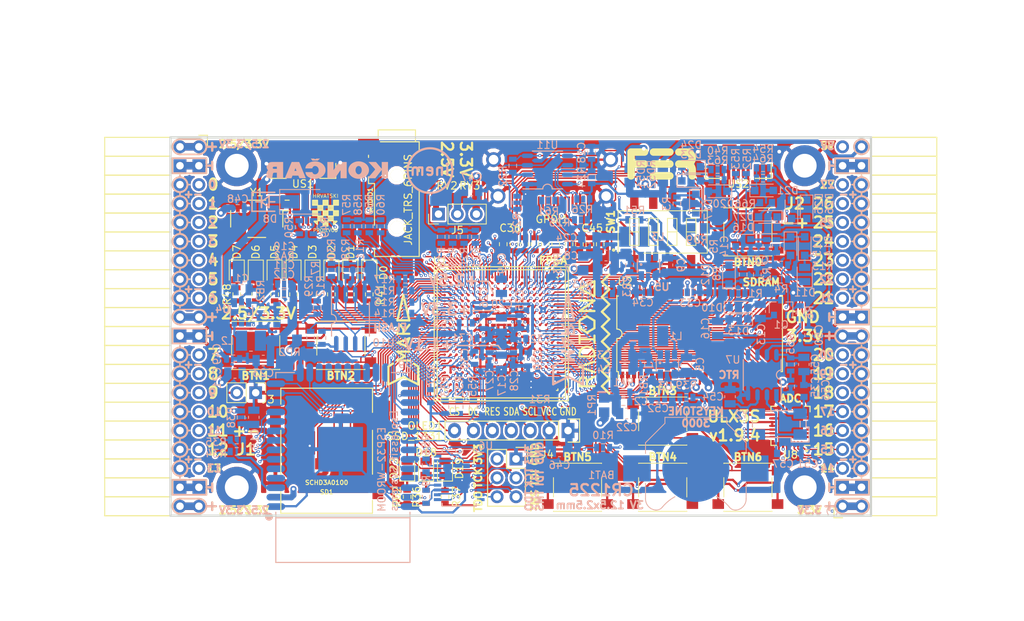
<source format=kicad_pcb>
(kicad_pcb (version 20171130) (host pcbnew 5.0.0-rc2+dfsg1-3)
  (layers (0 F.Cu signal) (1 In1.Cu signal) (2 In2.Cu signal) (31 B.Cu signal) (34 B.Paste user) (35 F.Paste user) (36 B.SilkS user) (37 F.SilkS user) (38 B.Mask user) (39 F.Mask user) (44 Edge.Cuts user))
  (net 0 "")
  (net 1 GND)
  (net 2 +5V)
  (net 3 /gpio/IN5V)
  (net 4 /gpio/OUT5V)
  (net 5 +3V3)
  (net 6 BTN_D)
  (net 7 BTN_F1)
  (net 8 BTN_F2)
  (net 9 BTN_L)
  (net 10 BTN_R)
  (net 11 BTN_U)
  (net 12 /power/FB1)
  (net 13 +2V5)
  (net 14 /power/PWREN)
  (net 15 /power/FB3)
  (net 16 /power/FB2)
  (net 17 /power/VBAT)
  (net 18 JTAG_TDI)
  (net 19 JTAG_TCK)
  (net 20 JTAG_TMS)
  (net 21 JTAG_TDO)
  (net 22 /power/WAKEUPn)
  (net 23 /power/WKUP)
  (net 24 /power/SHUT)
  (net 25 /power/WAKE)
  (net 26 /power/HOLD)
  (net 27 /power/WKn)
  (net 28 /power/OSCI_32k)
  (net 29 /power/OSCO_32k)
  (net 30 SHUTDOWN)
  (net 31 GPDI_SDA)
  (net 32 GPDI_SCL)
  (net 33 /gpdi/VREF2)
  (net 34 SD_CMD)
  (net 35 SD_CLK)
  (net 36 SD_D0)
  (net 37 SD_D1)
  (net 38 USB5V)
  (net 39 GPDI_CEC)
  (net 40 nRESET)
  (net 41 FTDI_nDTR)
  (net 42 SDRAM_CKE)
  (net 43 SDRAM_A7)
  (net 44 SDRAM_D15)
  (net 45 SDRAM_BA1)
  (net 46 SDRAM_D7)
  (net 47 SDRAM_A6)
  (net 48 SDRAM_CLK)
  (net 49 SDRAM_D13)
  (net 50 SDRAM_BA0)
  (net 51 SDRAM_D6)
  (net 52 SDRAM_A5)
  (net 53 SDRAM_D14)
  (net 54 SDRAM_A11)
  (net 55 SDRAM_D12)
  (net 56 SDRAM_D5)
  (net 57 SDRAM_A4)
  (net 58 SDRAM_A10)
  (net 59 SDRAM_D11)
  (net 60 SDRAM_A3)
  (net 61 SDRAM_D4)
  (net 62 SDRAM_D10)
  (net 63 SDRAM_D9)
  (net 64 SDRAM_A9)
  (net 65 SDRAM_D3)
  (net 66 SDRAM_D8)
  (net 67 SDRAM_A8)
  (net 68 SDRAM_A2)
  (net 69 SDRAM_A1)
  (net 70 SDRAM_A0)
  (net 71 SDRAM_D2)
  (net 72 SDRAM_D1)
  (net 73 SDRAM_D0)
  (net 74 SDRAM_DQM0)
  (net 75 SDRAM_nCS)
  (net 76 SDRAM_nRAS)
  (net 77 SDRAM_DQM1)
  (net 78 SDRAM_nCAS)
  (net 79 SDRAM_nWE)
  (net 80 /flash/FLASH_nWP)
  (net 81 /flash/FLASH_nHOLD)
  (net 82 /flash/FLASH_MOSI)
  (net 83 /flash/FLASH_MISO)
  (net 84 /flash/FLASH_SCK)
  (net 85 /flash/FLASH_nCS)
  (net 86 /flash/FPGA_PROGRAMN)
  (net 87 /flash/FPGA_DONE)
  (net 88 /flash/FPGA_INITN)
  (net 89 OLED_RES)
  (net 90 OLED_DC)
  (net 91 OLED_CS)
  (net 92 WIFI_EN)
  (net 93 FTDI_nRTS)
  (net 94 FTDI_TXD)
  (net 95 FTDI_RXD)
  (net 96 WIFI_RXD)
  (net 97 WIFI_GPIO0)
  (net 98 WIFI_TXD)
  (net 99 USB_FTDI_D+)
  (net 100 USB_FTDI_D-)
  (net 101 SD_D3)
  (net 102 AUDIO_L3)
  (net 103 AUDIO_L2)
  (net 104 AUDIO_L1)
  (net 105 AUDIO_L0)
  (net 106 AUDIO_R3)
  (net 107 AUDIO_R2)
  (net 108 AUDIO_R1)
  (net 109 AUDIO_R0)
  (net 110 OLED_CLK)
  (net 111 OLED_MOSI)
  (net 112 LED0)
  (net 113 LED1)
  (net 114 LED2)
  (net 115 LED3)
  (net 116 LED4)
  (net 117 LED5)
  (net 118 LED6)
  (net 119 LED7)
  (net 120 BTN_PWRn)
  (net 121 FTDI_nTXLED)
  (net 122 FTDI_nSLEEP)
  (net 123 /blinkey/LED_PWREN)
  (net 124 /blinkey/LED_TXLED)
  (net 125 /sdcard/SD3V3)
  (net 126 SD_D2)
  (net 127 CLK_25MHz)
  (net 128 /blinkey/BTNPUL)
  (net 129 /blinkey/BTNPUR)
  (net 130 USB_FPGA_D+)
  (net 131 /power/FTDI_nSUSPEND)
  (net 132 /blinkey/ALED0)
  (net 133 /blinkey/ALED1)
  (net 134 /blinkey/ALED2)
  (net 135 /blinkey/ALED3)
  (net 136 /blinkey/ALED4)
  (net 137 /blinkey/ALED5)
  (net 138 /blinkey/ALED6)
  (net 139 /blinkey/ALED7)
  (net 140 /usb/FTD-)
  (net 141 /usb/FTD+)
  (net 142 ADC_MISO)
  (net 143 ADC_MOSI)
  (net 144 ADC_CSn)
  (net 145 ADC_SCLK)
  (net 146 SW3)
  (net 147 SW2)
  (net 148 SW1)
  (net 149 USB_FPGA_D-)
  (net 150 /usb/FPD+)
  (net 151 /usb/FPD-)
  (net 152 WIFI_GPIO16)
  (net 153 /usb/ANT_433MHz)
  (net 154 /power/PWRBTn)
  (net 155 PROG_DONE)
  (net 156 /power/P3V3)
  (net 157 /power/P2V5)
  (net 158 /power/L1)
  (net 159 /power/L3)
  (net 160 /power/L2)
  (net 161 FTDI_TXDEN)
  (net 162 SDRAM_A12)
  (net 163 /analog/AUDIO_V)
  (net 164 AUDIO_V3)
  (net 165 AUDIO_V2)
  (net 166 AUDIO_V1)
  (net 167 AUDIO_V0)
  (net 168 /blinkey/LED_WIFI)
  (net 169 /power/P1V1)
  (net 170 +1V1)
  (net 171 SW4)
  (net 172 /blinkey/SWPU)
  (net 173 /wifi/WIFIEN)
  (net 174 FT2V5)
  (net 175 GN0)
  (net 176 GP0)
  (net 177 GN1)
  (net 178 GP1)
  (net 179 GN2)
  (net 180 GP2)
  (net 181 GN3)
  (net 182 GP3)
  (net 183 GN4)
  (net 184 GP4)
  (net 185 GN5)
  (net 186 GP5)
  (net 187 GN6)
  (net 188 GP6)
  (net 189 GN14)
  (net 190 GP14)
  (net 191 GN15)
  (net 192 GP15)
  (net 193 GN16)
  (net 194 GP16)
  (net 195 GN17)
  (net 196 GP17)
  (net 197 GN18)
  (net 198 GP18)
  (net 199 GN19)
  (net 200 GP19)
  (net 201 GN20)
  (net 202 GP20)
  (net 203 GN21)
  (net 204 GP21)
  (net 205 GN22)
  (net 206 GP22)
  (net 207 GN23)
  (net 208 GP23)
  (net 209 GN24)
  (net 210 GP24)
  (net 211 GN25)
  (net 212 GP25)
  (net 213 GN26)
  (net 214 GP26)
  (net 215 GN27)
  (net 216 GP27)
  (net 217 GN7)
  (net 218 GP7)
  (net 219 GN8)
  (net 220 GP8)
  (net 221 GN9)
  (net 222 GP9)
  (net 223 GN10)
  (net 224 GP10)
  (net 225 GN11)
  (net 226 GP11)
  (net 227 GN12)
  (net 228 GP12)
  (net 229 GN13)
  (net 230 GP13)
  (net 231 WIFI_GPIO5)
  (net 232 WIFI_GPIO17)
  (net 233 USB_FPGA_PULL_D+)
  (net 234 USB_FPGA_PULL_D-)
  (net 235 "Net-(D23-Pad2)")
  (net 236 "Net-(D24-Pad1)")
  (net 237 "Net-(D25-Pad2)")
  (net 238 "Net-(D26-Pad1)")
  (net 239 /gpdi/GPDI_ETH+)
  (net 240 FPDI_ETH+)
  (net 241 /gpdi/GPDI_ETH-)
  (net 242 FPDI_ETH-)
  (net 243 /gpdi/GPDI_D2-)
  (net 244 FPDI_D2-)
  (net 245 /gpdi/GPDI_D1-)
  (net 246 FPDI_D1-)
  (net 247 /gpdi/GPDI_D0-)
  (net 248 FPDI_D0-)
  (net 249 /gpdi/GPDI_CLK-)
  (net 250 FPDI_CLK-)
  (net 251 /gpdi/GPDI_D2+)
  (net 252 FPDI_D2+)
  (net 253 /gpdi/GPDI_D1+)
  (net 254 FPDI_D1+)
  (net 255 /gpdi/GPDI_D0+)
  (net 256 FPDI_D0+)
  (net 257 /gpdi/GPDI_CLK+)
  (net 258 FPDI_CLK+)
  (net 259 FPDI_SDA)
  (net 260 FPDI_SCL)
  (net 261 /gpdi/FPDI_CEC)
  (net 262 2V5_3V3)
  (net 263 "Net-(AUDIO1-Pad5)")
  (net 264 "Net-(AUDIO1-Pad6)")
  (net 265 "Net-(U1-PadA15)")
  (net 266 "Net-(U1-PadC9)")
  (net 267 "Net-(U1-PadD9)")
  (net 268 "Net-(U1-PadD10)")
  (net 269 "Net-(U1-PadD11)")
  (net 270 "Net-(U1-PadD12)")
  (net 271 "Net-(U1-PadE6)")
  (net 272 "Net-(U1-PadE9)")
  (net 273 "Net-(U1-PadE10)")
  (net 274 "Net-(U1-PadE11)")
  (net 275 "Net-(U1-PadJ4)")
  (net 276 "Net-(U1-PadJ5)")
  (net 277 "Net-(U1-PadK5)")
  (net 278 "Net-(U1-PadL5)")
  (net 279 "Net-(U1-PadM4)")
  (net 280 "Net-(U1-PadM5)")
  (net 281 SD_CD)
  (net 282 SD_WP)
  (net 283 "Net-(U1-PadR3)")
  (net 284 "Net-(U1-PadT16)")
  (net 285 "Net-(U1-PadW4)")
  (net 286 "Net-(U1-PadW5)")
  (net 287 "Net-(U1-PadW8)")
  (net 288 "Net-(U1-PadW9)")
  (net 289 "Net-(U1-PadW13)")
  (net 290 "Net-(U1-PadW14)")
  (net 291 "Net-(U1-PadW17)")
  (net 292 "Net-(U1-PadW18)")
  (net 293 FTDI_nRXLED)
  (net 294 "Net-(U8-Pad12)")
  (net 295 "Net-(U8-Pad25)")
  (net 296 "Net-(U9-Pad32)")
  (net 297 "Net-(U9-Pad22)")
  (net 298 "Net-(U9-Pad21)")
  (net 299 "Net-(U9-Pad20)")
  (net 300 "Net-(U9-Pad19)")
  (net 301 "Net-(U9-Pad18)")
  (net 302 "Net-(U9-Pad17)")
  (net 303 "Net-(U9-Pad12)")
  (net 304 "Net-(U9-Pad5)")
  (net 305 "Net-(U9-Pad4)")
  (net 306 "Net-(US1-Pad4)")
  (net 307 "Net-(Y2-Pad3)")
  (net 308 "Net-(Y2-Pad2)")
  (net 309 "Net-(U1-PadK16)")
  (net 310 "Net-(U1-PadK17)")
  (net 311 /usb/US2VBUS)
  (net 312 /power/SHD)
  (net 313 /power/RTCVDD)
  (net 314 "Net-(D27-Pad2)")
  (net 315 US2_ID)
  (net 316 /analog/AUDIO_L)
  (net 317 /analog/AUDIO_R)
  (module Keystone_3000_1x12mm-CoinCell:Keystone_3000_1x12mm-CoinCell (layer B.Cu) (at 164.585 105.87 90)
    (fp_text reference BAT1 (at -0.907 -12.685 180) (layer B.SilkS) (effects (justify mirror)))
    (fp_text value CR1225)
    (pad 1 smd rect (at 0 7.9 180) (size 3.7 3.5) (layers B.Cu B.Paste B.Mask) (net 17 /power/VBAT) (clearance 0.7))
    (pad 1 smd rect (at 0 -7.9 180) (size 3.7 3.5) (layers B.Cu B.Paste B.Mask) (net 17 /power/VBAT) (clearance 0.7))
    (pad 2 smd circle (at 0 0 180) (size 9 9) (layers B.Cu B.Mask) (net 1 GND))
  )
  (module SM8:SM8 (layer B.Cu) (at 144.68 65.8015 90)
    (fp_text reference U11 (at 3.3475 -0.019 -180) (layer B.SilkS) (effects (justify mirror)))
    (fp_text value PCA9306D)
    (pad 1 smd rect (at -1.905 -2.7) (size 1.55 0.6) (layers B.Cu B.Paste B.Mask) (net 1 GND))
    (pad 2 smd oval (at -0.635 -2.7) (size 1.55 0.6) (layers B.Cu B.Paste B.Mask) (net 13 +2V5))
    (pad 3 smd oval (at 0.635 -2.7) (size 1.55 0.6) (layers B.Cu B.Paste B.Mask) (net 260 FPDI_SCL))
    (pad 4 smd oval (at 1.905 -2.7) (size 1.55 0.6) (layers B.Cu B.Paste B.Mask) (net 259 FPDI_SDA))
    (pad 5 smd oval (at 1.905 2.7) (size 1.55 0.6) (layers B.Cu B.Paste B.Mask) (net 31 GPDI_SDA))
    (pad 6 smd oval (at 0.635 2.7) (size 1.55 0.6) (layers B.Cu B.Paste B.Mask) (net 32 GPDI_SCL))
    (pad 7 smd oval (at -0.635 2.7) (size 1.55 0.6) (layers B.Cu B.Paste B.Mask) (net 33 /gpdi/VREF2))
    (pad 8 smd oval (at -1.905 2.7) (size 1.55 0.6) (layers B.Cu B.Paste B.Mask) (net 5 +3V3))
  )
  (module TSOP54:TSOP54 (layer F.Cu) (at 165.093 87.8 90)
    (fp_text reference U2 (at 6.98 -9.993 180) (layer F.SilkS))
    (fp_text value MT48LC16M16A2TG)
    (pad 28 smd rect (at 5.53 10.4 90) (size 0.9 0.56) (layers F.Cu F.Paste F.Mask) (net 1 GND))
    (pad 1 smd rect (at -5.53 -10.4 90) (size 0.9 0.56) (layers F.Cu F.Paste F.Mask) (net 5 +3V3))
    (pad 2 smd rect (at -5.53 -9.6 90) (size 0.9 0.56) (layers F.Cu F.Paste F.Mask) (net 73 SDRAM_D0))
    (pad 3 smd rect (at -5.53 -8.8 90) (size 0.9 0.56) (layers F.Cu F.Paste F.Mask) (net 5 +3V3))
    (pad 4 smd rect (at -5.53 -8 90) (size 0.9 0.56) (layers F.Cu F.Paste F.Mask) (net 72 SDRAM_D1))
    (pad 5 smd rect (at -5.53 -7.2 90) (size 0.9 0.56) (layers F.Cu F.Paste F.Mask) (net 71 SDRAM_D2))
    (pad 6 smd rect (at -5.53 -6.4 90) (size 0.9 0.56) (layers F.Cu F.Paste F.Mask) (net 1 GND))
    (pad 7 smd rect (at -5.53 -5.6 90) (size 0.9 0.56) (layers F.Cu F.Paste F.Mask) (net 65 SDRAM_D3))
    (pad 8 smd rect (at -5.53 -4.8 90) (size 0.9 0.56) (layers F.Cu F.Paste F.Mask) (net 61 SDRAM_D4))
    (pad 9 smd rect (at -5.53 -4 90) (size 0.9 0.56) (layers F.Cu F.Paste F.Mask) (net 5 +3V3))
    (pad 10 smd rect (at -5.53 -3.2 90) (size 0.9 0.56) (layers F.Cu F.Paste F.Mask) (net 56 SDRAM_D5))
    (pad 11 smd rect (at -5.53 -2.4 90) (size 0.9 0.56) (layers F.Cu F.Paste F.Mask) (net 51 SDRAM_D6))
    (pad 12 smd rect (at -5.53 -1.6 90) (size 0.9 0.56) (layers F.Cu F.Paste F.Mask) (net 1 GND))
    (pad 13 smd rect (at -5.53 -0.8 90) (size 0.9 0.56) (layers F.Cu F.Paste F.Mask) (net 46 SDRAM_D7))
    (pad 14 smd rect (at -5.53 0 90) (size 0.9 0.56) (layers F.Cu F.Paste F.Mask) (net 5 +3V3))
    (pad 15 smd rect (at -5.53 0.8 90) (size 0.9 0.56) (layers F.Cu F.Paste F.Mask) (net 74 SDRAM_DQM0))
    (pad 16 smd rect (at -5.53 1.6 90) (size 0.9 0.56) (layers F.Cu F.Paste F.Mask) (net 79 SDRAM_nWE))
    (pad 17 smd rect (at -5.53 2.4 90) (size 0.9 0.56) (layers F.Cu F.Paste F.Mask) (net 78 SDRAM_nCAS))
    (pad 18 smd rect (at -5.53 3.2 90) (size 0.9 0.56) (layers F.Cu F.Paste F.Mask) (net 76 SDRAM_nRAS))
    (pad 19 smd rect (at -5.53 4 90) (size 0.9 0.56) (layers F.Cu F.Paste F.Mask) (net 75 SDRAM_nCS))
    (pad 20 smd rect (at -5.53 4.8 90) (size 0.9 0.56) (layers F.Cu F.Paste F.Mask) (net 50 SDRAM_BA0))
    (pad 21 smd rect (at -5.53 5.6 90) (size 0.9 0.56) (layers F.Cu F.Paste F.Mask) (net 45 SDRAM_BA1))
    (pad 22 smd rect (at -5.53 6.4 90) (size 0.9 0.56) (layers F.Cu F.Paste F.Mask) (net 58 SDRAM_A10))
    (pad 23 smd rect (at -5.53 7.2 90) (size 0.9 0.56) (layers F.Cu F.Paste F.Mask) (net 70 SDRAM_A0))
    (pad 24 smd rect (at -5.53 8 90) (size 0.9 0.56) (layers F.Cu F.Paste F.Mask) (net 69 SDRAM_A1))
    (pad 25 smd rect (at -5.53 8.8 90) (size 0.9 0.56) (layers F.Cu F.Paste F.Mask) (net 68 SDRAM_A2))
    (pad 26 smd rect (at -5.53 9.6 90) (size 0.9 0.56) (layers F.Cu F.Paste F.Mask) (net 60 SDRAM_A3))
    (pad 27 smd rect (at -5.53 10.4 90) (size 0.9 0.56) (layers F.Cu F.Paste F.Mask) (net 5 +3V3))
    (pad 29 smd rect (at 5.53 9.6 90) (size 0.9 0.56) (layers F.Cu F.Paste F.Mask) (net 57 SDRAM_A4))
    (pad 30 smd rect (at 5.53 8.8 90) (size 0.9 0.56) (layers F.Cu F.Paste F.Mask) (net 52 SDRAM_A5))
    (pad 31 smd rect (at 5.53 8 90) (size 0.9 0.56) (layers F.Cu F.Paste F.Mask) (net 47 SDRAM_A6))
    (pad 32 smd rect (at 5.53 7.2 90) (size 0.9 0.56) (layers F.Cu F.Paste F.Mask) (net 43 SDRAM_A7))
    (pad 33 smd rect (at 5.53 6.4 90) (size 0.9 0.56) (layers F.Cu F.Paste F.Mask) (net 67 SDRAM_A8))
    (pad 34 smd rect (at 5.53 5.6 90) (size 0.9 0.56) (layers F.Cu F.Paste F.Mask) (net 64 SDRAM_A9))
    (pad 35 smd rect (at 5.53 4.8 90) (size 0.9 0.56) (layers F.Cu F.Paste F.Mask) (net 54 SDRAM_A11))
    (pad 36 smd rect (at 5.53 4 90) (size 0.9 0.56) (layers F.Cu F.Paste F.Mask) (net 162 SDRAM_A12))
    (pad 37 smd rect (at 5.53 3.2 90) (size 0.9 0.56) (layers F.Cu F.Paste F.Mask) (net 42 SDRAM_CKE))
    (pad 38 smd rect (at 5.53 2.4 90) (size 0.9 0.56) (layers F.Cu F.Paste F.Mask) (net 48 SDRAM_CLK))
    (pad 39 smd rect (at 5.53 1.6 90) (size 0.9 0.56) (layers F.Cu F.Paste F.Mask) (net 77 SDRAM_DQM1))
    (pad 40 smd rect (at 5.53 0.8 90) (size 0.9 0.56) (layers F.Cu F.Paste F.Mask))
    (pad 41 smd rect (at 5.53 0 90) (size 0.9 0.56) (layers F.Cu F.Paste F.Mask) (net 1 GND))
    (pad 42 smd rect (at 5.53 -0.8 90) (size 0.9 0.56) (layers F.Cu F.Paste F.Mask) (net 66 SDRAM_D8))
    (pad 43 smd rect (at 5.53 -1.6 90) (size 0.9 0.56) (layers F.Cu F.Paste F.Mask) (net 5 +3V3))
    (pad 44 smd rect (at 5.53 -2.4 90) (size 0.9 0.56) (layers F.Cu F.Paste F.Mask) (net 63 SDRAM_D9))
    (pad 45 smd rect (at 5.53 -3.2 90) (size 0.9 0.56) (layers F.Cu F.Paste F.Mask) (net 62 SDRAM_D10))
    (pad 46 smd rect (at 5.53 -4 90) (size 0.9 0.56) (layers F.Cu F.Paste F.Mask) (net 1 GND))
    (pad 47 smd rect (at 5.53 -4.8 90) (size 0.9 0.56) (layers F.Cu F.Paste F.Mask) (net 59 SDRAM_D11))
    (pad 48 smd rect (at 5.53 -5.6 90) (size 0.9 0.56) (layers F.Cu F.Paste F.Mask) (net 55 SDRAM_D12))
    (pad 49 smd rect (at 5.53 -6.4 90) (size 0.9 0.56) (layers F.Cu F.Paste F.Mask) (net 5 +3V3))
    (pad 50 smd rect (at 5.53 -7.2 90) (size 0.9 0.56) (layers F.Cu F.Paste F.Mask) (net 49 SDRAM_D13))
    (pad 51 smd rect (at 5.53 -8 90) (size 0.9 0.56) (layers F.Cu F.Paste F.Mask) (net 53 SDRAM_D14))
    (pad 52 smd rect (at 5.53 -8.8 90) (size 0.9 0.56) (layers F.Cu F.Paste F.Mask) (net 1 GND))
    (pad 53 smd rect (at 5.53 -9.6 90) (size 0.9 0.56) (layers F.Cu F.Paste F.Mask) (net 44 SDRAM_D15))
    (pad 54 smd rect (at 5.53 -10.4 90) (size 0.9 0.56) (layers F.Cu F.Paste F.Mask) (net 1 GND))
  )
  (module SOA008-150mil:SOA008-150-208mil (layer B.Cu) (at 118.245 85.822 270)
    (fp_text reference U10 (at 3.175 -4.445) (layer B.SilkS) (effects (justify mirror)))
    (fp_text value IS25LP128F-JBLE)
    (pad 1 smd rect (at -3.302 1.905 270) (size 2.1 0.6) (layers B.Cu B.Paste B.Mask) (net 85 /flash/FLASH_nCS))
    (pad 2 smd oval (at -3.302 0.635 270) (size 2.1 0.6) (layers B.Cu B.Paste B.Mask) (net 83 /flash/FLASH_MISO))
    (pad 3 smd oval (at -3.302 -0.635 270) (size 2.1 0.6) (layers B.Cu B.Paste B.Mask) (net 80 /flash/FLASH_nWP))
    (pad 4 smd oval (at -3.302 -1.905 270) (size 2.1 0.6) (layers B.Cu B.Paste B.Mask) (net 1 GND))
    (pad 5 smd oval (at 3.302 -1.905 270) (size 2.1 0.6) (layers B.Cu B.Paste B.Mask) (net 82 /flash/FLASH_MOSI))
    (pad 6 smd oval (at 3.302 -0.635 270) (size 2.1 0.6) (layers B.Cu B.Paste B.Mask) (net 84 /flash/FLASH_SCK))
    (pad 7 smd oval (at 3.302 0.635 270) (size 2.1 0.6) (layers B.Cu B.Paste B.Mask) (net 81 /flash/FLASH_nHOLD))
    (pad 8 smd oval (at 3.302 1.905 270) (size 2.1 0.6) (layers B.Cu B.Paste B.Mask) (net 5 +3V3))
  )
  (module SOT96-1:SOT96-1 (layer B.Cu) (at 173.49 93.315 90)
    (fp_text reference U7 (at 2.032 -3.937 180) (layer B.SilkS) (effects (justify mirror)))
    (fp_text value PCF8523)
    (pad 1 smd rect (at -2.7 1.905 90) (size 1.55 0.6) (layers B.Cu B.Paste B.Mask) (net 28 /power/OSCI_32k))
    (pad 2 smd oval (at -2.7 0.635 90) (size 1.55 0.6) (layers B.Cu B.Paste B.Mask) (net 29 /power/OSCO_32k))
    (pad 3 smd oval (at -2.7 -0.635 90) (size 1.55 0.6) (layers B.Cu B.Paste B.Mask) (net 17 /power/VBAT))
    (pad 4 smd oval (at -2.7 -1.905 90) (size 1.55 0.6) (layers B.Cu B.Paste B.Mask) (net 1 GND))
    (pad 5 smd oval (at 2.7 -1.905 90) (size 1.55 0.6) (layers B.Cu B.Paste B.Mask) (net 259 FPDI_SDA))
    (pad 6 smd oval (at 2.7 -0.635 90) (size 1.55 0.6) (layers B.Cu B.Paste B.Mask) (net 260 FPDI_SCL))
    (pad 7 smd oval (at 2.7 0.635 90) (size 1.55 0.6) (layers B.Cu B.Paste B.Mask) (net 22 /power/WAKEUPn))
    (pad 8 smd oval (at 2.7 1.905 90) (size 1.55 0.6) (layers B.Cu B.Paste B.Mask) (net 313 /power/RTCVDD))
  )
  (module ft231x:FT231X-SSOP-20_4.4x6.5mm_Pitch0.65mm (layer B.Cu) (at 132.835 107.14 180)
    (fp_text reference U6 (at -3.556 4.318 180) (layer B.SilkS) (effects (justify mirror)))
    (fp_text value FT231XS)
    (pad 20 smd rect (at 2.9 2.925 180) (size 1 0.4) (layers B.Cu B.Paste B.Mask) (net 94 FTDI_TXD))
    (pad 19 smd rect (at 2.9 2.275 180) (size 1 0.4) (layers B.Cu B.Paste B.Mask) (net 122 FTDI_nSLEEP))
    (pad 18 smd rect (at 2.9 1.625 180) (size 1 0.4) (layers B.Cu B.Paste B.Mask) (net 161 FTDI_TXDEN))
    (pad 17 smd rect (at 2.9 0.975 180) (size 1 0.4) (layers B.Cu B.Paste B.Mask) (net 293 FTDI_nRXLED))
    (pad 16 smd rect (at 2.9 0.325 180) (size 1 0.4) (layers B.Cu B.Paste B.Mask) (net 1 GND))
    (pad 15 smd rect (at 2.9 -0.325 180) (size 1 0.4) (layers B.Cu B.Paste B.Mask) (net 38 USB5V))
    (pad 14 smd rect (at 2.9 -0.975 180) (size 1 0.4) (layers B.Cu B.Paste B.Mask) (net 40 nRESET))
    (pad 13 smd rect (at 2.9 -1.625 180) (size 1 0.4) (layers B.Cu B.Paste B.Mask) (net 174 FT2V5))
    (pad 12 smd rect (at 2.9 -2.275 180) (size 1 0.4) (layers B.Cu B.Paste B.Mask) (net 100 USB_FTDI_D-))
    (pad 11 smd rect (at 2.9 -2.925 180) (size 1 0.4) (layers B.Cu B.Paste B.Mask) (net 99 USB_FTDI_D+))
    (pad 10 smd rect (at -2.9 -2.925 180) (size 1 0.4) (layers B.Cu B.Paste B.Mask) (net 121 FTDI_nTXLED))
    (pad 9 smd rect (at -2.9 -2.275 180) (size 1 0.4) (layers B.Cu B.Paste B.Mask) (net 21 JTAG_TDO))
    (pad 8 smd rect (at -2.9 -1.625 180) (size 1 0.4) (layers B.Cu B.Paste B.Mask) (net 20 JTAG_TMS))
    (pad 7 smd rect (at -2.9 -0.975 180) (size 1 0.4) (layers B.Cu B.Paste B.Mask) (net 19 JTAG_TCK))
    (pad 6 smd rect (at -2.9 -0.325 180) (size 1 0.4) (layers B.Cu B.Paste B.Mask) (net 1 GND))
    (pad 5 smd rect (at -2.9 0.325 180) (size 1 0.4) (layers B.Cu B.Paste B.Mask) (net 18 JTAG_TDI))
    (pad 4 smd rect (at -2.9 0.975 180) (size 1 0.4) (layers B.Cu B.Paste B.Mask) (net 95 FTDI_RXD))
    (pad 3 smd rect (at -2.9 1.625 180) (size 1 0.4) (layers B.Cu B.Paste B.Mask) (net 174 FT2V5))
    (pad 2 smd rect (at -2.9 2.275 180) (size 1 0.4) (layers B.Cu B.Paste B.Mask) (net 93 FTDI_nRTS))
    (pad 1 smd rect (at -2.9 2.925 180) (size 1 0.4) (layers B.Cu B.Paste B.Mask) (net 41 FTDI_nDTR))
  )
  (module TSOT-25:TSOT-25 (layer B.Cu) (at 158.235 78.692)
    (fp_text reference U5 (at 1.793 2.812) (layer B.SilkS) (effects (font (thickness 0.2)) (justify mirror)))
    (fp_text value TLV62569DBV)
    (pad 1 smd rect (at -0.95 -1.3) (size 0.7 1.2) (layers B.Cu B.Paste B.Mask) (net 14 /power/PWREN))
    (pad 2 smd rect (at 0 -1.3) (size 0.7 1.2) (layers B.Cu B.Paste B.Mask) (net 1 GND))
    (pad 3 smd rect (at 0.95 -1.3) (size 0.7 1.2) (layers B.Cu B.Paste B.Mask) (net 159 /power/L3))
    (pad 4 smd rect (at 0.95 1.3) (size 0.7 1.2) (layers B.Cu B.Paste B.Mask) (net 2 +5V))
    (pad 5 smd rect (at -0.95 1.3) (size 0.7 1.2) (layers B.Cu B.Paste B.Mask) (net 15 /power/FB3))
  )
  (module TSOT-25:TSOT-25 (layer B.Cu) (at 160.775 91.9)
    (fp_text reference U3 (at -0.295 2.9) (layer B.SilkS) (effects (font (thickness 0.2)) (justify mirror)))
    (fp_text value TLV62569DBV)
    (pad 1 smd rect (at -0.95 -1.3) (size 0.7 1.2) (layers B.Cu B.Paste B.Mask) (net 14 /power/PWREN))
    (pad 2 smd rect (at 0 -1.3) (size 0.7 1.2) (layers B.Cu B.Paste B.Mask) (net 1 GND))
    (pad 3 smd rect (at 0.95 -1.3) (size 0.7 1.2) (layers B.Cu B.Paste B.Mask) (net 158 /power/L1))
    (pad 4 smd rect (at 0.95 1.3) (size 0.7 1.2) (layers B.Cu B.Paste B.Mask) (net 2 +5V))
    (pad 5 smd rect (at -0.95 1.3) (size 0.7 1.2) (layers B.Cu B.Paste B.Mask) (net 12 /power/FB1))
  )
  (module TSOT-25:TSOT-25 (layer B.Cu) (at 103.625 84.915 180)
    (fp_text reference U4 (at 2.525 0.4265 180) (layer B.SilkS) (effects (font (thickness 0.2)) (justify mirror)))
    (fp_text value TLV62569DBV)
    (pad 1 smd rect (at -0.95 -1.3 180) (size 0.7 1.2) (layers B.Cu B.Paste B.Mask) (net 14 /power/PWREN))
    (pad 2 smd rect (at 0 -1.3 180) (size 0.7 1.2) (layers B.Cu B.Paste B.Mask) (net 1 GND))
    (pad 3 smd rect (at 0.95 -1.3 180) (size 0.7 1.2) (layers B.Cu B.Paste B.Mask) (net 160 /power/L2))
    (pad 4 smd rect (at 0.95 1.3 180) (size 0.7 1.2) (layers B.Cu B.Paste B.Mask) (net 2 +5V))
    (pad 5 smd rect (at -0.95 1.3 180) (size 0.7 1.2) (layers B.Cu B.Paste B.Mask) (net 16 /power/FB2))
  )
  (module ESP32:ESP32-WROOM (layer B.Cu) (at 117.23 105.75 180)
    (fp_text reference U9 (at -8.366 13.85 180) (layer B.SilkS) (effects (justify mirror)))
    (fp_text value ESP-WROOM32)
    (fp_text user "Espressif Systems" (at -6.858 0.889 90) (layer B.SilkS) (effects (justify mirror)))
    (fp_text user ESP32-WROOM (at -5.207 -0.254 90) (layer B.SilkS) (effects (justify mirror)))
    (pad 38 smd oval (at -9 -5.25 180) (size 2.5 0.9) (layers B.Cu B.Paste B.Mask) (net 1 GND))
    (pad 37 smd oval (at -9 -3.98 180) (size 2.5 0.9) (layers B.Cu B.Paste B.Mask) (net 18 JTAG_TDI))
    (pad 36 smd oval (at -9 -2.71 180) (size 2.5 0.9) (layers B.Cu B.Paste B.Mask) (net 155 PROG_DONE))
    (pad 35 smd oval (at -9 -1.44 180) (size 2.5 0.9) (layers B.Cu B.Paste B.Mask) (net 98 WIFI_TXD))
    (pad 34 smd oval (at -9 -0.17 180) (size 2.5 0.9) (layers B.Cu B.Paste B.Mask) (net 96 WIFI_RXD))
    (pad 33 smd oval (at -9 1.1 180) (size 2.5 0.9) (layers B.Cu B.Paste B.Mask) (net 20 JTAG_TMS))
    (pad 32 smd oval (at -9 2.37 180) (size 2.5 0.9) (layers B.Cu B.Paste B.Mask) (net 296 "Net-(U9-Pad32)"))
    (pad 31 smd oval (at -9 3.64 180) (size 2.5 0.9) (layers B.Cu B.Paste B.Mask) (net 21 JTAG_TDO))
    (pad 30 smd oval (at -9 4.91 180) (size 2.5 0.9) (layers B.Cu B.Paste B.Mask) (net 19 JTAG_TCK))
    (pad 29 smd oval (at -9 6.18 180) (size 2.5 0.9) (layers B.Cu B.Paste B.Mask) (net 231 WIFI_GPIO5))
    (pad 28 smd oval (at -9 7.45 180) (size 2.5 0.9) (layers B.Cu B.Paste B.Mask) (net 232 WIFI_GPIO17))
    (pad 27 smd oval (at -9 8.72 180) (size 2.5 0.9) (layers B.Cu B.Paste B.Mask) (net 152 WIFI_GPIO16))
    (pad 26 smd oval (at -9 9.99 180) (size 2.5 0.9) (layers B.Cu B.Paste B.Mask) (net 37 SD_D1))
    (pad 25 smd oval (at -9 11.26 180) (size 2.5 0.9) (layers B.Cu B.Paste B.Mask) (net 97 WIFI_GPIO0))
    (pad 24 smd oval (at -5.715 12.75 180) (size 0.9 2.5) (layers B.Cu B.Paste B.Mask) (net 36 SD_D0))
    (pad 23 smd oval (at -4.445 12.75 180) (size 0.9 2.5) (layers B.Cu B.Paste B.Mask) (net 34 SD_CMD))
    (pad 22 smd oval (at -3.175 12.75 180) (size 0.9 2.5) (layers B.Cu B.Paste B.Mask) (net 297 "Net-(U9-Pad22)"))
    (pad 21 smd oval (at -1.905 12.75 180) (size 0.9 2.5) (layers B.Cu B.Paste B.Mask) (net 298 "Net-(U9-Pad21)"))
    (pad 20 smd oval (at -0.635 12.75 180) (size 0.9 2.5) (layers B.Cu B.Paste B.Mask) (net 299 "Net-(U9-Pad20)"))
    (pad 19 smd oval (at 0.635 12.75 180) (size 0.9 2.5) (layers B.Cu B.Paste B.Mask) (net 300 "Net-(U9-Pad19)"))
    (pad 18 smd oval (at 1.905 12.75 180) (size 0.9 2.5) (layers B.Cu B.Paste B.Mask) (net 301 "Net-(U9-Pad18)"))
    (pad 17 smd oval (at 3.175 12.75 180) (size 0.9 2.5) (layers B.Cu B.Paste B.Mask) (net 302 "Net-(U9-Pad17)"))
    (pad 16 smd oval (at 4.445 12.75 180) (size 0.9 2.5) (layers B.Cu B.Paste B.Mask) (net 101 SD_D3))
    (pad 15 smd oval (at 5.715 12.75 180) (size 0.9 2.5) (layers B.Cu B.Paste B.Mask) (net 1 GND))
    (pad 14 smd oval (at 9 11.26 180) (size 2.5 0.9) (layers B.Cu B.Paste B.Mask) (net 126 SD_D2))
    (pad 13 smd oval (at 9 9.99 180) (size 2.5 0.9) (layers B.Cu B.Paste B.Mask) (net 35 SD_CLK))
    (pad 12 smd oval (at 9 8.72 180) (size 2.5 0.9) (layers B.Cu B.Paste B.Mask) (net 303 "Net-(U9-Pad12)"))
    (pad 11 smd oval (at 9 7.45 180) (size 2.5 0.9) (layers B.Cu B.Paste B.Mask) (net 225 GN11))
    (pad 10 smd oval (at 9 6.18 180) (size 2.5 0.9) (layers B.Cu B.Paste B.Mask) (net 226 GP11))
    (pad 9 smd oval (at 9 4.91 180) (size 2.5 0.9) (layers B.Cu B.Paste B.Mask) (net 227 GN12))
    (pad 8 smd oval (at 9 3.64 180) (size 2.5 0.9) (layers B.Cu B.Paste B.Mask) (net 228 GP12))
    (pad 7 smd oval (at 9 2.37 180) (size 2.5 0.9) (layers B.Cu B.Paste B.Mask) (net 229 GN13))
    (pad 6 smd oval (at 9 1.1 180) (size 2.5 0.9) (layers B.Cu B.Paste B.Mask) (net 230 GP13))
    (pad 5 smd oval (at 9 -0.17 180) (size 2.5 0.9) (layers B.Cu B.Paste B.Mask) (net 304 "Net-(U9-Pad5)"))
    (pad 4 smd oval (at 9 -1.44 180) (size 2.5 0.9) (layers B.Cu B.Paste B.Mask) (net 305 "Net-(U9-Pad4)"))
    (pad 3 smd oval (at 9 -2.71 180) (size 2.5 0.9) (layers B.Cu B.Paste B.Mask) (net 173 /wifi/WIFIEN))
    (pad 2 smd oval (at 9 -3.98 180) (size 2.5 0.9) (layers B.Cu B.Paste B.Mask) (net 5 +3V3))
    (pad 1 smd oval (at 9 -5.25 180) (size 2.5 0.9) (layers B.Cu B.Paste B.Mask) (net 1 GND))
    (pad 39 smd rect (at 0.3 2.45 180) (size 6 6) (layers B.Cu B.Paste B.Mask) (net 1 GND))
  )
  (module inem:inem (layer B.Cu) (at 128.913 65.883)
    (fp_text reference REF** hide)
    (fp_text value inem hide)
    (fp_text user inem (at 0 -0.1) (layer B.SilkS) (effects (font (size 1.5 1.5) (thickness 0.3)) (justify mirror)))
  )
  (module fer:fer4mm6 (layer F.Cu) (at 159.901 64.994)
    (fp_text reference fer hide)
    (fp_text value fer hide)
  )
  (module Socket_Strips:Socket_Strip_Angled_2x20 (layer F.Cu) (at 97.91 62.69 270)
    (fp_text reference J1 (at 40.64 -6.35) (layer F.SilkS) (effects (font (size 1.5 1.5) (thickness 0.3))))
    (fp_text value CONN_02X20 hide)
    (pad 1 thru_hole oval (at 0 0 270) (size 1.7272 1.7272) (drill 1.016) (layers *.Cu *.Mask) (net 262 2V5_3V3))
    (pad 2 thru_hole oval (at 0 2.54 270) (size 1.7272 1.7272) (drill 1.016) (layers *.Cu *.Mask) (net 262 2V5_3V3))
    (pad 3 thru_hole rect (at 2.54 0 270) (size 1.7272 1.7272) (drill 1.016) (layers *.Cu *.Mask) (net 1 GND))
    (pad 4 thru_hole rect (at 2.54 2.54 270) (size 1.7272 1.7272) (drill 1.016) (layers *.Cu *.Mask) (net 1 GND))
    (pad 5 thru_hole oval (at 5.08 0 270) (size 1.7272 1.7272) (drill 1.016) (layers *.Cu *.Mask) (net 175 GN0))
    (pad 6 thru_hole oval (at 5.08 2.54 270) (size 1.7272 1.7272) (drill 1.016) (layers *.Cu *.Mask) (net 176 GP0))
    (pad 7 thru_hole oval (at 7.62 0 270) (size 1.7272 1.7272) (drill 1.016) (layers *.Cu *.Mask) (net 177 GN1))
    (pad 8 thru_hole oval (at 7.62 2.54 270) (size 1.7272 1.7272) (drill 1.016) (layers *.Cu *.Mask) (net 178 GP1))
    (pad 9 thru_hole oval (at 10.16 0 270) (size 1.7272 1.7272) (drill 1.016) (layers *.Cu *.Mask) (net 179 GN2))
    (pad 10 thru_hole oval (at 10.16 2.54 270) (size 1.7272 1.7272) (drill 1.016) (layers *.Cu *.Mask) (net 180 GP2))
    (pad 11 thru_hole oval (at 12.7 0 270) (size 1.7272 1.7272) (drill 1.016) (layers *.Cu *.Mask) (net 181 GN3))
    (pad 12 thru_hole oval (at 12.7 2.54 270) (size 1.7272 1.7272) (drill 1.016) (layers *.Cu *.Mask) (net 182 GP3))
    (pad 13 thru_hole oval (at 15.24 0 270) (size 1.7272 1.7272) (drill 1.016) (layers *.Cu *.Mask) (net 183 GN4))
    (pad 14 thru_hole oval (at 15.24 2.54 270) (size 1.7272 1.7272) (drill 1.016) (layers *.Cu *.Mask) (net 184 GP4))
    (pad 15 thru_hole oval (at 17.78 0 270) (size 1.7272 1.7272) (drill 1.016) (layers *.Cu *.Mask) (net 185 GN5))
    (pad 16 thru_hole oval (at 17.78 2.54 270) (size 1.7272 1.7272) (drill 1.016) (layers *.Cu *.Mask) (net 186 GP5))
    (pad 17 thru_hole oval (at 20.32 0 270) (size 1.7272 1.7272) (drill 1.016) (layers *.Cu *.Mask) (net 187 GN6))
    (pad 18 thru_hole oval (at 20.32 2.54 270) (size 1.7272 1.7272) (drill 1.016) (layers *.Cu *.Mask) (net 188 GP6))
    (pad 19 thru_hole oval (at 22.86 0 270) (size 1.7272 1.7272) (drill 1.016) (layers *.Cu *.Mask) (net 262 2V5_3V3))
    (pad 20 thru_hole oval (at 22.86 2.54 270) (size 1.7272 1.7272) (drill 1.016) (layers *.Cu *.Mask) (net 262 2V5_3V3))
    (pad 21 thru_hole rect (at 25.4 0 270) (size 1.7272 1.7272) (drill 1.016) (layers *.Cu *.Mask) (net 1 GND))
    (pad 22 thru_hole rect (at 25.4 2.54 270) (size 1.7272 1.7272) (drill 1.016) (layers *.Cu *.Mask) (net 1 GND))
    (pad 23 thru_hole oval (at 27.94 0 270) (size 1.7272 1.7272) (drill 1.016) (layers *.Cu *.Mask) (net 217 GN7))
    (pad 24 thru_hole oval (at 27.94 2.54 270) (size 1.7272 1.7272) (drill 1.016) (layers *.Cu *.Mask) (net 218 GP7))
    (pad 25 thru_hole oval (at 30.48 0 270) (size 1.7272 1.7272) (drill 1.016) (layers *.Cu *.Mask) (net 219 GN8))
    (pad 26 thru_hole oval (at 30.48 2.54 270) (size 1.7272 1.7272) (drill 1.016) (layers *.Cu *.Mask) (net 220 GP8))
    (pad 27 thru_hole oval (at 33.02 0 270) (size 1.7272 1.7272) (drill 1.016) (layers *.Cu *.Mask) (net 221 GN9))
    (pad 28 thru_hole oval (at 33.02 2.54 270) (size 1.7272 1.7272) (drill 1.016) (layers *.Cu *.Mask) (net 222 GP9))
    (pad 29 thru_hole oval (at 35.56 0 270) (size 1.7272 1.7272) (drill 1.016) (layers *.Cu *.Mask) (net 223 GN10))
    (pad 30 thru_hole oval (at 35.56 2.54 270) (size 1.7272 1.7272) (drill 1.016) (layers *.Cu *.Mask) (net 224 GP10))
    (pad 31 thru_hole oval (at 38.1 0 270) (size 1.7272 1.7272) (drill 1.016) (layers *.Cu *.Mask) (net 225 GN11))
    (pad 32 thru_hole oval (at 38.1 2.54 270) (size 1.7272 1.7272) (drill 1.016) (layers *.Cu *.Mask) (net 226 GP11))
    (pad 33 thru_hole oval (at 40.64 0 270) (size 1.7272 1.7272) (drill 1.016) (layers *.Cu *.Mask) (net 227 GN12))
    (pad 34 thru_hole oval (at 40.64 2.54 270) (size 1.7272 1.7272) (drill 1.016) (layers *.Cu *.Mask) (net 228 GP12))
    (pad 35 thru_hole oval (at 43.18 0 270) (size 1.7272 1.7272) (drill 1.016) (layers *.Cu *.Mask) (net 229 GN13))
    (pad 36 thru_hole oval (at 43.18 2.54 270) (size 1.7272 1.7272) (drill 1.016) (layers *.Cu *.Mask) (net 230 GP13))
    (pad 37 thru_hole rect (at 45.72 0 270) (size 1.7272 1.7272) (drill 1.016) (layers *.Cu *.Mask) (net 1 GND))
    (pad 38 thru_hole rect (at 45.72 2.54 270) (size 1.7272 1.7272) (drill 1.016) (layers *.Cu *.Mask) (net 1 GND))
    (pad 39 thru_hole oval (at 48.26 0 270) (size 1.7272 1.7272) (drill 1.016) (layers *.Cu *.Mask) (net 262 2V5_3V3))
    (pad 40 thru_hole oval (at 48.26 2.54 270) (size 1.7272 1.7272) (drill 1.016) (layers *.Cu *.Mask) (net 262 2V5_3V3))
  )
  (module Socket_Strips:Socket_Strip_Angled_2x20 (layer F.Cu) (at 184.27 110.95 90)
    (fp_text reference J2 (at 40.64 -6.35 180) (layer F.SilkS) (effects (font (size 1.5 1.5) (thickness 0.3))))
    (fp_text value CONN_02X20 hide)
    (pad 1 thru_hole oval (at 0 0 90) (size 1.7272 1.7272) (drill 1.016) (layers *.Cu *.Mask) (net 5 +3V3))
    (pad 2 thru_hole oval (at 0 2.54 90) (size 1.7272 1.7272) (drill 1.016) (layers *.Cu *.Mask) (net 5 +3V3))
    (pad 3 thru_hole rect (at 2.54 0 90) (size 1.7272 1.7272) (drill 1.016) (layers *.Cu *.Mask) (net 1 GND))
    (pad 4 thru_hole rect (at 2.54 2.54 90) (size 1.7272 1.7272) (drill 1.016) (layers *.Cu *.Mask) (net 1 GND))
    (pad 5 thru_hole oval (at 5.08 0 90) (size 1.7272 1.7272) (drill 1.016) (layers *.Cu *.Mask) (net 189 GN14))
    (pad 6 thru_hole oval (at 5.08 2.54 90) (size 1.7272 1.7272) (drill 1.016) (layers *.Cu *.Mask) (net 190 GP14))
    (pad 7 thru_hole oval (at 7.62 0 90) (size 1.7272 1.7272) (drill 1.016) (layers *.Cu *.Mask) (net 191 GN15))
    (pad 8 thru_hole oval (at 7.62 2.54 90) (size 1.7272 1.7272) (drill 1.016) (layers *.Cu *.Mask) (net 192 GP15))
    (pad 9 thru_hole oval (at 10.16 0 90) (size 1.7272 1.7272) (drill 1.016) (layers *.Cu *.Mask) (net 193 GN16))
    (pad 10 thru_hole oval (at 10.16 2.54 90) (size 1.7272 1.7272) (drill 1.016) (layers *.Cu *.Mask) (net 194 GP16))
    (pad 11 thru_hole oval (at 12.7 0 90) (size 1.7272 1.7272) (drill 1.016) (layers *.Cu *.Mask) (net 195 GN17))
    (pad 12 thru_hole oval (at 12.7 2.54 90) (size 1.7272 1.7272) (drill 1.016) (layers *.Cu *.Mask) (net 196 GP17))
    (pad 13 thru_hole oval (at 15.24 0 90) (size 1.7272 1.7272) (drill 1.016) (layers *.Cu *.Mask) (net 197 GN18))
    (pad 14 thru_hole oval (at 15.24 2.54 90) (size 1.7272 1.7272) (drill 1.016) (layers *.Cu *.Mask) (net 198 GP18))
    (pad 15 thru_hole oval (at 17.78 0 90) (size 1.7272 1.7272) (drill 1.016) (layers *.Cu *.Mask) (net 199 GN19))
    (pad 16 thru_hole oval (at 17.78 2.54 90) (size 1.7272 1.7272) (drill 1.016) (layers *.Cu *.Mask) (net 200 GP19))
    (pad 17 thru_hole oval (at 20.32 0 90) (size 1.7272 1.7272) (drill 1.016) (layers *.Cu *.Mask) (net 201 GN20))
    (pad 18 thru_hole oval (at 20.32 2.54 90) (size 1.7272 1.7272) (drill 1.016) (layers *.Cu *.Mask) (net 202 GP20))
    (pad 19 thru_hole oval (at 22.86 0 90) (size 1.7272 1.7272) (drill 1.016) (layers *.Cu *.Mask) (net 5 +3V3))
    (pad 20 thru_hole oval (at 22.86 2.54 90) (size 1.7272 1.7272) (drill 1.016) (layers *.Cu *.Mask) (net 5 +3V3))
    (pad 21 thru_hole rect (at 25.4 0 90) (size 1.7272 1.7272) (drill 1.016) (layers *.Cu *.Mask) (net 1 GND))
    (pad 22 thru_hole rect (at 25.4 2.54 90) (size 1.7272 1.7272) (drill 1.016) (layers *.Cu *.Mask) (net 1 GND))
    (pad 23 thru_hole oval (at 27.94 0 90) (size 1.7272 1.7272) (drill 1.016) (layers *.Cu *.Mask) (net 203 GN21))
    (pad 24 thru_hole oval (at 27.94 2.54 90) (size 1.7272 1.7272) (drill 1.016) (layers *.Cu *.Mask) (net 204 GP21))
    (pad 25 thru_hole oval (at 30.48 0 90) (size 1.7272 1.7272) (drill 1.016) (layers *.Cu *.Mask) (net 205 GN22))
    (pad 26 thru_hole oval (at 30.48 2.54 90) (size 1.7272 1.7272) (drill 1.016) (layers *.Cu *.Mask) (net 206 GP22))
    (pad 27 thru_hole oval (at 33.02 0 90) (size 1.7272 1.7272) (drill 1.016) (layers *.Cu *.Mask) (net 207 GN23))
    (pad 28 thru_hole oval (at 33.02 2.54 90) (size 1.7272 1.7272) (drill 1.016) (layers *.Cu *.Mask) (net 208 GP23))
    (pad 29 thru_hole oval (at 35.56 0 90) (size 1.7272 1.7272) (drill 1.016) (layers *.Cu *.Mask) (net 209 GN24))
    (pad 30 thru_hole oval (at 35.56 2.54 90) (size 1.7272 1.7272) (drill 1.016) (layers *.Cu *.Mask) (net 210 GP24))
    (pad 31 thru_hole oval (at 38.1 0 90) (size 1.7272 1.7272) (drill 1.016) (layers *.Cu *.Mask) (net 211 GN25))
    (pad 32 thru_hole oval (at 38.1 2.54 90) (size 1.7272 1.7272) (drill 1.016) (layers *.Cu *.Mask) (net 212 GP25))
    (pad 33 thru_hole oval (at 40.64 0 90) (size 1.7272 1.7272) (drill 1.016) (layers *.Cu *.Mask) (net 213 GN26))
    (pad 34 thru_hole oval (at 40.64 2.54 90) (size 1.7272 1.7272) (drill 1.016) (layers *.Cu *.Mask) (net 214 GP26))
    (pad 35 thru_hole oval (at 43.18 0 90) (size 1.7272 1.7272) (drill 1.016) (layers *.Cu *.Mask) (net 215 GN27))
    (pad 36 thru_hole oval (at 43.18 2.54 90) (size 1.7272 1.7272) (drill 1.016) (layers *.Cu *.Mask) (net 216 GP27))
    (pad 37 thru_hole rect (at 45.72 0 90) (size 1.7272 1.7272) (drill 1.016) (layers *.Cu *.Mask) (net 1 GND))
    (pad 38 thru_hole rect (at 45.72 2.54 90) (size 1.7272 1.7272) (drill 1.016) (layers *.Cu *.Mask) (net 1 GND))
    (pad 39 thru_hole oval (at 48.26 0 90) (size 1.7272 1.7272) (drill 1.016) (layers *.Cu *.Mask) (net 3 /gpio/IN5V))
    (pad 40 thru_hole oval (at 48.26 2.54 90) (size 1.7272 1.7272) (drill 1.016) (layers *.Cu *.Mask) (net 4 /gpio/OUT5V))
  )
  (module Mounting_Holes:MountingHole_3.2mm_M3_ISO14580_Pad (layer F.Cu) (at 102.99 108.41)
    (fp_text reference H1 hide)
    (fp_text value HOLE hide)
    (pad 1 thru_hole circle (at 0 0) (size 5.5 5.5) (drill 3.2) (layers *.Cu *.Mask) (net 1 GND))
  )
  (module Mounting_Holes:MountingHole_3.2mm_M3_ISO14580_Pad (layer F.Cu) (at 179.19 108.41)
    (fp_text reference H2 hide)
    (fp_text value HOLE hide)
    (pad 1 thru_hole circle (at 0 0) (size 5.5 5.5) (drill 3.2) (layers *.Cu *.Mask) (net 1 GND))
  )
  (module Mounting_Holes:MountingHole_3.2mm_M3_ISO14580_Pad (layer F.Cu) (at 179.19 65.23)
    (fp_text reference H3 hide)
    (fp_text value HOLE hide)
    (pad 1 thru_hole circle (at 0 0) (size 5.5 5.5) (drill 3.2) (layers *.Cu *.Mask) (net 1 GND))
  )
  (module Mounting_Holes:MountingHole_3.2mm_M3_ISO14580_Pad (layer F.Cu) (at 102.99 65.23)
    (fp_text reference H4 hide)
    (fp_text value HOLE hide)
    (pad 1 thru_hole circle (at 0 0) (size 5.5 5.5) (drill 3.2) (layers *.Cu *.Mask) (net 1 GND))
  )
  (module Socket_Strips:Socket_Strip_Straight_2x03 (layer F.Cu) (at 140.455 104.6 270)
    (fp_text reference J4 (at -0.617 -4.206) (layer F.SilkS))
    (fp_text value CONN_02X03 hide)
    (pad 1 thru_hole rect (at 0 0 270) (size 1.7272 1.7272) (drill 1.016) (layers *.Cu *.Mask) (net 1 GND))
    (pad 2 thru_hole oval (at 0 2.54 270) (size 1.7272 1.7272) (drill 1.016) (layers *.Cu *.Mask) (net 5 +3V3))
    (pad 3 thru_hole oval (at 2.54 0 270) (size 1.7272 1.7272) (drill 1.016) (layers *.Cu *.Mask) (net 18 JTAG_TDI))
    (pad 4 thru_hole oval (at 2.54 2.54 270) (size 1.7272 1.7272) (drill 1.016) (layers *.Cu *.Mask) (net 19 JTAG_TCK))
    (pad 5 thru_hole oval (at 5.08 0 270) (size 1.7272 1.7272) (drill 1.016) (layers *.Cu *.Mask) (net 20 JTAG_TMS))
    (pad 6 thru_hole oval (at 5.08 2.54 270) (size 1.7272 1.7272) (drill 1.016) (layers *.Cu *.Mask) (net 21 JTAG_TDO))
  )
  (module Housings_DFN_QFN:QFN-28-1EP_5x5mm_Pitch0.5mm (layer F.Cu) (at 177.285 100.155 180)
    (fp_text reference U8 (at 0 -3.875 180) (layer F.SilkS))
    (fp_text value MAX11125)
    (pad 1 smd oval (at -2.45 -1.5 180) (size 0.85 0.3) (layers F.Cu F.Paste F.Mask) (net 192 GP15))
    (pad 2 smd oval (at -2.45 -1 180) (size 0.85 0.3) (layers F.Cu F.Paste F.Mask) (net 193 GN16))
    (pad 3 smd oval (at -2.45 -0.5 180) (size 0.85 0.3) (layers F.Cu F.Paste F.Mask) (net 194 GP16))
    (pad 4 smd oval (at -2.45 0 180) (size 0.85 0.3) (layers F.Cu F.Paste F.Mask) (net 195 GN17))
    (pad 5 smd oval (at -2.45 0.5 180) (size 0.85 0.3) (layers F.Cu F.Paste F.Mask) (net 196 GP17))
    (pad 6 smd oval (at -2.45 1 180) (size 0.85 0.3) (layers F.Cu F.Paste F.Mask) (net 1 GND))
    (pad 7 smd oval (at -2.45 1.5 180) (size 0.85 0.3) (layers F.Cu F.Paste F.Mask) (net 1 GND))
    (pad 8 smd oval (at -1.5 2.45 270) (size 0.85 0.3) (layers F.Cu F.Paste F.Mask) (net 1 GND))
    (pad 9 smd oval (at -1 2.45 270) (size 0.85 0.3) (layers F.Cu F.Paste F.Mask) (net 1 GND))
    (pad 10 smd oval (at -0.5 2.45 270) (size 0.85 0.3) (layers F.Cu F.Paste F.Mask) (net 1 GND))
    (pad 11 smd oval (at 0 2.45 270) (size 0.85 0.3) (layers F.Cu F.Paste F.Mask) (net 1 GND))
    (pad 12 smd oval (at 0.5 2.45 270) (size 0.85 0.3) (layers F.Cu F.Paste F.Mask) (net 294 "Net-(U8-Pad12)"))
    (pad 13 smd oval (at 1 2.45 270) (size 0.85 0.3) (layers F.Cu F.Paste F.Mask) (net 1 GND))
    (pad 14 smd oval (at 1.5 2.45 270) (size 0.85 0.3) (layers F.Cu F.Paste F.Mask) (net 1 GND))
    (pad 15 smd oval (at 2.45 1.5 180) (size 0.85 0.3) (layers F.Cu F.Paste F.Mask) (net 5 +3V3))
    (pad 16 smd oval (at 2.45 1 180) (size 0.85 0.3) (layers F.Cu F.Paste F.Mask) (net 1 GND))
    (pad 17 smd oval (at 2.45 0.5 180) (size 0.85 0.3) (layers F.Cu F.Paste F.Mask) (net 5 +3V3))
    (pad 18 smd oval (at 2.45 0 180) (size 0.85 0.3) (layers F.Cu F.Paste F.Mask) (net 5 +3V3))
    (pad 19 smd oval (at 2.45 -0.5 180) (size 0.85 0.3) (layers F.Cu F.Paste F.Mask) (net 145 ADC_SCLK))
    (pad 20 smd oval (at 2.45 -1 180) (size 0.85 0.3) (layers F.Cu F.Paste F.Mask) (net 144 ADC_CSn))
    (pad 21 smd oval (at 2.45 -1.5 180) (size 0.85 0.3) (layers F.Cu F.Paste F.Mask) (net 143 ADC_MOSI))
    (pad 22 smd oval (at 1.5 -2.45 270) (size 0.85 0.3) (layers F.Cu F.Paste F.Mask) (net 1 GND))
    (pad 23 smd oval (at 1 -2.45 270) (size 0.85 0.3) (layers F.Cu F.Paste F.Mask) (net 5 +3V3))
    (pad 24 smd oval (at 0.5 -2.45 270) (size 0.85 0.3) (layers F.Cu F.Paste F.Mask) (net 142 ADC_MISO))
    (pad 25 smd oval (at 0 -2.45 270) (size 0.85 0.3) (layers F.Cu F.Paste F.Mask) (net 295 "Net-(U8-Pad25)"))
    (pad 26 smd oval (at -0.5 -2.45 270) (size 0.85 0.3) (layers F.Cu F.Paste F.Mask) (net 189 GN14))
    (pad 27 smd oval (at -1 -2.45 270) (size 0.85 0.3) (layers F.Cu F.Paste F.Mask) (net 190 GP14))
    (pad 28 smd oval (at -1.5 -2.45 270) (size 0.85 0.3) (layers F.Cu F.Paste F.Mask) (net 191 GN15))
    (pad 29 smd rect (at 0.8375 0.8375 180) (size 1.675 1.675) (layers F.Cu F.Paste F.Mask) (net 1 GND))
    (pad 29 smd rect (at 0.8375 -0.8375 180) (size 1.675 1.675) (layers F.Cu F.Paste F.Mask) (net 1 GND))
    (pad 29 smd rect (at -0.8375 0.8375 180) (size 1.675 1.675) (layers F.Cu F.Paste F.Mask) (net 1 GND))
    (pad 29 smd rect (at -0.8375 -0.8375 180) (size 1.675 1.675) (layers F.Cu F.Paste F.Mask) (net 1 GND))
  )
  (module oled:oled_13xx (layer F.Cu) (at 139.82 100.79 180)
    (fp_text reference OLED1 (at 11.557 0.635 180) (layer F.SilkS))
    (fp_text value SSD_1331 (at 12.954 -0.762 180) (layer F.SilkS))
    (fp_text user CS (at 7.62 2.54 180) (layer F.SilkS) (effects (font (size 1 0.75))))
    (fp_text user DC (at 5.08 2.54 180) (layer F.SilkS) (effects (font (size 1 0.75))))
    (fp_text user RES (at 2.54 2.54 180) (layer F.SilkS) (effects (font (size 1 0.75))))
    (fp_text user SDA (at 0 2.54 180) (layer F.SilkS) (effects (font (size 1 0.75))))
    (fp_text user SCL (at -2.54 2.54 180) (layer F.SilkS) (effects (font (size 1 0.75))))
    (fp_text user VCC (at -5.08 2.54 180) (layer F.SilkS) (effects (font (size 1 0.75))))
    (fp_text user GND (at -7.62 2.54 180) (layer F.SilkS) (effects (font (size 1 0.75))))
    (pad 1 thru_hole rect (at -7.62 0 180) (size 1.7272 2.032) (drill 1.016) (layers *.Cu *.Mask) (net 1 GND))
    (pad 2 thru_hole oval (at -5.08 0 180) (size 1.7272 2.032) (drill 1.016) (layers *.Cu *.Mask) (net 5 +3V3))
    (pad 3 thru_hole oval (at -2.54 0 180) (size 1.7272 2.032) (drill 1.016) (layers *.Cu *.Mask) (net 110 OLED_CLK))
    (pad 4 thru_hole oval (at 0 0 180) (size 1.7272 2.032) (drill 1.016) (layers *.Cu *.Mask) (net 111 OLED_MOSI))
    (pad 5 thru_hole oval (at 2.54 0 180) (size 1.7272 2.032) (drill 1.016) (layers *.Cu *.Mask) (net 89 OLED_RES))
    (pad 6 thru_hole oval (at 5.08 0 180) (size 1.7272 2.032) (drill 1.016) (layers *.Cu *.Mask) (net 90 OLED_DC))
    (pad 7 thru_hole oval (at 7.62 0 180) (size 1.7272 2.032) (drill 1.016) (layers *.Cu *.Mask) (net 91 OLED_CS))
  )
  (module Buttons_Switches_SMD:SW_SPST_PTS645 (layer F.Cu) (at 171.57 74.12 180)
    (fp_text reference BTN0 (at 0 -4.05 180) (layer F.SilkS) (effects (font (thickness 0.25))))
    (fp_text value PTS645)
    (pad 2 smd rect (at -3.98 2.25 180) (size 1.55 1.3) (layers F.Cu F.Paste F.Mask) (net 1 GND))
    (pad 1 smd rect (at -3.98 -2.25 180) (size 1.55 1.3) (layers F.Cu F.Paste F.Mask) (net 154 /power/PWRBTn))
    (pad 1 smd rect (at 3.98 -2.25 180) (size 1.55 1.3) (layers F.Cu F.Paste F.Mask) (net 154 /power/PWRBTn))
    (pad 2 smd rect (at 3.98 2.25 180) (size 1.55 1.3) (layers F.Cu F.Paste F.Mask) (net 1 GND))
  )
  (module Buttons_Switches_SMD:SW_SPST_PTS645 (layer F.Cu) (at 105.53 89.36)
    (fp_text reference BTN1 (at 0 4.064) (layer F.SilkS) (effects (font (thickness 0.25))))
    (fp_text value PTS645)
    (pad 2 smd rect (at -3.98 2.25) (size 1.55 1.3) (layers F.Cu F.Paste F.Mask) (net 7 BTN_F1))
    (pad 1 smd rect (at -3.98 -2.25) (size 1.55 1.3) (layers F.Cu F.Paste F.Mask) (net 128 /blinkey/BTNPUL))
    (pad 1 smd rect (at 3.98 -2.25) (size 1.55 1.3) (layers F.Cu F.Paste F.Mask) (net 128 /blinkey/BTNPUL))
    (pad 2 smd rect (at 3.98 2.25) (size 1.55 1.3) (layers F.Cu F.Paste F.Mask) (net 7 BTN_F1))
  )
  (module Buttons_Switches_SMD:SW_SPST_PTS645 (layer F.Cu) (at 116.96 89.36)
    (fp_text reference BTN2 (at 0 4.064) (layer F.SilkS) (effects (font (thickness 0.25))))
    (fp_text value PTS645)
    (pad 2 smd rect (at -3.98 2.25) (size 1.55 1.3) (layers F.Cu F.Paste F.Mask) (net 8 BTN_F2))
    (pad 1 smd rect (at -3.98 -2.25) (size 1.55 1.3) (layers F.Cu F.Paste F.Mask) (net 128 /blinkey/BTNPUL))
    (pad 1 smd rect (at 3.98 -2.25) (size 1.55 1.3) (layers F.Cu F.Paste F.Mask) (net 128 /blinkey/BTNPUL))
    (pad 2 smd rect (at 3.98 2.25) (size 1.55 1.3) (layers F.Cu F.Paste F.Mask) (net 8 BTN_F2))
  )
  (module Buttons_Switches_SMD:SW_SPST_PTS645 (layer F.Cu) (at 160.14 99.52)
    (fp_text reference BTN3 (at 0 -4.05) (layer F.SilkS) (effects (font (thickness 0.25))))
    (fp_text value PTS645)
    (pad 2 smd rect (at -3.98 2.25) (size 1.55 1.3) (layers F.Cu F.Paste F.Mask) (net 11 BTN_U))
    (pad 1 smd rect (at -3.98 -2.25) (size 1.55 1.3) (layers F.Cu F.Paste F.Mask) (net 129 /blinkey/BTNPUR))
    (pad 1 smd rect (at 3.98 -2.25) (size 1.55 1.3) (layers F.Cu F.Paste F.Mask) (net 129 /blinkey/BTNPUR))
    (pad 2 smd rect (at 3.98 2.25) (size 1.55 1.3) (layers F.Cu F.Paste F.Mask) (net 11 BTN_U))
  )
  (module Buttons_Switches_SMD:SW_SPST_PTS645 (layer F.Cu) (at 160.14 108.41 180)
    (fp_text reference BTN4 (at 0 4.064 180) (layer F.SilkS) (effects (font (thickness 0.25))))
    (fp_text value PTS645)
    (pad 2 smd rect (at -3.98 2.25 180) (size 1.55 1.3) (layers F.Cu F.Paste F.Mask) (net 6 BTN_D))
    (pad 1 smd rect (at -3.98 -2.25 180) (size 1.55 1.3) (layers F.Cu F.Paste F.Mask) (net 129 /blinkey/BTNPUR))
    (pad 1 smd rect (at 3.98 -2.25 180) (size 1.55 1.3) (layers F.Cu F.Paste F.Mask) (net 129 /blinkey/BTNPUR))
    (pad 2 smd rect (at 3.98 2.25 180) (size 1.55 1.3) (layers F.Cu F.Paste F.Mask) (net 6 BTN_D))
  )
  (module Buttons_Switches_SMD:SW_SPST_PTS645 (layer F.Cu) (at 148.71 108.41 180)
    (fp_text reference BTN5 (at 0 4.064 180) (layer F.SilkS) (effects (font (thickness 0.25))))
    (fp_text value PTS645)
    (pad 2 smd rect (at -3.98 2.25 180) (size 1.55 1.3) (layers F.Cu F.Paste F.Mask) (net 9 BTN_L))
    (pad 1 smd rect (at -3.98 -2.25 180) (size 1.55 1.3) (layers F.Cu F.Paste F.Mask) (net 129 /blinkey/BTNPUR))
    (pad 1 smd rect (at 3.98 -2.25 180) (size 1.55 1.3) (layers F.Cu F.Paste F.Mask) (net 129 /blinkey/BTNPUR))
    (pad 2 smd rect (at 3.98 2.25 180) (size 1.55 1.3) (layers F.Cu F.Paste F.Mask) (net 9 BTN_L))
  )
  (module Buttons_Switches_SMD:SW_SPST_PTS645 (layer F.Cu) (at 171.57 108.41 180)
    (fp_text reference BTN6 (at 0 4.064 180) (layer F.SilkS) (effects (font (thickness 0.25))))
    (fp_text value PTS645)
    (pad 2 smd rect (at -3.98 2.25 180) (size 1.55 1.3) (layers F.Cu F.Paste F.Mask) (net 10 BTN_R))
    (pad 1 smd rect (at -3.98 -2.25 180) (size 1.55 1.3) (layers F.Cu F.Paste F.Mask) (net 129 /blinkey/BTNPUR))
    (pad 1 smd rect (at 3.98 -2.25 180) (size 1.55 1.3) (layers F.Cu F.Paste F.Mask) (net 129 /blinkey/BTNPUR))
    (pad 2 smd rect (at 3.98 2.25 180) (size 1.55 1.3) (layers F.Cu F.Paste F.Mask) (net 10 BTN_R))
  )
  (module Buttons_Switches_SMD:SW_DIP_x4_W8.61mm_Slide_LowProfile (layer F.Cu) (at 160.14 74.12 90)
    (fp_text reference SW1 (at 1.379 -6.97 90) (layer F.SilkS) (effects (font (thickness 0.25))))
    (fp_text value SW_DIP_x04)
    (pad 1 smd rect (at -4.305 -3.81 90) (size 2.44 1.12) (layers F.Cu F.Mask) (net 172 /blinkey/SWPU))
    (pad 5 smd rect (at 4.305 3.81 90) (size 2.44 1.12) (layers F.Cu F.Mask) (net 171 SW4))
    (pad 2 smd rect (at -4.305 -1.27 90) (size 2.44 1.12) (layers F.Cu F.Mask) (net 172 /blinkey/SWPU))
    (pad 6 smd rect (at 4.305 1.27 90) (size 2.44 1.12) (layers F.Cu F.Mask) (net 146 SW3))
    (pad 3 smd rect (at -4.305 1.27 90) (size 2.44 1.12) (layers F.Cu F.Mask) (net 172 /blinkey/SWPU))
    (pad 7 smd rect (at 4.305 -1.27 90) (size 2.44 1.12) (layers F.Cu F.Mask) (net 147 SW2))
    (pad 4 smd rect (at -4.305 3.81 90) (size 2.44 1.12) (layers F.Cu F.Mask) (net 172 /blinkey/SWPU))
    (pad 8 smd rect (at 4.305 -3.81 90) (size 2.44 1.12) (layers F.Cu F.Mask) (net 148 SW1))
  )
  (module lfe5bg381:BGA-381_pitch0.8mm_dia0.4mm (layer F.Cu) (at 138.48 87.8)
    (fp_text reference U1 (at -8.2 -9.8) (layer F.SilkS))
    (fp_text value LFE5U-85F-6BG381C)
    (pad A2 smd circle (at -6.8 -7.6) (size 0.35 0.35) (layers F.Cu F.Paste F.Mask) (net 222 GP9))
    (pad A3 smd circle (at -6 -7.6) (size 0.35 0.35) (layers F.Cu F.Paste F.Mask) (net 109 AUDIO_R0))
    (pad A4 smd circle (at -5.2 -7.6) (size 0.35 0.35) (layers F.Cu F.Paste F.Mask) (net 220 GP8))
    (pad A5 smd circle (at -4.4 -7.6) (size 0.35 0.35) (layers F.Cu F.Paste F.Mask) (net 219 GN8))
    (pad A6 smd circle (at -3.6 -7.6) (size 0.35 0.35) (layers F.Cu F.Paste F.Mask) (net 218 GP7))
    (pad A7 smd circle (at -2.8 -7.6) (size 0.35 0.35) (layers F.Cu F.Paste F.Mask) (net 184 GP4))
    (pad A8 smd circle (at -2 -7.6) (size 0.35 0.35) (layers F.Cu F.Paste F.Mask) (net 183 GN4))
    (pad A9 smd circle (at -1.2 -7.6) (size 0.35 0.35) (layers F.Cu F.Paste F.Mask) (net 180 GP2))
    (pad A10 smd circle (at -0.4 -7.6) (size 0.35 0.35) (layers F.Cu F.Paste F.Mask) (net 178 GP1))
    (pad A11 smd circle (at 0.4 -7.6) (size 0.35 0.35) (layers F.Cu F.Paste F.Mask) (net 177 GN1))
    (pad A12 smd circle (at 1.2 -7.6) (size 0.35 0.35) (layers F.Cu F.Paste F.Mask) (net 252 FPDI_D2+))
    (pad A13 smd circle (at 2 -7.6) (size 0.35 0.35) (layers F.Cu F.Paste F.Mask) (net 244 FPDI_D2-))
    (pad A14 smd circle (at 2.8 -7.6) (size 0.35 0.35) (layers F.Cu F.Paste F.Mask) (net 254 FPDI_D1+))
    (pad A15 smd circle (at 3.6 -7.6) (size 0.35 0.35) (layers F.Cu F.Paste F.Mask) (net 265 "Net-(U1-PadA15)"))
    (pad A16 smd circle (at 4.4 -7.6) (size 0.35 0.35) (layers F.Cu F.Paste F.Mask) (net 256 FPDI_D0+))
    (pad A17 smd circle (at 5.2 -7.6) (size 0.35 0.35) (layers F.Cu F.Paste F.Mask) (net 258 FPDI_CLK+))
    (pad A18 smd circle (at 6 -7.6) (size 0.35 0.35) (layers F.Cu F.Paste F.Mask) (net 261 /gpdi/FPDI_CEC))
    (pad A19 smd circle (at 6.8 -7.6) (size 0.35 0.35) (layers F.Cu F.Paste F.Mask) (net 240 FPDI_ETH+))
    (pad B1 smd circle (at -7.6 -6.8) (size 0.35 0.35) (layers F.Cu F.Paste F.Mask) (net 221 GN9))
    (pad B2 smd circle (at -6.8 -6.8) (size 0.35 0.35) (layers F.Cu F.Paste F.Mask) (net 112 LED0))
    (pad B3 smd circle (at -6 -6.8) (size 0.35 0.35) (layers F.Cu F.Paste F.Mask) (net 102 AUDIO_L3))
    (pad B4 smd circle (at -5.2 -6.8) (size 0.35 0.35) (layers F.Cu F.Paste F.Mask) (net 223 GN10))
    (pad B5 smd circle (at -4.4 -6.8) (size 0.35 0.35) (layers F.Cu F.Paste F.Mask) (net 108 AUDIO_R1))
    (pad B6 smd circle (at -3.6 -6.8) (size 0.35 0.35) (layers F.Cu F.Paste F.Mask) (net 217 GN7))
    (pad B7 smd circle (at -2.8 -6.8) (size 0.35 0.35) (layers F.Cu F.Paste F.Mask) (net 1 GND))
    (pad B8 smd circle (at -2 -6.8) (size 0.35 0.35) (layers F.Cu F.Paste F.Mask) (net 185 GN5))
    (pad B9 smd circle (at -1.2 -6.8) (size 0.35 0.35) (layers F.Cu F.Paste F.Mask) (net 182 GP3))
    (pad B10 smd circle (at -0.4 -6.8) (size 0.35 0.35) (layers F.Cu F.Paste F.Mask) (net 179 GN2))
    (pad B11 smd circle (at 0.4 -6.8) (size 0.35 0.35) (layers F.Cu F.Paste F.Mask) (net 176 GP0))
    (pad B12 smd circle (at 1.2 -6.8) (size 0.35 0.35) (layers F.Cu F.Paste F.Mask) (net 233 USB_FPGA_PULL_D+))
    (pad B13 smd circle (at 2 -6.8) (size 0.35 0.35) (layers F.Cu F.Paste F.Mask) (net 214 GP26))
    (pad B14 smd circle (at 2.8 -6.8) (size 0.35 0.35) (layers F.Cu F.Paste F.Mask) (net 1 GND))
    (pad B15 smd circle (at 3.6 -6.8) (size 0.35 0.35) (layers F.Cu F.Paste F.Mask) (net 206 GP22))
    (pad B16 smd circle (at 4.4 -6.8) (size 0.35 0.35) (layers F.Cu F.Paste F.Mask) (net 248 FPDI_D0-))
    (pad B17 smd circle (at 5.2 -6.8) (size 0.35 0.35) (layers F.Cu F.Paste F.Mask) (net 208 GP23))
    (pad B18 smd circle (at 6 -6.8) (size 0.35 0.35) (layers F.Cu F.Paste F.Mask) (net 250 FPDI_CLK-))
    (pad B19 smd circle (at 6.8 -6.8) (size 0.35 0.35) (layers F.Cu F.Paste F.Mask) (net 259 FPDI_SDA))
    (pad B20 smd circle (at 7.6 -6.8) (size 0.35 0.35) (layers F.Cu F.Paste F.Mask) (net 242 FPDI_ETH-))
    (pad C1 smd circle (at -7.6 -6) (size 0.35 0.35) (layers F.Cu F.Paste F.Mask) (net 114 LED2))
    (pad C2 smd circle (at -6.8 -6) (size 0.35 0.35) (layers F.Cu F.Paste F.Mask) (net 113 LED1))
    (pad C3 smd circle (at -6 -6) (size 0.35 0.35) (layers F.Cu F.Paste F.Mask) (net 103 AUDIO_L2))
    (pad C4 smd circle (at -5.2 -6) (size 0.35 0.35) (layers F.Cu F.Paste F.Mask) (net 224 GP10))
    (pad C5 smd circle (at -4.4 -6) (size 0.35 0.35) (layers F.Cu F.Paste F.Mask) (net 106 AUDIO_R3))
    (pad C6 smd circle (at -3.6 -6) (size 0.35 0.35) (layers F.Cu F.Paste F.Mask) (net 188 GP6))
    (pad C7 smd circle (at -2.8 -6) (size 0.35 0.35) (layers F.Cu F.Paste F.Mask) (net 187 GN6))
    (pad C8 smd circle (at -2 -6) (size 0.35 0.35) (layers F.Cu F.Paste F.Mask) (net 186 GP5))
    (pad C9 smd circle (at -1.2 -6) (size 0.35 0.35) (layers F.Cu F.Paste F.Mask) (net 266 "Net-(U1-PadC9)"))
    (pad C10 smd circle (at -0.4 -6) (size 0.35 0.35) (layers F.Cu F.Paste F.Mask) (net 181 GN3))
    (pad C11 smd circle (at 0.4 -6) (size 0.35 0.35) (layers F.Cu F.Paste F.Mask) (net 175 GN0))
    (pad C12 smd circle (at 1.2 -6) (size 0.35 0.35) (layers F.Cu F.Paste F.Mask) (net 234 USB_FPGA_PULL_D-))
    (pad C13 smd circle (at 2 -6) (size 0.35 0.35) (layers F.Cu F.Paste F.Mask) (net 213 GN26))
    (pad C14 smd circle (at 2.8 -6) (size 0.35 0.35) (layers F.Cu F.Paste F.Mask) (net 246 FPDI_D1-))
    (pad C15 smd circle (at 3.6 -6) (size 0.35 0.35) (layers F.Cu F.Paste F.Mask) (net 205 GN22))
    (pad C16 smd circle (at 4.4 -6) (size 0.35 0.35) (layers F.Cu F.Paste F.Mask) (net 210 GP24))
    (pad C17 smd circle (at 5.2 -6) (size 0.35 0.35) (layers F.Cu F.Paste F.Mask) (net 207 GN23))
    (pad C18 smd circle (at 6 -6) (size 0.35 0.35) (layers F.Cu F.Paste F.Mask) (net 204 GP21))
    (pad C19 smd circle (at 6.8 -6) (size 0.35 0.35) (layers F.Cu F.Paste F.Mask) (net 1 GND))
    (pad C20 smd circle (at 7.6 -6) (size 0.35 0.35) (layers F.Cu F.Paste F.Mask) (net 59 SDRAM_D11))
    (pad D1 smd circle (at -7.6 -5.2) (size 0.35 0.35) (layers F.Cu F.Paste F.Mask) (net 116 LED4))
    (pad D2 smd circle (at -6.8 -5.2) (size 0.35 0.35) (layers F.Cu F.Paste F.Mask) (net 115 LED3))
    (pad D3 smd circle (at -6 -5.2) (size 0.35 0.35) (layers F.Cu F.Paste F.Mask) (net 104 AUDIO_L1))
    (pad D4 smd circle (at -5.2 -5.2) (size 0.35 0.35) (layers F.Cu F.Paste F.Mask) (net 1 GND))
    (pad D5 smd circle (at -4.4 -5.2) (size 0.35 0.35) (layers F.Cu F.Paste F.Mask) (net 107 AUDIO_R2))
    (pad D6 smd circle (at -3.6 -5.2) (size 0.35 0.35) (layers F.Cu F.Paste F.Mask) (net 120 BTN_PWRn))
    (pad D7 smd circle (at -2.8 -5.2) (size 0.35 0.35) (layers F.Cu F.Paste F.Mask) (net 146 SW3))
    (pad D8 smd circle (at -2 -5.2) (size 0.35 0.35) (layers F.Cu F.Paste F.Mask) (net 147 SW2))
    (pad D9 smd circle (at -1.2 -5.2) (size 0.35 0.35) (layers F.Cu F.Paste F.Mask) (net 267 "Net-(U1-PadD9)"))
    (pad D10 smd circle (at -0.4 -5.2) (size 0.35 0.35) (layers F.Cu F.Paste F.Mask) (net 268 "Net-(U1-PadD10)"))
    (pad D11 smd circle (at 0.4 -5.2) (size 0.35 0.35) (layers F.Cu F.Paste F.Mask) (net 269 "Net-(U1-PadD11)"))
    (pad D12 smd circle (at 1.2 -5.2) (size 0.35 0.35) (layers F.Cu F.Paste F.Mask) (net 270 "Net-(U1-PadD12)"))
    (pad D13 smd circle (at 2 -5.2) (size 0.35 0.35) (layers F.Cu F.Paste F.Mask) (net 216 GP27))
    (pad D14 smd circle (at 2.8 -5.2) (size 0.35 0.35) (layers F.Cu F.Paste F.Mask) (net 212 GP25))
    (pad D15 smd circle (at 3.6 -5.2) (size 0.35 0.35) (layers F.Cu F.Paste F.Mask) (net 130 USB_FPGA_D+))
    (pad D16 smd circle (at 4.4 -5.2) (size 0.35 0.35) (layers F.Cu F.Paste F.Mask) (net 209 GN24))
    (pad D17 smd circle (at 5.2 -5.2) (size 0.35 0.35) (layers F.Cu F.Paste F.Mask) (net 203 GN21))
    (pad D18 smd circle (at 6 -5.2) (size 0.35 0.35) (layers F.Cu F.Paste F.Mask) (net 202 GP20))
    (pad D19 smd circle (at 6.8 -5.2) (size 0.35 0.35) (layers F.Cu F.Paste F.Mask) (net 62 SDRAM_D10))
    (pad D20 smd circle (at 7.6 -5.2) (size 0.35 0.35) (layers F.Cu F.Paste F.Mask) (net 63 SDRAM_D9))
    (pad E1 smd circle (at -7.6 -4.4) (size 0.35 0.35) (layers F.Cu F.Paste F.Mask) (net 118 LED6))
    (pad E2 smd circle (at -6.8 -4.4) (size 0.35 0.35) (layers F.Cu F.Paste F.Mask) (net 117 LED5))
    (pad E3 smd circle (at -6 -4.4) (size 0.35 0.35) (layers F.Cu F.Paste F.Mask) (net 225 GN11))
    (pad E4 smd circle (at -5.2 -4.4) (size 0.35 0.35) (layers F.Cu F.Paste F.Mask) (net 105 AUDIO_L0))
    (pad E5 smd circle (at -4.4 -4.4) (size 0.35 0.35) (layers F.Cu F.Paste F.Mask) (net 164 AUDIO_V3))
    (pad E6 smd circle (at -3.6 -4.4) (size 0.35 0.35) (layers F.Cu F.Paste F.Mask) (net 271 "Net-(U1-PadE6)"))
    (pad E7 smd circle (at -2.8 -4.4) (size 0.35 0.35) (layers F.Cu F.Paste F.Mask) (net 171 SW4))
    (pad E8 smd circle (at -2 -4.4) (size 0.35 0.35) (layers F.Cu F.Paste F.Mask) (net 148 SW1))
    (pad E9 smd circle (at -1.2 -4.4) (size 0.35 0.35) (layers F.Cu F.Paste F.Mask) (net 272 "Net-(U1-PadE9)"))
    (pad E10 smd circle (at -0.4 -4.4) (size 0.35 0.35) (layers F.Cu F.Paste F.Mask) (net 273 "Net-(U1-PadE10)"))
    (pad E11 smd circle (at 0.4 -4.4) (size 0.35 0.35) (layers F.Cu F.Paste F.Mask) (net 274 "Net-(U1-PadE11)"))
    (pad E12 smd circle (at 1.2 -4.4) (size 0.35 0.35) (layers F.Cu F.Paste F.Mask) (net 260 FPDI_SCL))
    (pad E13 smd circle (at 2 -4.4) (size 0.35 0.35) (layers F.Cu F.Paste F.Mask) (net 215 GN27))
    (pad E14 smd circle (at 2.8 -4.4) (size 0.35 0.35) (layers F.Cu F.Paste F.Mask) (net 211 GN25))
    (pad E15 smd circle (at 3.6 -4.4) (size 0.35 0.35) (layers F.Cu F.Paste F.Mask) (net 149 USB_FPGA_D-))
    (pad E16 smd circle (at 4.4 -4.4) (size 0.35 0.35) (layers F.Cu F.Paste F.Mask) (net 130 USB_FPGA_D+))
    (pad E17 smd circle (at 5.2 -4.4) (size 0.35 0.35) (layers F.Cu F.Paste F.Mask) (net 201 GN20))
    (pad E18 smd circle (at 6 -4.4) (size 0.35 0.35) (layers F.Cu F.Paste F.Mask) (net 55 SDRAM_D12))
    (pad E19 smd circle (at 6.8 -4.4) (size 0.35 0.35) (layers F.Cu F.Paste F.Mask) (net 66 SDRAM_D8))
    (pad E20 smd circle (at 7.6 -4.4) (size 0.35 0.35) (layers F.Cu F.Paste F.Mask) (net 77 SDRAM_DQM1))
    (pad F1 smd circle (at -7.6 -3.6) (size 0.35 0.35) (layers F.Cu F.Paste F.Mask) (net 92 WIFI_EN))
    (pad F2 smd circle (at -6.8 -3.6) (size 0.35 0.35) (layers F.Cu F.Paste F.Mask) (net 166 AUDIO_V1))
    (pad F3 smd circle (at -6 -3.6) (size 0.35 0.35) (layers F.Cu F.Paste F.Mask) (net 227 GN12))
    (pad F4 smd circle (at -5.2 -3.6) (size 0.35 0.35) (layers F.Cu F.Paste F.Mask) (net 226 GP11))
    (pad F5 smd circle (at -4.4 -3.6) (size 0.35 0.35) (layers F.Cu F.Paste F.Mask) (net 165 AUDIO_V2))
    (pad F6 smd circle (at -3.6 -3.6) (size 0.35 0.35) (layers F.Cu F.Paste F.Mask) (net 13 +2V5))
    (pad F7 smd circle (at -2.8 -3.6) (size 0.35 0.35) (layers F.Cu F.Paste F.Mask) (net 1 GND))
    (pad F8 smd circle (at -2 -3.6) (size 0.35 0.35) (layers F.Cu F.Paste F.Mask) (net 1 GND))
    (pad F9 smd circle (at -1.2 -3.6) (size 0.35 0.35) (layers F.Cu F.Paste F.Mask) (net 262 2V5_3V3))
    (pad F10 smd circle (at -0.4 -3.6) (size 0.35 0.35) (layers F.Cu F.Paste F.Mask) (net 262 2V5_3V3))
    (pad F11 smd circle (at 0.4 -3.6) (size 0.35 0.35) (layers F.Cu F.Paste F.Mask) (net 5 +3V3))
    (pad F12 smd circle (at 1.2 -3.6) (size 0.35 0.35) (layers F.Cu F.Paste F.Mask) (net 5 +3V3))
    (pad F13 smd circle (at 2 -3.6) (size 0.35 0.35) (layers F.Cu F.Paste F.Mask) (net 1 GND))
    (pad F14 smd circle (at 2.8 -3.6) (size 0.35 0.35) (layers F.Cu F.Paste F.Mask) (net 1 GND))
    (pad F15 smd circle (at 3.6 -3.6) (size 0.35 0.35) (layers F.Cu F.Paste F.Mask) (net 13 +2V5))
    (pad F16 smd circle (at 4.4 -3.6) (size 0.35 0.35) (layers F.Cu F.Paste F.Mask) (net 149 USB_FPGA_D-))
    (pad F17 smd circle (at 5.2 -3.6) (size 0.35 0.35) (layers F.Cu F.Paste F.Mask) (net 200 GP19))
    (pad F18 smd circle (at 6 -3.6) (size 0.35 0.35) (layers F.Cu F.Paste F.Mask) (net 49 SDRAM_D13))
    (pad F19 smd circle (at 6.8 -3.6) (size 0.35 0.35) (layers F.Cu F.Paste F.Mask) (net 48 SDRAM_CLK))
    (pad F20 smd circle (at 7.6 -3.6) (size 0.35 0.35) (layers F.Cu F.Paste F.Mask) (net 42 SDRAM_CKE))
    (pad G1 smd circle (at -7.6 -2.8) (size 0.35 0.35) (layers F.Cu F.Paste F.Mask) (net 153 /usb/ANT_433MHz))
    (pad G2 smd circle (at -6.8 -2.8) (size 0.35 0.35) (layers F.Cu F.Paste F.Mask) (net 127 CLK_25MHz))
    (pad G3 smd circle (at -6 -2.8) (size 0.35 0.35) (layers F.Cu F.Paste F.Mask) (net 228 GP12))
    (pad G4 smd circle (at -5.2 -2.8) (size 0.35 0.35) (layers F.Cu F.Paste F.Mask) (net 1 GND))
    (pad G5 smd circle (at -4.4 -2.8) (size 0.35 0.35) (layers F.Cu F.Paste F.Mask) (net 229 GN13))
    (pad G6 smd circle (at -3.6 -2.8) (size 0.35 0.35) (layers F.Cu F.Paste F.Mask) (net 1 GND))
    (pad G7 smd circle (at -2.8 -2.8) (size 0.35 0.35) (layers F.Cu F.Paste F.Mask) (net 1 GND))
    (pad G8 smd circle (at -2 -2.8) (size 0.35 0.35) (layers F.Cu F.Paste F.Mask) (net 1 GND))
    (pad G9 smd circle (at -1.2 -2.8) (size 0.35 0.35) (layers F.Cu F.Paste F.Mask) (net 1 GND))
    (pad G10 smd circle (at -0.4 -2.8) (size 0.35 0.35) (layers F.Cu F.Paste F.Mask) (net 1 GND))
    (pad G11 smd circle (at 0.4 -2.8) (size 0.35 0.35) (layers F.Cu F.Paste F.Mask) (net 1 GND))
    (pad G12 smd circle (at 1.2 -2.8) (size 0.35 0.35) (layers F.Cu F.Paste F.Mask) (net 1 GND))
    (pad G13 smd circle (at 2 -2.8) (size 0.35 0.35) (layers F.Cu F.Paste F.Mask) (net 1 GND))
    (pad G14 smd circle (at 2.8 -2.8) (size 0.35 0.35) (layers F.Cu F.Paste F.Mask) (net 1 GND))
    (pad G15 smd circle (at 3.6 -2.8) (size 0.35 0.35) (layers F.Cu F.Paste F.Mask) (net 1 GND))
    (pad G16 smd circle (at 4.4 -2.8) (size 0.35 0.35) (layers F.Cu F.Paste F.Mask) (net 30 SHUTDOWN))
    (pad G17 smd circle (at 5.2 -2.8) (size 0.35 0.35) (layers F.Cu F.Paste F.Mask) (net 1 GND))
    (pad G18 smd circle (at 6 -2.8) (size 0.35 0.35) (layers F.Cu F.Paste F.Mask) (net 199 GN19))
    (pad G19 smd circle (at 6.8 -2.8) (size 0.35 0.35) (layers F.Cu F.Paste F.Mask) (net 162 SDRAM_A12))
    (pad G20 smd circle (at 7.6 -2.8) (size 0.35 0.35) (layers F.Cu F.Paste F.Mask) (net 54 SDRAM_A11))
    (pad H1 smd circle (at -7.6 -2) (size 0.35 0.35) (layers F.Cu F.Paste F.Mask) (net 37 SD_D1))
    (pad H2 smd circle (at -6.8 -2) (size 0.35 0.35) (layers F.Cu F.Paste F.Mask) (net 35 SD_CLK))
    (pad H3 smd circle (at -6 -2) (size 0.35 0.35) (layers F.Cu F.Paste F.Mask) (net 119 LED7))
    (pad H4 smd circle (at -5.2 -2) (size 0.35 0.35) (layers F.Cu F.Paste F.Mask) (net 230 GP13))
    (pad H5 smd circle (at -4.4 -2) (size 0.35 0.35) (layers F.Cu F.Paste F.Mask) (net 167 AUDIO_V0))
    (pad H6 smd circle (at -3.6 -2) (size 0.35 0.35) (layers F.Cu F.Paste F.Mask) (net 262 2V5_3V3))
    (pad H7 smd circle (at -2.8 -2) (size 0.35 0.35) (layers F.Cu F.Paste F.Mask) (net 262 2V5_3V3))
    (pad H8 smd circle (at -2 -2) (size 0.35 0.35) (layers F.Cu F.Paste F.Mask) (net 170 +1V1))
    (pad H9 smd circle (at -1.2 -2) (size 0.35 0.35) (layers F.Cu F.Paste F.Mask) (net 170 +1V1))
    (pad H10 smd circle (at -0.4 -2) (size 0.35 0.35) (layers F.Cu F.Paste F.Mask) (net 170 +1V1))
    (pad H11 smd circle (at 0.4 -2) (size 0.35 0.35) (layers F.Cu F.Paste F.Mask) (net 170 +1V1))
    (pad H12 smd circle (at 1.2 -2) (size 0.35 0.35) (layers F.Cu F.Paste F.Mask) (net 170 +1V1))
    (pad H13 smd circle (at 2 -2) (size 0.35 0.35) (layers F.Cu F.Paste F.Mask) (net 170 +1V1))
    (pad H14 smd circle (at 2.8 -2) (size 0.35 0.35) (layers F.Cu F.Paste F.Mask) (net 5 +3V3))
    (pad H15 smd circle (at 3.6 -2) (size 0.35 0.35) (layers F.Cu F.Paste F.Mask) (net 5 +3V3))
    (pad H16 smd circle (at 4.4 -2) (size 0.35 0.35) (layers F.Cu F.Paste F.Mask) (net 10 BTN_R))
    (pad H17 smd circle (at 5.2 -2) (size 0.35 0.35) (layers F.Cu F.Paste F.Mask) (net 197 GN18))
    (pad H18 smd circle (at 6 -2) (size 0.35 0.35) (layers F.Cu F.Paste F.Mask) (net 198 GP18))
    (pad H19 smd circle (at 6.8 -2) (size 0.35 0.35) (layers F.Cu F.Paste F.Mask) (net 1 GND))
    (pad H20 smd circle (at 7.6 -2) (size 0.35 0.35) (layers F.Cu F.Paste F.Mask) (net 64 SDRAM_A9))
    (pad J1 smd circle (at -7.6 -1.2) (size 0.35 0.35) (layers F.Cu F.Paste F.Mask) (net 34 SD_CMD))
    (pad J2 smd circle (at -6.8 -1.2) (size 0.35 0.35) (layers F.Cu F.Paste F.Mask) (net 1 GND))
    (pad J3 smd circle (at -6 -1.2) (size 0.35 0.35) (layers F.Cu F.Paste F.Mask) (net 36 SD_D0))
    (pad J4 smd circle (at -5.2 -1.2) (size 0.35 0.35) (layers F.Cu F.Paste F.Mask) (net 275 "Net-(U1-PadJ4)"))
    (pad J5 smd circle (at -4.4 -1.2) (size 0.35 0.35) (layers F.Cu F.Paste F.Mask) (net 276 "Net-(U1-PadJ5)"))
    (pad J6 smd circle (at -3.6 -1.2) (size 0.35 0.35) (layers F.Cu F.Paste F.Mask) (net 262 2V5_3V3))
    (pad J7 smd circle (at -2.8 -1.2) (size 0.35 0.35) (layers F.Cu F.Paste F.Mask) (net 1 GND))
    (pad J8 smd circle (at -2 -1.2) (size 0.35 0.35) (layers F.Cu F.Paste F.Mask) (net 170 +1V1))
    (pad J9 smd circle (at -1.2 -1.2) (size 0.35 0.35) (layers F.Cu F.Paste F.Mask) (net 1 GND))
    (pad J10 smd circle (at -0.4 -1.2) (size 0.35 0.35) (layers F.Cu F.Paste F.Mask) (net 1 GND))
    (pad J11 smd circle (at 0.4 -1.2) (size 0.35 0.35) (layers F.Cu F.Paste F.Mask) (net 1 GND))
    (pad J12 smd circle (at 1.2 -1.2) (size 0.35 0.35) (layers F.Cu F.Paste F.Mask) (net 1 GND))
    (pad J13 smd circle (at 2 -1.2) (size 0.35 0.35) (layers F.Cu F.Paste F.Mask) (net 170 +1V1))
    (pad J14 smd circle (at 2.8 -1.2) (size 0.35 0.35) (layers F.Cu F.Paste F.Mask) (net 1 GND))
    (pad J15 smd circle (at 3.6 -1.2) (size 0.35 0.35) (layers F.Cu F.Paste F.Mask) (net 5 +3V3))
    (pad J16 smd circle (at 4.4 -1.2) (size 0.35 0.35) (layers F.Cu F.Paste F.Mask) (net 73 SDRAM_D0))
    (pad J17 smd circle (at 5.2 -1.2) (size 0.35 0.35) (layers F.Cu F.Paste F.Mask) (net 44 SDRAM_D15))
    (pad J18 smd circle (at 6 -1.2) (size 0.35 0.35) (layers F.Cu F.Paste F.Mask) (net 53 SDRAM_D14))
    (pad J19 smd circle (at 6.8 -1.2) (size 0.35 0.35) (layers F.Cu F.Paste F.Mask) (net 67 SDRAM_A8))
    (pad J20 smd circle (at 7.6 -1.2) (size 0.35 0.35) (layers F.Cu F.Paste F.Mask) (net 43 SDRAM_A7))
    (pad K1 smd circle (at -7.6 -0.4) (size 0.35 0.35) (layers F.Cu F.Paste F.Mask) (net 126 SD_D2))
    (pad K2 smd circle (at -6.8 -0.4) (size 0.35 0.35) (layers F.Cu F.Paste F.Mask) (net 101 SD_D3))
    (pad K3 smd circle (at -6 -0.4) (size 0.35 0.35) (layers F.Cu F.Paste F.Mask) (net 96 WIFI_RXD))
    (pad K4 smd circle (at -5.2 -0.4) (size 0.35 0.35) (layers F.Cu F.Paste F.Mask) (net 98 WIFI_TXD))
    (pad K5 smd circle (at -4.4 -0.4) (size 0.35 0.35) (layers F.Cu F.Paste F.Mask) (net 277 "Net-(U1-PadK5)"))
    (pad K6 smd circle (at -3.6 -0.4) (size 0.35 0.35) (layers F.Cu F.Paste F.Mask) (net 1 GND))
    (pad K7 smd circle (at -2.8 -0.4) (size 0.35 0.35) (layers F.Cu F.Paste F.Mask) (net 1 GND))
    (pad K8 smd circle (at -2 -0.4) (size 0.35 0.35) (layers F.Cu F.Paste F.Mask) (net 170 +1V1))
    (pad K9 smd circle (at -1.2 -0.4) (size 0.35 0.35) (layers F.Cu F.Paste F.Mask) (net 1 GND))
    (pad K10 smd circle (at -0.4 -0.4) (size 0.35 0.35) (layers F.Cu F.Paste F.Mask) (net 1 GND))
    (pad K11 smd circle (at 0.4 -0.4) (size 0.35 0.35) (layers F.Cu F.Paste F.Mask) (net 1 GND))
    (pad K12 smd circle (at 1.2 -0.4) (size 0.35 0.35) (layers F.Cu F.Paste F.Mask) (net 1 GND))
    (pad K13 smd circle (at 2 -0.4) (size 0.35 0.35) (layers F.Cu F.Paste F.Mask) (net 170 +1V1))
    (pad K14 smd circle (at 2.8 -0.4) (size 0.35 0.35) (layers F.Cu F.Paste F.Mask) (net 1 GND))
    (pad K15 smd circle (at 3.6 -0.4) (size 0.35 0.35) (layers F.Cu F.Paste F.Mask) (net 1 GND))
    (pad K16 smd circle (at 4.4 -0.4) (size 0.35 0.35) (layers F.Cu F.Paste F.Mask) (net 309 "Net-(U1-PadK16)"))
    (pad K17 smd circle (at 5.2 -0.4) (size 0.35 0.35) (layers F.Cu F.Paste F.Mask) (net 310 "Net-(U1-PadK17)"))
    (pad K18 smd circle (at 6 -0.4) (size 0.35 0.35) (layers F.Cu F.Paste F.Mask) (net 47 SDRAM_A6))
    (pad K19 smd circle (at 6.8 -0.4) (size 0.35 0.35) (layers F.Cu F.Paste F.Mask) (net 52 SDRAM_A5))
    (pad K20 smd circle (at 7.6 -0.4) (size 0.35 0.35) (layers F.Cu F.Paste F.Mask) (net 57 SDRAM_A4))
    (pad L1 smd circle (at -7.6 0.4) (size 0.35 0.35) (layers F.Cu F.Paste F.Mask) (net 152 WIFI_GPIO16))
    (pad L2 smd circle (at -6.8 0.4) (size 0.35 0.35) (layers F.Cu F.Paste F.Mask) (net 97 WIFI_GPIO0))
    (pad L3 smd circle (at -6 0.4) (size 0.35 0.35) (layers F.Cu F.Paste F.Mask) (net 161 FTDI_TXDEN))
    (pad L4 smd circle (at -5.2 0.4) (size 0.35 0.35) (layers F.Cu F.Paste F.Mask) (net 95 FTDI_RXD))
    (pad L5 smd circle (at -4.4 0.4) (size 0.35 0.35) (layers F.Cu F.Paste F.Mask) (net 278 "Net-(U1-PadL5)"))
    (pad L6 smd circle (at -3.6 0.4) (size 0.35 0.35) (layers F.Cu F.Paste F.Mask) (net 5 +3V3))
    (pad L7 smd circle (at -2.8 0.4) (size 0.35 0.35) (layers F.Cu F.Paste F.Mask) (net 5 +3V3))
    (pad L8 smd circle (at -2 0.4) (size 0.35 0.35) (layers F.Cu F.Paste F.Mask) (net 170 +1V1))
    (pad L9 smd circle (at -1.2 0.4) (size 0.35 0.35) (layers F.Cu F.Paste F.Mask) (net 1 GND))
    (pad L10 smd circle (at -0.4 0.4) (size 0.35 0.35) (layers F.Cu F.Paste F.Mask) (net 1 GND))
    (pad L11 smd circle (at 0.4 0.4) (size 0.35 0.35) (layers F.Cu F.Paste F.Mask) (net 1 GND))
    (pad L12 smd circle (at 1.2 0.4) (size 0.35 0.35) (layers F.Cu F.Paste F.Mask) (net 1 GND))
    (pad L13 smd circle (at 2 0.4) (size 0.35 0.35) (layers F.Cu F.Paste F.Mask) (net 170 +1V1))
    (pad L14 smd circle (at 2.8 0.4) (size 0.35 0.35) (layers F.Cu F.Paste F.Mask) (net 5 +3V3))
    (pad L15 smd circle (at 3.6 0.4) (size 0.35 0.35) (layers F.Cu F.Paste F.Mask) (net 5 +3V3))
    (pad L16 smd circle (at 4.4 0.4) (size 0.35 0.35) (layers F.Cu F.Paste F.Mask) (net 196 GP17))
    (pad L17 smd circle (at 5.2 0.4) (size 0.35 0.35) (layers F.Cu F.Paste F.Mask) (net 195 GN17))
    (pad L18 smd circle (at 6 0.4) (size 0.35 0.35) (layers F.Cu F.Paste F.Mask) (net 72 SDRAM_D1))
    (pad L19 smd circle (at 6.8 0.4) (size 0.35 0.35) (layers F.Cu F.Paste F.Mask) (net 60 SDRAM_A3))
    (pad L20 smd circle (at 7.6 0.4) (size 0.35 0.35) (layers F.Cu F.Paste F.Mask) (net 68 SDRAM_A2))
    (pad M1 smd circle (at -7.6 1.2) (size 0.35 0.35) (layers F.Cu F.Paste F.Mask) (net 94 FTDI_TXD))
    (pad M2 smd circle (at -6.8 1.2) (size 0.35 0.35) (layers F.Cu F.Paste F.Mask) (net 1 GND))
    (pad M3 smd circle (at -6 1.2) (size 0.35 0.35) (layers F.Cu F.Paste F.Mask) (net 93 FTDI_nRTS))
    (pad M4 smd circle (at -5.2 1.2) (size 0.35 0.35) (layers F.Cu F.Paste F.Mask) (net 279 "Net-(U1-PadM4)"))
    (pad M5 smd circle (at -4.4 1.2) (size 0.35 0.35) (layers F.Cu F.Paste F.Mask) (net 280 "Net-(U1-PadM5)"))
    (pad M6 smd circle (at -3.6 1.2) (size 0.35 0.35) (layers F.Cu F.Paste F.Mask) (net 5 +3V3))
    (pad M7 smd circle (at -2.8 1.2) (size 0.35 0.35) (layers F.Cu F.Paste F.Mask) (net 1 GND))
    (pad M8 smd circle (at -2 1.2) (size 0.35 0.35) (layers F.Cu F.Paste F.Mask) (net 170 +1V1))
    (pad M9 smd circle (at -1.2 1.2) (size 0.35 0.35) (layers F.Cu F.Paste F.Mask) (net 1 GND))
    (pad M10 smd circle (at -0.4 1.2) (size 0.35 0.35) (layers F.Cu F.Paste F.Mask) (net 1 GND))
    (pad M11 smd circle (at 0.4 1.2) (size 0.35 0.35) (layers F.Cu F.Paste F.Mask) (net 1 GND))
    (pad M12 smd circle (at 1.2 1.2) (size 0.35 0.35) (layers F.Cu F.Paste F.Mask) (net 1 GND))
    (pad M13 smd circle (at 2 1.2) (size 0.35 0.35) (layers F.Cu F.Paste F.Mask) (net 170 +1V1))
    (pad M14 smd circle (at 2.8 1.2) (size 0.35 0.35) (layers F.Cu F.Paste F.Mask) (net 1 GND))
    (pad M15 smd circle (at 3.6 1.2) (size 0.35 0.35) (layers F.Cu F.Paste F.Mask) (net 5 +3V3))
    (pad M16 smd circle (at 4.4 1.2) (size 0.35 0.35) (layers F.Cu F.Paste F.Mask) (net 1 GND))
    (pad M17 smd circle (at 5.2 1.2) (size 0.35 0.35) (layers F.Cu F.Paste F.Mask) (net 193 GN16))
    (pad M18 smd circle (at 6 1.2) (size 0.35 0.35) (layers F.Cu F.Paste F.Mask) (net 71 SDRAM_D2))
    (pad M19 smd circle (at 6.8 1.2) (size 0.35 0.35) (layers F.Cu F.Paste F.Mask) (net 69 SDRAM_A1))
    (pad M20 smd circle (at 7.6 1.2) (size 0.35 0.35) (layers F.Cu F.Paste F.Mask) (net 70 SDRAM_A0))
    (pad N1 smd circle (at -7.6 2) (size 0.35 0.35) (layers F.Cu F.Paste F.Mask) (net 41 FTDI_nDTR))
    (pad N2 smd circle (at -6.8 2) (size 0.35 0.35) (layers F.Cu F.Paste F.Mask) (net 91 OLED_CS))
    (pad N3 smd circle (at -6 2) (size 0.35 0.35) (layers F.Cu F.Paste F.Mask) (net 232 WIFI_GPIO17))
    (pad N4 smd circle (at -5.2 2) (size 0.35 0.35) (layers F.Cu F.Paste F.Mask) (net 231 WIFI_GPIO5))
    (pad N5 smd circle (at -4.4 2) (size 0.35 0.35) (layers F.Cu F.Paste F.Mask) (net 281 SD_CD))
    (pad N6 smd circle (at -3.6 2) (size 0.35 0.35) (layers F.Cu F.Paste F.Mask) (net 1 GND))
    (pad N7 smd circle (at -2.8 2) (size 0.35 0.35) (layers F.Cu F.Paste F.Mask) (net 1 GND))
    (pad N8 smd circle (at -2 2) (size 0.35 0.35) (layers F.Cu F.Paste F.Mask) (net 170 +1V1))
    (pad N9 smd circle (at -1.2 2) (size 0.35 0.35) (layers F.Cu F.Paste F.Mask) (net 170 +1V1))
    (pad N10 smd circle (at -0.4 2) (size 0.35 0.35) (layers F.Cu F.Paste F.Mask) (net 170 +1V1))
    (pad N11 smd circle (at 0.4 2) (size 0.35 0.35) (layers F.Cu F.Paste F.Mask) (net 170 +1V1))
    (pad N12 smd circle (at 1.2 2) (size 0.35 0.35) (layers F.Cu F.Paste F.Mask) (net 170 +1V1))
    (pad N13 smd circle (at 2 2) (size 0.35 0.35) (layers F.Cu F.Paste F.Mask) (net 170 +1V1))
    (pad N14 smd circle (at 2.8 2) (size 0.35 0.35) (layers F.Cu F.Paste F.Mask) (net 1 GND))
    (pad N15 smd circle (at 3.6 2) (size 0.35 0.35) (layers F.Cu F.Paste F.Mask) (net 1 GND))
    (pad N16 smd circle (at 4.4 2) (size 0.35 0.35) (layers F.Cu F.Paste F.Mask) (net 194 GP16))
    (pad N17 smd circle (at 5.2 2) (size 0.35 0.35) (layers F.Cu F.Paste F.Mask) (net 192 GP15))
    (pad N18 smd circle (at 6 2) (size 0.35 0.35) (layers F.Cu F.Paste F.Mask) (net 65 SDRAM_D3))
    (pad N19 smd circle (at 6.8 2) (size 0.35 0.35) (layers F.Cu F.Paste F.Mask) (net 58 SDRAM_A10))
    (pad N20 smd circle (at 7.6 2) (size 0.35 0.35) (layers F.Cu F.Paste F.Mask) (net 45 SDRAM_BA1))
    (pad P1 smd circle (at -7.6 2.8) (size 0.35 0.35) (layers F.Cu F.Paste F.Mask) (net 90 OLED_DC))
    (pad P2 smd circle (at -6.8 2.8) (size 0.35 0.35) (layers F.Cu F.Paste F.Mask) (net 89 OLED_RES))
    (pad P3 smd circle (at -6 2.8) (size 0.35 0.35) (layers F.Cu F.Paste F.Mask) (net 111 OLED_MOSI))
    (pad P4 smd circle (at -5.2 2.8) (size 0.35 0.35) (layers F.Cu F.Paste F.Mask) (net 110 OLED_CLK))
    (pad P5 smd circle (at -4.4 2.8) (size 0.35 0.35) (layers F.Cu F.Paste F.Mask) (net 282 SD_WP))
    (pad P6 smd circle (at -3.6 2.8) (size 0.35 0.35) (layers F.Cu F.Paste F.Mask) (net 13 +2V5))
    (pad P7 smd circle (at -2.8 2.8) (size 0.35 0.35) (layers F.Cu F.Paste F.Mask) (net 1 GND))
    (pad P8 smd circle (at -2 2.8) (size 0.35 0.35) (layers F.Cu F.Paste F.Mask) (net 1 GND))
    (pad P9 smd circle (at -1.2 2.8) (size 0.35 0.35) (layers F.Cu F.Paste F.Mask) (net 5 +3V3))
    (pad P10 smd circle (at -0.4 2.8) (size 0.35 0.35) (layers F.Cu F.Paste F.Mask) (net 5 +3V3))
    (pad P11 smd circle (at 0.4 2.8) (size 0.35 0.35) (layers F.Cu F.Paste F.Mask) (net 1 GND))
    (pad P12 smd circle (at 1.2 2.8) (size 0.35 0.35) (layers F.Cu F.Paste F.Mask) (net 1 GND))
    (pad P13 smd circle (at 2 2.8) (size 0.35 0.35) (layers F.Cu F.Paste F.Mask) (net 1 GND))
    (pad P14 smd circle (at 2.8 2.8) (size 0.35 0.35) (layers F.Cu F.Paste F.Mask) (net 1 GND))
    (pad P15 smd circle (at 3.6 2.8) (size 0.35 0.35) (layers F.Cu F.Paste F.Mask) (net 13 +2V5))
    (pad P16 smd circle (at 4.4 2.8) (size 0.35 0.35) (layers F.Cu F.Paste F.Mask) (net 191 GN15))
    (pad P17 smd circle (at 5.2 2.8) (size 0.35 0.35) (layers F.Cu F.Paste F.Mask) (net 145 ADC_SCLK))
    (pad P18 smd circle (at 6 2.8) (size 0.35 0.35) (layers F.Cu F.Paste F.Mask) (net 61 SDRAM_D4))
    (pad P19 smd circle (at 6.8 2.8) (size 0.35 0.35) (layers F.Cu F.Paste F.Mask) (net 50 SDRAM_BA0))
    (pad P20 smd circle (at 7.6 2.8) (size 0.35 0.35) (layers F.Cu F.Paste F.Mask) (net 75 SDRAM_nCS))
    (pad R1 smd circle (at -7.6 3.6) (size 0.35 0.35) (layers F.Cu F.Paste F.Mask) (net 7 BTN_F1))
    (pad R2 smd circle (at -6.8 3.6) (size 0.35 0.35) (layers F.Cu F.Paste F.Mask) (net 85 /flash/FLASH_nCS))
    (pad R3 smd circle (at -6 3.6) (size 0.35 0.35) (layers F.Cu F.Paste F.Mask) (net 283 "Net-(U1-PadR3)"))
    (pad R4 smd circle (at -5.2 3.6) (size 0.35 0.35) (layers F.Cu F.Paste F.Mask) (net 1 GND))
    (pad R5 smd circle (at -4.4 3.6) (size 0.35 0.35) (layers F.Cu F.Paste F.Mask) (net 18 JTAG_TDI))
    (pad R16 smd circle (at 4.4 3.6) (size 0.35 0.35) (layers F.Cu F.Paste F.Mask) (net 143 ADC_MOSI))
    (pad R17 smd circle (at 5.2 3.6) (size 0.35 0.35) (layers F.Cu F.Paste F.Mask) (net 144 ADC_CSn))
    (pad R18 smd circle (at 6 3.6) (size 0.35 0.35) (layers F.Cu F.Paste F.Mask) (net 11 BTN_U))
    (pad R19 smd circle (at 6.8 3.6) (size 0.35 0.35) (layers F.Cu F.Paste F.Mask) (net 1 GND))
    (pad R20 smd circle (at 7.6 3.6) (size 0.35 0.35) (layers F.Cu F.Paste F.Mask) (net 76 SDRAM_nRAS))
    (pad T1 smd circle (at -7.6 4.4) (size 0.35 0.35) (layers F.Cu F.Paste F.Mask) (net 8 BTN_F2))
    (pad T2 smd circle (at -6.8 4.4) (size 0.35 0.35) (layers F.Cu F.Paste F.Mask) (net 5 +3V3))
    (pad T3 smd circle (at -6 4.4) (size 0.35 0.35) (layers F.Cu F.Paste F.Mask) (net 5 +3V3))
    (pad T4 smd circle (at -5.2 4.4) (size 0.35 0.35) (layers F.Cu F.Paste F.Mask) (net 5 +3V3))
    (pad T5 smd circle (at -4.4 4.4) (size 0.35 0.35) (layers F.Cu F.Paste F.Mask) (net 19 JTAG_TCK))
    (pad T6 smd circle (at -3.6 4.4) (size 0.35 0.35) (layers F.Cu F.Paste F.Mask) (net 1 GND))
    (pad T7 smd circle (at -2.8 4.4) (size 0.35 0.35) (layers F.Cu F.Paste F.Mask) (net 1 GND))
    (pad T8 smd circle (at -2 4.4) (size 0.35 0.35) (layers F.Cu F.Paste F.Mask) (net 1 GND))
    (pad T9 smd circle (at -1.2 4.4) (size 0.35 0.35) (layers F.Cu F.Paste F.Mask) (net 1 GND))
    (pad T10 smd circle (at -0.4 4.4) (size 0.35 0.35) (layers F.Cu F.Paste F.Mask) (net 1 GND))
    (pad T11 smd circle (at 0.4 4.4) (size 0.35 0.35) (layers F.Cu F.Paste F.Mask) (net 1 GND))
    (pad T12 smd circle (at 1.2 4.4) (size 0.35 0.35) (layers F.Cu F.Paste F.Mask) (net 1 GND))
    (pad T13 smd circle (at 2 4.4) (size 0.35 0.35) (layers F.Cu F.Paste F.Mask) (net 1 GND))
    (pad T14 smd circle (at 2.8 4.4) (size 0.35 0.35) (layers F.Cu F.Paste F.Mask) (net 1 GND))
    (pad T15 smd circle (at 3.6 4.4) (size 0.35 0.35) (layers F.Cu F.Paste F.Mask) (net 1 GND))
    (pad T16 smd circle (at 4.4 4.4) (size 0.35 0.35) (layers F.Cu F.Paste F.Mask) (net 284 "Net-(U1-PadT16)"))
    (pad T17 smd circle (at 5.2 4.4) (size 0.35 0.35) (layers F.Cu F.Paste F.Mask) (net 51 SDRAM_D6))
    (pad T18 smd circle (at 6 4.4) (size 0.35 0.35) (layers F.Cu F.Paste F.Mask) (net 56 SDRAM_D5))
    (pad T19 smd circle (at 6.8 4.4) (size 0.35 0.35) (layers F.Cu F.Paste F.Mask) (net 78 SDRAM_nCAS))
    (pad T20 smd circle (at 7.6 4.4) (size 0.35 0.35) (layers F.Cu F.Paste F.Mask) (net 79 SDRAM_nWE))
    (pad U1 smd circle (at -7.6 5.2) (size 0.35 0.35) (layers F.Cu F.Paste F.Mask) (net 9 BTN_L))
    (pad U2 smd circle (at -6.8 5.2) (size 0.35 0.35) (layers F.Cu F.Paste F.Mask) (net 5 +3V3))
    (pad U3 smd circle (at -6 5.2) (size 0.35 0.35) (layers F.Cu F.Paste F.Mask) (net 84 /flash/FLASH_SCK))
    (pad U4 smd circle (at -5.2 5.2) (size 0.35 0.35) (layers F.Cu F.Paste F.Mask) (net 1 GND))
    (pad U5 smd circle (at -4.4 5.2) (size 0.35 0.35) (layers F.Cu F.Paste F.Mask) (net 20 JTAG_TMS))
    (pad U6 smd circle (at -3.6 5.2) (size 0.35 0.35) (layers F.Cu F.Paste F.Mask) (net 1 GND))
    (pad U7 smd circle (at -2.8 5.2) (size 0.35 0.35) (layers F.Cu F.Paste F.Mask) (net 1 GND))
    (pad U8 smd circle (at -2 5.2) (size 0.35 0.35) (layers F.Cu F.Paste F.Mask) (net 1 GND))
    (pad U9 smd circle (at -1.2 5.2) (size 0.35 0.35) (layers F.Cu F.Paste F.Mask) (net 1 GND))
    (pad U10 smd circle (at -0.4 5.2) (size 0.35 0.35) (layers F.Cu F.Paste F.Mask) (net 1 GND))
    (pad U11 smd circle (at 0.4 5.2) (size 0.35 0.35) (layers F.Cu F.Paste F.Mask) (net 1 GND))
    (pad U12 smd circle (at 1.2 5.2) (size 0.35 0.35) (layers F.Cu F.Paste F.Mask) (net 1 GND))
    (pad U13 smd circle (at 2 5.2) (size 0.35 0.35) (layers F.Cu F.Paste F.Mask) (net 1 GND))
    (pad U14 smd circle (at 2.8 5.2) (size 0.35 0.35) (layers F.Cu F.Paste F.Mask) (net 1 GND))
    (pad U15 smd circle (at 3.6 5.2) (size 0.35 0.35) (layers F.Cu F.Paste F.Mask) (net 1 GND))
    (pad U16 smd circle (at 4.4 5.2) (size 0.35 0.35) (layers F.Cu F.Paste F.Mask) (net 142 ADC_MISO))
    (pad U17 smd circle (at 5.2 5.2) (size 0.35 0.35) (layers F.Cu F.Paste F.Mask) (net 189 GN14))
    (pad U18 smd circle (at 6 5.2) (size 0.35 0.35) (layers F.Cu F.Paste F.Mask) (net 190 GP14))
    (pad U19 smd circle (at 6.8 5.2) (size 0.35 0.35) (layers F.Cu F.Paste F.Mask) (net 74 SDRAM_DQM0))
    (pad U20 smd circle (at 7.6 5.2) (size 0.35 0.35) (layers F.Cu F.Paste F.Mask) (net 46 SDRAM_D7))
    (pad V1 smd circle (at -7.6 6) (size 0.35 0.35) (layers F.Cu F.Paste F.Mask) (net 6 BTN_D))
    (pad V2 smd circle (at -6.8 6) (size 0.35 0.35) (layers F.Cu F.Paste F.Mask) (net 83 /flash/FLASH_MISO))
    (pad V3 smd circle (at -6 6) (size 0.35 0.35) (layers F.Cu F.Paste F.Mask) (net 88 /flash/FPGA_INITN))
    (pad V4 smd circle (at -5.2 6) (size 0.35 0.35) (layers F.Cu F.Paste F.Mask) (net 21 JTAG_TDO))
    (pad V5 smd circle (at -4.4 6) (size 0.35 0.35) (layers F.Cu F.Paste F.Mask) (net 1 GND))
    (pad V6 smd circle (at -3.6 6) (size 0.35 0.35) (layers F.Cu F.Paste F.Mask) (net 1 GND))
    (pad V7 smd circle (at -2.8 6) (size 0.35 0.35) (layers F.Cu F.Paste F.Mask) (net 1 GND))
    (pad V8 smd circle (at -2 6) (size 0.35 0.35) (layers F.Cu F.Paste F.Mask) (net 1 GND))
    (pad V9 smd circle (at -1.2 6) (size 0.35 0.35) (layers F.Cu F.Paste F.Mask) (net 1 GND))
    (pad V10 smd circle (at -0.4 6) (size 0.35 0.35) (layers F.Cu F.Paste F.Mask) (net 1 GND))
    (pad V11 smd circle (at 0.4 6) (size 0.35 0.35) (layers F.Cu F.Paste F.Mask) (net 1 GND))
    (pad V12 smd circle (at 1.2 6) (size 0.35 0.35) (layers F.Cu F.Paste F.Mask) (net 1 GND))
    (pad V13 smd circle (at 2 6) (size 0.35 0.35) (layers F.Cu F.Paste F.Mask) (net 1 GND))
    (pad V14 smd circle (at 2.8 6) (size 0.35 0.35) (layers F.Cu F.Paste F.Mask) (net 1 GND))
    (pad V15 smd circle (at 3.6 6) (size 0.35 0.35) (layers F.Cu F.Paste F.Mask) (net 1 GND))
    (pad V16 smd circle (at 4.4 6) (size 0.35 0.35) (layers F.Cu F.Paste F.Mask) (net 1 GND))
    (pad V17 smd circle (at 5.2 6) (size 0.35 0.35) (layers F.Cu F.Paste F.Mask) (net 1 GND))
    (pad V18 smd circle (at 6 6) (size 0.35 0.35) (layers F.Cu F.Paste F.Mask) (net 1 GND))
    (pad V19 smd circle (at 6.8 6) (size 0.35 0.35) (layers F.Cu F.Paste F.Mask) (net 1 GND))
    (pad V20 smd circle (at 7.6 6) (size 0.35 0.35) (layers F.Cu F.Paste F.Mask) (net 1 GND))
    (pad W1 smd circle (at -7.6 6.8) (size 0.35 0.35) (layers F.Cu F.Paste F.Mask) (net 81 /flash/FLASH_nHOLD))
    (pad W2 smd circle (at -6.8 6.8) (size 0.35 0.35) (layers F.Cu F.Paste F.Mask) (net 82 /flash/FLASH_MOSI))
    (pad W3 smd circle (at -6 6.8) (size 0.35 0.35) (layers F.Cu F.Paste F.Mask) (net 86 /flash/FPGA_PROGRAMN))
    (pad W4 smd circle (at -5.2 6.8) (size 0.35 0.35) (layers F.Cu F.Paste F.Mask) (net 285 "Net-(U1-PadW4)"))
    (pad W5 smd circle (at -4.4 6.8) (size 0.35 0.35) (layers F.Cu F.Paste F.Mask) (net 286 "Net-(U1-PadW5)"))
    (pad W6 smd circle (at -3.6 6.8) (size 0.35 0.35) (layers F.Cu F.Paste F.Mask) (net 1 GND))
    (pad W7 smd circle (at -2.8 6.8) (size 0.35 0.35) (layers F.Cu F.Paste F.Mask) (net 1 GND))
    (pad W8 smd circle (at -2 6.8) (size 0.35 0.35) (layers F.Cu F.Paste F.Mask) (net 287 "Net-(U1-PadW8)"))
    (pad W9 smd circle (at -1.2 6.8) (size 0.35 0.35) (layers F.Cu F.Paste F.Mask) (net 288 "Net-(U1-PadW9)"))
    (pad W10 smd circle (at -0.4 6.8) (size 0.35 0.35) (layers F.Cu F.Paste F.Mask))
    (pad W11 smd circle (at 0.4 6.8) (size 0.35 0.35) (layers F.Cu F.Paste F.Mask))
    (pad W12 smd circle (at 1.2 6.8) (size 0.35 0.35) (layers F.Cu F.Paste F.Mask) (net 1 GND))
    (pad W13 smd circle (at 2 6.8) (size 0.35 0.35) (layers F.Cu F.Paste F.Mask) (net 289 "Net-(U1-PadW13)"))
    (pad W14 smd circle (at 2.8 6.8) (size 0.35 0.35) (layers F.Cu F.Paste F.Mask) (net 290 "Net-(U1-PadW14)"))
    (pad W15 smd circle (at 3.6 6.8) (size 0.35 0.35) (layers F.Cu F.Paste F.Mask) (net 1 GND))
    (pad W16 smd circle (at 4.4 6.8) (size 0.35 0.35) (layers F.Cu F.Paste F.Mask) (net 1 GND))
    (pad W17 smd circle (at 5.2 6.8) (size 0.35 0.35) (layers F.Cu F.Paste F.Mask) (net 291 "Net-(U1-PadW17)"))
    (pad W18 smd circle (at 6 6.8) (size 0.35 0.35) (layers F.Cu F.Paste F.Mask) (net 292 "Net-(U1-PadW18)"))
    (pad W19 smd circle (at 6.8 6.8) (size 0.35 0.35) (layers F.Cu F.Paste F.Mask) (net 1 GND))
    (pad W20 smd circle (at 7.6 6.8) (size 0.35 0.35) (layers F.Cu F.Paste F.Mask) (net 1 GND))
    (pad Y2 smd circle (at -6.8 7.6) (size 0.35 0.35) (layers F.Cu F.Paste F.Mask) (net 80 /flash/FLASH_nWP))
    (pad Y3 smd circle (at -6 7.6) (size 0.35 0.35) (layers F.Cu F.Paste F.Mask) (net 87 /flash/FPGA_DONE))
    (pad Y5 smd circle (at -4.4 7.6) (size 0.35 0.35) (layers F.Cu F.Paste F.Mask) (net 1 GND))
    (pad Y6 smd circle (at -3.6 7.6) (size 0.35 0.35) (layers F.Cu F.Paste F.Mask) (net 1 GND))
    (pad Y7 smd circle (at -2.8 7.6) (size 0.35 0.35) (layers F.Cu F.Paste F.Mask) (net 1 GND))
    (pad Y8 smd circle (at -2 7.6) (size 0.35 0.35) (layers F.Cu F.Paste F.Mask) (net 1 GND))
    (pad Y11 smd circle (at 0.4 7.6) (size 0.35 0.35) (layers F.Cu F.Paste F.Mask) (net 1 GND))
    (pad Y12 smd circle (at 1.2 7.6) (size 0.35 0.35) (layers F.Cu F.Paste F.Mask) (net 1 GND))
    (pad Y14 smd circle (at 2.8 7.6) (size 0.35 0.35) (layers F.Cu F.Paste F.Mask) (net 1 GND))
    (pad Y15 smd circle (at 3.6 7.6) (size 0.35 0.35) (layers F.Cu F.Paste F.Mask) (net 1 GND))
    (pad Y16 smd circle (at 4.4 7.6) (size 0.35 0.35) (layers F.Cu F.Paste F.Mask) (net 1 GND))
    (pad Y17 smd circle (at 5.2 7.6) (size 0.35 0.35) (layers F.Cu F.Paste F.Mask) (net 1 GND))
    (pad Y19 smd circle (at 6.8 7.6) (size 0.35 0.35) (layers F.Cu F.Paste F.Mask) (net 1 GND))
  )
  (module radiona:radiona (layer F.Cu) (at 149.98 87.836 90)
    (fp_text reference radiona hide)
    (fp_text value radiona hide)
  )
  (module audio-jack:CUI_SJ-43516-SMT (layer F.Cu) (at 124.468 69.518)
    (fp_text reference AUDIO1 (at -3.560502 0.28335 270) (layer F.SilkS) (effects (font (size 0.6096 0.6096) (thickness 0.1524))))
    (fp_text value JACK_TRS_6PINS (at 1.519498 0.28335 270) (layer F.SilkS))
    (pad 1 smd rect (at -3.8 -6.9 270) (size 2 2.8) (layers F.Cu F.Paste F.Mask) (net 1 GND))
    (pad 4 smd rect (at -3.8 -4.1 270) (size 2.2 2.8) (layers F.Cu F.Paste F.Mask) (net 163 /analog/AUDIO_V))
    (pad 2 smd rect (at -3.8 5.3 270) (size 2.8 2.8) (layers F.Cu F.Paste F.Mask) (net 316 /analog/AUDIO_L))
    (pad 5 smd rect (at 0.75 9.4 270) (size 2.8 2.8) (layers F.Cu F.Paste F.Mask) (net 263 "Net-(AUDIO1-Pad5)"))
    (pad 3 smd rect (at 3.8 -2.2 270) (size 2.2 2.8) (layers F.Cu F.Paste F.Mask) (net 317 /analog/AUDIO_R))
    (pad 6 smd rect (at 3.8 -5 270) (size 2 2.8) (layers F.Cu F.Paste F.Mask) (net 264 "Net-(AUDIO1-Pad6)"))
    (pad "" np_thru_hole circle (at 0 -3 270) (size 1.7 1.7) (drill 1.7) (layers *.Cu *.Mask F.SilkS) (clearance 0.4))
    (pad "" np_thru_hole circle (at 0 4 270) (size 1.7 1.7) (drill 1.7) (layers *.Cu *.Mask F.SilkS) (clearance 0.4))
  )
  (module abs25:Crystal_SMD_ABS25 (layer B.Cu) (at 175.776 99.922 180)
    (fp_text reference Y2 (at 5.08 1.273 180) (layer B.SilkS) (effects (justify mirror)))
    (fp_text value 32768Hz)
    (pad 4 smd rect (at -2.8 1.4 180) (size 1.8 1.4) (layers B.Cu B.Paste B.Mask) (net 28 /power/OSCI_32k))
    (pad 3 smd rect (at 2.8 1.4 180) (size 1.8 1.4) (layers B.Cu B.Paste B.Mask) (net 307 "Net-(Y2-Pad3)"))
    (pad 2 smd rect (at 2.8 -1.4 180) (size 1.8 1.4) (layers B.Cu B.Paste B.Mask) (net 308 "Net-(Y2-Pad2)"))
    (pad 1 smd rect (at -2.8 -1.4 180) (size 1.8 1.4) (layers B.Cu B.Paste B.Mask) (net 29 /power/OSCO_32k))
  )
  (module micro-sd-schd3a0100:SCHD3A100 (layer F.Cu) (at 115.05 103.5 270)
    (fp_text reference SD1 (at 5.55 0) (layer F.SilkS) (effects (font (size 0.59944 0.59944) (thickness 0.12446))))
    (fp_text value SCHD3A0100 (at 4.28 0) (layer F.SilkS) (effects (font (size 0.59944 0.59944) (thickness 0.12446))))
    (pad 1 smd rect (at 1.75 -3.2) (size 0.7 1.5) (layers F.Cu F.Paste F.Mask) (net 126 SD_D2))
    (pad 2 smd rect (at 1.75 -2.1) (size 0.7 1.5) (layers F.Cu F.Paste F.Mask) (net 101 SD_D3))
    (pad 3 smd rect (at 1.75 -1) (size 0.7 1.5) (layers F.Cu F.Paste F.Mask) (net 34 SD_CMD))
    (pad 4 smd rect (at 1.75 0.1) (size 0.7 1.5) (layers F.Cu F.Paste F.Mask) (net 125 /sdcard/SD3V3))
    (pad 5 smd rect (at 1.75 1.2) (size 0.7 1.5) (layers F.Cu F.Paste F.Mask) (net 35 SD_CLK))
    (pad 6 smd rect (at 1.75 2.3) (size 0.7 1.5) (layers F.Cu F.Paste F.Mask) (net 1 GND))
    (pad 7 smd rect (at 1.75 3.4) (size 0.7 1.5) (layers F.Cu F.Paste F.Mask) (net 36 SD_D0))
    (pad 8 smd rect (at 1.75 4.5) (size 0.7 1.5) (layers F.Cu F.Paste F.Mask) (net 37 SD_D1))
    (pad 10 smd rect (at 6.05 -6.875) (size 1.45 0.9) (layers F.Cu F.Paste F.Mask) (net 1 GND))
    (pad 11 smd rect (at -5.65 6.875 90) (size 0.9 1.45) (layers F.Cu F.Paste F.Mask) (net 1 GND))
    (pad 9 smd rect (at 4.35 6.875) (size 1.45 2) (layers F.Cu F.Paste F.Mask) (net 1 GND))
    (pad 9 smd rect (at 4.35 -6.875) (size 1.45 2) (layers F.Cu F.Paste F.Mask) (net 1 GND))
    (pad 9 smd rect (at -3.95 -6.875) (size 1.45 2) (layers F.Cu F.Paste F.Mask) (net 1 GND))
    (pad 9 smd rect (at -3.95 6.875) (size 1.45 2) (layers F.Cu F.Paste F.Mask) (net 1 GND))
  )
  (module oscxo:Crystal_SMD_7050_4Pads (layer F.Cu) (at 105.672 72.36 180)
    (fp_text reference Y1 (at 0 3.556 180) (layer F.SilkS))
    (fp_text value FNETHE025 hide)
    (pad 1 smd rect (at -2.54 2.2 180) (size 2.2 1.8) (layers F.Cu F.Paste F.Mask) (net 5 +3V3))
    (pad 2 smd rect (at 2.54 2.2 180) (size 2.2 1.8) (layers F.Cu F.Paste F.Mask) (net 1 GND))
    (pad 3 smd rect (at 2.54 -2.2 180) (size 2.2 1.8) (layers F.Cu F.Paste F.Mask) (net 127 CLK_25MHz))
    (pad 4 smd rect (at -2.54 -2.2 180) (size 2.2 1.8) (layers F.Cu F.Paste F.Mask) (net 5 +3V3))
  )
  (module emard:emard12mm (layer B.Cu) (at 147.44 88.979 90)
    (fp_text reference REF** hide)
    (fp_text value emard12mm hide)
  )
  (module emard:emard12mm (layer F.Cu) (at 125.342 88.997 90)
    (fp_text reference REF** hide)
    (fp_text value emard12mm hide)
  )
  (module hrvatski_proizvod_veci:hrvatski (layer F.Cu) (at 114.9 71.598)
    (fp_text reference HR hide)
    (fp_text value HR hide)
    (fp_text user PROIZVOD (at 0 2.3) (layer F.SilkS) (effects (font (size 0.45 0.45) (thickness 0.075))))
    (fp_text user HRVATSKI (at 0 -2.3) (layer F.SilkS) (effects (font (size 0.5 0.5) (thickness 0.075))))
  )
  (module Capacitor_SMD:C_0805_2012Metric (layer B.Cu) (at 134.501 68.55)
    (fp_text reference C47 (at 0 -1.778) (layer B.SilkS) (effects (justify mirror)))
    (fp_text value 2.2uF)
    (pad 1 smd rect (at -0.955 0) (size 0.97 1.5) (layers B.Cu B.Paste B.Mask) (net 262 2V5_3V3))
    (pad 2 smd rect (at 0.955 0) (size 0.97 1.5) (layers B.Cu B.Paste B.Mask) (net 1 GND))
  )
  (module Capacitor_SMD:C_0805_2012Metric (layer B.Cu) (at 103.7035 81.885)
    (fp_text reference C1 (at -0.0635 -1.524) (layer B.SilkS) (effects (justify mirror)))
    (fp_text value 22uF)
    (pad 1 smd rect (at -0.955 0) (size 0.97 1.5) (layers B.Cu B.Paste B.Mask) (net 2 +5V))
    (pad 2 smd rect (at 0.955 0) (size 0.97 1.5) (layers B.Cu B.Paste B.Mask) (net 1 GND))
  )
  (module Capacitor_SMD:C_0603_1608Metric (layer B.Cu) (at 154.86 96.91)
    (fp_text reference C2 (at 2.374 -0.039) (layer B.SilkS) (effects (justify mirror)))
    (fp_text value 470pF)
    (pad 1 smd rect (at -0.875 0) (size 0.67 1) (layers B.Cu B.Paste B.Mask) (net 169 /power/P1V1))
    (pad 2 smd rect (at 0.875 0) (size 0.67 1) (layers B.Cu B.Paste B.Mask) (net 12 /power/FB1))
  )
  (module Capacitor_SMD:C_0805_2012Metric (layer B.Cu) (at 155.06 90.63)
    (fp_text reference C3 (at -2.78 0.018) (layer B.SilkS) (effects (justify mirror)))
    (fp_text value 22uF)
    (pad 2 smd rect (at 0.955 0) (size 0.97 1.5) (layers B.Cu B.Paste B.Mask) (net 1 GND))
    (pad 1 smd rect (at -0.955 0) (size 0.97 1.5) (layers B.Cu B.Paste B.Mask) (net 169 /power/P1V1))
  )
  (module Capacitor_SMD:C_0805_2012Metric (layer B.Cu) (at 155.06 92.535)
    (fp_text reference C4 (at -2.78 0.065) (layer B.SilkS) (effects (justify mirror)))
    (fp_text value 22uF)
    (pad 1 smd rect (at -0.955 0) (size 0.97 1.5) (layers B.Cu B.Paste B.Mask) (net 169 /power/P1V1))
    (pad 2 smd rect (at 0.955 0) (size 0.97 1.5) (layers B.Cu B.Paste B.Mask) (net 1 GND))
  )
  (module Capacitor_SMD:C_0805_2012Metric (layer B.Cu) (at 163.315 91.9 90)
    (fp_text reference C5 (at 0 1.85 90) (layer B.SilkS) (effects (justify mirror)))
    (fp_text value 22uF)
    (pad 2 smd rect (at 0.955 0 90) (size 0.97 1.5) (layers B.Cu B.Paste B.Mask) (net 1 GND))
    (pad 1 smd rect (at -0.955 0 90) (size 0.97 1.5) (layers B.Cu B.Paste B.Mask) (net 2 +5V))
  )
  (module Capacitor_SMD:C_0603_1608Metric (layer B.Cu) (at 152.52 82.375)
    (fp_text reference C6 (at -2.779 0.018) (layer B.SilkS) (effects (justify mirror)))
    (fp_text value 470pF)
    (pad 1 smd rect (at -0.875 0) (size 0.67 1) (layers B.Cu B.Paste B.Mask) (net 156 /power/P3V3))
    (pad 2 smd rect (at 0.875 0) (size 0.67 1) (layers B.Cu B.Paste B.Mask) (net 15 /power/FB3))
  )
  (module Capacitor_SMD:C_0805_2012Metric (layer B.Cu) (at 152.52 79.2)
    (fp_text reference C7 (at -4.684 -0.109) (layer B.SilkS) (effects (justify mirror)))
    (fp_text value 22uF)
    (pad 2 smd rect (at 0.955 0) (size 0.97 1.5) (layers B.Cu B.Paste B.Mask) (net 1 GND))
    (pad 1 smd rect (at -0.955 0) (size 0.97 1.5) (layers B.Cu B.Paste B.Mask) (net 156 /power/P3V3))
  )
  (module Capacitor_SMD:C_0805_2012Metric (layer B.Cu) (at 152.52 77.295)
    (fp_text reference C8 (at -4.684 0.018) (layer B.SilkS) (effects (justify mirror)))
    (fp_text value 22uF)
    (pad 2 smd rect (at 0.955 0) (size 0.97 1.5) (layers B.Cu B.Paste B.Mask) (net 1 GND))
    (pad 1 smd rect (at -0.955 0) (size 0.97 1.5) (layers B.Cu B.Paste B.Mask) (net 156 /power/P3V3))
  )
  (module Capacitor_SMD:C_0805_2012Metric (layer B.Cu) (at 160.775 78.565 90)
    (fp_text reference C9 (at 0 1.85 90) (layer B.SilkS) (effects (justify mirror)))
    (fp_text value 22uF)
    (pad 1 smd rect (at -0.955 0 90) (size 0.97 1.5) (layers B.Cu B.Paste B.Mask) (net 2 +5V))
    (pad 2 smd rect (at 0.955 0 90) (size 0.97 1.5) (layers B.Cu B.Paste B.Mask) (net 1 GND))
  )
  (module Capacitor_SMD:C_0603_1608Metric (layer B.Cu) (at 109.34 81.105 180)
    (fp_text reference C10 (at -0.015 5.062 180) (layer B.SilkS) (effects (justify mirror)))
    (fp_text value 470pF)
    (pad 2 smd rect (at 0.875 0 180) (size 0.67 1) (layers B.Cu B.Paste B.Mask) (net 16 /power/FB2))
    (pad 1 smd rect (at -0.875 0 180) (size 0.67 1) (layers B.Cu B.Paste B.Mask) (net 157 /power/P2V5))
  )
  (module Capacitor_SMD:C_0805_2012Metric (layer B.Cu) (at 109.34 84.28 180)
    (fp_text reference C11 (at -0.015 5.697 180) (layer B.SilkS) (effects (justify mirror)))
    (fp_text value 22uF)
    (pad 2 smd rect (at 0.955 0 180) (size 0.97 1.5) (layers B.Cu B.Paste B.Mask) (net 1 GND))
    (pad 1 smd rect (at -0.955 0 180) (size 0.97 1.5) (layers B.Cu B.Paste B.Mask) (net 157 /power/P2V5))
  )
  (module Capacitor_SMD:C_0805_2012Metric (layer B.Cu) (at 109.34 86.185 180)
    (fp_text reference C12 (at -0.015 6.332 180) (layer B.SilkS) (effects (justify mirror)))
    (fp_text value 22uF)
    (pad 1 smd rect (at -0.955 0 180) (size 0.97 1.5) (layers B.Cu B.Paste B.Mask) (net 157 /power/P2V5))
    (pad 2 smd rect (at 0.955 0 180) (size 0.97 1.5) (layers B.Cu B.Paste B.Mask) (net 1 GND))
  )
  (module Capacitor_SMD:C_0805_2012Metric (layer B.Cu) (at 173.221 84.788 90)
    (fp_text reference C13 (at -3.066 0.142 90) (layer B.SilkS) (effects (justify mirror)))
    (fp_text value 2.2uF)
    (pad 2 smd rect (at 0.955 0 90) (size 0.97 1.5) (layers B.Cu B.Paste B.Mask) (net 23 /power/WKUP))
    (pad 1 smd rect (at -0.955 0 90) (size 0.97 1.5) (layers B.Cu B.Paste B.Mask) (net 2 +5V))
  )
  (module Capacitor_SMD:C_0603_1608Metric (layer B.Cu) (at 175.38 76.025 270)
    (fp_text reference C14 (at 0.018 6.97 270) (layer B.SilkS) (effects (justify mirror)))
    (fp_text value 220nF)
    (pad 2 smd rect (at 0.875 0 270) (size 0.67 1) (layers B.Cu B.Paste B.Mask) (net 1 GND))
    (pad 1 smd rect (at -0.875 0 270) (size 0.67 1) (layers B.Cu B.Paste B.Mask) (net 24 /power/SHUT))
  )
  (module Capacitor_SMD:C_0805_2012Metric (layer B.Cu) (at 105.276 99.012 90)
    (fp_text reference C15 (at -2.939 0.142 90) (layer B.SilkS) (effects (justify mirror)))
    (fp_text value 22uF)
    (pad 1 smd rect (at -0.955 0 90) (size 0.97 1.5) (layers B.Cu B.Paste B.Mask) (net 125 /sdcard/SD3V3))
    (pad 2 smd rect (at 0.955 0 90) (size 0.97 1.5) (layers B.Cu B.Paste B.Mask) (net 1 GND))
  )
  (module Capacitor_SMD:C_0805_2012Metric (layer B.Cu) (at 167.506 87.074 90)
    (fp_text reference C16 (at 0 -1.636 90) (layer B.SilkS) (effects (justify mirror)))
    (fp_text value 2.2uF)
    (pad 1 smd rect (at -0.955 0 90) (size 0.97 1.5) (layers B.Cu B.Paste B.Mask) (net 5 +3V3))
    (pad 2 smd rect (at 0.955 0 90) (size 0.97 1.5) (layers B.Cu B.Paste B.Mask) (net 1 GND))
  )
  (module Capacitor_SMD:C_0805_2012Metric (layer B.Cu) (at 138.5 91.62 270)
    (fp_text reference C17 (at 3.092 -0.065 270) (layer B.SilkS) (effects (justify mirror)))
    (fp_text value 2.2uF)
    (pad 1 smd rect (at -0.955 0 270) (size 0.97 1.5) (layers B.Cu B.Paste B.Mask) (net 170 +1V1))
    (pad 2 smd rect (at 0.955 0 270) (size 0.97 1.5) (layers B.Cu B.Paste B.Mask) (net 1 GND))
  )
  (module Capacitor_SMD:C_0603_1608Metric (layer B.Cu) (at 150.5896 63.484 90)
    (fp_text reference C18 (at 0.014 -1.3566 90) (layer B.SilkS) (effects (justify mirror)))
    (fp_text value 470pF)
    (pad 1 smd rect (at -0.875 0 90) (size 0.67 1) (layers B.Cu B.Paste B.Mask) (net 33 /gpdi/VREF2))
    (pad 2 smd rect (at 0.875 0 90) (size 0.67 1) (layers B.Cu B.Paste B.Mask) (net 1 GND))
  )
  (module Capacitor_SMD:C_0805_2012Metric (layer B.Cu) (at 138.5 81.42 90)
    (fp_text reference C19 (at 3.091 0.065 90) (layer B.SilkS) (effects (justify mirror)))
    (fp_text value 2.2uF)
    (pad 1 smd rect (at -0.955 0 90) (size 0.97 1.5) (layers B.Cu B.Paste B.Mask) (net 13 +2V5))
    (pad 2 smd rect (at 0.955 0 90) (size 0.97 1.5) (layers B.Cu B.Paste B.Mask) (net 1 GND))
  )
  (module Capacitor_SMD:C_0805_2012Metric (layer B.Cu) (at 138.5 86.62 270)
    (fp_text reference C20 (at -2.83 -0.065) (layer B.SilkS) (effects (justify mirror)))
    (fp_text value 2.2uF)
    (pad 2 smd rect (at 0.955 0 270) (size 0.97 1.5) (layers B.Cu B.Paste B.Mask) (net 1 GND))
    (pad 1 smd rect (at -0.955 0 270) (size 0.97 1.5) (layers B.Cu B.Paste B.Mask) (net 5 +3V3))
  )
  (module Capacitor_SMD:C_0805_2012Metric (layer B.Cu) (at 102.751 93.061)
    (fp_text reference C21 (at -2.413 0.635 90) (layer B.SilkS) (effects (justify mirror)))
    (fp_text value 22uF)
    (pad 2 smd rect (at 0.955 0) (size 0.97 1.5) (layers B.Cu B.Paste B.Mask) (net 1 GND))
    (pad 1 smd rect (at -0.955 0) (size 0.97 1.5) (layers B.Cu B.Paste B.Mask) (net 5 +3V3))
  )
  (module Capacitor_SMD:C_0805_2012Metric (layer B.Cu) (at 155.314 98.504)
    (fp_text reference C22 (at 0 1.85) (layer B.SilkS) (effects (justify mirror)))
    (fp_text value 2.2uF)
    (pad 1 smd rect (at -0.955 0) (size 0.97 1.5) (layers B.Cu B.Paste B.Mask) (net 169 /power/P1V1))
    (pad 2 smd rect (at 0.955 0) (size 0.97 1.5) (layers B.Cu B.Paste B.Mask) (net 1 GND))
  )
  (module Capacitor_SMD:C_0805_2012Metric (layer B.Cu) (at 106.546 91.392 180)
    (fp_text reference C23 (at 0 -1.669 180) (layer B.SilkS) (effects (justify mirror)))
    (fp_text value 2.2uF)
    (pad 2 smd rect (at 0.955 0 180) (size 0.97 1.5) (layers B.Cu B.Paste B.Mask) (net 1 GND))
    (pad 1 smd rect (at -0.955 0 180) (size 0.97 1.5) (layers B.Cu B.Paste B.Mask) (net 157 /power/P2V5))
  )
  (module Capacitor_SMD:C_0805_2012Metric (layer B.Cu) (at 150.234 74.882 180)
    (fp_text reference C24 (at 2.9822 -0.018 180) (layer B.SilkS) (effects (justify mirror)))
    (fp_text value 2.2uF)
    (pad 1 smd rect (at -0.955 0 180) (size 0.97 1.5) (layers B.Cu B.Paste B.Mask) (net 156 /power/P3V3))
    (pad 2 smd rect (at 0.955 0 180) (size 0.97 1.5) (layers B.Cu B.Paste B.Mask) (net 1 GND))
  )
  (module Capacitor_SMD:C_0603_1608Metric (layer B.Cu) (at 140.9 86.22 270)
    (fp_text reference C25 (at -2.938 -0.078 270) (layer B.SilkS) (effects (justify mirror)))
    (fp_text value 22nF)
    (pad 2 smd rect (at 0.875 0 270) (size 0.67 1) (layers B.Cu B.Paste B.Mask) (net 1 GND))
    (pad 1 smd rect (at -0.875 0 270) (size 0.67 1) (layers B.Cu B.Paste B.Mask) (net 5 +3V3))
  )
  (module Capacitor_SMD:C_0603_1608Metric (layer B.Cu) (at 136.1 86.22 270)
    (fp_text reference C26 (at -3.319 -0.052 270) (layer B.SilkS) (effects (justify mirror)))
    (fp_text value 22nF)
    (pad 2 smd rect (at 0.875 0 270) (size 0.67 1) (layers B.Cu B.Paste B.Mask) (net 1 GND))
    (pad 1 smd rect (at -0.875 0 270) (size 0.67 1) (layers B.Cu B.Paste B.Mask) (net 262 2V5_3V3))
  )
  (module Capacitor_SMD:C_0603_1608Metric (layer B.Cu) (at 136.9 91.22 270)
    (fp_text reference C27 (at 2.857 -0.014 270) (layer B.SilkS) (effects (justify mirror)))
    (fp_text value 22nF)
    (pad 2 smd rect (at 0.875 0 270) (size 0.67 1) (layers B.Cu B.Paste B.Mask) (net 1 GND))
    (pad 1 smd rect (at -0.875 0 270) (size 0.67 1) (layers B.Cu B.Paste B.Mask) (net 170 +1V1))
  )
  (module Capacitor_SMD:C_0603_1608Metric (layer B.Cu) (at 140.1 91.22 270)
    (fp_text reference C28 (at 2.857 -0.116 270) (layer B.SilkS) (effects (justify mirror)))
    (fp_text value 22nF)
    (pad 1 smd rect (at -0.875 0 270) (size 0.67 1) (layers B.Cu B.Paste B.Mask) (net 170 +1V1))
    (pad 2 smd rect (at 0.875 0 270) (size 0.67 1) (layers B.Cu B.Paste B.Mask) (net 1 GND))
  )
  (module Capacitor_SMD:C_0603_1608Metric (layer B.Cu) (at 142.1 91.22 270)
    (fp_text reference C29 (at 0.063 -1.291 270) (layer B.SilkS) (effects (justify mirror)))
    (fp_text value 22nF)
    (pad 2 smd rect (at 0.875 0 270) (size 0.67 1) (layers B.Cu B.Paste B.Mask) (net 1 GND))
    (pad 1 smd rect (at -0.875 0 270) (size 0.67 1) (layers B.Cu B.Paste B.Mask) (net 13 +2V5))
  )
  (module Capacitor_SMD:C_0603_1608Metric (layer B.Cu) (at 134.9 91.02 270)
    (fp_text reference C30 (at 0.136 1.288 270) (layer B.SilkS) (effects (justify mirror)))
    (fp_text value 22nF)
    (pad 1 smd rect (at -0.875 0 270) (size 0.67 1) (layers B.Cu B.Paste B.Mask) (net 13 +2V5))
    (pad 2 smd rect (at 0.875 0 270) (size 0.67 1) (layers B.Cu B.Paste B.Mask) (net 1 GND))
  )
  (module Capacitor_SMD:C_0603_1608Metric (layer B.Cu) (at 136.1 88.42)
    (fp_text reference C31 (at -2.869 -0.058) (layer B.SilkS) (effects (justify mirror)))
    (fp_text value 22nF)
    (pad 1 smd rect (at -0.875 0) (size 0.67 1) (layers B.Cu B.Paste B.Mask) (net 5 +3V3))
    (pad 2 smd rect (at 0.875 0) (size 0.67 1) (layers B.Cu B.Paste B.Mask) (net 1 GND))
  )
  (module Capacitor_SMD:C_0603_1608Metric (layer B.Cu) (at 140.9 88.42 180)
    (fp_text reference C32 (at -2.872 -0.069 180) (layer B.SilkS) (effects (justify mirror)))
    (fp_text value 22nF)
    (pad 2 smd rect (at 0.875 0 180) (size 0.67 1) (layers B.Cu B.Paste B.Mask) (net 1 GND))
    (pad 1 smd rect (at -0.875 0 180) (size 0.67 1) (layers B.Cu B.Paste B.Mask) (net 5 +3V3))
  )
  (module Capacitor_SMD:C_0603_1608Metric (layer B.Cu) (at 164.3 82.22)
    (fp_text reference C33 (at -0.462 1.443) (layer B.SilkS) (effects (justify mirror)))
    (fp_text value 22nF)
    (pad 1 smd rect (at -0.875 0) (size 0.67 1) (layers B.Cu B.Paste B.Mask) (net 5 +3V3))
    (pad 2 smd rect (at 0.875 0) (size 0.67 1) (layers B.Cu B.Paste B.Mask) (net 1 GND))
  )
  (module Capacitor_SMD:C_0603_1608Metric (layer B.Cu) (at 157.5 82.22 180)
    (fp_text reference C34 (at 0.02 -1.38 180) (layer B.SilkS) (effects (justify mirror)))
    (fp_text value 22nF)
    (pad 1 smd rect (at -0.875 0 180) (size 0.67 1) (layers B.Cu B.Paste B.Mask) (net 5 +3V3))
    (pad 2 smd rect (at 0.875 0 180) (size 0.67 1) (layers B.Cu B.Paste B.Mask) (net 1 GND))
  )
  (module Capacitor_SMD:C_0603_1608Metric (layer B.Cu) (at 177.3 94.9 270)
    (fp_text reference C35 (at 0.066 -3.302 270) (layer B.SilkS) (effects (justify mirror)))
    (fp_text value 22nF)
    (pad 1 smd rect (at -0.875 0 270) (size 0.67 1) (layers B.Cu B.Paste B.Mask) (net 5 +3V3))
    (pad 2 smd rect (at 0.875 0 270) (size 0.67 1) (layers B.Cu B.Paste B.Mask) (net 1 GND))
  )
  (module Capacitor_SMD:C_0603_1608Metric (layer F.Cu) (at 150.361 75.771 90)
    (fp_text reference C36 (at 2.171 -10.681 180) (layer F.SilkS))
    (fp_text value 220nF)
    (pad 1 smd rect (at -0.875 0 90) (size 0.67 1) (layers F.Cu F.Paste F.Mask) (net 240 FPDI_ETH+))
    (pad 2 smd rect (at 0.875 0 90) (size 0.67 1) (layers F.Cu F.Paste F.Mask) (net 239 /gpdi/GPDI_ETH+))
  )
  (module Capacitor_SMD:C_0603_1608Metric (layer F.Cu) (at 151.758 75.771 90)
    (fp_text reference C37 hide)
    (fp_text value 220nF)
    (pad 2 smd rect (at 0.875 0 90) (size 0.67 1) (layers F.Cu F.Paste F.Mask) (net 241 /gpdi/GPDI_ETH-))
    (pad 1 smd rect (at -0.875 0 90) (size 0.67 1) (layers F.Cu F.Paste F.Mask) (net 242 FPDI_ETH-))
  )
  (module Capacitor_SMD:C_0603_1608Metric (layer F.Cu) (at 140.201 75.771 90)
    (fp_text reference C38 hide)
    (fp_text value 220nF)
    (pad 2 smd rect (at 0.875 0 90) (size 0.67 1) (layers F.Cu F.Paste F.Mask) (net 243 /gpdi/GPDI_D2-))
    (pad 1 smd rect (at -0.875 0 90) (size 0.67 1) (layers F.Cu F.Paste F.Mask) (net 244 FPDI_D2-))
  )
  (module Capacitor_SMD:C_0603_1608Metric (layer F.Cu) (at 142.995 75.771 90)
    (fp_text reference C39 hide)
    (fp_text value 220nF)
    (pad 1 smd rect (at -0.875 0 90) (size 0.67 1) (layers F.Cu F.Paste F.Mask) (net 246 FPDI_D1-))
    (pad 2 smd rect (at 0.875 0 90) (size 0.67 1) (layers F.Cu F.Paste F.Mask) (net 245 /gpdi/GPDI_D1-))
  )
  (module Capacitor_SMD:C_0603_1608Metric (layer F.Cu) (at 145.789 75.771 90)
    (fp_text reference C40 hide)
    (fp_text value 220nF)
    (pad 1 smd rect (at -0.875 0 90) (size 0.67 1) (layers F.Cu F.Paste F.Mask) (net 248 FPDI_D0-))
    (pad 2 smd rect (at 0.875 0 90) (size 0.67 1) (layers F.Cu F.Paste F.Mask) (net 247 /gpdi/GPDI_D0-))
  )
  (module Capacitor_SMD:C_0603_1608Metric (layer F.Cu) (at 148.964 75.771 90)
    (fp_text reference C41 hide)
    (fp_text value 220nF)
    (pad 2 smd rect (at 0.875 0 90) (size 0.67 1) (layers F.Cu F.Paste F.Mask) (net 249 /gpdi/GPDI_CLK-))
    (pad 1 smd rect (at -0.875 0 90) (size 0.67 1) (layers F.Cu F.Paste F.Mask) (net 250 FPDI_CLK-))
  )
  (module Capacitor_SMD:C_0603_1608Metric (layer F.Cu) (at 138.7428 75.7636 90)
    (fp_text reference C42 hide)
    (fp_text value 220nF)
    (pad 1 smd rect (at -0.875 0 90) (size 0.67 1) (layers F.Cu F.Paste F.Mask) (net 252 FPDI_D2+))
    (pad 2 smd rect (at 0.875 0 90) (size 0.67 1) (layers F.Cu F.Paste F.Mask) (net 251 /gpdi/GPDI_D2+))
  )
  (module Capacitor_SMD:C_0603_1608Metric (layer F.Cu) (at 141.598 75.771 90)
    (fp_text reference C43 hide)
    (fp_text value 220nF)
    (pad 2 smd rect (at 0.875 0 90) (size 0.67 1) (layers F.Cu F.Paste F.Mask) (net 253 /gpdi/GPDI_D1+))
    (pad 1 smd rect (at -0.875 0 90) (size 0.67 1) (layers F.Cu F.Paste F.Mask) (net 254 FPDI_D1+))
  )
  (module Capacitor_SMD:C_0603_1608Metric (layer F.Cu) (at 144.392 75.771 90)
    (fp_text reference C44 hide)
    (fp_text value 220nF)
    (pad 2 smd rect (at 0.875 0 90) (size 0.67 1) (layers F.Cu F.Paste F.Mask) (net 255 /gpdi/GPDI_D0+))
    (pad 1 smd rect (at -0.875 0 90) (size 0.67 1) (layers F.Cu F.Paste F.Mask) (net 256 FPDI_D0+))
  )
  (module Capacitor_SMD:C_0603_1608Metric (layer F.Cu) (at 147.567 75.759 90)
    (fp_text reference C45 (at 2.159 3.113 180) (layer F.SilkS))
    (fp_text value 220nF)
    (pad 1 smd rect (at -0.875 0 90) (size 0.67 1) (layers F.Cu F.Paste F.Mask) (net 258 FPDI_CLK+))
    (pad 2 smd rect (at 0.875 0 90) (size 0.67 1) (layers F.Cu F.Paste F.Mask) (net 257 /gpdi/GPDI_CLK+))
  )
  (module Capacitor_SMD:C_0805_2012Metric (layer B.Cu) (at 146.297 103.584)
    (fp_text reference C46 (at 0 1.85) (layer B.SilkS) (effects (justify mirror)))
    (fp_text value 2.2uF)
    (pad 1 smd rect (at -0.955 0) (size 0.97 1.5) (layers B.Cu B.Paste B.Mask) (net 5 +3V3))
    (pad 2 smd rect (at 0.955 0) (size 0.97 1.5) (layers B.Cu B.Paste B.Mask) (net 1 GND))
  )
  (module Capacitor_SMD:C_0603_1608Metric (layer B.Cu) (at 103.12 70.963)
    (fp_text reference C48 (at 0.012 -1.27) (layer B.SilkS) (effects (justify mirror)))
    (fp_text value 22nF)
    (pad 2 smd rect (at 0.875 0) (size 0.67 1) (layers B.Cu B.Paste B.Mask) (net 1 GND))
    (pad 1 smd rect (at -0.875 0) (size 0.67 1) (layers B.Cu B.Paste B.Mask) (net 262 2V5_3V3))
  )
  (module Capacitor_SMD:C_0603_1608Metric (layer B.Cu) (at 102.497 91.156)
    (fp_text reference C49 (at -2.159 -0.635 90) (layer B.SilkS) (effects (justify mirror)))
    (fp_text value 22nF)
    (pad 2 smd rect (at 0.875 0) (size 0.67 1) (layers B.Cu B.Paste B.Mask) (net 1 GND))
    (pad 1 smd rect (at -0.875 0) (size 0.67 1) (layers B.Cu B.Paste B.Mask) (net 262 2V5_3V3))
  )
  (module Capacitor_SMD:C_0603_1608Metric (layer B.Cu) (at 179.713 87.981 90)
    (fp_text reference C50 (at 0 1.397 90) (layer B.SilkS) (effects (justify mirror)))
    (fp_text value 22nF)
    (pad 1 smd rect (at -0.875 0 90) (size 0.67 1) (layers B.Cu B.Paste B.Mask) (net 5 +3V3))
    (pad 2 smd rect (at 0.875 0 90) (size 0.67 1) (layers B.Cu B.Paste B.Mask) (net 1 GND))
  )
  (module Capacitor_SMD:C_0603_1608Metric (layer B.Cu) (at 179.598 103.856 180)
    (fp_text reference C51 (at 0.012 -1.397 180) (layer B.SilkS) (effects (justify mirror)))
    (fp_text value 22nF)
    (pad 1 smd rect (at -0.875 0 180) (size 0.67 1) (layers B.Cu B.Paste B.Mask) (net 5 +3V3))
    (pad 2 smd rect (at 0.875 0 180) (size 0.67 1) (layers B.Cu B.Paste B.Mask) (net 1 GND))
  )
  (module Capacitor_SMD:C_0603_1608Metric (layer B.Cu) (at 159.52 96.49 180)
    (fp_text reference C52 (at 0 -1.31 180) (layer B.SilkS) (effects (justify mirror)))
    (fp_text value 22nF)
    (pad 2 smd rect (at 0.875 0 180) (size 0.67 1) (layers B.Cu B.Paste B.Mask) (net 1 GND))
    (pad 1 smd rect (at -0.875 0 180) (size 0.67 1) (layers B.Cu B.Paste B.Mask) (net 5 +3V3))
  )
  (module Capacitor_SMD:C_0603_1608Metric (layer B.Cu) (at 133.7022 86.33 180)
    (fp_text reference C53 (at 2.8842 -0.127 180) (layer B.SilkS) (effects (justify mirror)))
    (fp_text value 22nF)
    (pad 2 smd rect (at 0.875 0 180) (size 0.67 1) (layers B.Cu B.Paste B.Mask) (net 1 GND))
    (pad 1 smd rect (at -0.875 0 180) (size 0.67 1) (layers B.Cu B.Paste B.Mask) (net 262 2V5_3V3))
  )
  (module Capacitor_SMD:C_0805_2012Metric (layer B.Cu) (at 169.172 96.236 90)
    (fp_text reference C54 (at 0 -2.286 180) (layer B.SilkS) (effects (justify mirror)))
    (fp_text value 22uF)
    (pad 2 smd rect (at 0.955 0 90) (size 0.97 1.5) (layers B.Cu B.Paste B.Mask) (net 1 GND))
    (pad 1 smd rect (at -0.955 0 90) (size 0.97 1.5) (layers B.Cu B.Paste B.Mask) (net 17 /power/VBAT))
  )
  (module LED_SMD:LED_0805_2012Metric (layer F.Cu) (at 130.93 105.87 90)
    (fp_text reference D19 (at 0 1.92 90) (layer F.SilkS))
    (fp_text value RED)
    (pad 1 smd rect (at -0.955 0 90) (size 0.97 1.5) (layers F.Cu F.Paste F.Mask) (net 124 /blinkey/LED_TXLED))
    (pad 2 smd rect (at 0.955 0 90) (size 0.97 1.5) (layers F.Cu F.Paste F.Mask) (net 174 FT2V5))
  )
  (module LED_SMD:LED_0805_2012Metric (layer F.Cu) (at 120.77 79.599 270)
    (fp_text reference D0 (at 0 -1.92 270) (layer F.SilkS))
    (fp_text value RED)
    (pad 1 smd rect (at -0.955 0 270) (size 0.97 1.5) (layers F.Cu F.Paste F.Mask) (net 1 GND))
    (pad 2 smd rect (at 0.955 0 270) (size 0.97 1.5) (layers F.Cu F.Paste F.Mask) (net 132 /blinkey/ALED0))
  )
  (module LED_SMD:LED_0805_2012Metric (layer F.Cu) (at 118.23 79.599 270)
    (fp_text reference D1 (at -2.794 -0.015 270) (layer F.SilkS))
    (fp_text value ORANGE)
    (pad 2 smd rect (at 0.955 0 270) (size 0.97 1.5) (layers F.Cu F.Paste F.Mask) (net 133 /blinkey/ALED1))
    (pad 1 smd rect (at -0.955 0 270) (size 0.97 1.5) (layers F.Cu F.Paste F.Mask) (net 1 GND))
  )
  (module LED_SMD:LED_0805_2012Metric (layer F.Cu) (at 115.69 79.599 270)
    (fp_text reference D2 (at -2.794 -0.015 270) (layer F.SilkS))
    (fp_text value GREEN)
    (pad 1 smd rect (at -0.955 0 270) (size 0.97 1.5) (layers F.Cu F.Paste F.Mask) (net 1 GND))
    (pad 2 smd rect (at 0.955 0 270) (size 0.97 1.5) (layers F.Cu F.Paste F.Mask) (net 134 /blinkey/ALED2))
  )
  (module LED_SMD:LED_0805_2012Metric (layer F.Cu) (at 113.15 79.599 270)
    (fp_text reference D3 (at -2.794 -0.015 270) (layer F.SilkS))
    (fp_text value BLUE)
    (pad 1 smd rect (at -0.955 0 270) (size 0.97 1.5) (layers F.Cu F.Paste F.Mask) (net 1 GND))
    (pad 2 smd rect (at 0.955 0 270) (size 0.97 1.5) (layers F.Cu F.Paste F.Mask) (net 135 /blinkey/ALED3))
  )
  (module LED_SMD:LED_0805_2012Metric (layer F.Cu) (at 110.61 79.599 270)
    (fp_text reference D4 (at -2.794 -0.015 270) (layer F.SilkS))
    (fp_text value RED)
    (pad 2 smd rect (at 0.955 0 270) (size 0.97 1.5) (layers F.Cu F.Paste F.Mask) (net 136 /blinkey/ALED4))
    (pad 1 smd rect (at -0.955 0 270) (size 0.97 1.5) (layers F.Cu F.Paste F.Mask) (net 1 GND))
  )
  (module LED_SMD:LED_0805_2012Metric (layer F.Cu) (at 108.07 79.599 270)
    (fp_text reference D5 (at -2.794 -0.015 270) (layer F.SilkS))
    (fp_text value ORANGE)
    (pad 2 smd rect (at 0.955 0 270) (size 0.97 1.5) (layers F.Cu F.Paste F.Mask) (net 137 /blinkey/ALED5))
    (pad 1 smd rect (at -0.955 0 270) (size 0.97 1.5) (layers F.Cu F.Paste F.Mask) (net 1 GND))
  )
  (module LED_SMD:LED_0805_2012Metric (layer F.Cu) (at 105.545 79.599 270)
    (fp_text reference D6 (at -2.794 0 270) (layer F.SilkS))
    (fp_text value GREEN)
    (pad 1 smd rect (at -0.955 0 270) (size 0.97 1.5) (layers F.Cu F.Paste F.Mask) (net 1 GND))
    (pad 2 smd rect (at 0.955 0 270) (size 0.97 1.5) (layers F.Cu F.Paste F.Mask) (net 138 /blinkey/ALED6))
  )
  (module LED_SMD:LED_0805_2012Metric (layer F.Cu) (at 102.99 79.599 270)
    (fp_text reference D7 (at -2.794 -0.015 270) (layer F.SilkS))
    (fp_text value BLUE)
    (pad 2 smd rect (at 0.955 0 270) (size 0.97 1.5) (layers F.Cu F.Paste F.Mask) (net 139 /blinkey/ALED7))
    (pad 1 smd rect (at -0.955 0 270) (size 0.97 1.5) (layers F.Cu F.Paste F.Mask) (net 1 GND))
  )
  (module LED_SMD:LED_0805_2012Metric (layer B.Cu) (at 179.19 79.835 90)
    (fp_text reference D11 (at -2.431 0.015 180) (layer B.SilkS) (effects (justify mirror)))
    (fp_text value RED)
    (pad 1 smd rect (at -0.955 0 90) (size 0.97 1.5) (layers B.Cu B.Paste B.Mask) (net 26 /power/HOLD))
    (pad 2 smd rect (at 0.955 0 90) (size 0.97 1.5) (layers B.Cu B.Paste B.Mask) (net 5 +3V3))
  )
  (module LED_SMD:LED_0805_2012Metric (layer F.Cu) (at 128.39 105.87 90)
    (fp_text reference D18 (at 2.141 0.015 180) (layer F.SilkS))
    (fp_text value GREEN)
    (pad 1 smd rect (at -0.955 0 90) (size 0.97 1.5) (layers F.Cu F.Paste F.Mask) (net 123 /blinkey/LED_PWREN))
    (pad 2 smd rect (at 0.955 0 90) (size 0.97 1.5) (layers F.Cu F.Paste F.Mask) (net 122 FTDI_nSLEEP))
  )
  (module LED_SMD:LED_0805_2012Metric (layer F.Cu) (at 125.85 105.87 90)
    (fp_text reference D22 (at -0.018 -1.763 90) (layer F.SilkS))
    (fp_text value BLUE)
    (pad 2 smd rect (at 0.955 0 90) (size 0.97 1.5) (layers F.Cu F.Paste F.Mask) (net 231 WIFI_GPIO5))
    (pad 1 smd rect (at -0.955 0 90) (size 0.97 1.5) (layers F.Cu F.Paste F.Mask) (net 168 /blinkey/LED_WIFI))
  )
  (module conn-fci:CONN-10029449-111RLF (layer F.Cu) (at 145.296 69.312 180)
    (fp_text reference GPDI1 (at 0 -3.1115 180) (layer F.SilkS))
    (fp_text value GPDI-D)
    (pad 19 smd rect (at -4.25 -1 180) (size 0.3 1.9) (layers F.Cu F.Paste F.Mask) (net 241 /gpdi/GPDI_ETH-))
    (pad 18 smd rect (at -3.75 -1 180) (size 0.3 1.9) (layers F.Cu F.Paste F.Mask) (net 2 +5V))
    (pad 17 smd rect (at -3.25 -1 180) (size 0.3 1.9) (layers F.Cu F.Paste F.Mask) (net 1 GND))
    (pad 16 smd rect (at -2.75 -1 180) (size 0.3 1.9) (layers F.Cu F.Paste F.Mask) (net 31 GPDI_SDA))
    (pad 15 smd rect (at -2.25 -1 180) (size 0.3 1.9) (layers F.Cu F.Paste F.Mask) (net 32 GPDI_SCL))
    (pad 14 smd rect (at -1.75 -1 180) (size 0.3 1.9) (layers F.Cu F.Paste F.Mask) (net 239 /gpdi/GPDI_ETH+))
    (pad 13 smd rect (at -1.25 -1 180) (size 0.3 1.9) (layers F.Cu F.Paste F.Mask) (net 39 GPDI_CEC))
    (pad 12 smd rect (at -0.75 -1 180) (size 0.3 1.9) (layers F.Cu F.Paste F.Mask) (net 249 /gpdi/GPDI_CLK-))
    (pad 11 smd rect (at -0.25 -1 180) (size 0.3 1.9) (layers F.Cu F.Paste F.Mask) (net 1 GND))
    (pad 10 smd rect (at 0.25 -1 180) (size 0.3 1.9) (layers F.Cu F.Paste F.Mask) (net 257 /gpdi/GPDI_CLK+))
    (pad 9 smd rect (at 0.75 -1 180) (size 0.3 1.9) (layers F.Cu F.Paste F.Mask) (net 247 /gpdi/GPDI_D0-))
    (pad 8 smd rect (at 1.25 -1 180) (size 0.3 1.9) (layers F.Cu F.Paste F.Mask) (net 1 GND))
    (pad 7 smd rect (at 1.75 -1 180) (size 0.3 1.9) (layers F.Cu F.Paste F.Mask) (net 255 /gpdi/GPDI_D0+))
    (pad 6 smd rect (at 2.25 -1 180) (size 0.3 1.9) (layers F.Cu F.Paste F.Mask) (net 245 /gpdi/GPDI_D1-))
    (pad 5 smd rect (at 2.75 -1 180) (size 0.3 1.9) (layers F.Cu F.Paste F.Mask) (net 1 GND))
    (pad 4 smd rect (at 3.25 -1 180) (size 0.3 1.9) (layers F.Cu F.Paste F.Mask) (net 253 /gpdi/GPDI_D1+))
    (pad 3 smd rect (at 3.75 -1 180) (size 0.3 1.9) (layers F.Cu F.Paste F.Mask) (net 243 /gpdi/GPDI_D2-))
    (pad 2 smd rect (at 4.25 -1 180) (size 0.3 1.9) (layers F.Cu F.Paste F.Mask) (net 1 GND))
    (pad 1 smd rect (at 4.75 -1 180) (size 0.3 1.9) (layers F.Cu F.Paste F.Mask) (net 251 /gpdi/GPDI_D2+))
    (pad 0 thru_hole circle (at -7.25 0 180) (size 2 2) (drill 1.3) (layers *.Cu *.Mask) (net 1 GND))
    (pad 0 thru_hole circle (at 7.25 0 180) (size 2 2) (drill 1.3) (layers *.Cu *.Mask) (net 1 GND))
    (pad 0 thru_hole circle (at -7.85 4.9 180) (size 2 2) (drill 1.3) (layers *.Cu *.Mask) (net 1 GND))
    (pad 0 thru_hole circle (at 7.85 4.9 180) (size 2 2) (drill 1.3) (layers *.Cu *.Mask) (net 1 GND))
  )
  (module Resistor_SMD:R_0603_1608Metric (layer F.Cu) (at 120.77 82.502 90)
    (fp_text reference R41 (at 0 1.539 90) (layer F.SilkS))
    (fp_text value 680)
    (pad 1 smd rect (at -0.875 0 90) (size 0.67 1) (layers F.Cu F.Paste F.Mask) (net 112 LED0))
    (pad 2 smd rect (at 0.875 0 90) (size 0.67 1) (layers F.Cu F.Paste F.Mask) (net 132 /blinkey/ALED0))
  )
  (module Resistor_SMD:R_0603_1608Metric (layer F.Cu) (at 118.23 82.502 90)
    (fp_text reference R42 hide)
    (fp_text value 680)
    (pad 2 smd rect (at 0.875 0 90) (size 0.67 1) (layers F.Cu F.Paste F.Mask) (net 133 /blinkey/ALED1))
    (pad 1 smd rect (at -0.875 0 90) (size 0.67 1) (layers F.Cu F.Paste F.Mask) (net 113 LED1))
  )
  (module Resistor_SMD:R_0603_1608Metric (layer F.Cu) (at 115.69 82.502 90)
    (fp_text reference R43 hide)
    (fp_text value 680)
    (pad 1 smd rect (at -0.875 0 90) (size 0.67 1) (layers F.Cu F.Paste F.Mask) (net 114 LED2))
    (pad 2 smd rect (at 0.875 0 90) (size 0.67 1) (layers F.Cu F.Paste F.Mask) (net 134 /blinkey/ALED2))
  )
  (module Resistor_SMD:R_0603_1608Metric (layer F.Cu) (at 113.15 82.502 90)
    (fp_text reference R44 hide)
    (fp_text value 680)
    (pad 2 smd rect (at 0.875 0 90) (size 0.67 1) (layers F.Cu F.Paste F.Mask) (net 135 /blinkey/ALED3))
    (pad 1 smd rect (at -0.875 0 90) (size 0.67 1) (layers F.Cu F.Paste F.Mask) (net 115 LED3))
  )
  (module Resistor_SMD:R_0603_1608Metric (layer F.Cu) (at 110.61 82.502 90)
    (fp_text reference R45 hide)
    (fp_text value 680)
    (pad 2 smd rect (at 0.875 0 90) (size 0.67 1) (layers F.Cu F.Paste F.Mask) (net 136 /blinkey/ALED4))
    (pad 1 smd rect (at -0.875 0 90) (size 0.67 1) (layers F.Cu F.Paste F.Mask) (net 116 LED4))
  )
  (module Resistor_SMD:R_0603_1608Metric (layer F.Cu) (at 108.07 82.502 90)
    (fp_text reference R46 hide)
    (fp_text value 680)
    (pad 1 smd rect (at -0.875 0 90) (size 0.67 1) (layers F.Cu F.Paste F.Mask) (net 117 LED5))
    (pad 2 smd rect (at 0.875 0 90) (size 0.67 1) (layers F.Cu F.Paste F.Mask) (net 137 /blinkey/ALED5))
  )
  (module Resistor_SMD:R_0603_1608Metric (layer F.Cu) (at 105.53 82.502 90)
    (fp_text reference R47 hide)
    (fp_text value 680)
    (pad 2 smd rect (at 0.875 0 90) (size 0.67 1) (layers F.Cu F.Paste F.Mask) (net 138 /blinkey/ALED6))
    (pad 1 smd rect (at -0.875 0 90) (size 0.67 1) (layers F.Cu F.Paste F.Mask) (net 118 LED6))
  )
  (module Resistor_SMD:R_0603_1608Metric (layer F.Cu) (at 102.99 82.502 90)
    (fp_text reference R48 (at 0 -1.31 90) (layer F.SilkS))
    (fp_text value 680)
    (pad 1 smd rect (at -0.875 0 90) (size 0.67 1) (layers F.Cu F.Paste F.Mask) (net 119 LED7))
    (pad 2 smd rect (at 0.875 0 90) (size 0.67 1) (layers F.Cu F.Paste F.Mask) (net 139 /blinkey/ALED7))
  )
  (module Resistor_SMD:R_0603_1608Metric (layer F.Cu) (at 128.39 109.68 270)
    (fp_text reference R36 (at 0.018 1.255 90) (layer F.SilkS))
    (fp_text value 680)
    (pad 2 smd rect (at 0.875 0 270) (size 0.67 1) (layers F.Cu F.Paste F.Mask) (net 1 GND))
    (pad 1 smd rect (at -0.875 0 270) (size 0.67 1) (layers F.Cu F.Paste F.Mask) (net 123 /blinkey/LED_PWREN))
  )
  (module Resistor_SMD:R_0603_1608Metric (layer F.Cu) (at 130.93 109.68 90)
    (fp_text reference R37 (at 0 1.539 90) (layer F.SilkS))
    (fp_text value 680)
    (pad 1 smd rect (at -0.875 0 90) (size 0.67 1) (layers F.Cu F.Paste F.Mask) (net 121 FTDI_nTXLED))
    (pad 2 smd rect (at 0.875 0 90) (size 0.67 1) (layers F.Cu F.Paste F.Mask) (net 124 /blinkey/LED_TXLED))
  )
  (module Resistor_SMD:R_0603_1608Metric (layer F.Cu) (at 125.85 109.68 270)
    (fp_text reference R62 (at 0.018 1.382 270) (layer F.SilkS))
    (fp_text value 680)
    (pad 1 smd rect (at -0.875 0 270) (size 0.67 1) (layers F.Cu F.Paste F.Mask) (net 168 /blinkey/LED_WIFI))
    (pad 2 smd rect (at 0.875 0 270) (size 0.67 1) (layers F.Cu F.Paste F.Mask) (net 1 GND))
  )
  (module Diode_SMD:D_SOD-323_HandSoldering (layer B.Cu) (at 170.3 84.28)
    (fp_text reference D10 (at -3.541 0) (layer B.SilkS) (effects (justify mirror)))
    (fp_text value 1N4148)
    (pad 1 smd rect (at -1.25 0) (size 1 1) (layers B.Cu B.Paste B.Mask) (net 25 /power/WAKE))
    (pad 2 smd rect (at 1.25 0) (size 1 1) (layers B.Cu B.Paste B.Mask) (net 23 /power/WKUP))
  )
  (module Diode_SMD:D_SOD-323_HandSoldering (layer B.Cu) (at 169.03 79.835 90)
    (fp_text reference D12 (at -0.018 -3.16 90) (layer B.SilkS) (effects (justify mirror)))
    (fp_text value BAT54W)
    (pad 2 smd rect (at 1.25 0 90) (size 1 1) (layers B.Cu B.Paste B.Mask) (net 131 /power/FTDI_nSUSPEND))
    (pad 1 smd rect (at -1.25 0 90) (size 1 1) (layers B.Cu B.Paste B.Mask) (net 14 /power/PWREN))
  )
  (module Diode_SMD:D_SOD-323_HandSoldering (layer B.Cu) (at 170.3 85.804 180)
    (fp_text reference D13 (at 0 -1.651 180) (layer B.SilkS) (effects (justify mirror)))
    (fp_text value 1N4148)
    (pad 1 smd rect (at -1.25 0 180) (size 1 1) (layers B.Cu B.Paste B.Mask) (net 23 /power/WKUP))
    (pad 2 smd rect (at 1.25 0 180) (size 1 1) (layers B.Cu B.Paste B.Mask) (net 1 GND))
  )
  (module Diode_SMD:D_SOD-323_HandSoldering (layer B.Cu) (at 179.19 76.025 90)
    (fp_text reference D14 (at -0.018 3.19 270) (layer B.SilkS) (effects (justify mirror)))
    (fp_text value 1N4148)
    (pad 2 smd rect (at 1.25 0 90) (size 1 1) (layers B.Cu B.Paste B.Mask) (net 24 /power/SHUT))
    (pad 1 smd rect (at -1.25 0 90) (size 1 1) (layers B.Cu B.Paste B.Mask) (net 5 +3V3))
  )
  (module Diode_SMD:D_SOD-323_HandSoldering (layer B.Cu) (at 177.285 76.025 270)
    (fp_text reference D15 (at 0.018 -3.571 90) (layer B.SilkS) (effects (justify mirror)))
    (fp_text value BAT54W)
    (pad 2 smd rect (at 1.25 0 270) (size 1 1) (layers B.Cu B.Paste B.Mask) (net 30 SHUTDOWN))
    (pad 1 smd rect (at -1.25 0 270) (size 1 1) (layers B.Cu B.Paste B.Mask) (net 24 /power/SHUT))
  )
  (module Diode_SMD:D_SOD-323_HandSoldering (layer B.Cu) (at 174.237 73.503)
    (fp_text reference D16 (at -3.287 0) (layer B.SilkS) (effects (justify mirror)))
    (fp_text value 1N4148)
    (pad 1 smd rect (at -1.25 0) (size 1 1) (layers B.Cu B.Paste B.Mask) (net 154 /power/PWRBTn))
    (pad 2 smd rect (at 1.25 0) (size 1 1) (layers B.Cu B.Paste B.Mask) (net 22 /power/WAKEUPn))
  )
  (module Diode_SMD:D_SOD-323_HandSoldering (layer B.Cu) (at 164.585 70.31 270)
    (fp_text reference D17 (at 0.78 -1.666 270) (layer B.SilkS) (effects (justify mirror)))
    (fp_text value 1N4148)
    (pad 1 smd rect (at -1.25 0 270) (size 1 1) (layers B.Cu B.Paste B.Mask) (net 154 /power/PWRBTn))
    (pad 2 smd rect (at 1.25 0 270) (size 1 1) (layers B.Cu B.Paste B.Mask) (net 120 BTN_PWRn))
  )
  (module Diode_SMD:D_SOD-323_HandSoldering (layer B.Cu) (at 167.506 68.659 180)
    (fp_text reference D20 (at -0.777 -1.669) (layer B.SilkS) (effects (justify mirror)))
    (fp_text value 3.6V)
    (pad 1 smd rect (at -1.25 0 180) (size 1 1) (layers B.Cu B.Paste B.Mask) (net 130 USB_FPGA_D+))
    (pad 2 smd rect (at 1.25 0 180) (size 1 1) (layers B.Cu B.Paste B.Mask) (net 1 GND))
  )
  (module Diode_SMD:D_SOD-323_HandSoldering (layer B.Cu) (at 173.729 68.55)
    (fp_text reference D21 (at 3.19 0 180) (layer B.SilkS) (effects (justify mirror)))
    (fp_text value 3.6V)
    (pad 2 smd rect (at 1.25 0) (size 1 1) (layers B.Cu B.Paste B.Mask) (net 1 GND))
    (pad 1 smd rect (at -1.25 0) (size 1 1) (layers B.Cu B.Paste B.Mask) (net 149 USB_FPGA_D-))
  )
  (module Diode_SMD:D_SOD-323_HandSoldering (layer B.Cu) (at 163.95 67.262)
    (fp_text reference D23 (at 0 -3.538) (layer B.SilkS) (effects (justify mirror)))
    (fp_text value 1N4148)
    (pad 2 smd rect (at 1.25 0) (size 1 1) (layers B.Cu B.Paste B.Mask) (net 235 "Net-(D23-Pad2)"))
    (pad 1 smd rect (at -1.25 0) (size 1 1) (layers B.Cu B.Paste B.Mask) (net 233 USB_FPGA_PULL_D+))
  )
  (module Diode_SMD:D_SOD-323_HandSoldering (layer B.Cu) (at 163.95 65.357 180)
    (fp_text reference D24 (at 0 2.903 180) (layer B.SilkS) (effects (justify mirror)))
    (fp_text value 1N4148)
    (pad 2 smd rect (at 1.25 0 180) (size 1 1) (layers B.Cu B.Paste B.Mask) (net 233 USB_FPGA_PULL_D+))
    (pad 1 smd rect (at -1.25 0 180) (size 1 1) (layers B.Cu B.Paste B.Mask) (net 236 "Net-(D24-Pad1)"))
  )
  (module Diode_SMD:D_SOD-323_HandSoldering (layer B.Cu) (at 177.412 71.072 90)
    (fp_text reference D25 (at 0.744 3.698 270) (layer B.SilkS) (effects (justify mirror)))
    (fp_text value 1N4148)
    (pad 1 smd rect (at -1.25 0 90) (size 1 1) (layers B.Cu B.Paste B.Mask) (net 234 USB_FPGA_PULL_D-))
    (pad 2 smd rect (at 1.25 0 90) (size 1 1) (layers B.Cu B.Paste B.Mask) (net 237 "Net-(D25-Pad2)"))
  )
  (module Diode_SMD:D_SOD-323_HandSoldering (layer B.Cu) (at 179.444 71.072 270)
    (fp_text reference D26 (at -0.744 -3.063 90) (layer B.SilkS) (effects (justify mirror)))
    (fp_text value 1N4148)
    (pad 1 smd rect (at -1.25 0 270) (size 1 1) (layers B.Cu B.Paste B.Mask) (net 238 "Net-(D26-Pad1)"))
    (pad 2 smd rect (at 1.25 0 270) (size 1 1) (layers B.Cu B.Paste B.Mask) (net 234 USB_FPGA_PULL_D-))
  )
  (module TestPoint:TestPoint_Pad_D1.0mm (layer B.Cu) (at 182.888 111.603)
    (fp_text reference AE1 hide)
    (fp_text value 433MHz)
    (pad 1 smd circle (at 0 0) (size 0.3 0.3) (layers B.Cu B.Mask) (net 153 /usb/ANT_433MHz))
  )
  (module Resistor_SMD:R_0603_1608Metric (layer B.Cu) (at 113.277 73.485 90)
    (fp_text reference R49 (at -0.018 1.539 90) (layer B.SilkS) (effects (justify mirror)))
    (fp_text value 27)
    (pad 1 smd rect (at -0.875 0 90) (size 0.67 1) (layers B.Cu B.Paste B.Mask) (net 100 USB_FTDI_D-))
    (pad 2 smd rect (at 0.875 0 90) (size 0.67 1) (layers B.Cu B.Paste B.Mask) (net 140 /usb/FTD-))
  )
  (module Resistor_SMD:R_0603_1608Metric (layer B.Cu) (at 111.372 73.485 90)
    (fp_text reference R50 (at -0.018 -1.382 90) (layer B.SilkS) (effects (justify mirror)))
    (fp_text value 27)
    (pad 2 smd rect (at 0.875 0 90) (size 0.67 1) (layers B.Cu B.Paste B.Mask) (net 141 /usb/FTD+))
    (pad 1 smd rect (at -0.875 0 90) (size 0.67 1) (layers B.Cu B.Paste B.Mask) (net 99 USB_FTDI_D+))
  )
  (module Resistor_SMD:R_0603_1608Metric (layer B.Cu) (at 156.33 72.487 180)
    (fp_text reference R51 (at -0.015 1.27 180) (layer B.SilkS) (effects (justify mirror)))
    (fp_text value 150)
    (pad 2 smd rect (at 0.875 0 180) (size 0.67 1) (layers B.Cu B.Paste B.Mask) (net 172 /blinkey/SWPU))
    (pad 1 smd rect (at -0.875 0 180) (size 0.67 1) (layers B.Cu B.Paste B.Mask) (net 262 2V5_3V3))
  )
  (module Resistor_SMD:R_0603_1608Metric (layer B.Cu) (at 171.331 67.153 90)
    (fp_text reference R52 (at 2.86 0.142 90) (layer B.SilkS) (effects (justify mirror)))
    (fp_text value 27)
    (pad 2 smd rect (at 0.875 0 90) (size 0.67 1) (layers B.Cu B.Paste B.Mask) (net 151 /usb/FPD-))
    (pad 1 smd rect (at -0.875 0 90) (size 0.67 1) (layers B.Cu B.Paste B.Mask) (net 149 USB_FPGA_D-))
  )
  (module Resistor_SMD:R_0603_1608Metric (layer B.Cu) (at 169.919 67.153 90)
    (fp_text reference R53 (at 2.86 0.015 90) (layer B.SilkS) (effects (justify mirror)))
    (fp_text value 27)
    (pad 1 smd rect (at -0.875 0 90) (size 0.67 1) (layers B.Cu B.Paste B.Mask) (net 130 USB_FPGA_D+))
    (pad 2 smd rect (at 0.875 0 90) (size 0.67 1) (layers B.Cu B.Paste B.Mask) (net 150 /usb/FPD+))
  )
  (module Resistor_SMD:R_0603_1608Metric (layer B.Cu) (at 173.602 65.502)
    (fp_text reference R54 (at 0 -2.522) (layer B.SilkS) (effects (justify mirror)))
    (fp_text value 1.2k)
    (pad 2 smd rect (at 0.875 0) (size 0.67 1) (layers B.Cu B.Paste B.Mask) (net 238 "Net-(D26-Pad1)"))
    (pad 1 smd rect (at -0.875 0) (size 0.67 1) (layers B.Cu B.Paste B.Mask) (net 149 USB_FPGA_D-))
  )
  (module Resistor_SMD:R_0603_1608Metric (layer B.Cu) (at 128.39 105.446 90)
    (fp_text reference R56 (at 2.733 0.015 90) (layer B.SilkS) (effects (justify mirror)))
    (fp_text value 0)
    (pad 1 smd rect (at -0.875 0 90) (size 0.67 1) (layers B.Cu B.Paste B.Mask) (net 1 GND))
    (pad 2 smd rect (at 0.875 0 90) (size 0.67 1) (layers B.Cu B.Paste B.Mask) (net 161 FTDI_TXDEN))
  )
  (module Resistor_SMD:R_0603_1608Metric (layer B.Cu) (at 117.722 73.358 90)
    (fp_text reference R57 (at 2.903 0.015 90) (layer B.SilkS) (effects (justify mirror)))
    (fp_text value 1.2k)
    (pad 2 smd rect (at 0.875 0 90) (size 0.67 1) (layers B.Cu B.Paste B.Mask) (net 163 /analog/AUDIO_V))
    (pad 1 smd rect (at -0.875 0 90) (size 0.67 1) (layers B.Cu B.Paste B.Mask) (net 167 AUDIO_V0))
  )
  (module Resistor_SMD:R_0603_1608Metric (layer B.Cu) (at 119.246 73.358 90)
    (fp_text reference R58 (at 2.903 0.015 90) (layer B.SilkS) (effects (justify mirror)))
    (fp_text value 680)
    (pad 1 smd rect (at -0.875 0 90) (size 0.67 1) (layers B.Cu B.Paste B.Mask) (net 166 AUDIO_V1))
    (pad 2 smd rect (at 0.875 0 90) (size 0.67 1) (layers B.Cu B.Paste B.Mask) (net 163 /analog/AUDIO_V))
  )
  (module Resistor_SMD:R_0603_1608Metric (layer B.Cu) (at 120.77 73.358 90)
    (fp_text reference R59 (at 2.903 0.015 90) (layer B.SilkS) (effects (justify mirror)))
    (fp_text value 330)
    (pad 2 smd rect (at 0.875 0 90) (size 0.67 1) (layers B.Cu B.Paste B.Mask) (net 163 /analog/AUDIO_V))
    (pad 1 smd rect (at -0.875 0 90) (size 0.67 1) (layers B.Cu B.Paste B.Mask) (net 165 AUDIO_V2))
  )
  (module Resistor_SMD:R_0603_1608Metric (layer B.Cu) (at 122.294 73.358 90)
    (fp_text reference R60 (at 2.903 0.015 90) (layer B.SilkS) (effects (justify mirror)))
    (fp_text value 150)
    (pad 1 smd rect (at -0.875 0 90) (size 0.67 1) (layers B.Cu B.Paste B.Mask) (net 164 AUDIO_V3))
    (pad 2 smd rect (at 0.875 0 90) (size 0.67 1) (layers B.Cu B.Paste B.Mask) (net 163 /analog/AUDIO_V))
  )
  (module Resistor_SMD:R_0603_1608Metric (layer B.Cu) (at 144.78 69.9 180)
    (fp_text reference R61 (at -0.008 -1.444 180) (layer B.SilkS) (effects (justify mirror)))
    (fp_text value 680)
    (pad 1 smd rect (at -0.875 0 180) (size 0.67 1) (layers B.Cu B.Paste B.Mask) (net 39 GPDI_CEC))
    (pad 2 smd rect (at 0.875 0 180) (size 0.67 1) (layers B.Cu B.Paste B.Mask) (net 261 /gpdi/FPDI_CEC))
  )
  (module Connector_PinHeader_2.54mm:PinHeader_1x02_P2.54mm_Vertical (layer F.Cu) (at 105.53 95.71 270)
    (fp_text reference J3 (at 0.907 -1.666) (layer F.SilkS))
    (fp_text value WIFI_OFF)
    (pad 1 thru_hole rect (at 0 0 270) (size 1.7 1.7) (drill 1) (layers *.Cu *.Mask) (net 1 GND))
    (pad 2 thru_hole oval (at 0 2.54 270) (size 1.7 1.7) (drill 1) (layers *.Cu *.Mask) (net 173 /wifi/WIFIEN))
  )
  (module Connector_PinHeader_2.54mm:PinHeader_1x03_P2.54mm_Vertical (layer F.Cu) (at 130.056 71.725 90)
    (fp_text reference J5 (at -2.159 2.54 180) (layer F.SilkS))
    (fp_text value VJ1)
    (pad 1 thru_hole rect (at 0 0 90) (size 1.7 1.7) (drill 1) (layers *.Cu *.Mask) (net 13 +2V5))
    (pad 2 thru_hole oval (at 0 2.54 90) (size 1.7 1.7) (drill 1) (layers *.Cu *.Mask) (net 262 2V5_3V3))
    (pad 3 thru_hole oval (at 0 5.08 90) (size 1.7 1.7) (drill 1) (layers *.Cu *.Mask) (net 5 +3V3))
  )
  (module Resistor_SMD:R_0603_1608Metric (layer B.Cu) (at 167.506 65.738)
    (fp_text reference R40 (at 0.015 -2.522) (layer B.SilkS) (effects (justify mirror)))
    (fp_text value 1.2k)
    (pad 1 smd rect (at -0.875 0) (size 0.67 1) (layers B.Cu B.Paste B.Mask) (net 236 "Net-(D24-Pad1)"))
    (pad 2 smd rect (at 0.875 0) (size 0.67 1) (layers B.Cu B.Paste B.Mask) (net 130 USB_FPGA_D+))
  )
  (module Resistor_SMD:R_0603_1608Metric (layer B.Cu) (at 134.74 97.615 270)
    (fp_text reference R55 (at -2.776 0.112 270) (layer B.SilkS) (effects (justify mirror)))
    (fp_text value 15k)
    (pad 1 smd rect (at -0.875 0 270) (size 0.67 1) (layers B.Cu B.Paste B.Mask) (net 87 /flash/FPGA_DONE))
    (pad 2 smd rect (at 0.875 0 270) (size 0.67 1) (layers B.Cu B.Paste B.Mask) (net 155 PROG_DONE))
  )
  (module Capacitor_SMD:C_0805_2012Metric (layer B.Cu) (at 179.078 91.918 270)
    (fp_text reference C55 (at 0 -1.524 270) (layer B.SilkS) (effects (justify mirror)))
    (fp_text value 22uF)
    (pad 1 smd rect (at -0.955 0 270) (size 0.97 1.5) (layers B.Cu B.Paste B.Mask) (net 313 /power/RTCVDD))
    (pad 2 smd rect (at 0.955 0 270) (size 0.97 1.5) (layers B.Cu B.Paste B.Mask) (net 1 GND))
  )
  (module Resistor_SMD:R_0603_1608Metric (layer B.Cu) (at 177.3 91.918 90)
    (fp_text reference R65 (at 2.794 0 90) (layer B.SilkS) (effects (justify mirror)))
    (fp_text value 680)
    (pad 1 smd rect (at -0.875 0 90) (size 0.67 1) (layers B.Cu B.Paste B.Mask) (net 5 +3V3))
    (pad 2 smd rect (at 0.875 0 90) (size 0.67 1) (layers B.Cu B.Paste B.Mask) (net 313 /power/RTCVDD))
  )
  (module L_1008_1210:L_1008_1210 (layer B.Cu) (at 158.87 88.09 180)
    (fp_text reference L1 (at -3.063 -0.018 180) (layer B.SilkS) (effects (justify mirror)))
    (fp_text value 2.2uH)
    (pad 1 smd rect (at -1.27 0 180) (size 1.5 2.7) (layers B.Cu B.Paste B.Mask) (net 158 /power/L1))
    (pad 2 smd rect (at 1.27 0 180) (size 1.5 2.7) (layers B.Cu B.Paste B.Mask) (net 169 /power/P1V1))
  )
  (module L_1008_1210:L_1008_1210 (layer B.Cu) (at 104.895 88.725)
    (fp_text reference L2 (at -3.16 0.018) (layer B.SilkS) (effects (justify mirror)))
    (fp_text value 2.2uH)
    (pad 1 smd rect (at -1.27 0) (size 1.5 2.7) (layers B.Cu B.Paste B.Mask) (net 160 /power/L2))
    (pad 2 smd rect (at 1.27 0) (size 1.5 2.7) (layers B.Cu B.Paste B.Mask) (net 157 /power/P2V5))
  )
  (module L_1008_1210:L_1008_1210 (layer B.Cu) (at 156.33 74.755 180)
    (fp_text reference L3 (at -3.19 -0.018 180) (layer B.SilkS) (effects (justify mirror)))
    (fp_text value 2.2uH)
    (pad 2 smd rect (at 1.27 0 180) (size 1.5 2.7) (layers B.Cu B.Paste B.Mask) (net 156 /power/P3V3))
    (pad 1 smd rect (at -1.27 0 180) (size 1.5 2.7) (layers B.Cu B.Paste B.Mask) (net 159 /power/L3))
  )
  (module Resistor_SMD:R_0603_1608Metric (layer B.Cu) (at 170.3 82.375)
    (fp_text reference R1 (at 2.301 0.018) (layer B.SilkS) (effects (justify mirror)))
    (fp_text value 4.7k)
    (pad 2 smd rect (at 0.875 0) (size 0.67 1) (layers B.Cu B.Paste B.Mask) (net 14 /power/PWREN))
    (pad 1 smd rect (at -0.875 0) (size 0.67 1) (layers B.Cu B.Paste B.Mask) (net 25 /power/WAKE))
  )
  (module Resistor_SMD:R_0603_1608Metric (layer B.Cu) (at 172.84 79.835 90)
    (fp_text reference R2 (at 0 1.285 90) (layer B.SilkS) (effects (justify mirror)))
    (fp_text value 18k)
    (pad 2 smd rect (at 0.875 0 90) (size 0.67 1) (layers B.Cu B.Paste B.Mask) (net 1 GND))
    (pad 1 smd rect (at -0.875 0 90) (size 0.67 1) (layers B.Cu B.Paste B.Mask) (net 14 /power/PWREN))
  )
  (module Resistor_SMD:R_0603_1608Metric (layer B.Cu) (at 162.045 70.31 90)
    (fp_text reference R3 (at -0.018 -1.382 90) (layer B.SilkS) (effects (justify mirror)))
    (fp_text value 4.7k)
    (pad 1 smd rect (at -0.875 0 90) (size 0.67 1) (layers B.Cu B.Paste B.Mask) (net 2 +5V))
    (pad 2 smd rect (at 0.875 0 90) (size 0.67 1) (layers B.Cu B.Paste B.Mask) (net 154 /power/PWRBTn))
  )
  (module Resistor_SMD:R_0603_1608Metric (layer B.Cu) (at 176.015 80.47 180)
    (fp_text reference R4 (at -0.015 -1.288 180) (layer B.SilkS) (effects (justify mirror)))
    (fp_text value 4.7k)
    (pad 1 smd rect (at -0.875 0 180) (size 0.67 1) (layers B.Cu B.Paste B.Mask) (net 26 /power/HOLD))
    (pad 2 smd rect (at 0.875 0 180) (size 0.67 1) (layers B.Cu B.Paste B.Mask) (net 14 /power/PWREN))
  )
  (module Resistor_SMD:R_0603_1608Metric (layer B.Cu) (at 174.11 76.025 270)
    (fp_text reference R5 (at 0.018 7.097 270) (layer B.SilkS) (effects (justify mirror)))
    (fp_text value 2.2M)
    (pad 1 smd rect (at -0.875 0 270) (size 0.67 1) (layers B.Cu B.Paste B.Mask) (net 24 /power/SHUT))
    (pad 2 smd rect (at 0.875 0 270) (size 0.67 1) (layers B.Cu B.Paste B.Mask) (net 1 GND))
  )
  (module Resistor_SMD:R_0603_1608Metric (layer B.Cu) (at 178.555 84.915 270)
    (fp_text reference R6 (at 0.018 -1.285 270) (layer B.SilkS) (effects (justify mirror)))
    (fp_text value 1.2k)
    (pad 2 smd rect (at 0.875 0 270) (size 0.67 1) (layers B.Cu B.Paste B.Mask) (net 22 /power/WAKEUPn))
    (pad 1 smd rect (at -0.875 0 270) (size 0.67 1) (layers B.Cu B.Paste B.Mask) (net 27 /power/WKn))
  )
  (module Resistor_SMD:R_0603_1608Metric (layer B.Cu) (at 113.785 84.28 270)
    (fp_text reference R7 (at -5.316 0.239 270) (layer B.SilkS) (effects (justify mirror)))
    (fp_text value 150)
    (pad 2 smd rect (at 0.875 0 270) (size 0.67 1) (layers B.Cu B.Paste B.Mask) (net 128 /blinkey/BTNPUL))
    (pad 1 smd rect (at -0.875 0 270) (size 0.67 1) (layers B.Cu B.Paste B.Mask) (net 5 +3V3))
  )
  (module Resistor_SMD:R_0603_1608Metric (layer B.Cu) (at 170.935 79.835 90)
    (fp_text reference R8 (at 0.109 -3.541 90) (layer B.SilkS) (effects (justify mirror)))
    (fp_text value 1.2k)
    (pad 1 smd rect (at -0.875 0 90) (size 0.67 1) (layers B.Cu B.Paste B.Mask) (net 14 /power/PWREN))
    (pad 2 smd rect (at 0.875 0 90) (size 0.67 1) (layers B.Cu B.Paste B.Mask) (net 312 /power/SHD))
  )
  (module Resistor_SMD:R_0603_1608Metric (layer B.Cu) (at 128.39 109.68 270)
    (fp_text reference R9 (at -2.141 -0.015 90) (layer B.SilkS) (effects (font (size 1 0.75)) (justify mirror)))
    (fp_text value 15k)
    (pad 2 smd rect (at 0.875 0 270) (size 0.67 1) (layers B.Cu B.Paste B.Mask) (net 174 FT2V5))
    (pad 1 smd rect (at -0.875 0 270) (size 0.67 1) (layers B.Cu B.Paste B.Mask) (net 40 nRESET))
  )
  (module Resistor_SMD:R_0603_1608Metric (layer B.Cu) (at 152.139 103.076 180)
    (fp_text reference R10 (at 0 1.65 180) (layer B.SilkS) (effects (justify mirror)))
    (fp_text value 150)
    (pad 2 smd rect (at 0.875 0 180) (size 0.67 1) (layers B.Cu B.Paste B.Mask) (net 122 FTDI_nSLEEP))
    (pad 1 smd rect (at -0.875 0 180) (size 0.67 1) (layers B.Cu B.Paste B.Mask) (net 131 /power/FTDI_nSUSPEND))
  )
  (module Resistor_SMD:R_0603_1608Metric (layer B.Cu) (at 119.515 79.218 270)
    (fp_text reference R11 (at -2.776 -0.015 270) (layer B.SilkS) (effects (justify mirror)))
    (fp_text value 15k)
    (pad 2 smd rect (at 0.875 0 270) (size 0.67 1) (layers B.Cu B.Paste B.Mask) (net 80 /flash/FLASH_nWP))
    (pad 1 smd rect (at -0.875 0 270) (size 0.67 1) (layers B.Cu B.Paste B.Mask) (net 5 +3V3))
  )
  (module Resistor_SMD:R_0603_1608Metric (layer B.Cu) (at 114.42 88.344 90)
    (fp_text reference R12 (at 6.967 -0.1755 90) (layer B.SilkS) (effects (justify mirror)))
    (fp_text value 15k)
    (pad 1 smd rect (at -0.875 0 90) (size 0.67 1) (layers B.Cu B.Paste B.Mask) (net 5 +3V3))
    (pad 2 smd rect (at 0.875 0 90) (size 0.67 1) (layers B.Cu B.Paste B.Mask) (net 81 /flash/FLASH_nHOLD))
  )
  (module Resistor_SMD:R_0603_1608Metric (layer B.Cu) (at 176.015 78.565 180)
    (fp_text reference R13 (at -5.603 -0.145 180) (layer B.SilkS) (effects (justify mirror)))
    (fp_text value 15k)
    (pad 2 smd rect (at 0.875 0 180) (size 0.67 1) (layers B.Cu B.Paste B.Mask) (net 1 GND))
    (pad 1 smd rect (at -0.875 0 180) (size 0.67 1) (layers B.Cu B.Paste B.Mask) (net 30 SHUTDOWN))
  )
  (module Resistor_SMD:R_0603_1608Metric (layer B.Cu) (at 125.596 85.06 180)
    (fp_text reference R14 (at 2.779 0 180) (layer B.SilkS) (effects (justify mirror)))
    (fp_text value 1.2k)
    (pad 2 smd rect (at 0.875 0 180) (size 0.67 1) (layers B.Cu B.Paste B.Mask) (net 316 /analog/AUDIO_L))
    (pad 1 smd rect (at -0.875 0 180) (size 0.67 1) (layers B.Cu B.Paste B.Mask) (net 105 AUDIO_L0))
  )
  (module Resistor_SMD:R_0603_1608Metric (layer B.Cu) (at 125.596 83.536 180)
    (fp_text reference R15 (at 2.779 0 180) (layer B.SilkS) (effects (justify mirror)))
    (fp_text value 680)
    (pad 1 smd rect (at -0.875 0 180) (size 0.67 1) (layers B.Cu B.Paste B.Mask) (net 104 AUDIO_L1))
    (pad 2 smd rect (at 0.875 0 180) (size 0.67 1) (layers B.Cu B.Paste B.Mask) (net 316 /analog/AUDIO_L))
  )
  (module Resistor_SMD:R_0603_1608Metric (layer B.Cu) (at 125.596 82.012 180)
    (fp_text reference R16 (at 2.779 0 180) (layer B.SilkS) (effects (justify mirror)))
    (fp_text value 330)
    (pad 2 smd rect (at 0.875 0 180) (size 0.67 1) (layers B.Cu B.Paste B.Mask) (net 316 /analog/AUDIO_L))
    (pad 1 smd rect (at -0.875 0 180) (size 0.67 1) (layers B.Cu B.Paste B.Mask) (net 103 AUDIO_L2))
  )
  (module Resistor_SMD:R_0603_1608Metric (layer B.Cu) (at 125.596 80.47 180)
    (fp_text reference R17 (at 2.779 -0.018 180) (layer B.SilkS) (effects (justify mirror)))
    (fp_text value 150)
    (pad 1 smd rect (at -0.875 0 180) (size 0.67 1) (layers B.Cu B.Paste B.Mask) (net 102 AUDIO_L3))
    (pad 2 smd rect (at 0.875 0 180) (size 0.67 1) (layers B.Cu B.Paste B.Mask) (net 316 /analog/AUDIO_L))
  )
  (module Resistor_SMD:R_0603_1608Metric (layer B.Cu) (at 130.422 74.773 90)
    (fp_text reference R18 (at -2.794 0.015 90) (layer B.SilkS) (effects (justify mirror)))
    (fp_text value 1.2k)
    (pad 2 smd rect (at 0.875 0 90) (size 0.67 1) (layers B.Cu B.Paste B.Mask) (net 317 /analog/AUDIO_R))
    (pad 1 smd rect (at -0.875 0 90) (size 0.67 1) (layers B.Cu B.Paste B.Mask) (net 109 AUDIO_R0))
  )
  (module Resistor_SMD:R_0603_1608Metric (layer B.Cu) (at 131.961 74.773 90)
    (fp_text reference R19 (at -2.794 0 90) (layer B.SilkS) (effects (justify mirror)))
    (fp_text value 680)
    (pad 2 smd rect (at 0.875 0 90) (size 0.67 1) (layers B.Cu B.Paste B.Mask) (net 317 /analog/AUDIO_R))
    (pad 1 smd rect (at -0.875 0 90) (size 0.67 1) (layers B.Cu B.Paste B.Mask) (net 108 AUDIO_R1))
  )
  (module Resistor_SMD:R_0603_1608Metric (layer B.Cu) (at 133.485 74.773 90)
    (fp_text reference R20 (at -2.794 0 90) (layer B.SilkS) (effects (justify mirror)))
    (fp_text value 330)
    (pad 2 smd rect (at 0.875 0 90) (size 0.67 1) (layers B.Cu B.Paste B.Mask) (net 317 /analog/AUDIO_R))
    (pad 1 smd rect (at -0.875 0 90) (size 0.67 1) (layers B.Cu B.Paste B.Mask) (net 107 AUDIO_R2))
  )
  (module Resistor_SMD:R_0603_1608Metric (layer B.Cu) (at 135.009 74.773 90)
    (fp_text reference R21 (at -2.794 0.127 90) (layer B.SilkS) (effects (justify mirror)))
    (fp_text value 150)
    (pad 1 smd rect (at -0.875 0 90) (size 0.67 1) (layers B.Cu B.Paste B.Mask) (net 106 AUDIO_R3))
    (pad 2 smd rect (at 0.875 0 90) (size 0.67 1) (layers B.Cu B.Paste B.Mask) (net 317 /analog/AUDIO_R))
  )
  (module Resistor_SMD:R_0603_1608Metric (layer B.Cu) (at 140.0255 65.23 90)
    (fp_text reference R22 (at -1.415 -1.3335 90) (layer B.SilkS) (effects (justify mirror)))
    (fp_text value 3.3k)
    (pad 1 smd rect (at -0.875 0 90) (size 0.67 1) (layers B.Cu B.Paste B.Mask) (net 13 +2V5))
    (pad 2 smd rect (at 0.875 0 90) (size 0.67 1) (layers B.Cu B.Paste B.Mask) (net 259 FPDI_SDA))
  )
  (module Resistor_SMD:R_0603_1608Metric (layer B.Cu) (at 140.597 70.201 270)
    (fp_text reference R23 (at 2.794 0 270) (layer B.SilkS) (effects (justify mirror)))
    (fp_text value 3.3k)
    (pad 2 smd rect (at 0.875 0 270) (size 0.67 1) (layers B.Cu B.Paste B.Mask) (net 260 FPDI_SCL))
    (pad 1 smd rect (at -0.875 0 270) (size 0.67 1) (layers B.Cu B.Paste B.Mask) (net 13 +2V5))
  )
  (module Resistor_SMD:R_0603_1608Metric (layer B.Cu) (at 150.615 66.772 90)
    (fp_text reference R24 (at 0 -1.382 90) (layer B.SilkS) (effects (justify mirror)))
    (fp_text value 100k)
    (pad 1 smd rect (at -0.875 0 90) (size 0.67 1) (layers B.Cu B.Paste B.Mask) (net 2 +5V))
    (pad 2 smd rect (at 0.875 0 90) (size 0.67 1) (layers B.Cu B.Paste B.Mask) (net 33 /gpdi/VREF2))
  )
  (module Resistor_SMD:R_0603_1608Metric (layer B.Cu) (at 149.175 72.487 180)
    (fp_text reference R25 (at 2.863 -0.381 180) (layer B.SilkS) (effects (justify mirror)))
    (fp_text value 4.7k)
    (pad 2 smd rect (at 0.875 0 180) (size 0.67 1) (layers B.Cu B.Paste B.Mask) (net 32 GPDI_SCL))
    (pad 1 smd rect (at -0.875 0 180) (size 0.67 1) (layers B.Cu B.Paste B.Mask) (net 2 +5V))
  )
  (module Resistor_SMD:R_0603_1608Metric (layer B.Cu) (at 149.487 69.693 180)
    (fp_text reference R26 (at 0.127 -1.397 180) (layer B.SilkS) (effects (justify mirror)))
    (fp_text value 4.7k)
    (pad 1 smd rect (at -0.875 0 180) (size 0.67 1) (layers B.Cu B.Paste B.Mask) (net 2 +5V))
    (pad 2 smd rect (at 0.875 0 180) (size 0.67 1) (layers B.Cu B.Paste B.Mask) (net 31 GPDI_SDA))
  )
  (module Resistor_SMD:R_0603_1608Metric (layer B.Cu) (at 129.025 96.175 90)
    (fp_text reference R27 (at 2.86 0.015 90) (layer B.SilkS) (effects (justify mirror)))
    (fp_text value 15k)
    (pad 2 smd rect (at 0.875 0 90) (size 0.67 1) (layers B.Cu B.Paste B.Mask) (net 82 /flash/FLASH_MOSI))
    (pad 1 smd rect (at -0.875 0 90) (size 0.67 1) (layers B.Cu B.Paste B.Mask) (net 5 +3V3))
  )
  (module Resistor_SMD:R_0603_1608Metric (layer B.Cu) (at 117.595 79.218 270)
    (fp_text reference R28 (at -2.776 -0.015 270) (layer B.SilkS) (effects (justify mirror)))
    (fp_text value 15k)
    (pad 1 smd rect (at -0.875 0 270) (size 0.67 1) (layers B.Cu B.Paste B.Mask) (net 5 +3V3))
    (pad 2 smd rect (at 0.875 0 270) (size 0.67 1) (layers B.Cu B.Paste B.Mask) (net 83 /flash/FLASH_MISO))
  )
  (module Resistor_SMD:R_0603_1608Metric (layer B.Cu) (at 112.896 88.344 90)
    (fp_text reference R29 (at 6.967 -0.239 90) (layer B.SilkS) (effects (justify mirror)))
    (fp_text value 1.2k)
    (pad 1 smd rect (at -0.875 0 90) (size 0.67 1) (layers B.Cu B.Paste B.Mask) (net 5 +3V3))
    (pad 2 smd rect (at 0.875 0 90) (size 0.67 1) (layers B.Cu B.Paste B.Mask) (net 84 /flash/FLASH_SCK))
  )
  (module Resistor_SMD:R_0603_1608Metric (layer B.Cu) (at 115.69 79.218 270)
    (fp_text reference R30 (at -2.776 -0.015 270) (layer B.SilkS) (effects (justify mirror)))
    (fp_text value 4.7k)
    (pad 1 smd rect (at -0.875 0 270) (size 0.67 1) (layers B.Cu B.Paste B.Mask) (net 5 +3V3))
    (pad 2 smd rect (at 0.875 0 270) (size 0.67 1) (layers B.Cu B.Paste B.Mask) (net 85 /flash/FLASH_nCS))
  )
  (module Resistor_SMD:R_0603_1608Metric (layer B.Cu) (at 143.63 98.25 180)
    (fp_text reference R31 (at 0 1.65 180) (layer B.SilkS) (effects (justify mirror)))
    (fp_text value 15k)
    (pad 2 smd rect (at 0.875 0 180) (size 0.67 1) (layers B.Cu B.Paste B.Mask) (net 86 /flash/FPGA_PROGRAMN))
    (pad 1 smd rect (at -0.875 0 180) (size 0.67 1) (layers B.Cu B.Paste B.Mask) (net 5 +3V3))
  )
  (module Resistor_SMD:R_0603_1608Metric (layer B.Cu) (at 132.835 97.615 90)
    (fp_text reference R32 (at 2.776 0.015 90) (layer B.SilkS) (effects (justify mirror)))
    (fp_text value 15k)
    (pad 1 smd rect (at -0.875 0 90) (size 0.67 1) (layers B.Cu B.Paste B.Mask) (net 5 +3V3))
    (pad 2 smd rect (at 0.875 0 90) (size 0.67 1) (layers B.Cu B.Paste B.Mask) (net 87 /flash/FPGA_DONE))
  )
  (module Resistor_SMD:R_0603_1608Metric (layer B.Cu) (at 130.93 97.615 90)
    (fp_text reference R33 (at 2.776 0.015 90) (layer B.SilkS) (effects (justify mirror)))
    (fp_text value 15k)
    (pad 2 smd rect (at 0.875 0 90) (size 0.67 1) (layers B.Cu B.Paste B.Mask) (net 88 /flash/FPGA_INITN))
    (pad 1 smd rect (at -0.875 0 90) (size 0.67 1) (layers B.Cu B.Paste B.Mask) (net 5 +3V3))
  )
  (module Resistor_SMD:R_0603_1608Metric (layer B.Cu) (at 102.99 103.6)
    (fp_text reference R34 (at -2.779 0.256) (layer B.SilkS) (effects (justify mirror)))
    (fp_text value 15k)
    (pad 1 smd rect (at -0.875 0) (size 0.67 1) (layers B.Cu B.Paste B.Mask) (net 5 +3V3))
    (pad 2 smd rect (at 0.875 0) (size 0.67 1) (layers B.Cu B.Paste B.Mask) (net 92 WIFI_EN))
  )
  (module Resistor_SMD:R_0603_1608Metric (layer B.Cu) (at 102.99 102.06 180)
    (fp_text reference R35 (at 2.779 -0.272 180) (layer B.SilkS) (effects (justify mirror)))
    (fp_text value 680)
    (pad 2 smd rect (at 0.875 0 180) (size 0.67 1) (layers B.Cu B.Paste B.Mask) (net 173 /wifi/WIFIEN))
    (pad 1 smd rect (at -0.875 0 180) (size 0.67 1) (layers B.Cu B.Paste B.Mask) (net 92 WIFI_EN))
  )
  (module Resistor_SMD:R_0603_1608Metric (layer B.Cu) (at 103.5765 99.03 90)
    (fp_text reference R38 (at 0 -1.3335 90) (layer B.SilkS) (effects (justify mirror)))
    (fp_text value 0.47)
    (pad 1 smd rect (at -0.875 0 90) (size 0.67 1) (layers B.Cu B.Paste B.Mask) (net 125 /sdcard/SD3V3))
    (pad 2 smd rect (at 0.875 0 90) (size 0.67 1) (layers B.Cu B.Paste B.Mask) (net 5 +3V3))
  )
  (module Resistor_SMD:R_0603_1608Metric (layer B.Cu) (at 163.315 96.345 180)
    (fp_text reference R39 (at 0 1.65 180) (layer B.SilkS) (effects (justify mirror)))
    (fp_text value 150)
    (pad 1 smd rect (at -0.875 0 180) (size 0.67 1) (layers B.Cu B.Paste B.Mask) (net 5 +3V3))
    (pad 2 smd rect (at 0.875 0 180) (size 0.67 1) (layers B.Cu B.Paste B.Mask) (net 129 /blinkey/BTNPUR))
  )
  (module Resistor_SMD:R_0603_1608Metric (layer B.Cu) (at 167.506 67.135)
    (fp_text reference R63 (at 0.015 -2.649) (layer B.SilkS) (effects (justify mirror)))
    (fp_text value 15k)
    (pad 2 smd rect (at 0.875 0) (size 0.67 1) (layers B.Cu B.Paste B.Mask) (net 130 USB_FPGA_D+))
    (pad 1 smd rect (at -0.875 0) (size 0.67 1) (layers B.Cu B.Paste B.Mask) (net 235 "Net-(D23-Pad2)"))
  )
  (module Resistor_SMD:R_0603_1608Metric (layer B.Cu) (at 173.6 66.899 180)
    (fp_text reference R64 (at 0 2.634 180) (layer B.SilkS) (effects (justify mirror)))
    (fp_text value 15k)
    (pad 1 smd rect (at -0.875 0 180) (size 0.67 1) (layers B.Cu B.Paste B.Mask) (net 237 "Net-(D25-Pad2)"))
    (pad 2 smd rect (at 0.875 0 180) (size 0.67 1) (layers B.Cu B.Paste B.Mask) (net 149 USB_FPGA_D-))
  )
  (module Resistor_SMD:R_0603_1608Metric (layer B.Cu) (at 154.86 95.64)
    (fp_text reference RA1 (at 0 -1.309) (layer B.SilkS) (effects (justify mirror)))
    (fp_text value 15k)
    (pad 1 smd rect (at -0.875 0) (size 0.67 1) (layers B.Cu B.Paste B.Mask) (net 169 /power/P1V1))
    (pad 2 smd rect (at 0.875 0) (size 0.67 1) (layers B.Cu B.Paste B.Mask) (net 12 /power/FB1))
  )
  (module Resistor_SMD:R_0603_1608Metric (layer B.Cu) (at 109.34 82.375 180)
    (fp_text reference RA2 (at -0.015 5.062 180) (layer B.SilkS) (effects (justify mirror)))
    (fp_text value 15k)
    (pad 1 smd rect (at -0.875 0 180) (size 0.67 1) (layers B.Cu B.Paste B.Mask) (net 157 /power/P2V5))
    (pad 2 smd rect (at 0.875 0 180) (size 0.67 1) (layers B.Cu B.Paste B.Mask) (net 16 /power/FB2))
  )
  (module Resistor_SMD:R_0603_1608Metric (layer B.Cu) (at 152.52 81.105)
    (fp_text reference RA3 (at -3.16 0.018) (layer B.SilkS) (effects (justify mirror)))
    (fp_text value 15k)
    (pad 1 smd rect (at -0.875 0) (size 0.67 1) (layers B.Cu B.Paste B.Mask) (net 156 /power/P3V3))
    (pad 2 smd rect (at 0.875 0) (size 0.67 1) (layers B.Cu B.Paste B.Mask) (net 15 /power/FB3))
  )
  (module Resistor_SMD:R_0603_1608Metric (layer B.Cu) (at 158.235 91.9 270)
    (fp_text reference RB1 (at 2.812 0.62 270) (layer B.SilkS) (effects (justify mirror)))
    (fp_text value 18k)
    (pad 2 smd rect (at 0.875 0 270) (size 0.67 1) (layers B.Cu B.Paste B.Mask) (net 12 /power/FB1))
    (pad 1 smd rect (at -0.875 0 270) (size 0.67 1) (layers B.Cu B.Paste B.Mask) (net 1 GND))
  )
  (module Resistor_SMD:R_0603_1608Metric (layer B.Cu) (at 106.165 84.915 90)
    (fp_text reference RB2 (at 2.903 0.015 90) (layer B.SilkS) (effects (justify mirror)))
    (fp_text value 4.7k)
    (pad 1 smd rect (at -0.875 0 90) (size 0.67 1) (layers B.Cu B.Paste B.Mask) (net 1 GND))
    (pad 2 smd rect (at 0.875 0 90) (size 0.67 1) (layers B.Cu B.Paste B.Mask) (net 16 /power/FB2))
  )
  (module Resistor_SMD:R_0603_1608Metric (layer B.Cu) (at 155.695 78.565 270)
    (fp_text reference RB3 (at 2.812 0.366 270) (layer B.SilkS) (effects (justify mirror)))
    (fp_text value 3.3k)
    (pad 2 smd rect (at 0.875 0 270) (size 0.67 1) (layers B.Cu B.Paste B.Mask) (net 15 /power/FB3))
    (pad 1 smd rect (at -0.875 0 270) (size 0.67 1) (layers B.Cu B.Paste B.Mask) (net 1 GND))
  )
  (module Resistor_SMD:R_0805_2012Metric_Pad1.29x1.40mm_HandSolder (layer B.Cu) (at 164.854 73.63 180)
    (fp_text reference RD9 (at 0.127 -1.524 180) (layer B.SilkS) (effects (justify mirror)))
    (fp_text value 0)
    (pad 1 smd rect (at -0.9675 0 180) (size 1.295 1.4) (layers B.Cu B.Paste B.Mask) (net 311 /usb/US2VBUS))
    (pad 2 smd rect (at 0.9675 0 180) (size 1.295 1.4) (layers B.Cu B.Paste B.Mask) (net 2 +5V))
  )
  (module Resistor_SMD:R_0805_2012Metric_Pad1.29x1.40mm_HandSolder (layer B.Cu) (at 155.71 66.518 90)
    (fp_text reference RD51 (at 0.127 1.524 90) (layer B.SilkS) (effects (justify mirror)))
    (fp_text value 0)
    (pad 2 smd rect (at 0.9675 0 90) (size 1.295 1.4) (layers B.Cu B.Paste B.Mask) (net 3 /gpio/IN5V))
    (pad 1 smd rect (at -0.9675 0 90) (size 1.295 1.4) (layers B.Cu B.Paste B.Mask) (net 2 +5V))
  )
  (module Resistor_SMD:R_0805_2012Metric_Pad1.29x1.40mm_HandSolder (layer B.Cu) (at 160.155 66.391 270)
    (fp_text reference RD52 (at 0 1.524 270) (layer B.SilkS) (effects (justify mirror)))
    (fp_text value 0)
    (pad 2 smd rect (at 0.9675 0 270) (size 1.295 1.4) (layers B.Cu B.Paste B.Mask) (net 2 +5V))
    (pad 1 smd rect (at -0.9675 0 270) (size 1.295 1.4) (layers B.Cu B.Paste B.Mask) (net 4 /gpio/OUT5V))
  )
  (module Resistor_SMD:R_0805_2012Metric_Pad1.29x1.40mm_HandSolder (layer B.Cu) (at 152.281 97.361 270)
    (fp_text reference RP1 (at 0 1.65 270) (layer B.SilkS) (effects (justify mirror)))
    (fp_text value 0)
    (pad 1 smd rect (at -0.9675 0 270) (size 1.295 1.4) (layers B.Cu B.Paste B.Mask) (net 169 /power/P1V1))
    (pad 2 smd rect (at 0.9675 0 270) (size 1.295 1.4) (layers B.Cu B.Paste B.Mask) (net 170 +1V1))
  )
  (module Resistor_SMD:R_0805_2012Metric_Pad1.29x1.40mm_HandSolder (layer B.Cu) (at 110.102 88.598)
    (fp_text reference RP2 (at 0 1.65) (layer B.SilkS) (effects (justify mirror)))
    (fp_text value 0)
    (pad 2 smd rect (at 0.9675 0) (size 1.295 1.4) (layers B.Cu B.Paste B.Mask) (net 13 +2V5))
    (pad 1 smd rect (at -0.9675 0) (size 1.295 1.4) (layers B.Cu B.Paste B.Mask) (net 157 /power/P2V5))
  )
  (module Resistor_SMD:R_0805_2012Metric_Pad1.29x1.40mm_HandSolder (layer B.Cu) (at 149.472 78.311 270)
    (fp_text reference RP3 (at 0 3.414 270) (layer B.SilkS) (effects (justify mirror)))
    (fp_text value 0)
    (pad 1 smd rect (at -0.9675 0 270) (size 1.295 1.4) (layers B.Cu B.Paste B.Mask) (net 156 /power/P3V3))
    (pad 2 smd rect (at 0.9675 0 270) (size 1.295 1.4) (layers B.Cu B.Paste B.Mask) (net 5 +3V3))
  )
  (module Resistor_SMD:R_0805_2012Metric_Pad1.29x1.40mm_HandSolder (layer F.Cu) (at 130.691 69.566)
    (fp_text reference RV2 (at 0.508 -1.651) (layer F.SilkS))
    (fp_text value 0)
    (pad 2 smd rect (at 0.9675 0) (size 1.295 1.4) (layers F.Cu F.Paste F.Mask) (net 262 2V5_3V3))
    (pad 1 smd rect (at -0.9675 0) (size 1.295 1.4) (layers F.Cu F.Paste F.Mask) (net 13 +2V5))
  )
  (module Resistor_SMD:R_0805_2012Metric_Pad1.29x1.40mm_HandSolder (layer F.Cu) (at 134.247 69.566)
    (fp_text reference RV3 (at 0 -1.65) (layer F.SilkS))
    (fp_text value 0)
    (pad 1 smd rect (at -0.9675 0) (size 1.295 1.4) (layers F.Cu F.Paste F.Mask) (net 262 2V5_3V3))
    (pad 2 smd rect (at 0.9675 0) (size 1.295 1.4) (layers F.Cu F.Paste F.Mask) (net 5 +3V3))
  )
  (module Diode_SMD:D_SMA (layer B.Cu) (at 112.149 70.074)
    (fp_text reference D8 (at -4.699 2.286) (layer B.SilkS) (effects (justify mirror)))
    (fp_text value STPS2L30AF)
    (pad 1 smd rect (at -2 0) (size 2.5 1.8) (layers B.Cu B.Paste B.Mask) (net 2 +5V))
    (pad 2 smd rect (at 2 0) (size 2.5 1.8) (layers B.Cu B.Paste B.Mask) (net 38 USB5V))
  )
  (module Package_TO_SOT_SMD:SOT-23 (layer B.Cu) (at 176.015 84.28 90)
    (fp_text reference Q1 (at -2.304 0.015 180) (layer B.SilkS) (effects (justify mirror)))
    (fp_text value BC857)
    (pad 3 smd rect (at 1 0 90) (size 0.9 0.8) (layers B.Cu B.Paste B.Mask) (net 23 /power/WKUP))
    (pad 2 smd rect (at -1 -0.95 90) (size 0.9 0.8) (layers B.Cu B.Paste B.Mask) (net 2 +5V))
    (pad 1 smd rect (at -1 0.95 90) (size 0.9 0.8) (layers B.Cu B.Paste B.Mask) (net 27 /power/WKn))
  )
  (module Package_TO_SOT_SMD:SOT-23 (layer B.Cu) (at 170.935 76.025 180)
    (fp_text reference Q2 (at -2.428 -1.923 180) (layer B.SilkS) (effects (justify mirror)))
    (fp_text value 2N7002)
    (pad 1 smd rect (at -1 0.95 180) (size 0.9 0.8) (layers B.Cu B.Paste B.Mask) (net 24 /power/SHUT))
    (pad 2 smd rect (at -1 -0.95 180) (size 0.9 0.8) (layers B.Cu B.Paste B.Mask) (net 1 GND))
    (pad 3 smd rect (at 1 0 180) (size 0.9 0.8) (layers B.Cu B.Paste B.Mask) (net 312 /power/SHD))
  )
  (module usb_otg:USB-MICRO-B-FCI-10118192-0001LF (layer F.Cu) (at 111.88 63.325 180)
    (fp_text reference US1 (at 0 -4.336 180) (layer F.SilkS))
    (fp_text value MICRO_USB hide)
    (pad 6 smd rect (at 3.8 0 180) (size 1.8 1.9) (layers F.Cu F.Paste F.Mask) (net 1 GND))
    (pad 6 smd rect (at -3.8 0 180) (size 1.8 1.9) (layers F.Cu F.Paste F.Mask) (net 1 GND))
    (pad 5 smd rect (at 1.3 -2.675 180) (size 0.4 1.35) (layers F.Cu F.Paste F.Mask) (net 1 GND))
    (pad 4 smd rect (at 0.65 -2.675 180) (size 0.4 1.35) (layers F.Cu F.Paste F.Mask) (net 306 "Net-(US1-Pad4)"))
    (pad 3 smd rect (at 0 -2.675 180) (size 0.4 1.35) (layers F.Cu F.Paste F.Mask) (net 141 /usb/FTD+))
    (pad 2 smd rect (at -0.65 -2.675 180) (size 0.4 1.35) (layers F.Cu F.Paste F.Mask) (net 140 /usb/FTD-))
    (pad 1 smd rect (at -1.3 -2.675 180) (size 0.4 1.35) (layers F.Cu F.Paste F.Mask) (net 38 USB5V))
    (pad 6 smd rect (at 1.2 0 180) (size 1.9 1.9) (layers F.Cu F.Paste F.Mask) (net 1 GND))
    (pad 6 smd rect (at -1.2 0 180) (size 1.9 1.9) (layers F.Cu F.Paste F.Mask) (net 1 GND))
    (pad 6 smd rect (at 3.1 -2.55 180) (size 2.1 1.6) (layers F.Cu F.Paste F.Mask) (net 1 GND))
    (pad 6 smd rect (at -3.1 -2.55 180) (size 2.1 1.6) (layers F.Cu F.Paste F.Mask) (net 1 GND))
  )
  (module usb_otg:USB-MICRO-B-FCI-10118192-0001LF (layer F.Cu) (at 170.3 63.325 180)
    (fp_text reference US2 (at 0 -4.336 180) (layer F.SilkS))
    (fp_text value MICRO_USB hide)
    (pad 6 smd rect (at -3.1 -2.55 180) (size 2.1 1.6) (layers F.Cu F.Paste F.Mask) (net 1 GND))
    (pad 6 smd rect (at 3.1 -2.55 180) (size 2.1 1.6) (layers F.Cu F.Paste F.Mask) (net 1 GND))
    (pad 6 smd rect (at -1.2 0 180) (size 1.9 1.9) (layers F.Cu F.Paste F.Mask) (net 1 GND))
    (pad 6 smd rect (at 1.2 0 180) (size 1.9 1.9) (layers F.Cu F.Paste F.Mask) (net 1 GND))
    (pad 1 smd rect (at -1.3 -2.675 180) (size 0.4 1.35) (layers F.Cu F.Paste F.Mask) (net 311 /usb/US2VBUS))
    (pad 2 smd rect (at -0.65 -2.675 180) (size 0.4 1.35) (layers F.Cu F.Paste F.Mask) (net 151 /usb/FPD-))
    (pad 3 smd rect (at 0 -2.675 180) (size 0.4 1.35) (layers F.Cu F.Paste F.Mask) (net 150 /usb/FPD+))
    (pad 4 smd rect (at 0.65 -2.675 180) (size 0.4 1.35) (layers F.Cu F.Paste F.Mask) (net 315 US2_ID))
    (pad 5 smd rect (at 1.3 -2.675 180) (size 0.4 1.35) (layers F.Cu F.Paste F.Mask) (net 1 GND))
    (pad 6 smd rect (at -3.8 0 180) (size 1.8 1.9) (layers F.Cu F.Paste F.Mask) (net 1 GND))
    (pad 6 smd rect (at 3.8 0 180) (size 1.8 1.9) (layers F.Cu F.Paste F.Mask) (net 1 GND))
  )
  (module koncar:koncar (layer B.Cu) (at 115.07 65.629 180)
    (fp_text reference svg2mod hide)
    (fp_text value G*** hide)
  )
  (module Diode_SMD:D_SOD-323_HandSoldering (layer B.Cu) (at 174.252 72.106 180)
    (fp_text reference D27 (at 3.302 0 180) (layer B.SilkS) (effects (justify mirror)))
    (fp_text value 1N4148)
    (pad 1 smd rect (at -1.25 0 180) (size 1 1) (layers B.Cu B.Paste B.Mask) (net 22 /power/WAKEUPn))
    (pad 2 smd rect (at 1.25 0 180) (size 1 1) (layers B.Cu B.Paste B.Mask) (net 314 "Net-(D27-Pad2)"))
  )
  (module Resistor_SMD:R_0603_1608Metric (layer B.Cu) (at 173.998 70.201)
    (fp_text reference R66 (at -2.794 0.127) (layer B.SilkS) (effects (justify mirror)))
    (fp_text value 1.2k)
    (pad 1 smd rect (at -0.8 0) (size 0.82 1) (layers B.Cu B.Paste B.Mask) (net 315 US2_ID))
    (pad 2 smd rect (at 0.8 0) (size 0.82 1) (layers B.Cu B.Paste B.Mask) (net 314 "Net-(D27-Pad2)"))
  )
  (module Capacitor_SMD:C_0603_1608Metric (layer B.Cu) (at 179.078 95.474 270)
    (fp_text reference C56 (at -0.127 -2.921 270) (layer B.SilkS) (effects (justify mirror)))
    (fp_text value 6.8pF)
    (pad 2 smd rect (at 0.8 0 270) (size 0.82 1) (layers B.Cu B.Paste B.Mask) (net 28 /power/OSCI_32k))
    (pad 1 smd rect (at -0.8 0 270) (size 0.82 1) (layers B.Cu B.Paste B.Mask) (net 1 GND))
  )
  (module Capacitor_SMD:C_0603_1608Metric (layer B.Cu) (at 176.284 103.856 180)
    (fp_text reference C57 (at 0 -1.397 180) (layer B.SilkS) (effects (justify mirror)))
    (fp_text value 6.8pF)
    (pad 1 smd rect (at -0.8 0 180) (size 0.82 1) (layers B.Cu B.Paste B.Mask) (net 1 GND))
    (pad 2 smd rect (at 0.8 0 180) (size 0.82 1) (layers B.Cu B.Paste B.Mask) (net 29 /power/OSCO_32k))
  )
  (gr_line (start 136.66 80.742) (end 135.644 80.742) (layer B.SilkS) (width 0.2))
  (gr_line (start 137.422 82.393) (end 136.66 80.742) (layer B.SilkS) (width 0.2))
  (gr_line (start 138.057 84.679) (end 134.628 84.679) (layer B.SilkS) (width 0.2))
  (gr_line (start 138.311 84.933) (end 138.057 84.679) (layer B.SilkS) (width 0.2))
  (gr_line (start 138.057 89.378) (end 138.438 89.886) (layer B.SilkS) (width 0.2))
  (gr_line (start 132.342 89.378) (end 138.057 89.378) (layer B.SilkS) (width 0.2))
  (gr_circle (center 153.551 76.551) (end 153.678 76.551) (layer F.SilkS) (width 0.2))
  (gr_circle (center 179.459 103.475) (end 179.586 103.475) (layer F.SilkS) (width 0.2))
  (gr_text 9 (at 99.703 95.728) (layer B.SilkS) (effects (font (size 1 1) (thickness 0.25)) (justify mirror)))
  (gr_text 11 (at 99.957 100.808) (layer B.SilkS) (effects (font (size 1 1) (thickness 0.25)) (justify mirror)))
  (gr_line (start 105.037 68.804) (end 108.085 68.804) (layer B.SilkS) (width 0.2))
  (gr_line (start 105.037 71.344) (end 105.037 68.804) (layer B.SilkS) (width 0.2))
  (gr_line (start 108.085 71.344) (end 105.037 71.344) (layer B.SilkS) (width 0.2))
  (gr_line (start 107.323 70.074) (end 108.085 70.074) (layer B.SilkS) (width 0.2))
  (gr_line (start 106.307 70.074) (end 105.545 70.074) (layer B.SilkS) (width 0.2))
  (gr_line (start 106.307 70.836) (end 106.307 70.074) (layer B.SilkS) (width 0.2))
  (gr_line (start 106.307 69.312) (end 106.307 70.836) (layer B.SilkS) (width 0.2))
  (gr_line (start 107.323 69.312) (end 107.323 70.836) (layer B.SilkS) (width 0.2))
  (gr_line (start 106.307 70.074) (end 107.323 69.312) (layer B.SilkS) (width 0.2))
  (gr_line (start 107.323 70.836) (end 106.307 70.074) (layer B.SilkS) (width 0.2))
  (gr_text 25 (at 182.126 72.868) (layer B.SilkS) (effects (font (size 1 1) (thickness 0.25)) (justify mirror)))
  (gr_text 22 (at 182.126 80.488) (layer B.SilkS) (effects (font (size 1 1) (thickness 0.25)) (justify mirror)))
  (gr_text 21 (at 182.126 83.028) (layer B.SilkS) (effects (font (size 1 1) (thickness 0.25)) (justify mirror)))
  (gr_text 20 (at 182.126 90.648) (layer B.SilkS) (effects (font (size 1 1) (thickness 0.25)) (justify mirror)))
  (gr_text 19 (at 182.126 93.188) (layer B.SilkS) (effects (font (size 1 1) (thickness 0.25)) (justify mirror)))
  (gr_text FLASH (at 123.579 86.965) (layer B.SilkS) (effects (font (size 1 1) (thickness 0.25)) (justify mirror)))
  (gr_text "3V 12.5x2.5mm" (at 151.68 110.8) (layer B.SilkS) (effects (font (size 1 1) (thickness 0.25)) (justify mirror)))
  (gr_text 3.3V (at 133.739 64.359 270) (layer F.SilkS) (effects (font (size 1.5 1.5) (thickness 0.3))))
  (gr_text 2.5V (at 131.199 64.359 270) (layer F.SilkS) (effects (font (size 1.5 1.5) (thickness 0.3))))
  (gr_text +- (at 104.26 100.79) (layer F.SilkS) (effects (font (size 1.5 1.5) (thickness 0.3))))
  (gr_text v1.9.4 (at 169.807 101.443) (layer F.SilkS) (effects (font (size 1.5 1.5) (thickness 0.3))))
  (gr_text "KEYSTONE\n3000" (at 164.585 99) (layer B.SilkS) (effects (font (size 1 1) (thickness 0.25)) (justify mirror)))
  (gr_line (start 182.492 87.582) (end 182.492 88.598) (layer F.SilkS) (width 0.3))
  (gr_line (start 181.984 88.09) (end 183.254 88.09) (layer F.SilkS) (width 0.3))
  (gr_line (start 182.492 87.582) (end 182.492 88.598) (layer B.SilkS) (width 0.3))
  (gr_line (start 183.254 88.09) (end 181.984 88.09) (layer B.SilkS) (width 0.3))
  (gr_line (start 182.492 110.442) (end 182.492 111.458) (layer B.SilkS) (width 0.3))
  (gr_line (start 183.254 110.95) (end 181.984 110.95) (layer B.SilkS) (width 0.3))
  (gr_line (start 182.492 110.442) (end 182.492 111.458) (layer F.SilkS) (width 0.3))
  (gr_line (start 183.254 110.95) (end 181.984 110.95) (layer F.SilkS) (width 0.3))
  (gr_line (start 99.688 110.442) (end 99.688 111.458) (layer F.SilkS) (width 0.3))
  (gr_line (start 98.926 110.95) (end 100.196 110.95) (layer F.SilkS) (width 0.3))
  (gr_line (start 99.688 62.182) (end 99.688 63.198) (layer B.SilkS) (width 0.3))
  (gr_line (start 98.926 62.69) (end 100.196 62.69) (layer B.SilkS) (width 0.3))
  (gr_line (start 99.688 110.442) (end 99.688 111.458) (layer B.SilkS) (width 0.3))
  (gr_line (start 98.926 110.95) (end 100.196 110.95) (layer B.SilkS) (width 0.3))
  (gr_line (start 99.688 85.042) (end 99.688 86.058) (layer B.SilkS) (width 0.3))
  (gr_line (start 98.926 85.55) (end 100.196 85.55) (layer B.SilkS) (width 0.3))
  (gr_line (start 99.688 62.182) (end 99.688 63.198) (layer F.SilkS) (width 0.3))
  (gr_line (start 98.926 62.69) (end 100.196 62.69) (layer F.SilkS) (width 0.3))
  (gr_line (start 99.688 85.042) (end 99.688 86.058) (layer F.SilkS) (width 0.3))
  (gr_line (start 98.926 85.55) (end 100.196 85.55) (layer F.SilkS) (width 0.3))
  (gr_arc (start 97.91 62.69) (end 97.91 61.674) (angle 180) (layer F.SilkS) (width 0.2))
  (gr_circle (center 186.81 62.69) (end 186.81 63.706) (layer B.SilkS) (width 0.2))
  (gr_line (start 184.27 87.074) (end 186.81 87.074) (layer B.SilkS) (width 0.2))
  (gr_line (start 184.27 89.106) (end 186.81 89.106) (layer B.SilkS) (width 0.2))
  (gr_arc (start 184.27 88.09) (end 184.27 89.106) (angle 180) (layer B.SilkS) (width 0.2))
  (gr_arc (start 186.81 88.09) (end 186.81 87.074) (angle 180) (layer B.SilkS) (width 0.2))
  (gr_arc (start 184.27 110.95) (end 184.27 111.966) (angle 180) (layer F.SilkS) (width 0.2))
  (gr_line (start 184.27 111.966) (end 186.81 111.966) (layer B.SilkS) (width 0.2))
  (gr_line (start 184.27 109.934) (end 186.81 109.934) (layer B.SilkS) (width 0.2))
  (gr_arc (start 184.27 110.95) (end 184.27 111.966) (angle 180) (layer B.SilkS) (width 0.2))
  (gr_arc (start 186.81 110.95) (end 186.81 109.934) (angle 180) (layer B.SilkS) (width 0.2))
  (gr_arc (start 97.91 62.69) (end 97.91 61.674) (angle 180) (layer B.SilkS) (width 0.2))
  (gr_line (start 95.37 61.674) (end 97.91 61.674) (layer B.SilkS) (width 0.2))
  (gr_line (start 95.37 63.706) (end 97.91 63.706) (layer B.SilkS) (width 0.2))
  (gr_arc (start 95.37 62.69) (end 95.37 63.706) (angle 180) (layer B.SilkS) (width 0.2))
  (gr_line (start 95.37 86.566) (end 97.91 86.566) (layer B.SilkS) (width 0.2))
  (gr_line (start 95.37 84.534) (end 97.91 84.534) (layer B.SilkS) (width 0.2))
  (gr_arc (start 95.37 85.55) (end 95.37 86.566) (angle 180) (layer B.SilkS) (width 0.2))
  (gr_arc (start 97.91 85.55) (end 97.91 84.534) (angle 180) (layer B.SilkS) (width 0.2))
  (gr_line (start 95.37 111.966) (end 97.91 111.966) (layer B.SilkS) (width 0.2))
  (gr_line (start 95.37 109.934) (end 97.91 109.934) (layer B.SilkS) (width 0.2))
  (gr_arc (start 95.37 110.95) (end 95.37 111.966) (angle 180) (layer B.SilkS) (width 0.2))
  (gr_arc (start 97.91 110.95) (end 97.91 109.934) (angle 180) (layer B.SilkS) (width 0.2))
  (gr_line (start 95.37 111.966) (end 97.91 111.966) (layer F.SilkS) (width 0.2))
  (gr_line (start 95.37 109.934) (end 97.91 109.934) (layer F.SilkS) (width 0.2))
  (gr_arc (start 97.91 110.95) (end 97.91 109.934) (angle 180) (layer F.SilkS) (width 0.2))
  (gr_arc (start 95.37 110.95) (end 95.37 111.966) (angle 180) (layer F.SilkS) (width 0.2))
  (gr_line (start 95.37 61.674) (end 97.91 61.674) (layer F.SilkS) (width 0.2))
  (gr_line (start 95.37 63.706) (end 97.91 63.706) (layer F.SilkS) (width 0.2))
  (gr_arc (start 95.37 62.69) (end 95.37 63.706) (angle 180) (layer F.SilkS) (width 0.2))
  (gr_line (start 95.37 84.534) (end 97.91 84.534) (layer F.SilkS) (width 0.2))
  (gr_line (start 95.37 86.566) (end 97.91 86.566) (layer F.SilkS) (width 0.2))
  (gr_arc (start 95.37 85.55) (end 95.37 86.566) (angle 180) (layer F.SilkS) (width 0.2))
  (gr_arc (start 97.91 85.55) (end 97.91 84.534) (angle 180) (layer F.SilkS) (width 0.2))
  (gr_circle (center 186.81 62.69) (end 187.826 62.69) (layer F.SilkS) (width 0.2))
  (gr_line (start 184.27 89.106) (end 186.81 89.106) (layer F.SilkS) (width 0.2))
  (gr_line (start 184.27 87.074) (end 186.81 87.074) (layer F.SilkS) (width 0.2))
  (gr_arc (start 184.27 88.09) (end 184.27 89.106) (angle 180) (layer F.SilkS) (width 0.2))
  (gr_arc (start 186.81 88.09) (end 186.81 87.074) (angle 180) (layer F.SilkS) (width 0.2))
  (gr_line (start 186.81 111.966) (end 184.27 111.966) (layer F.SilkS) (width 0.2))
  (gr_line (start 186.81 109.934) (end 184.27 109.934) (layer F.SilkS) (width 0.2))
  (gr_arc (start 186.81 110.95) (end 186.81 109.934) (angle 180) (layer F.SilkS) (width 0.2))
  (gr_line (start 98.926 107.394) (end 94.354 107.394) (layer B.SilkS) (width 0.2))
  (gr_line (start 98.926 109.426) (end 98.926 107.394) (layer B.SilkS) (width 0.2))
  (gr_line (start 94.354 109.426) (end 98.926 109.426) (layer B.SilkS) (width 0.2))
  (gr_line (start 94.354 107.394) (end 94.354 109.426) (layer B.SilkS) (width 0.2))
  (gr_line (start 187.826 107.394) (end 183.254 107.394) (layer B.SilkS) (width 0.2))
  (gr_line (start 187.826 109.426) (end 187.826 107.394) (layer B.SilkS) (width 0.2))
  (gr_line (start 183.254 109.426) (end 187.826 109.426) (layer B.SilkS) (width 0.2))
  (gr_line (start 183.254 107.394) (end 183.254 109.426) (layer B.SilkS) (width 0.2))
  (gr_line (start 187.826 84.534) (end 183.254 84.534) (layer B.SilkS) (width 0.2))
  (gr_line (start 187.826 86.566) (end 187.826 84.534) (layer B.SilkS) (width 0.2))
  (gr_line (start 183.254 86.566) (end 187.826 86.566) (layer B.SilkS) (width 0.2))
  (gr_line (start 183.254 84.534) (end 183.254 86.566) (layer B.SilkS) (width 0.2))
  (gr_line (start 187.826 64.214) (end 183.254 64.214) (layer B.SilkS) (width 0.2))
  (gr_line (start 187.826 66.246) (end 187.826 64.214) (layer B.SilkS) (width 0.2))
  (gr_line (start 183.254 66.246) (end 187.826 66.246) (layer B.SilkS) (width 0.2))
  (gr_line (start 183.254 64.214) (end 183.254 66.246) (layer B.SilkS) (width 0.2))
  (gr_line (start 98.926 64.214) (end 94.354 64.214) (layer B.SilkS) (width 0.2))
  (gr_line (start 98.926 66.246) (end 98.926 64.214) (layer B.SilkS) (width 0.2))
  (gr_line (start 94.354 66.246) (end 98.926 66.246) (layer B.SilkS) (width 0.2))
  (gr_line (start 94.354 64.214) (end 94.354 66.246) (layer B.SilkS) (width 0.2))
  (gr_line (start 98.926 87.074) (end 94.354 87.074) (layer B.SilkS) (width 0.2))
  (gr_line (start 98.926 89.106) (end 98.926 87.074) (layer B.SilkS) (width 0.2))
  (gr_line (start 94.354 89.106) (end 98.926 89.106) (layer B.SilkS) (width 0.2))
  (gr_line (start 94.354 87.074) (end 94.354 89.106) (layer B.SilkS) (width 0.2))
  (gr_line (start 94.354 66.246) (end 94.354 64.214) (layer F.SilkS) (width 0.2))
  (gr_line (start 98.926 66.246) (end 94.354 66.246) (layer F.SilkS) (width 0.2))
  (gr_line (start 98.926 64.214) (end 98.926 66.246) (layer F.SilkS) (width 0.2))
  (gr_line (start 94.354 64.214) (end 98.926 64.214) (layer F.SilkS) (width 0.2))
  (gr_line (start 94.354 87.074) (end 98.926 87.074) (layer F.SilkS) (width 0.2))
  (gr_line (start 94.354 89.106) (end 94.354 87.074) (layer F.SilkS) (width 0.2))
  (gr_line (start 98.926 89.106) (end 94.354 89.106) (layer F.SilkS) (width 0.2))
  (gr_line (start 98.926 87.074) (end 98.926 89.106) (layer F.SilkS) (width 0.2))
  (gr_line (start 94.354 109.426) (end 98.926 109.426) (layer F.SilkS) (width 0.2))
  (gr_line (start 94.354 107.394) (end 94.354 109.426) (layer F.SilkS) (width 0.2))
  (gr_line (start 98.926 107.394) (end 94.354 107.394) (layer F.SilkS) (width 0.2))
  (gr_line (start 98.926 109.426) (end 98.926 107.394) (layer F.SilkS) (width 0.2))
  (gr_line (start 183.254 109.426) (end 187.826 109.426) (layer F.SilkS) (width 0.2))
  (gr_line (start 183.254 107.394) (end 183.254 109.426) (layer F.SilkS) (width 0.2))
  (gr_line (start 187.826 107.394) (end 187.826 109.426) (layer F.SilkS) (width 0.2))
  (gr_line (start 183.254 107.394) (end 187.826 107.394) (layer F.SilkS) (width 0.2))
  (gr_line (start 183.254 66.246) (end 187.826 66.246) (layer F.SilkS) (width 0.2))
  (gr_line (start 183.254 64.214) (end 183.254 66.246) (layer F.SilkS) (width 0.2))
  (gr_line (start 187.826 64.214) (end 183.254 64.214) (layer F.SilkS) (width 0.2))
  (gr_line (start 187.826 66.246) (end 187.826 64.214) (layer F.SilkS) (width 0.2))
  (gr_line (start 183.254 84.534) (end 187.826 84.534) (layer F.SilkS) (width 0.2))
  (gr_line (start 183.254 86.566) (end 183.254 84.534) (layer F.SilkS) (width 0.2))
  (gr_line (start 187.826 86.566) (end 183.254 86.566) (layer F.SilkS) (width 0.2))
  (gr_line (start 187.826 84.534) (end 187.826 86.566) (layer F.SilkS) (width 0.2))
  (gr_text +- (at 185.032 91.9) (layer B.SilkS) (effects (font (size 1 1) (thickness 0.25)) (justify mirror)))
  (gr_text +- (at 185.032 69.04) (layer B.SilkS) (effects (font (size 1 1) (thickness 0.25)) (justify mirror)))
  (gr_text +- (at 185.032 81.74) (layer B.SilkS) (effects (font (size 1 1) (thickness 0.25)) (justify mirror)))
  (gr_text +- (at 185.032 104.6) (layer B.SilkS) (effects (font (size 1 1) (thickness 0.25)) (justify mirror)))
  (gr_text -+ (at 97.148 104.6) (layer B.SilkS) (effects (font (size 1 1) (thickness 0.25)) (justify mirror)))
  (gr_text -+ (at 97.148 91.9) (layer B.SilkS) (effects (font (size 1 1) (thickness 0.25)) (justify mirror)))
  (gr_text -+ (at 97.148 81.74) (layer B.SilkS) (effects (font (size 1 1) (thickness 0.25)) (justify mirror)))
  (gr_text -+ (at 97.148 69.04) (layer B.SilkS) (effects (font (size 1 1) (thickness 0.25)) (justify mirror)))
  (gr_text +- (at 97.148 69.04) (layer F.SilkS) (effects (font (size 1 1) (thickness 0.25))))
  (gr_text +- (at 97.148 81.74) (layer F.SilkS) (effects (font (size 1 1) (thickness 0.25))))
  (gr_text +- (at 97.148 91.9) (layer F.SilkS) (effects (font (size 1 1) (thickness 0.25))))
  (gr_text +- (at 97.148 104.6) (layer F.SilkS) (effects (font (size 1 1) (thickness 0.25))))
  (gr_text -+ (at 185.032 104.6) (layer F.SilkS) (effects (font (size 1 1) (thickness 0.25))))
  (gr_text -+ (at 185.032 91.9) (layer F.SilkS) (effects (font (size 1 1) (thickness 0.25))))
  (gr_text -+ (at 185.032 81.74) (layer F.SilkS) (effects (font (size 1 1) (thickness 0.25))))
  (gr_text -+ (at 185.032 69.04) (layer F.SilkS) (effects (font (size 1 1) (thickness 0.25))))
  (gr_line (start 182.492 107.902) (end 182.492 108.918) (layer B.SilkS) (width 0.3))
  (gr_line (start 183.254 108.41) (end 182.492 108.41) (layer B.SilkS) (width 0.3))
  (gr_line (start 95.37 96.726) (end 95.37 97.234) (layer B.SilkS) (width 0.2))
  (gr_line (start 96.386 95.71) (end 96.64 95.71) (layer B.SilkS) (width 0.2))
  (gr_line (start 94.354 95.71) (end 94.1 95.71) (layer B.SilkS) (width 0.2))
  (gr_line (start 187.826 98.25) (end 188.08 98.25) (layer B.SilkS) (width 0.2))
  (gr_line (start 187.826 83.01) (end 188.08 83.01) (layer B.SilkS) (width 0.2))
  (gr_text -+ (at 177.92 72.85) (layer F.SilkS) (effects (font (size 1.5 1.5) (thickness 0.3))))
  (gr_line (start 95.37 107.14) (end 95.37 106.886) (layer B.SilkS) (width 0.2))
  (gr_line (start 96.386 105.87) (end 96.64 105.87) (layer B.SilkS) (width 0.2))
  (gr_line (start 94.354 105.87) (end 94.1 105.87) (layer B.SilkS) (width 0.2))
  (gr_line (start 94.354 103.33) (end 94.1 103.33) (layer B.SilkS) (width 0.2))
  (gr_line (start 95.37 104.346) (end 95.37 104.854) (layer B.SilkS) (width 0.2))
  (gr_line (start 96.386 103.33) (end 96.64 103.33) (layer B.SilkS) (width 0.2))
  (gr_line (start 94.354 100.79) (end 94.1 100.79) (layer B.SilkS) (width 0.2))
  (gr_line (start 95.37 102.314) (end 95.37 101.806) (layer B.SilkS) (width 0.2))
  (gr_line (start 96.386 100.79) (end 96.64 100.79) (layer B.SilkS) (width 0.2))
  (gr_line (start 95.37 99.266) (end 95.37 99.774) (layer B.SilkS) (width 0.2))
  (gr_line (start 94.354 98.25) (end 94.1 98.25) (layer B.SilkS) (width 0.2))
  (gr_line (start 96.386 98.25) (end 96.64 98.25) (layer B.SilkS) (width 0.2))
  (gr_line (start 95.37 94.186) (end 95.37 94.694) (layer B.SilkS) (width 0.2))
  (gr_line (start 96.386 93.17) (end 96.64 93.17) (layer B.SilkS) (width 0.2))
  (gr_line (start 94.354 93.17) (end 94.1 93.17) (layer B.SilkS) (width 0.2))
  (gr_line (start 94.354 90.63) (end 94.1 90.63) (layer B.SilkS) (width 0.2))
  (gr_line (start 95.37 91.646) (end 95.37 92.154) (layer B.SilkS) (width 0.2))
  (gr_line (start 96.64 90.63) (end 96.386 90.63) (layer B.SilkS) (width 0.2))
  (gr_line (start 95.37 89.36) (end 95.37 89.614) (layer B.SilkS) (width 0.2))
  (gr_line (start 94.354 83.01) (end 94.1 83.01) (layer B.SilkS) (width 0.2))
  (gr_line (start 95.37 84.28) (end 95.37 84.026) (layer B.SilkS) (width 0.2))
  (gr_line (start 96.386 83.01) (end 96.64 83.01) (layer B.SilkS) (width 0.2))
  (gr_line (start 95.37 81.486) (end 95.37 81.994) (layer B.SilkS) (width 0.2))
  (gr_line (start 94.354 80.47) (end 94.1 80.47) (layer B.SilkS) (width 0.2))
  (gr_line (start 96.64 80.47) (end 96.386 80.47) (layer B.SilkS) (width 0.2))
  (gr_line (start 95.37 78.946) (end 95.37 79.454) (layer B.SilkS) (width 0.2))
  (gr_line (start 96.386 77.93) (end 96.64 77.93) (layer B.SilkS) (width 0.2))
  (gr_line (start 94.354 77.93) (end 94.1 77.93) (layer B.SilkS) (width 0.2))
  (gr_line (start 95.37 76.406) (end 95.37 76.914) (layer B.SilkS) (width 0.2))
  (gr_line (start 94.354 75.39) (end 94.1 75.39) (layer B.SilkS) (width 0.2))
  (gr_line (start 96.386 75.39) (end 96.64 75.39) (layer B.SilkS) (width 0.2))
  (gr_line (start 95.37 73.866) (end 95.37 74.374) (layer B.SilkS) (width 0.2))
  (gr_line (start 96.386 72.85) (end 96.64 72.85) (layer B.SilkS) (width 0.2))
  (gr_line (start 94.1 72.85) (end 94.354 72.85) (layer B.SilkS) (width 0.2))
  (gr_line (start 94.354 70.31) (end 94.1 70.31) (layer B.SilkS) (width 0.2))
  (gr_line (start 96.64 70.31) (end 96.386 70.31) (layer B.SilkS) (width 0.2))
  (gr_line (start 95.37 71.326) (end 95.37 71.834) (layer B.SilkS) (width 0.2))
  (gr_line (start 95.37 68.786) (end 95.37 69.294) (layer B.SilkS) (width 0.2))
  (gr_line (start 96.386 67.77) (end 96.64 67.77) (layer B.SilkS) (width 0.2))
  (gr_line (start 94.354 67.77) (end 94.1 67.77) (layer B.SilkS) (width 0.2))
  (gr_line (start 95.37 66.5) (end 95.37 66.754) (layer B.SilkS) (width 0.2))
  (gr_line (start 187.826 105.87) (end 188.08 105.87) (layer B.SilkS) (width 0.2))
  (gr_line (start 186.81 107.14) (end 186.81 106.886) (layer B.SilkS) (width 0.2))
  (gr_line (start 185.54 105.87) (end 185.794 105.87) (layer B.SilkS) (width 0.2))
  (gr_line (start 186.81 104.346) (end 186.81 104.854) (layer B.SilkS) (width 0.2))
  (gr_line (start 187.826 103.33) (end 188.08 103.33) (layer B.SilkS) (width 0.2))
  (gr_line (start 185.54 103.33) (end 185.794 103.33) (layer B.SilkS) (width 0.2))
  (gr_line (start 186.81 101.806) (end 186.81 102.314) (layer B.SilkS) (width 0.2))
  (gr_line (start 187.826 100.79) (end 188.08 100.79) (layer B.SilkS) (width 0.2))
  (gr_line (start 185.54 100.79) (end 185.794 100.79) (layer B.SilkS) (width 0.2))
  (gr_line (start 186.81 99.266) (end 186.81 99.774) (layer B.SilkS) (width 0.2))
  (gr_line (start 185.54 98.25) (end 185.794 98.25) (layer B.SilkS) (width 0.2))
  (gr_line (start 186.81 97.234) (end 186.81 96.726) (layer B.SilkS) (width 0.2))
  (gr_line (start 187.826 95.71) (end 188.08 95.71) (layer B.SilkS) (width 0.2))
  (gr_line (start 185.54 95.71) (end 185.794 95.71) (layer B.SilkS) (width 0.2))
  (gr_line (start 186.81 94.694) (end 186.81 94.186) (layer B.SilkS) (width 0.2))
  (gr_line (start 187.826 93.17) (end 188.08 93.17) (layer B.SilkS) (width 0.2))
  (gr_line (start 185.54 93.17) (end 185.794 93.17) (layer B.SilkS) (width 0.2))
  (gr_line (start 186.81 92.154) (end 186.81 91.646) (layer B.SilkS) (width 0.2))
  (gr_line (start 187.826 90.63) (end 188.08 90.63) (layer B.SilkS) (width 0.2))
  (gr_line (start 185.54 90.63) (end 185.794 90.63) (layer B.SilkS) (width 0.2))
  (gr_line (start 186.81 89.36) (end 186.81 89.614) (layer B.SilkS) (width 0.2))
  (gr_line (start 186.81 84.28) (end 186.81 84.026) (layer B.SilkS) (width 0.2))
  (gr_line (start 185.54 83.01) (end 185.794 83.01) (layer B.SilkS) (width 0.2))
  (gr_line (start 186.81 81.994) (end 186.81 81.486) (layer B.SilkS) (width 0.2))
  (gr_line (start 185.794 80.47) (end 185.54 80.47) (layer B.SilkS) (width 0.2))
  (gr_line (start 187.826 80.47) (end 188.08 80.47) (layer B.SilkS) (width 0.2))
  (gr_line (start 186.81 78.946) (end 186.81 79.454) (layer B.SilkS) (width 0.2))
  (gr_line (start 185.794 77.93) (end 185.54 77.93) (layer B.SilkS) (width 0.2))
  (gr_line (start 187.826 77.93) (end 188.08 77.93) (layer B.SilkS) (width 0.2))
  (gr_line (start 186.81 76.406) (end 186.81 76.914) (layer B.SilkS) (width 0.2))
  (gr_line (start 186.81 73.866) (end 186.81 74.374) (layer B.SilkS) (width 0.2))
  (gr_line (start 185.794 75.39) (end 185.54 75.39) (layer B.SilkS) (width 0.2))
  (gr_line (start 187.826 75.39) (end 188.08 75.39) (layer B.SilkS) (width 0.2))
  (gr_line (start 187.826 72.85) (end 188.08 72.85) (layer B.SilkS) (width 0.2))
  (gr_line (start 185.54 72.85) (end 185.794 72.85) (layer B.SilkS) (width 0.2))
  (gr_line (start 186.81 71.834) (end 186.81 71.326) (layer B.SilkS) (width 0.2))
  (gr_line (start 187.826 70.31) (end 188.08 70.31) (layer B.SilkS) (width 0.2))
  (gr_line (start 185.54 70.31) (end 185.794 70.31) (layer B.SilkS) (width 0.2))
  (gr_line (start 187.826 67.77) (end 188.08 67.77) (layer B.SilkS) (width 0.2))
  (gr_line (start 186.81 68.786) (end 186.81 69.294) (layer B.SilkS) (width 0.2))
  (gr_line (start 185.54 67.77) (end 185.794 67.77) (layer B.SilkS) (width 0.2))
  (gr_line (start 186.81 66.5) (end 186.81 66.754) (layer B.SilkS) (width 0.2))
  (gr_circle (center 186.81 67.77) (end 187.826 67.77) (layer B.SilkS) (width 0.2))
  (gr_circle (center 186.81 70.31) (end 187.826 70.31) (layer B.SilkS) (width 0.2))
  (gr_circle (center 186.81 72.85) (end 187.826 72.85) (layer B.SilkS) (width 0.2))
  (gr_circle (center 186.81 75.39) (end 187.826 75.39) (layer B.SilkS) (width 0.2))
  (gr_circle (center 186.81 77.93) (end 187.826 77.93) (layer B.SilkS) (width 0.2))
  (gr_circle (center 186.81 80.47) (end 187.826 80.47) (layer B.SilkS) (width 0.2))
  (gr_circle (center 186.81 83.01) (end 187.826 83.01) (layer B.SilkS) (width 0.2))
  (gr_circle (center 186.81 90.63) (end 187.826 90.63) (layer B.SilkS) (width 0.2))
  (gr_circle (center 186.81 93.17) (end 187.826 93.17) (layer B.SilkS) (width 0.2))
  (gr_circle (center 186.81 95.71) (end 187.826 95.71) (layer B.SilkS) (width 0.2))
  (gr_circle (center 186.81 98.25) (end 187.826 98.25) (layer B.SilkS) (width 0.2))
  (gr_circle (center 186.81 100.79) (end 187.826 100.79) (layer B.SilkS) (width 0.2))
  (gr_circle (center 186.81 103.33) (end 187.826 103.33) (layer B.SilkS) (width 0.2))
  (gr_circle (center 186.81 105.87) (end 187.826 105.87) (layer B.SilkS) (width 0.2))
  (gr_circle (center 186.81 67.77) (end 187.826 67.77) (layer F.SilkS) (width 0.2))
  (gr_circle (center 186.81 70.31) (end 187.826 70.31) (layer F.SilkS) (width 0.2))
  (gr_circle (center 186.81 72.85) (end 187.826 72.85) (layer F.SilkS) (width 0.2))
  (gr_circle (center 186.81 75.39) (end 187.826 75.39) (layer F.SilkS) (width 0.2))
  (gr_circle (center 186.81 77.93) (end 187.826 77.93) (layer F.SilkS) (width 0.2))
  (gr_circle (center 186.81 80.47) (end 187.826 80.47) (layer F.SilkS) (width 0.2))
  (gr_circle (center 186.81 83.01) (end 187.826 83.01) (layer F.SilkS) (width 0.2))
  (gr_circle (center 186.81 90.63) (end 187.826 90.63) (layer F.SilkS) (width 0.2))
  (gr_circle (center 186.81 93.17) (end 187.826 93.17) (layer F.SilkS) (width 0.2))
  (gr_circle (center 186.81 95.71) (end 187.826 95.71) (layer F.SilkS) (width 0.2))
  (gr_circle (center 186.81 98.25) (end 187.826 98.25) (layer F.SilkS) (width 0.2))
  (gr_circle (center 186.81 100.79) (end 187.826 100.79) (layer F.SilkS) (width 0.2))
  (gr_circle (center 186.81 103.33) (end 187.826 103.33) (layer F.SilkS) (width 0.2))
  (gr_circle (center 186.81 105.87) (end 187.826 105.87) (layer F.SilkS) (width 0.2))
  (gr_circle (center 95.37 105.87) (end 96.386 105.87) (layer F.SilkS) (width 0.2))
  (gr_circle (center 95.37 103.33) (end 96.386 103.33) (layer F.SilkS) (width 0.2))
  (gr_circle (center 95.37 100.79) (end 96.386 100.79) (layer F.SilkS) (width 0.2))
  (gr_circle (center 95.37 98.25) (end 96.386 98.25) (layer F.SilkS) (width 0.2))
  (gr_circle (center 95.37 95.71) (end 96.386 95.71) (layer F.SilkS) (width 0.2))
  (gr_circle (center 95.37 93.17) (end 96.386 93.17) (layer F.SilkS) (width 0.2))
  (gr_circle (center 95.37 90.63) (end 96.386 90.63) (layer F.SilkS) (width 0.2))
  (gr_circle (center 95.37 83.01) (end 96.386 83.01) (layer F.SilkS) (width 0.2))
  (gr_circle (center 95.37 80.47) (end 96.386 80.47) (layer F.SilkS) (width 0.2))
  (gr_circle (center 95.37 77.93) (end 96.386 77.93) (layer F.SilkS) (width 0.2))
  (gr_circle (center 95.37 75.39) (end 96.386 75.39) (layer F.SilkS) (width 0.2))
  (gr_circle (center 95.37 72.85) (end 96.386 72.85) (layer F.SilkS) (width 0.2))
  (gr_circle (center 95.37 70.31) (end 96.386 70.31) (layer F.SilkS) (width 0.2))
  (gr_circle (center 95.37 67.77) (end 96.386 67.77) (layer F.SilkS) (width 0.2))
  (gr_circle (center 95.37 105.87) (end 96.386 105.87) (layer B.SilkS) (width 0.2))
  (gr_circle (center 95.37 103.33) (end 96.386 103.33) (layer B.SilkS) (width 0.2))
  (gr_circle (center 95.37 100.79) (end 96.386 100.79) (layer B.SilkS) (width 0.2))
  (gr_circle (center 95.37 98.25) (end 96.386 98.25) (layer B.SilkS) (width 0.2))
  (gr_circle (center 95.37 95.71) (end 96.386 95.71) (layer B.SilkS) (width 0.2))
  (gr_circle (center 95.37 93.17) (end 96.386 93.17) (layer B.SilkS) (width 0.2))
  (gr_circle (center 95.37 90.63) (end 96.386 90.63) (layer B.SilkS) (width 0.2))
  (gr_circle (center 95.37 83.01) (end 96.386 83.01) (layer B.SilkS) (width 0.2))
  (gr_circle (center 95.37 80.47) (end 96.386 80.47) (layer B.SilkS) (width 0.2))
  (gr_circle (center 95.37 77.93) (end 96.386 77.93) (layer B.SilkS) (width 0.2))
  (gr_circle (center 95.37 75.39) (end 96.386 75.39) (layer B.SilkS) (width 0.2))
  (gr_circle (center 95.37 72.85) (end 96.386 72.85) (layer B.SilkS) (width 0.2))
  (gr_circle (center 95.37 70.31) (end 96.386 70.31) (layer B.SilkS) (width 0.2))
  (gr_circle (center 95.37 67.77) (end 96.386 67.77) (layer B.SilkS) (width 0.2))
  (gr_text 5V (at 182.238 62.563) (layer B.SilkS) (effects (font (size 1 1) (thickness 0.25)) (justify mirror)))
  (gr_line (start 182.492 64.722) (end 182.492 65.738) (layer B.SilkS) (width 0.3))
  (gr_line (start 183.254 65.23) (end 182.492 65.23) (layer B.SilkS) (width 0.3))
  (gr_text 27 (at 182.238 67.77) (layer B.SilkS) (effects (font (size 1 1) (thickness 0.25)) (justify mirror)))
  (gr_line (start 182.492 85.042) (end 182.492 86.058) (layer B.SilkS) (width 0.3))
  (gr_line (start 183.254 85.55) (end 182.492 85.55) (layer B.SilkS) (width 0.3))
  (gr_text 17 (at 182.238 98.25) (layer B.SilkS) (effects (font (size 1 1) (thickness 0.25)) (justify mirror)))
  (gr_text 16 (at 182.238 100.79) (layer B.SilkS) (effects (font (size 1 1) (thickness 0.25)) (justify mirror)))
  (gr_text 15 (at 182.238 103.33) (layer B.SilkS) (effects (font (size 1 1) (thickness 0.25)) (justify mirror)))
  (gr_text 14 (at 182.238 105.87) (layer B.SilkS) (effects (font (size 1 1) (thickness 0.25)) (justify mirror)))
  (gr_text 3.3V (at 181.618 111.476) (layer B.SilkS) (effects (font (size 1 1) (thickness 0.25)) (justify left mirror)))
  (gr_line (start 99.688 108.918) (end 99.688 107.902) (layer B.SilkS) (width 0.3))
  (gr_line (start 98.926 108.41) (end 99.688 108.41) (layer B.SilkS) (width 0.3))
  (gr_line (start 99.688 88.598) (end 99.688 87.582) (layer B.SilkS) (width 0.3))
  (gr_line (start 98.926 88.09) (end 99.688 88.09) (layer B.SilkS) (width 0.3))
  (gr_line (start 99.688 64.722) (end 99.688 65.738) (layer B.SilkS) (width 0.3))
  (gr_line (start 98.926 65.23) (end 99.688 65.23) (layer B.SilkS) (width 0.3))
  (gr_text 2.5/3.3V (at 100.465 111.476) (layer B.SilkS) (effects (font (size 1 1) (thickness 0.25)) (justify right mirror)))
  (gr_text 13 (at 99.942 105.87) (layer B.SilkS) (effects (font (size 1 1) (thickness 0.25)) (justify mirror)))
  (gr_text 10 (at 99.957 98.268) (layer B.SilkS) (effects (font (size 1 1) (thickness 0.25)) (justify mirror)))
  (gr_text 6 (at 99.703 83.01) (layer B.SilkS) (effects (font (size 1 1) (thickness 0.25)) (justify mirror)))
  (gr_text 5 (at 99.703 80.47) (layer B.SilkS) (effects (font (size 1 1) (thickness 0.25)) (justify mirror)))
  (gr_text 4 (at 99.703 77.93) (layer B.SilkS) (effects (font (size 1 1) (thickness 0.25)) (justify mirror)))
  (gr_text 3 (at 99.688 75.39) (layer B.SilkS) (effects (font (size 1 1) (thickness 0.25)) (justify mirror)))
  (gr_text 2 (at 99.688 72.85) (layer B.SilkS) (effects (font (size 1 1) (thickness 0.25)) (justify mirror)))
  (gr_text 1 (at 99.688 70.31) (layer B.SilkS) (effects (font (size 1 1) (thickness 0.25)) (justify mirror)))
  (gr_text 0 (at 99.703 67.77) (layer B.SilkS) (effects (font (size 1 1) (thickness 0.25)) (justify mirror)))
  (gr_text 2.5/3.3V (at 100.465 62.327) (layer B.SilkS) (effects (font (size 1 1) (thickness 0.25)) (justify right mirror)))
  (gr_text GND (at 178.936 85.55) (layer F.SilkS) (effects (font (size 1.5 1.5) (thickness 0.3))))
  (gr_line (start 182.492 86.058) (end 182.492 85.042) (layer F.SilkS) (width 0.3))
  (gr_line (start 183.254 85.55) (end 182.492 85.55) (layer F.SilkS) (width 0.3))
  (gr_line (start 182.492 107.902) (end 182.492 108.918) (layer F.SilkS) (width 0.3))
  (gr_line (start 182.492 108.41) (end 183.254 108.41) (layer F.SilkS) (width 0.3))
  (gr_text 14 (at 182.238 105.87) (layer F.SilkS) (effects (font (size 1 1) (thickness 0.25))))
  (gr_text 27 (at 182.238 67.77) (layer F.SilkS) (effects (font (size 1 1) (thickness 0.25))))
  (gr_line (start 182.492 64.722) (end 182.492 65.738) (layer F.SilkS) (width 0.3))
  (gr_line (start 182.492 65.23) (end 183.254 65.23) (layer F.SilkS) (width 0.3))
  (gr_line (start 99.688 107.902) (end 99.688 108.918) (layer F.SilkS) (width 0.3))
  (gr_line (start 98.926 108.41) (end 99.688 108.41) (layer F.SilkS) (width 0.3))
  (gr_text 3 (at 99.815 75.39) (layer F.SilkS) (effects (font (size 1.5 1.5) (thickness 0.3))))
  (gr_text 4 (at 99.815 77.93) (layer F.SilkS) (effects (font (size 1.5 1.5) (thickness 0.3))))
  (gr_text 5 (at 99.815 80.47) (layer F.SilkS) (effects (font (size 1.5 1.5) (thickness 0.3))))
  (gr_text 13 (at 99.942 105.87) (layer F.SilkS) (effects (font (size 1 1) (thickness 0.25))))
  (gr_text 7 (at 99.815 90.63) (layer F.SilkS) (effects (font (size 1.5 1.5) (thickness 0.3))))
  (gr_line (start 99.688 87.582) (end 99.688 88.598) (layer F.SilkS) (width 0.3))
  (gr_line (start 98.926 88.09) (end 99.688 88.09) (layer F.SilkS) (width 0.3))
  (gr_line (start 99.688 64.722) (end 99.688 65.738) (layer F.SilkS) (width 0.3))
  (gr_line (start 98.926 65.23) (end 99.688 65.23) (layer F.SilkS) (width 0.3))
  (gr_text 2.5/3.3V (at 100.465 62.327) (layer F.SilkS) (effects (font (size 1 1) (thickness 0.25)) (justify left)))
  (gr_text 3.3V (at 181.618 111.458) (layer F.SilkS) (effects (font (size 1 1) (thickness 0.25)) (justify right)))
  (gr_text 2.5/3.3V (at 100.719 85.06) (layer F.SilkS) (effects (font (size 1.5 1.5) (thickness 0.3)) (justify left)))
  (gr_text 2.5/3.3V (at 100.465 111.476) (layer F.SilkS) (effects (font (size 1 1) (thickness 0.25)) (justify left)))
  (gr_text 5V (at 182.238 62.563) (layer F.SilkS) (effects (font (size 1 1) (thickness 0.25))))
  (gr_text 26 (at 181.73 70.31) (layer F.SilkS) (effects (font (size 1.5 1.5) (thickness 0.3))))
  (gr_text 25 (at 181.73 72.85) (layer F.SilkS) (effects (font (size 1.5 1.5) (thickness 0.3))))
  (gr_text 24 (at 181.73 75.39) (layer F.SilkS) (effects (font (size 1.5 1.5) (thickness 0.3))))
  (gr_text 23 (at 181.73 77.93) (layer F.SilkS) (effects (font (size 1.5 1.5) (thickness 0.3))))
  (gr_text 22 (at 181.73 80.47) (layer F.SilkS) (effects (font (size 1.5 1.5) (thickness 0.3))))
  (gr_text 21 (at 181.73 83.01) (layer F.SilkS) (effects (font (size 1.5 1.5) (thickness 0.3))))
  (gr_text 3.3V (at 179.19 88.09) (layer F.SilkS) (effects (font (size 1.5 1.5) (thickness 0.3))))
  (gr_text 20 (at 181.73 90.63) (layer F.SilkS) (effects (font (size 1.5 1.5) (thickness 0.3))))
  (gr_text 19 (at 181.73 93.17) (layer F.SilkS) (effects (font (size 1.5 1.5) (thickness 0.3))))
  (gr_text 18 (at 181.73 95.71) (layer F.SilkS) (effects (font (size 1.5 1.5) (thickness 0.3))))
  (gr_text 17 (at 181.73 98.25) (layer F.SilkS) (effects (font (size 1.5 1.5) (thickness 0.3))))
  (gr_text 16 (at 181.73 100.79) (layer F.SilkS) (effects (font (size 1.5 1.5) (thickness 0.3))))
  (gr_text 15 (at 181.73 103.33) (layer F.SilkS) (effects (font (size 1.5 1.5) (thickness 0.3))))
  (gr_line (start 186.81 66.5) (end 186.81 66.754) (layer F.SilkS) (width 0.2))
  (gr_line (start 187.826 67.77) (end 188.08 67.77) (layer F.SilkS) (width 0.2))
  (gr_line (start 185.54 67.77) (end 185.794 67.77) (layer F.SilkS) (width 0.2))
  (gr_line (start 186.81 69.294) (end 186.81 68.786) (layer F.SilkS) (width 0.2))
  (gr_line (start 187.826 70.31) (end 188.08 70.31) (layer F.SilkS) (width 0.2))
  (gr_line (start 185.54 70.31) (end 185.794 70.31) (layer F.SilkS) (width 0.2))
  (gr_line (start 186.81 71.326) (end 186.81 71.834) (layer F.SilkS) (width 0.2))
  (gr_line (start 187.826 72.85) (end 188.08 72.85) (layer F.SilkS) (width 0.2))
  (gr_line (start 185.54 72.85) (end 185.794 72.85) (layer F.SilkS) (width 0.2))
  (gr_line (start 186.81 73.866) (end 186.81 74.374) (layer F.SilkS) (width 0.2))
  (gr_line (start 187.826 75.39) (end 188.08 75.39) (layer F.SilkS) (width 0.2))
  (gr_line (start 185.54 75.39) (end 185.794 75.39) (layer F.SilkS) (width 0.2))
  (gr_line (start 186.81 76.406) (end 186.81 76.914) (layer F.SilkS) (width 0.2))
  (gr_line (start 187.826 77.93) (end 188.08 77.93) (layer F.SilkS) (width 0.2))
  (gr_line (start 185.54 77.93) (end 185.794 77.93) (layer F.SilkS) (width 0.2))
  (gr_line (start 186.81 79.454) (end 186.81 78.946) (layer F.SilkS) (width 0.2))
  (gr_line (start 187.826 80.47) (end 188.08 80.47) (layer F.SilkS) (width 0.2))
  (gr_line (start 185.54 80.47) (end 185.794 80.47) (layer F.SilkS) (width 0.2))
  (gr_line (start 186.81 81.994) (end 186.81 81.486) (layer F.SilkS) (width 0.2))
  (gr_line (start 187.826 83.01) (end 188.08 83.01) (layer F.SilkS) (width 0.2))
  (gr_line (start 185.54 83.01) (end 185.794 83.01) (layer F.SilkS) (width 0.2))
  (gr_line (start 186.81 84.026) (end 186.81 84.28) (layer F.SilkS) (width 0.2))
  (gr_line (start 186.81 89.36) (end 186.81 89.614) (layer F.SilkS) (width 0.2))
  (gr_line (start 187.826 90.63) (end 188.08 90.63) (layer F.SilkS) (width 0.2))
  (gr_line (start 185.54 90.63) (end 185.794 90.63) (layer F.SilkS) (width 0.2))
  (gr_line (start 186.81 91.646) (end 186.81 92.154) (layer F.SilkS) (width 0.2))
  (gr_line (start 187.826 93.17) (end 188.08 93.17) (layer F.SilkS) (width 0.2))
  (gr_line (start 185.54 93.17) (end 185.794 93.17) (layer F.SilkS) (width 0.2))
  (gr_line (start 186.81 94.186) (end 186.81 94.694) (layer F.SilkS) (width 0.2))
  (gr_line (start 187.826 95.71) (end 188.08 95.71) (layer F.SilkS) (width 0.2))
  (gr_line (start 185.54 95.71) (end 185.794 95.71) (layer F.SilkS) (width 0.2))
  (gr_line (start 186.81 97.234) (end 186.81 96.726) (layer F.SilkS) (width 0.2))
  (gr_line (start 187.826 98.25) (end 188.08 98.25) (layer F.SilkS) (width 0.2))
  (gr_line (start 185.54 98.25) (end 185.794 98.25) (layer F.SilkS) (width 0.2))
  (gr_line (start 187.826 100.79) (end 188.08 100.79) (layer F.SilkS) (width 0.2))
  (gr_line (start 185.54 100.79) (end 185.794 100.79) (layer F.SilkS) (width 0.2))
  (gr_line (start 186.81 99.266) (end 186.81 99.774) (layer F.SilkS) (width 0.2))
  (gr_line (start 186.81 102.314) (end 186.81 101.806) (layer F.SilkS) (width 0.2))
  (gr_line (start 187.826 103.33) (end 188.08 103.33) (layer F.SilkS) (width 0.2))
  (gr_line (start 185.54 103.33) (end 185.794 103.33) (layer F.SilkS) (width 0.2))
  (gr_line (start 186.81 104.346) (end 186.81 104.854) (layer F.SilkS) (width 0.2))
  (gr_line (start 185.54 105.87) (end 185.794 105.87) (layer F.SilkS) (width 0.2))
  (gr_line (start 187.826 105.87) (end 188.08 105.87) (layer F.SilkS) (width 0.2))
  (gr_line (start 186.81 106.886) (end 186.81 107.14) (layer F.SilkS) (width 0.2))
  (gr_line (start 95.37 66.754) (end 95.37 66.5) (layer F.SilkS) (width 0.2))
  (gr_line (start 96.386 67.77) (end 96.64 67.77) (layer F.SilkS) (width 0.2))
  (gr_line (start 94.1 67.77) (end 94.354 67.77) (layer F.SilkS) (width 0.2))
  (gr_line (start 95.37 68.786) (end 95.37 69.294) (layer F.SilkS) (width 0.2))
  (gr_line (start 96.386 70.31) (end 96.64 70.31) (layer F.SilkS) (width 0.2))
  (gr_line (start 94.1 70.31) (end 94.354 70.31) (layer F.SilkS) (width 0.2))
  (gr_line (start 95.37 71.326) (end 95.37 71.834) (layer F.SilkS) (width 0.2))
  (gr_line (start 96.386 72.85) (end 96.64 72.85) (layer F.SilkS) (width 0.2))
  (gr_line (start 94.1 72.85) (end 94.354 72.85) (layer F.SilkS) (width 0.2))
  (gr_line (start 95.37 73.866) (end 95.37 74.374) (layer F.SilkS) (width 0.2))
  (gr_line (start 96.386 75.39) (end 96.64 75.39) (layer F.SilkS) (width 0.2))
  (gr_line (start 95.37 76.406) (end 95.37 76.914) (layer F.SilkS) (width 0.2))
  (gr_line (start 96.386 77.93) (end 96.64 77.93) (layer F.SilkS) (width 0.2))
  (gr_line (start 94.1 77.93) (end 94.354 77.93) (layer F.SilkS) (width 0.2))
  (gr_line (start 95.37 79.454) (end 95.37 78.946) (layer F.SilkS) (width 0.2))
  (gr_line (start 96.386 80.47) (end 96.64 80.47) (layer F.SilkS) (width 0.2))
  (gr_line (start 94.1 80.47) (end 94.354 80.47) (layer F.SilkS) (width 0.2))
  (gr_line (start 95.37 81.486) (end 95.37 81.994) (layer F.SilkS) (width 0.2))
  (gr_line (start 96.386 83.01) (end 96.64 83.01) (layer F.SilkS) (width 0.2))
  (gr_line (start 95.37 84.026) (end 95.37 84.28) (layer F.SilkS) (width 0.2))
  (gr_line (start 94.1 83.01) (end 94.354 83.01) (layer F.SilkS) (width 0.2))
  (gr_line (start 95.37 106.886) (end 95.37 107.14) (layer F.SilkS) (width 0.2))
  (gr_line (start 95.37 89.36) (end 95.37 89.614) (layer F.SilkS) (width 0.2))
  (gr_line (start 96.386 93.17) (end 96.64 93.17) (layer F.SilkS) (width 0.2))
  (gr_line (start 94.1 93.17) (end 94.354 93.17) (layer F.SilkS) (width 0.2))
  (gr_line (start 95.37 94.186) (end 95.37 94.694) (layer F.SilkS) (width 0.2))
  (gr_line (start 94.1 90.63) (end 94.354 90.63) (layer F.SilkS) (width 0.2))
  (gr_line (start 96.386 90.63) (end 96.64 90.63) (layer F.SilkS) (width 0.2))
  (gr_line (start 95.37 92.154) (end 95.37 91.646) (layer F.SilkS) (width 0.2))
  (gr_line (start 96.386 95.71) (end 96.64 95.71) (layer F.SilkS) (width 0.2))
  (gr_line (start 94.1 95.71) (end 94.354 95.71) (layer F.SilkS) (width 0.2))
  (gr_line (start 96.386 98.25) (end 96.64 98.25) (layer F.SilkS) (width 0.2))
  (gr_line (start 94.354 98.25) (end 94.1 98.25) (layer F.SilkS) (width 0.2))
  (gr_line (start 95.37 96.726) (end 95.37 97.234) (layer F.SilkS) (width 0.2))
  (gr_line (start 95.37 99.266) (end 95.37 99.774) (layer F.SilkS) (width 0.2))
  (gr_line (start 94.1 100.79) (end 94.354 100.79) (layer F.SilkS) (width 0.2))
  (gr_line (start 96.386 100.79) (end 96.64 100.79) (layer F.SilkS) (width 0.2))
  (gr_line (start 94.1 103.33) (end 94.354 103.33) (layer F.SilkS) (width 0.2))
  (gr_line (start 96.386 103.33) (end 96.64 103.33) (layer F.SilkS) (width 0.2))
  (gr_line (start 95.37 101.806) (end 95.37 102.314) (layer F.SilkS) (width 0.2))
  (gr_line (start 95.37 104.346) (end 95.37 104.854) (layer F.SilkS) (width 0.2))
  (gr_line (start 96.386 105.87) (end 96.64 105.87) (layer F.SilkS) (width 0.2))
  (gr_line (start 94.1 105.87) (end 94.354 105.87) (layer F.SilkS) (width 0.2))
  (gr_text 12 (at 100.45 103.33) (layer F.SilkS) (effects (font (size 1.5 1.5) (thickness 0.3))))
  (gr_text 11 (at 100.45 100.79) (layer F.SilkS) (effects (font (size 1.5 1.5) (thickness 0.3))))
  (gr_text 10 (at 100.45 98.25) (layer F.SilkS) (effects (font (size 1.5 1.5) (thickness 0.3))))
  (gr_text 9 (at 99.815 95.71) (layer F.SilkS) (effects (font (size 1.5 1.5) (thickness 0.3))))
  (gr_text 8 (at 99.815 93.17) (layer F.SilkS) (effects (font (size 1.5 1.5) (thickness 0.3))))
  (gr_text 6 (at 99.815 83.01) (layer F.SilkS) (effects (font (size 1.5 1.5) (thickness 0.3))))
  (gr_text 2 (at 99.815 72.85) (layer F.SilkS) (effects (font (size 1.5 1.5) (thickness 0.3))))
  (gr_text 1 (at 99.815 70.31) (layer F.SilkS) (effects (font (size 1.5 1.5) (thickness 0.3))))
  (gr_text 0 (at 99.815 67.77) (layer F.SilkS) (effects (font (size 1.5 1.5) (thickness 0.3))))
  (gr_text CR1225 (at 151.885 108.8) (layer B.SilkS) (effects (font (size 1.5 1.5) (thickness 0.3)) (justify mirror)))
  (gr_text +2.5V (at 132.088 80.615) (layer B.SilkS) (effects (font (size 1.5 1.5) (thickness 0.3)) (justify mirror)))
  (gr_text +3.3V (at 131.072 84.552) (layer B.SilkS) (effects (font (size 1.5 1.5) (thickness 0.3)) (justify mirror)))
  (gr_text +1.1V (at 128.786 89.251) (layer B.SilkS) (effects (font (size 1.5 1.5) (thickness 0.3)) (justify mirror)))
  (gr_text TCK (at 142.233 107.14 90) (layer B.SilkS) (effects (font (size 1 1) (thickness 0.25)) (justify mirror)))
  (gr_text 3V3 (at 142.233 103.965 90) (layer B.SilkS) (effects (font (size 1 1) (thickness 0.25)) (justify mirror)))
  (gr_text TDO (at 142.233 110.188 90) (layer B.SilkS) (effects (font (size 1 1) (thickness 0.25)) (justify mirror)))
  (gr_text GND (at 143.63 103.838 90) (layer B.SilkS) (effects (font (size 1 1) (thickness 0.25)) (justify mirror)))
  (gr_text TDI (at 143.63 107.14 90) (layer B.SilkS) (effects (font (size 1 1) (thickness 0.25)) (justify mirror)))
  (gr_text TMS (at 143.63 110.188 90) (layer B.SilkS) (effects (font (size 1 1) (thickness 0.25)) (justify mirror)))
  (gr_text RTC (at 169.045 93.315) (layer B.SilkS) (effects (font (size 1 1) (thickness 0.25)) (justify mirror)))
  (gr_text ULX3S (at 169.68 98.903) (layer F.SilkS) (effects (font (size 1.5 1.5) (thickness 0.3))))
  (gr_text FPGA (at 145.423 77.948) (layer F.SilkS) (effects (font (size 1 1) (thickness 0.25))))
  (gr_text SDRAM (at 173.363 80.869) (layer F.SilkS) (effects (font (size 1 1) (thickness 0.25))))
  (gr_text ADC (at 177.3 96.49) (layer F.SilkS) (effects (font (size 1 1) (thickness 0.25))))
  (gr_text TMS (at 142.995 110.188 90) (layer F.SilkS) (effects (font (size 1 1) (thickness 0.25))))
  (gr_text TDI (at 142.995 107.14 90) (layer F.SilkS) (effects (font (size 1 1) (thickness 0.25))))
  (gr_text GND (at 142.995 103.965 90) (layer F.SilkS) (effects (font (size 1 1) (thickness 0.25))))
  (gr_text TDO (at 135.375 110.315 90) (layer F.SilkS) (effects (font (size 1 1) (thickness 0.25))))
  (gr_text TCK (at 135.375 107.14 90) (layer F.SilkS) (effects (font (size 1 1) (thickness 0.25))))
  (gr_text 3V3 (at 135.375 103.965 90) (layer F.SilkS) (effects (font (size 1 1) (thickness 0.25))))
  (gr_line (start 94.1 61.42) (end 94.1 112.22) (layer Edge.Cuts) (width 0.3))
  (gr_line (start 188.08 61.42) (end 94.1 61.42) (layer Edge.Cuts) (width 0.3))
  (gr_line (start 188.08 112.22) (end 188.08 61.42) (layer Edge.Cuts) (width 0.3))
  (gr_line (start 94.1 112.22) (end 188.08 112.22) (layer Edge.Cuts) (width 0.3))
  (via (at 124.632693 93.120351) (size 0.4) (drill 0.2) (layers F.Cu B.Cu) (net 0))
  (segment (start 112.75 102.874) (end 112.784 102.84) (width 0.7) (layer F.Cu) (net 1))
  (segment (start 112.75 105.25) (end 112.75 102.874) (width 0.7) (layer F.Cu) (net 1))
  (via (at 112.784 102.84) (size 0.7) (drill 0.3) (layers F.Cu B.Cu) (net 1))
  (segment (start 153.146 64.412) (end 152.146001 65.411999) (width 0.3) (layer F.Cu) (net 1))
  (segment (start 152.146001 65.411999) (end 151.809999 65.411999) (width 0.3) (layer F.Cu) (net 1))
  (segment (start 153.146 64.412) (end 151.466 64.412) (width 0.3) (layer F.Cu) (net 1))
  (segment (start 151.466 64.412) (end 151.392 64.486) (width 0.3) (layer F.Cu) (net 1))
  (segment (start 125.85 110.555) (end 125.02 110.555) (width 0.3) (layer F.Cu) (net 1))
  (segment (start 125.02 110.555) (end 123.437 108.972) (width 0.3) (layer F.Cu) (net 1))
  (segment (start 128.39 110.555) (end 125.85 110.555) (width 0.3) (layer F.Cu) (net 1))
  (segment (start 118.23 78.644) (end 120.77 78.644) (width 0.3) (layer F.Cu) (net 1))
  (segment (start 115.69 78.644) (end 118.23 78.644) (width 0.3) (layer F.Cu) (net 1))
  (segment (start 113.15 78.644) (end 115.69 78.644) (width 0.3) (layer F.Cu) (net 1))
  (segment (start 110.61 78.644) (end 113.15 78.644) (width 0.3) (layer F.Cu) (net 1))
  (segment (start 108.07 78.644) (end 110.61 78.644) (width 0.3) (layer F.Cu) (net 1))
  (segment (start 105.545 78.644) (end 108.07 78.644) (width 0.3) (layer F.Cu) (net 1))
  (segment (start 102.99 78.644) (end 105.545 78.644) (width 0.3) (layer F.Cu) (net 1))
  (segment (start 141.046 69.062) (end 141.069639 69.038361) (width 0.3) (layer F.Cu) (net 1))
  (segment (start 141.069639 69.038361) (end 141.460005 69.038361) (width 0.3) (layer F.Cu) (net 1))
  (segment (start 141.460005 69.038361) (end 141.742847 69.038361) (width 0.3) (layer F.Cu) (net 1))
  (segment (start 141.046 70.312) (end 141.046 69.062) (width 0.3) (layer F.Cu) (net 1))
  (via (at 141.742847 69.038361) (size 0.4) (drill 0.2) (layers F.Cu B.Cu) (net 1))
  (segment (start 141.105001 89.174999) (end 141.28 89) (width 0.3) (layer F.Cu) (net 1))
  (segment (start 141.105001 89.425001) (end 141.105001 89.174999) (width 0.3) (layer F.Cu) (net 1))
  (segment (start 142.08 89.8) (end 142.211038 89.8) (width 0.3) (layer F.Cu) (net 1))
  (segment (start 142.705001 89.306037) (end 142.705001 89.174999) (width 0.3) (layer F.Cu) (net 1))
  (segment (start 142.705001 89.174999) (end 142.88 89) (width 0.3) (layer F.Cu) (net 1))
  (segment (start 141.48 89.8) (end 141.105001 89.425001) (width 0.3) (layer F.Cu) (net 1))
  (segment (start 142.211038 89.8) (end 142.705001 89.306037) (width 0.3) (layer F.Cu) (net 1))
  (segment (start 152.154 69.704) (end 152.154 70.610213) (width 0.3) (layer B.Cu) (net 1))
  (segment (start 152.154 70.610213) (end 152.408 70.864213) (width 0.3) (layer B.Cu) (net 1))
  (segment (start 152.408 70.864213) (end 152.408 72.1695) (width 0.3) (layer B.Cu) (net 1))
  (via (at 152.408 72.1695) (size 0.4) (drill 0.2) (layers F.Cu B.Cu) (net 1))
  (segment (start 152.546 69.312) (end 151.546001 68.312001) (width 0.3) (layer F.Cu) (net 1))
  (segment (start 151.546001 68.312001) (end 148.835999 68.312001) (width 0.3) (layer F.Cu) (net 1))
  (segment (start 148.835999 68.312001) (end 148.598 68.55) (width 0.3) (layer F.Cu) (net 1))
  (segment (start 148.454999 68.312001) (end 148.4075 68.3595) (width 0.3) (layer F.Cu) (net 1))
  (segment (start 146.058 68.3595) (end 148.4075 68.3595) (width 0.3) (layer F.Cu) (net 1))
  (segment (start 148.4075 68.3595) (end 148.598 68.55) (width 0.3) (layer F.Cu) (net 1))
  (segment (start 148.598 68.55) (end 148.598 69.01) (width 0.3) (layer F.Cu) (net 1))
  (segment (start 145.546 68.8715) (end 146.058 68.3595) (width 0.3) (layer F.Cu) (net 1))
  (segment (start 145.546 69.062) (end 145.546 68.8715) (width 0.3) (layer F.Cu) (net 1))
  (segment (start 148.546 70.312) (end 148.546 69.062) (width 0.3) (layer F.Cu) (net 1))
  (segment (start 148.546 69.062) (end 148.598 69.01) (width 0.3) (layer F.Cu) (net 1))
  (segment (start 144.046 70.312) (end 144.046 68.951) (width 0.3) (layer F.Cu) (net 1))
  (segment (start 145.546 70.312) (end 145.546 69.062) (width 0.3) (layer F.Cu) (net 1))
  (segment (start 145.546 69.062) (end 145.55 69.058) (width 0.3) (layer F.Cu) (net 1))
  (segment (start 142.5655 69.3755) (end 142.5655 69.058) (width 0.3) (layer F.Cu) (net 1))
  (segment (start 142.546 70.312) (end 142.546 69.395) (width 0.3) (layer F.Cu) (net 1))
  (segment (start 142.546 69.395) (end 142.5655 69.3755) (width 0.3) (layer F.Cu) (net 1))
  (segment (start 152.903398 83.282) (end 152.510125 82.888727) (width 0.3) (layer B.Cu) (net 1))
  (segment (start 154.588 83.282) (end 152.903398 83.282) (width 0.3) (layer B.Cu) (net 1))
  (segment (start 152.510125 82.888727) (end 152.510125 82.119493) (width 0.3) (layer B.Cu) (net 1))
  (segment (start 155.65 82.22) (end 154.588 83.282) (width 0.3) (layer B.Cu) (net 1))
  (segment (start 156.262773 81.349374) (end 156.262773 81.932773) (width 0.3) (layer B.Cu) (net 1))
  (segment (start 156.55 82.22) (end 155.65 82.22) (width 0.3) (layer B.Cu) (net 1))
  (segment (start 156.262773 81.932773) (end 156.55 82.22) (width 0.3) (layer B.Cu) (net 1))
  (segment (start 152.510125 82.119493) (end 152.510125 81.695229) (width 0.3) (layer B.Cu) (net 1))
  (segment (start 169.172 95.1935) (end 170.7635 95.1935) (width 0.3) (layer B.Cu) (net 1))
  (segment (start 170.7635 95.1935) (end 171.585 96.015) (width 0.3) (layer B.Cu) (net 1))
  (via (at 138.48 92.6) (size 0.4) (drill 0.2) (layers F.Cu B.Cu) (net 1))
  (segment (start 138.48 92.2) (end 138.88 92.2) (width 0.3) (layer F.Cu) (net 1))
  (segment (start 138.08 92.2) (end 138.48 92.2) (width 0.3) (layer F.Cu) (net 1))
  (segment (start 138.48 92.2) (end 138.48 92.6) (width 0.3) (layer F.Cu) (net 1))
  (via (at 140.08 92.6) (size 0.4) (drill 0.2) (layers F.Cu B.Cu) (net 1))
  (segment (start 140.08 92.2) (end 140.48 92.2) (width 0.3) (layer F.Cu) (net 1))
  (segment (start 139.68 92.2) (end 140.08 92.2) (width 0.3) (layer F.Cu) (net 1))
  (segment (start 140.08 92.2) (end 140.08 92.6) (width 0.3) (layer F.Cu) (net 1))
  (segment (start 139.68 95.4) (end 141.28 95.4) (width 0.3) (layer F.Cu) (net 1))
  (segment (start 136.48 95.4) (end 138.88 95.4) (width 0.3) (layer F.Cu) (net 1))
  (segment (start 136.188509 87.050148) (end 136.609374 87.050148) (width 0.5) (layer B.Cu) (net 1))
  (segment (start 136.609374 87.050148) (end 136.85 87.290774) (width 0.5) (layer B.Cu) (net 1))
  (segment (start 136.85 87.290774) (end 136.85 88.027041) (width 0.5) (layer B.Cu) (net 1))
  (segment (start 140.48 92.2) (end 140.48 91.827547) (width 0.3) (layer F.Cu) (net 1))
  (segment (start 140.48 91.827547) (end 140.874194 91.433353) (width 0.3) (layer F.Cu) (net 1))
  (segment (start 141.28 92.2) (end 141.28 91.839159) (width 0.3) (layer F.Cu) (net 1))
  (segment (start 141.28 91.839159) (end 140.874194 91.433353) (width 0.3) (layer F.Cu) (net 1))
  (segment (start 139.68 92.2) (end 139.68 92.030569) (width 0.3) (layer F.Cu) (net 1))
  (segment (start 139.68 92.030569) (end 139.264636 91.615205) (width 0.3) (layer F.Cu) (net 1))
  (segment (start 138.88 92.2) (end 138.88 91.999841) (width 0.3) (layer F.Cu) (net 1))
  (segment (start 138.88 91.999841) (end 139.264636 91.615205) (width 0.3) (layer F.Cu) (net 1))
  (segment (start 139.68 90.6) (end 139.68 92.2) (width 0.3) (layer F.Cu) (net 1))
  (segment (start 135.68 90.6) (end 135.68 92.2) (width 0.3) (layer F.Cu) (net 1))
  (segment (start 135.342764 89.38163) (end 135.342764 89.462764) (width 0.3) (layer F.Cu) (net 1))
  (segment (start 135.342764 89.462764) (end 135.68 89.8) (width 0.3) (layer F.Cu) (net 1))
  (segment (start 135.342764 89.38163) (end 135.342764 89.337236) (width 0.3) (layer F.Cu) (net 1))
  (segment (start 135.342764 89.337236) (end 135.68 89) (width 0.3) (layer F.Cu) (net 1))
  (segment (start 135.342764 89.38163) (end 135.29837 89.38163) (width 0.3) (layer F.Cu) (net 1))
  (segment (start 135.29837 89.38163) (end 134.88 89.8) (width 0.3) (layer F.Cu) (net 1))
  (segment (start 135.68 89.8) (end 135.28 89.8) (width 0.3) (layer F.Cu) (net 1))
  (segment (start 135.28 89.8) (end 134.88 89.8) (width 0.3) (layer F.Cu) (net 1))
  (segment (start 135.28 89.727236) (end 135.28 89.8) (width 0.3) (layer F.Cu) (net 1))
  (segment (start 135.342764 89.38163) (end 135.342764 89.664472) (width 0.3) (layer F.Cu) (net 1))
  (segment (start 135.342764 89.664472) (end 135.28 89.727236) (width 0.3) (layer F.Cu) (net 1))
  (segment (start 135.28 87) (end 136.07 87) (width 0.3) (layer B.Cu) (net 1))
  (segment (start 136.07 87) (end 136.1 86.97) (width 0.3) (layer B.Cu) (net 1))
  (segment (start 135.28 87) (end 135.68 86.6) (width 0.3) (layer F.Cu) (net 1))
  (segment (start 135.28 87) (end 134.88 87.4) (width 0.3) (layer F.Cu) (net 1))
  (via (at 135.28 87) (size 0.4) (drill 0.2) (layers F.Cu B.Cu) (net 1))
  (segment (start 135.68 87) (end 135.68 87.4) (width 0.3) (layer F.Cu) (net 1))
  (segment (start 135.68 86.6) (end 135.68 87) (width 0.3) (layer F.Cu) (net 1))
  (segment (start 135.68 87) (end 135.28 87) (width 0.3) (layer F.Cu) (net 1))
  (segment (start 139.68 90.6) (end 139.830784 90.750784) (width 0.3) (layer F.Cu) (net 1))
  (segment (start 139.830784 90.750784) (end 140.329216 90.750784) (width 0.3) (layer F.Cu) (net 1))
  (segment (start 140.329216 90.750784) (end 140.48 90.6) (width 0.3) (layer F.Cu) (net 1))
  (segment (start 145.683354 90.996646) (end 145.687392 90.996646) (width 0.3) (layer F.Cu) (net 1))
  (segment (start 145.28 91.4) (end 145.683354 90.996646) (width 0.3) (layer F.Cu) (net 1))
  (via (at 145.687392 90.996646) (size 0.4) (drill 0.2) (layers F.Cu B.Cu) (net 1))
  (segment (start 141.675979 86.986521) (end 141.675979 87.004021) (width 0.3) (layer F.Cu) (net 1))
  (segment (start 141.675979 87.004021) (end 141.28 87.4) (width 0.3) (layer F.Cu) (net 1))
  (segment (start 141.675979 86.986521) (end 141.675979 86.995979) (width 0.3) (layer F.Cu) (net 1))
  (segment (start 141.675979 86.995979) (end 142.08 87.4) (width 0.3) (layer F.Cu) (net 1))
  (segment (start 141.666521 86.986521) (end 141.675979 86.986521) (width 0.3) (layer F.Cu) (net 1))
  (segment (start 141.28 86.6) (end 141.666521 86.986521) (width 0.3) (layer F.Cu) (net 1))
  (segment (start 141.6625 87) (end 141.675979 86.986521) (width 0.3) (layer B.Cu) (net 1))
  (segment (start 139.28 87) (end 141.6625 87) (width 0.3) (layer B.Cu) (net 1))
  (segment (start 141.354953 86.986521) (end 141.675979 86.986521) (width 0.3) (layer B.Cu) (net 1))
  (segment (start 140.773938 86.994997) (end 140.782414 86.986521) (width 0.3) (layer B.Cu) (net 1))
  (segment (start 140.782414 86.986521) (end 141.354953 86.986521) (width 0.3) (layer B.Cu) (net 1))
  (via (at 141.675979 86.986521) (size 0.454) (drill 0.254) (layers F.Cu B.Cu) (net 1))
  (segment (start 140.927464 84.552536) (end 140.876932 84.552536) (width 0.3) (layer F.Cu) (net 1))
  (segment (start 141.28 84.2) (end 140.927464 84.552536) (width 0.3) (layer F.Cu) (net 1))
  (via (at 140.876932 84.552536) (size 0.4) (drill 0.2) (layers F.Cu B.Cu) (net 1))
  (segment (start 133.28 85) (end 132.915369 84.635369) (width 0.3) (layer F.Cu) (net 1))
  (segment (start 132.915369 84.635369) (end 132.882184 84.635369) (width 0.3) (layer F.Cu) (net 1))
  (via (at 132.882184 84.635369) (size 0.4) (drill 0.2) (layers F.Cu B.Cu) (net 1))
  (segment (start 133.28 82.6) (end 132.879996 82.199996) (width 0.3) (layer F.Cu) (net 1))
  (segment (start 132.879996 82.199996) (end 132.879996 82.103336) (width 0.3) (layer F.Cu) (net 1))
  (via (at 132.879996 82.103336) (size 0.4) (drill 0.2) (layers F.Cu B.Cu) (net 1))
  (segment (start 133.68 91) (end 132.88 91.8) (width 0.3) (layer B.Cu) (net 1))
  (segment (start 134.45 91.77) (end 133.68 91) (width 0.3) (layer B.Cu) (net 1))
  (segment (start 134.9 91.77) (end 134.45 91.77) (width 0.3) (layer B.Cu) (net 1))
  (via (at 140.922639 81.447441) (size 0.4) (drill 0.2) (layers F.Cu B.Cu) (net 1))
  (segment (start 141.28 81) (end 140.922639 81.357361) (width 0.3) (layer F.Cu) (net 1))
  (segment (start 140.922639 81.357361) (end 140.922639 81.447441) (width 0.3) (layer F.Cu) (net 1))
  (segment (start 177.3 95.85) (end 177.3 96.766645) (width 0.3) (layer B.Cu) (net 1))
  (segment (start 177.3 96.766645) (end 177.287984 96.778661) (width 0.3) (layer B.Cu) (net 1))
  (segment (start 177.285 96.781645) (end 177.287984 96.778661) (width 0.3) (layer F.Cu) (net 1))
  (segment (start 177.285 97.705) (end 177.285 96.781645) (width 0.3) (layer F.Cu) (net 1))
  (via (at 177.287984 96.778661) (size 0.4) (drill 0.2) (layers F.Cu B.Cu) (net 1))
  (segment (start 184.23 85.55) (end 182.920003 84.240003) (width 0.5) (layer F.Cu) (net 1))
  (segment (start 182.920003 84.240003) (end 182.920003 84.225534) (width 0.5) (layer F.Cu) (net 1))
  (segment (start 184.27 85.55) (end 184.23 85.55) (width 0.3) (layer F.Cu) (net 1))
  (segment (start 184.27 85.61) (end 182.952738 86.927262) (width 0.5) (layer F.Cu) (net 1))
  (segment (start 182.952738 86.927262) (end 182.916738 86.927262) (width 0.5) (layer F.Cu) (net 1))
  (segment (start 184.27 85.55) (end 184.27 85.61) (width 0.3) (layer F.Cu) (net 1))
  (segment (start 97.91 88.09) (end 99.203955 86.796045) (width 0.5) (layer F.Cu) (net 1))
  (segment (start 99.203955 86.796045) (end 99.203955 86.791266) (width 0.5) (layer F.Cu) (net 1))
  (segment (start 155.96203 83.029572) (end 155.02397 83.029572) (width 0.3) (layer F.Cu) (net 1))
  (segment (start 155.02397 83.029572) (end 153.689627 81.695229) (width 0.3) (layer F.Cu) (net 1))
  (segment (start 156.205 82.786602) (end 155.96203 83.029572) (width 0.3) (layer F.Cu) (net 1))
  (via (at 152.510125 81.695229) (size 0.6) (drill 0.3) (layers F.Cu B.Cu) (net 1))
  (segment (start 153.689627 81.695229) (end 152.934389 81.695229) (width 0.3) (layer F.Cu) (net 1))
  (segment (start 152.934389 81.695229) (end 152.510125 81.695229) (width 0.3) (layer F.Cu) (net 1))
  (segment (start 156.205 81.92) (end 156.205 82.786602) (width 0.3) (layer F.Cu) (net 1))
  (segment (start 139.16386 75.537864) (end 137.472985 77.228739) (width 0.3) (layer B.Cu) (net 1))
  (segment (start 139.16386 73.73386) (end 139.16386 75.537864) (width 0.3) (layer B.Cu) (net 1))
  (segment (start 137.472985 77.228739) (end 137.472985 78.092985) (width 0.3) (layer B.Cu) (net 1))
  (segment (start 137.68 71.55) (end 137.68 72.25) (width 0.3) (layer B.Cu) (net 1))
  (segment (start 137.68 72.25) (end 139.16386 73.73386) (width 0.3) (layer B.Cu) (net 1))
  (segment (start 138.5 79.12) (end 138.5 80.17) (width 0.3) (layer B.Cu) (net 1))
  (segment (start 137.472985 78.092985) (end 138.5 79.12) (width 0.3) (layer B.Cu) (net 1))
  (segment (start 135.505001 87.225001) (end 135.68 87.4) (width 0.3) (layer F.Cu) (net 1))
  (segment (start 135.054999 87.225001) (end 135.505001 87.225001) (width 0.3) (layer F.Cu) (net 1))
  (segment (start 134.88 87.4) (end 135.054999 87.225001) (width 0.3) (layer F.Cu) (net 1))
  (segment (start 131.30711 86.22711) (end 131.264297 86.22711) (width 0.3) (layer F.Cu) (net 1))
  (via (at 131.264297 86.22711) (size 0.4) (drill 0.2) (layers F.Cu B.Cu) (net 1))
  (segment (start 131.68 86.6) (end 131.30711 86.22711) (width 0.3) (layer F.Cu) (net 1))
  (segment (start 105.276 97.762) (end 105.276 95.964) (width 0.3) (layer B.Cu) (net 1))
  (segment (start 105.276 95.964) (end 105.53 95.71) (width 0.3) (layer B.Cu) (net 1))
  (segment (start 138.5 87.87) (end 137.137029 87.87) (width 0.3) (layer B.Cu) (net 1))
  (segment (start 137.137029 87.87) (end 136.979988 88.027041) (width 0.3) (layer B.Cu) (net 1))
  (segment (start 136.979988 88.027041) (end 136.85 88.027041) (width 0.3) (layer B.Cu) (net 1))
  (segment (start 140.15 88.42) (end 140.15 87.836) (width 0.3) (layer B.Cu) (net 1))
  (segment (start 140.15 87.836) (end 140.15 87.618935) (width 0.3) (layer B.Cu) (net 1))
  (segment (start 138.5 87.87) (end 140.116 87.87) (width 0.3) (layer B.Cu) (net 1))
  (segment (start 140.116 87.87) (end 140.15 87.836) (width 0.3) (layer B.Cu) (net 1))
  (segment (start 139.28 88.6) (end 139.23 88.6) (width 0.3) (layer B.Cu) (net 1))
  (segment (start 139.23 88.6) (end 138.5 87.87) (width 0.3) (layer B.Cu) (net 1))
  (segment (start 137.68 88.6) (end 137.77 88.6) (width 0.3) (layer B.Cu) (net 1))
  (segment (start 137.77 88.6) (end 138.5 87.87) (width 0.3) (layer B.Cu) (net 1))
  (segment (start 147.547 103.584) (end 147.547 100.897) (width 1) (layer B.Cu) (net 1))
  (segment (start 147.547 100.897) (end 147.44 100.79) (width 0.3) (layer B.Cu) (net 1))
  (segment (start 164.882869 80.938986) (end 164.882869 81.852869) (width 0.3) (layer B.Cu) (net 1))
  (segment (start 164.882869 81.852869) (end 165.25 82.22) (width 0.3) (layer B.Cu) (net 1))
  (segment (start 139.264636 91.615205) (end 139.745205 91.615205) (width 0.3) (layer B.Cu) (net 1))
  (segment (start 139.745205 91.615205) (end 140.1 91.97) (width 0.3) (layer B.Cu) (net 1))
  (segment (start 140.15 88.42) (end 140.15 87.606614) (width 0.5) (layer B.Cu) (net 1))
  (segment (start 140.15 87.606614) (end 139.543386 87) (width 0.5) (layer B.Cu) (net 1))
  (segment (start 139.543386 87) (end 139.28 87) (width 0.3) (layer B.Cu) (net 1))
  (segment (start 140.15 87.618935) (end 140.773938 86.994997) (width 0.5) (layer B.Cu) (net 1))
  (segment (start 137.68 87) (end 137.68 87.05) (width 0.3) (layer B.Cu) (net 1))
  (segment (start 137.68 87.05) (end 138.5 87.87) (width 0.3) (layer B.Cu) (net 1))
  (segment (start 139.28 87) (end 139.28 87.09) (width 0.3) (layer B.Cu) (net 1))
  (segment (start 139.28 87.09) (end 138.5 87.87) (width 0.3) (layer B.Cu) (net 1))
  (segment (start 140.15 88.42) (end 141.15 89.42) (width 0.3) (layer B.Cu) (net 1))
  (segment (start 140.15 88.42) (end 139.46 88.42) (width 0.3) (layer B.Cu) (net 1))
  (segment (start 139.46 88.42) (end 139.28 88.6) (width 0.3) (layer B.Cu) (net 1))
  (segment (start 137.68 87) (end 137.68 87.298789) (width 0.3) (layer B.Cu) (net 1))
  (segment (start 137.68 87.298789) (end 136.85 88.128789) (width 0.5) (layer B.Cu) (net 1))
  (segment (start 136.85 88.128789) (end 136.85 88.42) (width 0.3) (layer B.Cu) (net 1))
  (segment (start 136.11099 86.995403) (end 136.11099 87.288031) (width 0.3) (layer B.Cu) (net 1))
  (segment (start 136.85 88.027041) (end 136.85 88.42) (width 0.3) (layer B.Cu) (net 1))
  (segment (start 136.11099 86.995403) (end 137.675403 86.995403) (width 0.3) (layer B.Cu) (net 1))
  (segment (start 137.675403 86.995403) (end 137.68 87) (width 0.3) (layer B.Cu) (net 1))
  (segment (start 135.85 90.22) (end 135.85 89.545) (width 0.3) (layer B.Cu) (net 1))
  (segment (start 135.85 89.545) (end 136.795 88.6) (width 0.3) (layer B.Cu) (net 1))
  (segment (start 136.795 88.6) (end 137.397158 88.6) (width 0.3) (layer B.Cu) (net 1))
  (segment (start 137.397158 88.6) (end 137.68 88.6) (width 0.3) (layer B.Cu) (net 1))
  (segment (start 135.66163 89.38163) (end 135.625606 89.38163) (width 0.3) (layer F.Cu) (net 1))
  (segment (start 135.625606 89.38163) (end 135.342764 89.38163) (width 0.3) (layer F.Cu) (net 1))
  (segment (start 135.68 89.4) (end 135.66163 89.38163) (width 0.3) (layer F.Cu) (net 1))
  (via (at 135.342764 89.38163) (size 0.4) (drill 0.2) (layers F.Cu B.Cu) (net 1))
  (segment (start 139.505001 90.774999) (end 139.68 90.6) (width 0.3) (layer F.Cu) (net 1))
  (segment (start 139.054999 90.774999) (end 139.505001 90.774999) (width 0.3) (layer F.Cu) (net 1))
  (segment (start 138.88 90.6) (end 139.054999 90.774999) (width 0.3) (layer F.Cu) (net 1))
  (segment (start 144.0196 84.6604) (end 144.103496 84.6604) (width 0.3) (layer F.Cu) (net 1))
  (segment (start 143.68 85) (end 144.0196 84.6604) (width 0.3) (layer F.Cu) (net 1))
  (via (at 144.103496 84.6604) (size 0.4) (drill 0.2) (layers F.Cu B.Cu) (net 1))
  (segment (start 177.252609 82.281349) (end 177.658444 82.281349) (width 0.3) (layer F.Cu) (net 1))
  (segment (start 177.24126 82.27) (end 177.252609 82.281349) (width 0.3) (layer F.Cu) (net 1))
  (via (at 177.658444 82.281349) (size 1) (drill 0.5) (layers F.Cu B.Cu) (net 1))
  (via (at 145.68 81.405125) (size 0.4) (drill 0.2) (layers F.Cu B.Cu) (net 1))
  (segment (start 145.28 81.8) (end 145.674875 81.405125) (width 0.3) (layer F.Cu) (net 1))
  (segment (start 145.674875 81.405125) (end 145.68 81.405125) (width 0.3) (layer F.Cu) (net 1))
  (segment (start 145.691238 93.811238) (end 145.691238 93.88391) (width 0.3) (layer F.Cu) (net 1))
  (segment (start 145.68 93.8) (end 145.691238 93.811238) (width 0.3) (layer F.Cu) (net 1))
  (segment (start 145.691238 93.88391) (end 145.691238 94.166752) (width 0.3) (layer F.Cu) (net 1))
  (via (at 145.691238 94.166752) (size 0.4) (drill 0.2) (layers F.Cu B.Cu) (net 1))
  (segment (start 121.925 107.45) (end 121.925 109.15) (width 0.3) (layer F.Cu) (net 1))
  (segment (start 163.456097 94.578489) (end 162.956098 95.078488) (width 0.3) (layer F.Cu) (net 1))
  (segment (start 163.48 94.554586) (end 163.456097 94.578489) (width 0.3) (layer F.Cu) (net 1))
  (segment (start 163.48 93.33) (end 163.48 94.554586) (width 0.3) (layer F.Cu) (net 1))
  (via (at 162.956098 95.078488) (size 1) (drill 0.5) (layers F.Cu B.Cu) (net 1))
  (via (at 158.539988 94.868772) (size 1) (drill 0.5) (layers F.Cu B.Cu) (net 1))
  (segment (start 161.075765 81.416286) (end 161.075765 80.992022) (width 0.3) (layer F.Cu) (net 1))
  (segment (start 161.075765 82.265765) (end 161.075765 81.416286) (width 0.3) (layer F.Cu) (net 1))
  (segment (start 161.08 82.27) (end 161.075765 82.265765) (width 0.3) (layer F.Cu) (net 1))
  (via (at 161.075765 80.992022) (size 0.6) (drill 0.3) (layers F.Cu B.Cu) (net 1))
  (via (at 164.882869 80.938986) (size 0.6) (drill 0.3) (layers F.Cu B.Cu) (net 1))
  (via (at 156.262773 81.349374) (size 0.6) (drill 0.3) (layers F.Cu B.Cu) (net 1))
  (segment (start 156.28 82.27) (end 156.28 81.366601) (width 0.3) (layer F.Cu) (net 1))
  (segment (start 156.28 81.366601) (end 156.262773 81.349374) (width 0.3) (layer F.Cu) (net 1))
  (segment (start 175.48 82.27) (end 177.24126 82.27) (width 0.5) (layer F.Cu) (net 1))
  (segment (start 134.455822 94.267172) (end 134.455822 94.224178) (width 0.3) (layer F.Cu) (net 1))
  (segment (start 134.455822 94.224178) (end 134.88 93.8) (width 0.3) (layer F.Cu) (net 1))
  (segment (start 133.415999 107.664999) (end 133.216 107.465) (width 0.3) (layer B.Cu) (net 1))
  (segment (start 133.612013 107.861013) (end 133.415999 107.664999) (width 0.3) (layer B.Cu) (net 1))
  (segment (start 131.991648 111.780338) (end 133.612013 110.159973) (width 0.3) (layer B.Cu) (net 1))
  (segment (start 127.810434 111.780338) (end 131.991648 111.780338) (width 0.3) (layer B.Cu) (net 1))
  (segment (start 133.612013 110.159973) (end 133.612013 107.861013) (width 0.3) (layer B.Cu) (net 1))
  (segment (start 127.060434 111.030338) (end 127.810434 111.780338) (width 0.3) (layer B.Cu) (net 1))
  (segment (start 126.260434 111.030338) (end 127.060434 111.030338) (width 0.3) (layer B.Cu) (net 1))
  (segment (start 121.93 107.465) (end 123.437 108.972) (width 0.3) (layer F.Cu) (net 1))
  (via (at 123.437 108.972) (size 0.6) (drill 0.3) (layers F.Cu B.Cu) (net 1))
  (segment (start 184.27 108.41) (end 186.81 108.41) (width 1) (layer B.Cu) (net 1))
  (segment (start 184.27 85.55) (end 186.81 85.55) (width 1) (layer B.Cu) (net 1))
  (segment (start 184.27 65.23) (end 186.81 65.23) (width 1) (layer B.Cu) (net 1))
  (segment (start 95.37 65.23) (end 97.91 65.23) (width 1) (layer B.Cu) (net 1))
  (segment (start 95.37 88.09) (end 97.91 88.09) (width 1) (layer B.Cu) (net 1))
  (segment (start 95.37 108.41) (end 97.91 108.41) (width 1) (layer B.Cu) (net 1))
  (segment (start 184.27 65.23) (end 186.81 65.23) (width 1) (layer F.Cu) (net 1))
  (segment (start 184.27 85.55) (end 186.81 85.55) (width 1) (layer F.Cu) (net 1))
  (segment (start 184.27 108.41) (end 186.81 108.41) (width 1) (layer F.Cu) (net 1))
  (segment (start 95.37 108.41) (end 97.91 108.41) (width 1) (layer F.Cu) (net 1))
  (segment (start 97.91 88.09) (end 99.01359 89.19359) (width 0.5) (layer F.Cu) (net 1))
  (segment (start 99.01359 89.19359) (end 99.060056 89.19359) (width 0.3) (layer F.Cu) (net 1))
  (segment (start 95.37 88.09) (end 97.91 88.09) (width 1) (layer F.Cu) (net 1))
  (segment (start 95.37 65.23) (end 97.91 65.23) (width 1) (layer F.Cu) (net 1))
  (segment (start 139.264636 90.984636) (end 139.295364 90.984636) (width 0.3) (layer F.Cu) (net 1))
  (segment (start 139.295364 90.984636) (end 139.68 90.6) (width 0.3) (layer F.Cu) (net 1))
  (segment (start 140.48 90.6) (end 140.48 92.2) (width 0.3) (layer F.Cu) (net 1))
  (segment (start 135.281276 80.601276) (end 135.281276 80.583119) (width 0.3) (layer F.Cu) (net 1))
  (segment (start 135.68 81) (end 135.281276 80.601276) (width 0.3) (layer F.Cu) (net 1))
  (via (at 135.281276 80.583119) (size 0.4) (drill 0.2) (layers F.Cu B.Cu) (net 1))
  (segment (start 131.279502 89.400498) (end 131.279502 89.407325) (width 0.3) (layer F.Cu) (net 1))
  (via (at 131.279502 89.407325) (size 0.4) (drill 0.2) (layers F.Cu B.Cu) (net 1))
  (segment (start 131.68 89) (end 131.279502 89.400498) (width 0.3) (layer F.Cu) (net 1))
  (segment (start 108.260434 111.030338) (end 109.060434 111.030338) (width 0.3) (layer B.Cu) (net 1))
  (segment (start 109.060434 111.030338) (end 109.140772 110.95) (width 0.3) (layer B.Cu) (net 1))
  (segment (start 110.957617 110.95) (end 112.38 109.527617) (width 0.3) (layer B.Cu) (net 1))
  (segment (start 109.140772 110.95) (end 110.957617 110.95) (width 0.3) (layer B.Cu) (net 1))
  (segment (start 112.38 109.527617) (end 112.38 107.854384) (width 0.3) (layer B.Cu) (net 1))
  (segment (start 112.38 107.854384) (end 116.904046 103.330338) (width 0.3) (layer B.Cu) (net 1))
  (segment (start 116.904046 103.330338) (end 116.960434 103.330338) (width 0.3) (layer B.Cu) (net 1))
  (segment (start 167.506 85.824) (end 169.927068 85.824) (width 0.3) (layer B.Cu) (net 1))
  (segment (start 169.927068 85.824) (end 170.10954 85.641528) (width 0.3) (layer B.Cu) (net 1))
  (segment (start 170.10954 85.641528) (end 170.309539 85.441529) (width 0.3) (layer B.Cu) (net 1))
  (via (at 170.309539 85.441529) (size 0.4) (drill 0.2) (layers F.Cu B.Cu) (net 1))
  (segment (start 145.672808 85.407192) (end 145.672808 85.396062) (width 0.3) (layer F.Cu) (net 1))
  (segment (start 145.28 85.8) (end 145.672808 85.407192) (width 0.3) (layer F.Cu) (net 1))
  (via (at 145.672808 85.396062) (size 0.4) (drill 0.2) (layers F.Cu B.Cu) (net 1))
  (segment (start 133.216 107.465) (end 132.214478 107.465) (width 0.3) (layer B.Cu) (net 1))
  (segment (start 135.735 107.465) (end 133.216 107.465) (width 0.3) (layer B.Cu) (net 1))
  (via (at 133.216 107.465) (size 0.4) (drill 0.2) (layers F.Cu B.Cu) (net 1))
  (segment (start 132.214478 107.465) (end 131.572496 106.823018) (width 0.3) (layer B.Cu) (net 1))
  (segment (start 131.572496 106.823018) (end 129.919874 106.823018) (width 0.3) (layer B.Cu) (net 1))
  (segment (start 126.260434 111.030338) (end 124.660659 111.030338) (width 0.3) (layer B.Cu) (net 1))
  (segment (start 124.660659 111.030338) (end 116.960659 103.330338) (width 0.3) (layer B.Cu) (net 1))
  (segment (start 116.960659 103.330338) (end 116.960434 103.330338) (width 0.3) (layer B.Cu) (net 1))
  (via (at 137.68 88.6) (size 0.4) (drill 0.2) (layers F.Cu B.Cu) (net 1))
  (segment (start 137.28 89) (end 137.68 88.6) (width 0.3) (layer F.Cu) (net 1))
  (via (at 142.48 95) (size 0.4) (drill 0.2) (layers F.Cu B.Cu) (net 1))
  (segment (start 142.48 94.6) (end 142.88 94.6) (width 0.3) (layer F.Cu) (net 1))
  (segment (start 142.08 94.6) (end 142.48 94.6) (width 0.3) (layer F.Cu) (net 1))
  (segment (start 142.48 94.6) (end 142.48 95) (width 0.3) (layer F.Cu) (net 1))
  (via (at 141.68 92.6) (size 0.4) (drill 0.2) (layers F.Cu B.Cu) (net 1))
  (segment (start 141.68 92.2) (end 142.08 92.2) (width 0.3) (layer F.Cu) (net 1))
  (segment (start 141.28 92.2) (end 141.68 92.2) (width 0.3) (layer F.Cu) (net 1))
  (segment (start 141.68 92.2) (end 141.68 92.6) (width 0.3) (layer F.Cu) (net 1))
  (segment (start 135.284627 95.395373) (end 135.284627 95.268139) (width 0.3) (layer F.Cu) (net 1))
  (segment (start 135.28 95.4) (end 135.284627 95.395373) (width 0.3) (layer F.Cu) (net 1))
  (segment (start 135.284627 95.268139) (end 135.284627 94.985297) (width 0.3) (layer F.Cu) (net 1))
  (via (at 135.284627 94.985297) (size 0.4) (drill 0.2) (layers F.Cu B.Cu) (net 1))
  (segment (start 135.288625 93.942777) (end 135.288625 94.225619) (width 0.3) (layer F.Cu) (net 1))
  (segment (start 135.288625 93.808625) (end 135.288625 93.942777) (width 0.3) (layer F.Cu) (net 1))
  (segment (start 135.28 93.8) (end 135.288625 93.808625) (width 0.3) (layer F.Cu) (net 1))
  (via (at 135.288625 94.225619) (size 0.4) (drill 0.2) (layers F.Cu B.Cu) (net 1))
  (segment (start 134.455822 94.175822) (end 134.455822 94.267172) (width 0.3) (layer F.Cu) (net 1))
  (segment (start 134.08 93.8) (end 134.455822 94.175822) (width 0.3) (layer F.Cu) (net 1))
  (via (at 134.455822 94.267172) (size 0.4) (drill 0.2) (layers F.Cu B.Cu) (net 1))
  (segment (start 145.28 94.6) (end 145.28 95.4) (width 0.3) (layer F.Cu) (net 1))
  (segment (start 143.498655 93.891906) (end 143.590561 93.8) (width 0.3) (layer F.Cu) (net 1))
  (segment (start 143.040733 93.891906) (end 143.498655 93.891906) (width 0.3) (layer F.Cu) (net 1))
  (segment (start 142.88 93.8) (end 142.948827 93.8) (width 0.3) (layer F.Cu) (net 1))
  (segment (start 142.948827 93.8) (end 143.040733 93.891906) (width 0.3) (layer F.Cu) (net 1))
  (segment (start 143.590561 93.8) (end 143.68 93.8) (width 0.3) (layer F.Cu) (net 1))
  (segment (start 145.28 93.8) (end 144.48 93.8) (width 0.3) (layer F.Cu) (net 1))
  (segment (start 146.08 94.6) (end 146.08 93.8) (width 0.3) (layer F.Cu) (net 1))
  (segment (start 145.28 94.6) (end 146.08 94.6) (width 0.3) (layer F.Cu) (net 1))
  (segment (start 142.08 95.4) (end 142.08 94.6) (width 0.3) (layer F.Cu) (net 1))
  (segment (start 142.88 95.4) (end 142.88 94.6) (width 0.3) (layer F.Cu) (net 1))
  (segment (start 142.88 95.4) (end 143.68 95.4) (width 0.3) (layer F.Cu) (net 1))
  (segment (start 142.08 95.4) (end 142.88 95.4) (width 0.3) (layer F.Cu) (net 1))
  (segment (start 141.28 95.4) (end 142.08 95.4) (width 0.3) (layer F.Cu) (net 1))
  (segment (start 142.08 93) (end 142.08 93.8) (width 0.3) (layer F.Cu) (net 1))
  (segment (start 138.88 92.2) (end 138.88 93) (width 0.3) (layer F.Cu) (net 1))
  (segment (start 139.68 92.2) (end 139.68 93) (width 0.3) (layer F.Cu) (net 1))
  (segment (start 140.48 93) (end 140.48 92.2) (width 0.3) (layer F.Cu) (net 1))
  (segment (start 141.28 93) (end 141.28 92.2) (width 0.3) (layer F.Cu) (net 1))
  (segment (start 142.08 93) (end 141.28 93) (width 0.3) (layer F.Cu) (net 1))
  (segment (start 142.08 92.2) (end 142.08 93) (width 0.3) (layer F.Cu) (net 1))
  (segment (start 140.48 92.2) (end 141.28 92.2) (width 0.3) (layer F.Cu) (net 1))
  (segment (start 138.88 92.2) (end 139.68 92.2) (width 0.3) (layer F.Cu) (net 1))
  (segment (start 129.935 106.815) (end 128.659 106.815) (width 0.3) (layer B.Cu) (net 1))
  (segment (start 128.659 106.815) (end 128.39 106.546) (width 0.3) (layer B.Cu) (net 1))
  (segment (start 128.39 106.546) (end 128.558 106.546) (width 0.3) (layer B.Cu) (net 1))
  (segment (start 136.126306 93.4) (end 136.095958 93.369652) (width 0.3) (layer B.Cu) (net 1))
  (segment (start 136.095958 93.08681) (end 136.095958 93.369652) (width 0.3) (layer F.Cu) (net 1))
  (segment (start 136.08 93) (end 136.095958 93.015958) (width 0.3) (layer F.Cu) (net 1))
  (segment (start 136.88 92.6) (end 136.110348 93.369652) (width 0.3) (layer B.Cu) (net 1))
  (segment (start 136.095958 93.015958) (end 136.095958 93.08681) (width 0.3) (layer F.Cu) (net 1))
  (segment (start 136.049652 93.369652) (end 136.095958 93.369652) (width 0.3) (layer B.Cu) (net 1))
  (segment (start 137.68 93.4) (end 136.126306 93.4) (width 0.3) (layer B.Cu) (net 1))
  (segment (start 135.28 92.6) (end 136.049652 93.369652) (width 0.3) (layer B.Cu) (net 1))
  (segment (start 136.110348 93.369652) (end 136.095958 93.369652) (width 0.3) (layer B.Cu) (net 1))
  (via (at 136.095958 93.369652) (size 0.4) (drill 0.2) (layers F.Cu B.Cu) (net 1))
  (segment (start 139.264636 91.294179) (end 139.264636 91.615205) (width 0.3) (layer F.Cu) (net 1))
  (segment (start 139.264636 90.984636) (end 139.264636 91.294179) (width 0.3) (layer F.Cu) (net 1))
  (segment (start 138.88 90.6) (end 139.264636 90.984636) (width 0.3) (layer F.Cu) (net 1))
  (segment (start 139.264636 92.054364) (end 139.264636 91.936231) (width 0.3) (layer B.Cu) (net 1))
  (segment (start 139.264636 91.936231) (end 139.264636 91.615205) (width 0.3) (layer B.Cu) (net 1))
  (segment (start 138.55 92.769) (end 139.264636 92.054364) (width 0.3) (layer B.Cu) (net 1))
  (via (at 139.264636 91.615205) (size 0.454) (drill 0.254) (layers F.Cu B.Cu) (net 1))
  (segment (start 136.88 92.6) (end 137.68 93.4) (width 0.3) (layer B.Cu) (net 1))
  (segment (start 136.88 92.6) (end 138.381 92.6) (width 0.3) (layer B.Cu) (net 1))
  (segment (start 138.381 92.6) (end 138.55 92.769) (width 0.3) (layer B.Cu) (net 1))
  (segment (start 135.28 92.6) (end 136.88 92.6) (width 0.3) (layer B.Cu) (net 1))
  (segment (start 138.55 92.769) (end 138.649 92.769) (width 0.3) (layer B.Cu) (net 1))
  (segment (start 138.649 92.769) (end 139.28 93.4) (width 0.3) (layer B.Cu) (net 1))
  (segment (start 138.55 92.769) (end 138.311 92.769) (width 0.3) (layer B.Cu) (net 1))
  (segment (start 138.311 92.769) (end 137.68 93.4) (width 0.3) (layer B.Cu) (net 1))
  (via (at 116.880503 64.80294) (size 1) (drill 0.5) (layers F.Cu B.Cu) (net 1))
  (via (at 106.974809 64.953974) (size 1) (drill 0.5) (layers F.Cu B.Cu) (net 1))
  (segment (start 175.495631 72.230631) (end 175.495631 71.740274) (width 0.3) (layer F.Cu) (net 1))
  (segment (start 175.535 72.27) (end 175.495631 72.230631) (width 0.3) (layer F.Cu) (net 1))
  (segment (start 178.785 97.705) (end 178.785 98.655) (width 0.3) (layer F.Cu) (net 1))
  (segment (start 178.785 98.655) (end 178.1225 99.3175) (width 0.3) (layer F.Cu) (net 1))
  (segment (start 176.285 97.705) (end 175.785 97.705) (width 0.3) (layer F.Cu) (net 1))
  (segment (start 175.785 102.605) (end 175.785 101.655) (width 0.3) (layer F.Cu) (net 1))
  (segment (start 175.785 101.655) (end 176.4475 100.9925) (width 0.3) (layer F.Cu) (net 1))
  (segment (start 178.1225 99.3175) (end 178.1225 100.9925) (width 0.3) (layer F.Cu) (net 1))
  (segment (start 176.4475 99.3175) (end 178.1225 99.3175) (width 0.3) (layer F.Cu) (net 1))
  (segment (start 176.4475 100.9925) (end 178.1225 100.9925) (width 0.3) (layer F.Cu) (net 1))
  (segment (start 178.1225 99.3175) (end 178.285 99.155) (width 0.3) (layer F.Cu) (net 1))
  (segment (start 178.285 99.155) (end 179.735 99.155) (width 0.3) (layer F.Cu) (net 1))
  (segment (start 179.735 98.655) (end 179.735 99.155) (width 0.3) (layer F.Cu) (net 1))
  (segment (start 177.785 97.705) (end 177.92 97.705) (width 0.3) (layer F.Cu) (net 1))
  (segment (start 177.92 97.705) (end 178.285 97.705) (width 0.3) (layer F.Cu) (net 1))
  (segment (start 178.285 97.705) (end 178.785 97.705) (width 0.3) (layer F.Cu) (net 1))
  (segment (start 177.285 97.705) (end 177.785 97.705) (width 0.3) (layer F.Cu) (net 1))
  (segment (start 175.785 97.705) (end 175.785 98.655) (width 0.3) (layer F.Cu) (net 1))
  (segment (start 175.785 98.655) (end 176.4475 99.3175) (width 0.3) (layer F.Cu) (net 1))
  (segment (start 174.835 99.155) (end 176.285 99.155) (width 0.3) (layer F.Cu) (net 1))
  (segment (start 176.285 99.155) (end 176.4475 99.3175) (width 0.3) (layer F.Cu) (net 1))
  (segment (start 135.054999 84.825001) (end 137.08 84.825001) (width 0.3) (layer F.Cu) (net 1))
  (segment (start 137.28 85) (end 137.105001 84.825001) (width 0.3) (layer F.Cu) (net 1))
  (segment (start 137.105001 84.825001) (end 137.08 84.825001) (width 0.3) (layer F.Cu) (net 1))
  (segment (start 138.28 85.088351) (end 137.368351 85.088351) (width 0.3) (layer F.Cu) (net 1))
  (segment (start 137.368351 85.088351) (end 137.28 85) (width 0.3) (layer F.Cu) (net 1))
  (segment (start 139.68 86.6) (end 139.28 87) (width 0.3) (layer F.Cu) (net 1))
  (segment (start 139.68 88.2) (end 139.68 89) (width 0.3) (layer F.Cu) (net 1))
  (segment (start 139.68 87.4) (end 139.68 88.2) (width 0.3) (layer F.Cu) (net 1))
  (segment (start 139.68 86.6) (end 139.68 87.4) (width 0.3) (layer F.Cu) (net 1))
  (segment (start 137.28 88.2) (end 137.28 89) (width 0.3) (layer F.Cu) (net 1))
  (segment (start 137.28 87.4) (end 137.28 88.2) (width 0.3) (layer F.Cu) (net 1))
  (segment (start 137.28 86.6) (end 137.28 87.4) (width 0.3) (layer F.Cu) (net 1))
  (segment (start 138.88 87.4) (end 138.88 88.2) (width 0.3) (layer F.Cu) (net 1))
  (segment (start 138.88 86.6) (end 138.88 87.4) (width 0.3) (layer F.Cu) (net 1))
  (segment (start 138.08 87.4) (end 138.08 86.6) (width 0.3) (layer F.Cu) (net 1))
  (segment (start 138.08 88.2) (end 138.08 87.4) (width 0.3) (layer F.Cu) (net 1))
  (segment (start 138.08 89) (end 138.08 88.2) (width 0.3) (layer F.Cu) (net 1))
  (segment (start 138.08 88.2) (end 138.88 88.2) (width 0.3) (layer F.Cu) (net 1))
  (segment (start 138.08 87.4) (end 138.88 87.4) (width 0.3) (layer F.Cu) (net 1))
  (segment (start 137.28 87.4) (end 138.08 87.4) (width 0.3) (layer F.Cu) (net 1))
  (segment (start 141.28 89.8) (end 141.48 89.8) (width 0.3) (layer F.Cu) (net 1))
  (segment (start 141.48 89.8) (end 142.08 89.8) (width 0.3) (layer F.Cu) (net 1))
  (segment (start 141.454999 90.425001) (end 141.454999 89.825001) (width 0.3) (layer F.Cu) (net 1))
  (segment (start 141.454999 89.825001) (end 141.48 89.8) (width 0.3) (layer F.Cu) (net 1))
  (segment (start 103.625 84.915) (end 105.215 84.915) (width 0.3) (layer B.Cu) (net 1))
  (segment (start 103.625 86.215) (end 103.625 84.915) (width 0.3) (layer B.Cu) (net 1))
  (segment (start 105.215 84.915) (end 106.165 85.865) (width 0.3) (layer B.Cu) (net 1))
  (segment (start 106.165 85.865) (end 106.165 86.015) (width 0.3) (layer B.Cu) (net 1))
  (segment (start 106.165 86.015) (end 107.92 86.015) (width 0.3) (layer B.Cu) (net 1))
  (segment (start 107.92 86.015) (end 108.09 86.185) (width 0.3) (layer B.Cu) (net 1))
  (segment (start 140.874194 90.605806) (end 140.874194 91.150511) (width 0.3) (layer F.Cu) (net 1))
  (segment (start 140.88 90.6) (end 140.874194 90.605806) (width 0.3) (layer F.Cu) (net 1))
  (segment (start 140.874194 91.150511) (end 140.874194 91.433353) (width 0.3) (layer F.Cu) (net 1))
  (via (at 140.874194 91.433353) (size 0.4) (drill 0.2) (layers F.Cu B.Cu) (net 1))
  (segment (start 140.48 90.6) (end 140.88 90.6) (width 0.3) (layer F.Cu) (net 1))
  (segment (start 140.88 90.6) (end 141.28 90.6) (width 0.3) (layer F.Cu) (net 1))
  (segment (start 153.77 77.295) (end 155.525 77.295) (width 1) (layer B.Cu) (net 1))
  (segment (start 155.525 77.295) (end 155.695 77.465) (width 0.3) (layer B.Cu) (net 1))
  (segment (start 153.77 79.2) (end 153.77 77.295) (width 1) (layer B.Cu) (net 1))
  (segment (start 174.11 77.125) (end 174.745 77.125) (width 0.3) (layer B.Cu) (net 1))
  (segment (start 174.745 77.125) (end 175.23 77.125) (width 0.3) (layer B.Cu) (net 1))
  (segment (start 174.915 78.565) (end 174.915 77.295) (width 0.3) (layer B.Cu) (net 1))
  (segment (start 174.915 77.295) (end 174.745 77.125) (width 0.3) (layer B.Cu) (net 1))
  (segment (start 175.23 77.125) (end 175.38 76.975) (width 0.3) (layer B.Cu) (net 1))
  (segment (start 173.96 76.975) (end 174.11 77.125) (width 0.3) (layer B.Cu) (net 1))
  (segment (start 141.28 85) (end 141.28 84.8) (width 0.3) (layer F.Cu) (net 1))
  (segment (start 141.28 84.2) (end 141.28 85) (width 0.3) (layer F.Cu) (net 1))
  (segment (start 140.48 84.2) (end 141.28 84.2) (width 0.3) (layer F.Cu) (net 1))
  (segment (start 141.28 84.8) (end 141.28 84.2) (width 0.3) (layer F.Cu) (net 1))
  (segment (start 141.905001 84.825001) (end 141.305001 84.825001) (width 0.3) (layer F.Cu) (net 1))
  (segment (start 141.305001 84.825001) (end 141.28 84.8) (width 0.3) (layer F.Cu) (net 1))
  (segment (start 140.48 85) (end 140.48 84.2) (width 0.3) (layer F.Cu) (net 1))
  (segment (start 139.68 85) (end 139.68 84.898347) (width 0.3) (layer F.Cu) (net 1))
  (segment (start 139.68 84.898347) (end 139.753346 84.825001) (width 0.3) (layer F.Cu) (net 1))
  (segment (start 138.28 85.088351) (end 138.68 85.088351) (width 0.3) (layer F.Cu) (net 1))
  (segment (start 138.28 85.088351) (end 139.489996 85.088351) (width 0.3) (layer F.Cu) (net 1))
  (segment (start 138.08 85) (end 138.191649 85) (width 0.3) (layer F.Cu) (net 1))
  (segment (start 138.191649 85) (end 138.28 85.088351) (width 0.3) (layer F.Cu) (net 1))
  (segment (start 138.88 85) (end 138.768351 85) (width 0.3) (layer F.Cu) (net 1))
  (segment (start 138.768351 85) (end 138.68 85.088351) (width 0.3) (layer F.Cu) (net 1))
  (segment (start 135.68 84.2) (end 135.68 84.8) (width 0.3) (layer F.Cu) (net 1))
  (segment (start 135.68 84.8) (end 135.68 85) (width 0.3) (layer F.Cu) (net 1))
  (segment (start 135.054999 84.825001) (end 135.654999 84.825001) (width 0.3) (layer F.Cu) (net 1))
  (segment (start 135.654999 84.825001) (end 135.68 84.8) (width 0.3) (layer F.Cu) (net 1))
  (segment (start 136.48 85) (end 136.48 84.2) (width 0.3) (layer F.Cu) (net 1))
  (segment (start 134.88 85) (end 135.054999 84.825001) (width 0.3) (layer F.Cu) (net 1))
  (segment (start 138.88 87.4) (end 139.68 87.4) (width 0.3) (layer F.Cu) (net 1))
  (segment (start 138.88 88.2) (end 138.88 89) (width 0.3) (layer F.Cu) (net 1))
  (segment (start 138.88 88.2) (end 139.68 88.2) (width 0.3) (layer F.Cu) (net 1))
  (segment (start 137.28 88.2) (end 138.08 88.2) (width 0.3) (layer F.Cu) (net 1))
  (segment (start 141.28 90.6) (end 141.454999 90.425001) (width 0.3) (layer F.Cu) (net 1))
  (segment (start 145.68 93.8) (end 145.28 93.8) (width 0.3) (layer F.Cu) (net 1))
  (segment (start 146.08 93.8) (end 145.68 93.8) (width 0.3) (layer F.Cu) (net 1))
  (segment (start 135.68 89.4) (end 135.68 89.8) (width 0.3) (layer F.Cu) (net 1))
  (segment (start 135.68 89) (end 135.68 89.4) (width 0.3) (layer F.Cu) (net 1))
  (segment (start 135.28 95.4) (end 135.68 95.4) (width 0.3) (layer F.Cu) (net 1))
  (segment (start 134.88 95.4) (end 135.28 95.4) (width 0.3) (layer F.Cu) (net 1))
  (segment (start 135.28 93.8) (end 135.68 93.8) (width 0.3) (layer F.Cu) (net 1))
  (segment (start 134.88 93.8) (end 135.28 93.8) (width 0.3) (layer F.Cu) (net 1))
  (via (at 142.48 94.2) (size 0.4) (drill 0.2) (layers F.Cu B.Cu) (net 1))
  (segment (start 142.48 93.8) (end 142.08 93.8) (width 0.3) (layer F.Cu) (net 1))
  (segment (start 142.88 93.8) (end 142.48 93.8) (width 0.3) (layer F.Cu) (net 1))
  (segment (start 142.48 93.8) (end 142.48 94.2) (width 0.3) (layer F.Cu) (net 1))
  (via (at 140.88 93.4) (size 0.4) (drill 0.2) (layers F.Cu B.Cu) (net 1))
  (segment (start 140.88 93) (end 141.28 93) (width 0.3) (layer F.Cu) (net 1))
  (segment (start 140.48 93) (end 140.88 93) (width 0.3) (layer F.Cu) (net 1))
  (segment (start 140.88 93) (end 140.88 93.4) (width 0.3) (layer F.Cu) (net 1))
  (via (at 139.28 93.4) (size 0.4) (drill 0.2) (layers F.Cu B.Cu) (net 1))
  (segment (start 139.28 93) (end 138.88 93) (width 0.3) (layer F.Cu) (net 1))
  (segment (start 139.68 93) (end 139.28 93) (width 0.3) (layer F.Cu) (net 1))
  (segment (start 139.28 93) (end 139.28 93.4) (width 0.3) (layer F.Cu) (net 1))
  (via (at 137.68 93.4) (size 0.4) (drill 0.2) (layers F.Cu B.Cu) (net 1))
  (segment (start 137.68 93) (end 137.28 93) (width 0.3) (layer F.Cu) (net 1))
  (segment (start 137.68 93) (end 137.68 93.4) (width 0.3) (layer F.Cu) (net 1))
  (segment (start 138.08 93) (end 137.68 93) (width 0.3) (layer F.Cu) (net 1))
  (segment (start 136.08 93) (end 135.68 93) (width 0.3) (layer F.Cu) (net 1))
  (segment (start 136.48 93) (end 136.08 93) (width 0.3) (layer F.Cu) (net 1))
  (via (at 136.88 92.6) (size 0.4) (drill 0.2) (layers F.Cu B.Cu) (net 1))
  (segment (start 136.88 93) (end 136.48 93) (width 0.3) (layer F.Cu) (net 1))
  (segment (start 137.28 93) (end 136.88 93) (width 0.3) (layer F.Cu) (net 1))
  (segment (start 136.88 93) (end 136.88 92.6) (width 0.3) (layer F.Cu) (net 1))
  (via (at 135.28 92.6) (size 0.4) (drill 0.2) (layers F.Cu B.Cu) (net 1))
  (segment (start 135.28 93) (end 135.68 93) (width 0.3) (layer F.Cu) (net 1))
  (segment (start 134.88 93) (end 135.28 93) (width 0.3) (layer F.Cu) (net 1))
  (segment (start 135.28 93) (end 135.28 92.6) (width 0.3) (layer F.Cu) (net 1))
  (segment (start 133.28 91.4) (end 132.88 91.8) (width 0.3) (layer F.Cu) (net 1))
  (via (at 132.88 91.8) (size 0.4) (drill 0.2) (layers F.Cu B.Cu) (net 1))
  (via (at 132.88 93.4) (size 0.4) (drill 0.2) (layers F.Cu B.Cu) (net 1))
  (segment (start 133.28 93) (end 132.88 93.4) (width 0.3) (layer F.Cu) (net 1))
  (segment (start 139.753346 84.825001) (end 141.905001 84.825001) (width 0.3) (layer F.Cu) (net 1))
  (segment (start 139.489996 85.088351) (end 139.753346 84.825001) (width 0.3) (layer F.Cu) (net 1))
  (segment (start 141.905001 84.825001) (end 142.08 85) (width 0.3) (layer F.Cu) (net 1))
  (segment (start 159.85 78.365) (end 158.235 78.365) (width 0.3) (layer B.Cu) (net 1))
  (segment (start 158.235 78.365) (end 156.445 78.365) (width 0.3) (layer B.Cu) (net 1))
  (segment (start 158.235 77.235) (end 158.235 78.365) (width 0.3) (layer B.Cu) (net 1))
  (segment (start 160.775 77.315) (end 160.775 77.44) (width 0.3) (layer B.Cu) (net 1))
  (segment (start 160.775 77.44) (end 159.85 78.365) (width 0.3) (layer B.Cu) (net 1))
  (segment (start 156.445 78.365) (end 155.695 77.615) (width 0.3) (layer B.Cu) (net 1))
  (segment (start 155.695 77.615) (end 155.695 77.465) (width 0.3) (layer B.Cu) (net 1))
  (segment (start 156.31 90.63) (end 156.31 92.535) (width 1) (layer B.Cu) (net 1))
  (segment (start 158.235 90.8) (end 156.48 90.8) (width 1) (layer B.Cu) (net 1))
  (segment (start 156.48 90.8) (end 156.31 90.63) (width 0.3) (layer B.Cu) (net 1))
  (segment (start 163.315 90.65) (end 163.315 90.834602) (width 0.3) (layer B.Cu) (net 1))
  (segment (start 163.315 90.834602) (end 162.249602 91.9) (width 0.3) (layer B.Cu) (net 1))
  (segment (start 162.249602 91.9) (end 160.775 91.9) (width 0.3) (layer B.Cu) (net 1))
  (segment (start 106.165 85.944374) (end 106.165 86.015) (width 0.3) (layer B.Cu) (net 1))
  (segment (start 159.185 91.9) (end 160.775 91.9) (width 0.3) (layer B.Cu) (net 1))
  (segment (start 160.775 90.6) (end 160.775 91.9) (width 0.3) (layer B.Cu) (net 1))
  (segment (start 158.235 90.8) (end 158.235 90.95) (width 0.3) (layer B.Cu) (net 1))
  (segment (start 158.235 90.95) (end 159.185 91.9) (width 0.3) (layer B.Cu) (net 1))
  (segment (start 108.09 84.28) (end 108.09 86.185) (width 0.3) (layer B.Cu) (net 1))
  (segment (start 108.07 84.26) (end 108.09 84.28) (width 0.3) (layer B.Cu) (net 1))
  (via (at 139.28 87) (size 0.454) (drill 0.254) (layers F.Cu B.Cu) (net 1))
  (segment (start 136.48 90.6) (end 136.48 92.2) (width 0.3) (layer F.Cu) (net 1))
  (segment (start 139.68 89) (end 139.28 88.6) (width 0.3) (layer F.Cu) (net 1))
  (via (at 137.68 87) (size 0.454) (drill 0.254) (layers F.Cu B.Cu) (net 1))
  (segment (start 137.28 86.6) (end 137.68 87) (width 0.3) (layer F.Cu) (net 1))
  (segment (start 136.48 84.2) (end 136.08 84.6) (width 0.3) (layer F.Cu) (net 1))
  (via (at 136.08 84.6) (size 0.454) (drill 0.254) (layers F.Cu B.Cu) (net 1))
  (segment (start 141.28 86.6) (end 141.28 87.4) (width 0.3) (layer F.Cu) (net 1))
  (segment (start 142.08 87.4) (end 141.28 87.4) (width 0.3) (layer F.Cu) (net 1))
  (segment (start 135.68 84.2) (end 136.48 84.2) (width 0.3) (layer F.Cu) (net 1))
  (segment (start 138.88 86.6) (end 139.68 86.6) (width 0.3) (layer F.Cu) (net 1))
  (segment (start 138.08 86.6) (end 138.88 86.6) (width 0.3) (layer F.Cu) (net 1))
  (segment (start 137.28 86.6) (end 138.08 86.6) (width 0.3) (layer F.Cu) (net 1))
  (segment (start 138.88 89) (end 139.68 89) (width 0.3) (layer F.Cu) (net 1))
  (segment (start 138.08 89) (end 138.88 89) (width 0.3) (layer F.Cu) (net 1))
  (segment (start 137.28 89) (end 138.08 89) (width 0.3) (layer F.Cu) (net 1))
  (segment (start 135.68 90.6) (end 135.68 89.8) (width 0.3) (layer F.Cu) (net 1))
  (segment (start 135.68 90.6) (end 136.48 90.6) (width 0.3) (layer F.Cu) (net 1))
  (segment (start 140.48 93) (end 139.68 93) (width 0.3) (layer F.Cu) (net 1))
  (segment (start 139.68 93.8) (end 140.48 93.8) (width 0.3) (layer F.Cu) (net 1))
  (segment (start 139.68 93.8) (end 139.68 94.6) (width 0.3) (layer F.Cu) (net 1))
  (segment (start 139.68 95.4) (end 139.68 94.6) (width 0.3) (layer F.Cu) (net 1))
  (segment (start 138.88 95.4) (end 139.68 95.4) (width 0.3) (layer F.Cu) (net 1))
  (segment (start 135.68 95.4) (end 136.48 95.4) (width 0.3) (layer F.Cu) (net 1))
  (segment (start 135.68 95.4) (end 135.68 94.6) (width 0.3) (layer F.Cu) (net 1))
  (segment (start 134.88 95.4) (end 134.08 95.4) (width 0.3) (layer F.Cu) (net 1))
  (segment (start 134.88 94.6) (end 134.88 95.4) (width 0.3) (layer F.Cu) (net 1))
  (segment (start 134.08 93.8) (end 134.88 93.8) (width 0.3) (layer F.Cu) (net 1))
  (segment (start 134.88 94.6) (end 134.88 93.8) (width 0.3) (layer F.Cu) (net 1))
  (segment (start 135.68 94.6) (end 134.88 94.6) (width 0.3) (layer F.Cu) (net 1))
  (segment (start 135.68 93.8) (end 135.68 94.6) (width 0.3) (layer F.Cu) (net 1))
  (segment (start 134.88 93) (end 134.88 93.8) (width 0.3) (layer F.Cu) (net 1))
  (segment (start 134.88 92.2) (end 134.88 93) (width 0.3) (layer F.Cu) (net 1))
  (segment (start 135.68 92.2) (end 134.88 92.2) (width 0.3) (layer F.Cu) (net 1))
  (segment (start 135.68 93.8) (end 136.48 93.8) (width 0.3) (layer F.Cu) (net 1))
  (segment (start 135.68 93) (end 135.68 93.8) (width 0.3) (layer F.Cu) (net 1))
  (segment (start 135.68 92.2) (end 135.68 93) (width 0.3) (layer F.Cu) (net 1))
  (segment (start 135.68 92.2) (end 136.48 92.2) (width 0.3) (layer F.Cu) (net 1))
  (segment (start 136.48 92.2) (end 137.28 92.2) (width 0.3) (layer F.Cu) (net 1))
  (segment (start 137.28 93.8) (end 137.28 93) (width 0.3) (layer F.Cu) (net 1))
  (segment (start 136.48 93.8) (end 137.28 93.8) (width 0.3) (layer F.Cu) (net 1))
  (segment (start 136.48 93) (end 136.48 93.8) (width 0.3) (layer F.Cu) (net 1))
  (segment (start 136.48 92.2) (end 136.48 93) (width 0.3) (layer F.Cu) (net 1))
  (segment (start 137.28 92.2) (end 138.08 92.2) (width 0.3) (layer F.Cu) (net 1))
  (segment (start 137.28 93.8) (end 138.08 93.8) (width 0.3) (layer F.Cu) (net 1))
  (segment (start 137.28 92.2) (end 137.28 93) (width 0.3) (layer F.Cu) (net 1))
  (segment (start 138.08 92.2) (end 138.08 93) (width 0.3) (layer F.Cu) (net 1))
  (segment (start 138.08 93) (end 138.88 93) (width 0.3) (layer F.Cu) (net 1))
  (segment (start 138.08 93.8) (end 138.08 93) (width 0.3) (layer F.Cu) (net 1))
  (segment (start 138.88 93.8) (end 138.08 93.8) (width 0.3) (layer F.Cu) (net 1))
  (segment (start 138.88 93) (end 138.88 93.8) (width 0.3) (layer F.Cu) (net 1))
  (segment (start 139.68 93.8) (end 139.68 93) (width 0.3) (layer F.Cu) (net 1))
  (segment (start 138.88 93.8) (end 139.68 93.8) (width 0.3) (layer F.Cu) (net 1))
  (segment (start 140.48 93) (end 140.48 93.8) (width 0.3) (layer F.Cu) (net 1))
  (segment (start 141.28 93) (end 141.28 93.8) (width 0.3) (layer F.Cu) (net 1))
  (segment (start 141.28 93.8) (end 142.08 93.8) (width 0.3) (layer F.Cu) (net 1))
  (segment (start 140.48 93.8) (end 141.28 93.8) (width 0.3) (layer F.Cu) (net 1))
  (segment (start 142.08 93.8) (end 142.08 94.6) (width 0.3) (layer F.Cu) (net 1))
  (segment (start 142.88 94.6) (end 142.88 93.8) (width 0.3) (layer F.Cu) (net 1))
  (segment (start 145.28 93.8) (end 145.28 94.6) (width 0.3) (layer F.Cu) (net 1))
  (via (at 139.28 88.6) (size 0.454) (drill 0.254) (layers F.Cu B.Cu) (net 1))
  (segment (start 103.625 82.9795) (end 103.625 84.915) (width 0.3) (layer B.Cu) (net 1))
  (segment (start 104.6585 81.885) (end 104.6585 81.946) (width 0.3) (layer B.Cu) (net 1))
  (segment (start 104.6585 81.946) (end 103.625 82.9795) (width 0.3) (layer B.Cu) (net 1))
  (segment (start 109.555 66) (end 109.28 65.725) (width 0.3) (layer F.Cu) (net 1))
  (segment (start 110.58 66) (end 109.555 66) (width 0.3) (layer F.Cu) (net 1))
  (segment (start 167.975 66) (end 167.7 65.725) (width 0.3) (layer F.Cu) (net 1))
  (segment (start 169 66) (end 167.975 66) (width 0.3) (layer F.Cu) (net 1))
  (segment (start 172.84 77.087) (end 172.728 76.975) (width 0.3) (layer B.Cu) (net 1))
  (segment (start 172.84 78.96) (end 172.84 77.087) (width 0.3) (layer B.Cu) (net 1))
  (segment (start 172.435 76.975) (end 172.728 76.975) (width 0.3) (layer B.Cu) (net 1))
  (segment (start 172.728 76.975) (end 173.96 76.975) (width 0.3) (layer B.Cu) (net 1))
  (via (at 175.776 63.343) (size 1) (drill 0.5) (layers F.Cu B.Cu) (net 1))
  (segment (start 175.068894 63.343) (end 164.854 63.343) (width 0.3) (layer B.Cu) (net 1))
  (segment (start 175.776 63.343) (end 175.068894 63.343) (width 0.3) (layer B.Cu) (net 1))
  (via (at 164.854 63.343) (size 1) (drill 0.5) (layers F.Cu B.Cu) (net 1))
  (segment (start 174.475 71.87) (end 174.252 71.647) (width 0.3) (layer F.Cu) (net 1))
  (segment (start 175.55 71.87) (end 174.475 71.87) (width 0.3) (layer F.Cu) (net 1))
  (segment (start 174.252 71.647) (end 174.252 71.471) (width 0.3) (layer F.Cu) (net 1))
  (via (at 174.252 71.471) (size 0.4) (drill 0.2) (layers F.Cu B.Cu) (net 1))
  (segment (start 173.236 86.249527) (end 173.236 85.758) (width 0.3) (layer B.Cu) (net 2))
  (segment (start 172.047074 87.438453) (end 173.236 86.249527) (width 0.3) (layer B.Cu) (net 2))
  (segment (start 173.236 85.758) (end 173.221 85.743) (width 0.3) (layer B.Cu) (net 2))
  (segment (start 166.245264 79.350736) (end 166.076 79.52) (width 1) (layer B.Cu) (net 2))
  (segment (start 166.255545 79.350736) (end 166.245264 79.350736) (width 1) (layer B.Cu) (net 2))
  (segment (start 166.076 79.52) (end 160.775 79.52) (width 1) (layer B.Cu) (net 2))
  (segment (start 160.742 79.52) (end 160.536 79.726) (width 0.3) (layer B.Cu) (net 2))
  (segment (start 160.775 79.52) (end 160.742 79.52) (width 0.3) (layer B.Cu) (net 2))
  (segment (start 160.536 79.726) (end 159.451 79.726) (width 1) (layer B.Cu) (net 2))
  (segment (start 159.451 79.726) (end 159.185 79.992) (width 1) (layer B.Cu) (net 2))
  (segment (start 150.249 69.806) (end 150.249 72.016) (width 0.3) (layer B.Cu) (net 2))
  (segment (start 150.249 72.016) (end 150.05 72.215) (width 0.3) (layer B.Cu) (net 2))
  (segment (start 150.362 69.693) (end 150.249 69.806) (width 0.3) (layer B.Cu) (net 2))
  (segment (start 150.615 67.647) (end 152.770962 67.647) (width 0.3) (layer B.Cu) (net 2))
  (segment (start 152.770962 67.647) (end 154.123962 69) (width 0.3) (layer B.Cu) (net 2))
  (segment (start 150.362 68.8815) (end 150.615 68.6285) (width 0.3) (layer B.Cu) (net 2))
  (segment (start 150.615 68.6285) (end 150.615 67.647) (width 0.3) (layer B.Cu) (net 2))
  (segment (start 154.123962 69) (end 155.695 69) (width 0.3) (layer B.Cu) (net 2))
  (segment (start 149.452342 68.8675) (end 150.376 68.8675) (width 0.3) (layer B.Cu) (net 2))
  (segment (start 150.362 68.8815) (end 150.376 68.8675) (width 0.3) (layer B.Cu) (net 2))
  (segment (start 150.362 69.693) (end 150.362 68.8815) (width 0.3) (layer B.Cu) (net 2))
  (segment (start 149.1695 68.8675) (end 149.452342 68.8675) (width 0.3) (layer B.Cu) (net 2))
  (segment (start 149.046 68.991) (end 149.1695 68.8675) (width 0.3) (layer F.Cu) (net 2))
  (segment (start 149.046 70.312) (end 149.046 68.991) (width 0.3) (layer F.Cu) (net 2))
  (via (at 149.1695 68.8675) (size 0.4) (drill 0.2) (layers F.Cu B.Cu) (net 2))
  (segment (start 162.045 71.41) (end 162.045 73.229108) (width 1) (layer B.Cu) (net 2))
  (segment (start 162.045 73.229108) (end 165.775427 76.959535) (width 1) (layer B.Cu) (net 2))
  (via (at 166.275426 77.459534) (size 1) (drill 0.5) (layers F.Cu B.Cu) (net 2))
  (segment (start 165.775427 76.959535) (end 166.275426 77.459534) (width 1) (layer B.Cu) (net 2))
  (segment (start 106.407114 69.940886) (end 106.407114 67.658006) (width 1) (layer B.Cu) (net 2))
  (segment (start 106.521492 67.543628) (end 107.021491 67.043629) (width 1) (layer B.Cu) (net 2))
  (segment (start 106.407114 67.658006) (end 106.521492 67.543628) (width 1) (layer B.Cu) (net 2))
  (via (at 107.021491 67.043629) (size 1) (drill 0.5) (layers F.Cu B.Cu) (net 2))
  (via (at 172.047074 87.438453) (size 0.4) (drill 0.2) (layers F.Cu B.Cu) (net 2))
  (segment (start 106.407114 69.940886) (end 106.407114 72.833672) (width 1) (layer B.Cu) (net 2))
  (segment (start 106.407114 72.833672) (end 101.707889 77.532897) (width 1) (layer B.Cu) (net 2))
  (segment (start 101.707889 77.532897) (end 101.707889 81.716074) (width 1) (layer B.Cu) (net 2))
  (segment (start 101.707889 81.716074) (end 101.707889 82.42318) (width 1) (layer B.Cu) (net 2))
  (via (at 166.255545 79.350736) (size 1) (drill 0.5) (layers F.Cu B.Cu) (net 2))
  (segment (start 162.045 71.41) (end 162.045 71.26) (width 1) (layer B.Cu) (net 2))
  (segment (start 155.695 69) (end 157.8 69) (width 1) (layer B.Cu) (net 2))
  (segment (start 157.8 69) (end 160.14 69) (width 1) (layer B.Cu) (net 2))
  (segment (start 157.807568 68.376375) (end 157.8 68.383943) (width 0.3) (layer B.Cu) (net 2))
  (segment (start 157.807568 67.669269) (end 157.807568 68.376375) (width 1) (layer B.Cu) (net 2))
  (segment (start 157.8 68.383943) (end 157.8 69) (width 1) (layer B.Cu) (net 2))
  (via (at 157.807568 67.669269) (size 1) (drill 0.5) (layers F.Cu B.Cu) (net 2))
  (segment (start 101.733051 82.42318) (end 101.707889 82.42318) (width 0.3) (layer B.Cu) (net 2))
  (segment (start 101.913492 82.603621) (end 101.733051 82.42318) (width 0.3) (layer B.Cu) (net 2))
  (via (at 101.707889 82.42318) (size 1) (drill 0.5) (layers F.Cu B.Cu) (net 2))
  (segment (start 166.284693 94.494693) (end 166.284693 95.025145) (width 1) (layer B.Cu) (net 2))
  (segment (start 164.94 93.15) (end 166.284693 94.494693) (width 1) (layer B.Cu) (net 2))
  (segment (start 163.315 93.15) (end 164.94 93.15) (width 1) (layer B.Cu) (net 2))
  (via (at 166.284693 95.025145) (size 1) (drill 0.5) (layers F.Cu B.Cu) (net 2))
  (segment (start 101.684316 83.665) (end 101.913492 83.435824) (width 0.3) (layer B.Cu) (net 2))
  (segment (start 101.913492 83.435824) (end 101.913492 82.603621) (width 1) (layer B.Cu) (net 2))
  (segment (start 160.14 69) (end 160.14 69.85) (width 1) (layer B.Cu) (net 2))
  (segment (start 160.14 69.85) (end 161.7 71.41) (width 1) (layer B.Cu) (net 2))
  (segment (start 109.975 69.802) (end 106.546 69.802) (width 1) (layer B.Cu) (net 2))
  (segment (start 106.546 69.802) (end 106.419 69.929) (width 1) (layer B.Cu) (net 2))
  (segment (start 106.419 69.929) (end 106.407114 69.940886) (width 1) (layer B.Cu) (net 2))
  (segment (start 106.419 69.675) (end 106.419 69.929) (width 0.3) (layer B.Cu) (net 2))
  (segment (start 160.79 79.8) (end 160.775 79.815) (width 0.3) (layer B.Cu) (net 2))
  (segment (start 164.925 93.15) (end 164.24 93.15) (width 0.3) (layer B.Cu) (net 2))
  (segment (start 164.24 93.15) (end 163.315 93.15) (width 0.3) (layer B.Cu) (net 2))
  (segment (start 160.755 79.835) (end 160.775 79.815) (width 0.3) (layer B.Cu) (net 2))
  (segment (start 161.725 93.2) (end 163.265 93.2) (width 1) (layer B.Cu) (net 2))
  (segment (start 163.265 93.2) (end 163.315 93.15) (width 0.3) (layer B.Cu) (net 2))
  (segment (start 102.625 83.665) (end 102.675 83.615) (width 0.3) (layer B.Cu) (net 2))
  (segment (start 161.7 71.41) (end 162.045 71.41) (width 0.3) (layer B.Cu) (net 2))
  (segment (start 162.045 71.753) (end 162.045 71.41) (width 0.3) (layer B.Cu) (net 2))
  (segment (start 102.246069 81.885) (end 101.707889 82.42318) (width 1) (layer B.Cu) (net 2))
  (segment (start 102.7485 81.885) (end 102.246069 81.885) (width 1) (layer B.Cu) (net 2))
  (segment (start 102.025 83.615) (end 102.675 83.615) (width 0.7) (layer B.Cu) (net 2))
  (segment (start 101.913492 83.503492) (end 102.025 83.615) (width 0.3) (layer B.Cu) (net 2))
  (segment (start 101.913492 83.435824) (end 101.913492 83.503492) (width 0.3) (layer B.Cu) (net 2))
  (segment (start 162.445892 73.63) (end 162.045 73.229108) (width 1) (layer B.Cu) (net 2))
  (segment (start 163.8865 73.63) (end 162.445892 73.63) (width 1) (layer B.Cu) (net 2))
  (segment (start 160.155 68.985) (end 160.14 69) (width 0.3) (layer B.Cu) (net 2))
  (segment (start 160.155 67.3585) (end 160.155 68.985) (width 1) (layer B.Cu) (net 2))
  (segment (start 155.71 68.985) (end 155.695 69) (width 0.3) (layer B.Cu) (net 2))
  (segment (start 155.71 67.4855) (end 155.71 68.985) (width 1) (layer B.Cu) (net 2))
  (segment (start 174.602 85.743) (end 175.065 85.28) (width 0.3) (layer B.Cu) (net 2))
  (segment (start 173.221 85.743) (end 174.602 85.743) (width 0.3) (layer B.Cu) (net 2))
  (segment (start 156.119337 62.944) (end 157.6 62.944) (width 1) (layer B.Cu) (net 3))
  (via (at 157.6 62.944) (size 1) (drill 0.5) (layers F.Cu B.Cu) (net 3))
  (segment (start 155.71 63.353337) (end 155.71 65.5505) (width 1) (layer B.Cu) (net 3))
  (segment (start 156.119337 62.944) (end 155.71 63.353337) (width 1) (layer B.Cu) (net 3))
  (segment (start 180.8814 61.9968) (end 163.076 61.9968) (width 0.6) (layer B.Cu) (net 4))
  (segment (start 183 63.96) (end 182.8446 63.96) (width 0.3) (layer B.Cu) (net 4))
  (segment (start 182.8446 63.96) (end 180.8814 61.9968) (width 0.6) (layer B.Cu) (net 4))
  (segment (start 185.54 63.96) (end 186.81 62.69) (width 0.5) (layer B.Cu) (net 4))
  (segment (start 183 63.96) (end 185.54 63.96) (width 0.5) (layer B.Cu) (net 4))
  (segment (start 186.81 62.877865) (end 186.81 62.69) (width 0.3) (layer F.Cu) (net 4))
  (segment (start 162.6342 61.9968) (end 163.076 61.9968) (width 0.6) (layer B.Cu) (net 4))
  (segment (start 160.155 64.476) (end 162.6342 61.9968) (width 0.6) (layer B.Cu) (net 4))
  (segment (start 160.155 65.4235) (end 160.155 64.476) (width 0.6) (layer B.Cu) (net 4))
  (segment (start 177.3 92.793) (end 177.3 94.025) (width 0.3) (layer B.Cu) (net 5))
  (segment (start 175.522 94.007914) (end 175.802544 94.288458) (width 0.5) (layer F.Cu) (net 5))
  (segment (start 175.522 93.442) (end 175.522 94.007914) (width 0.5) (layer F.Cu) (net 5))
  (segment (start 175.802544 94.288458) (end 176.25494 94.288458) (width 0.5) (layer F.Cu) (net 5))
  (segment (start 161.08 93.636243) (end 161.08 94.781075) (width 0.5) (layer F.Cu) (net 5))
  (segment (start 161.08 94.781075) (end 160.905403 94.955672) (width 0.5) (layer F.Cu) (net 5))
  (segment (start 160.905403 94.955672) (end 160.905403 95.006436) (width 0.5) (layer F.Cu) (net 5))
  (segment (start 156.28 93.33) (end 156.28 94.396) (width 0.3) (layer F.Cu) (net 5))
  (segment (start 156.28 94.396) (end 156.091 94.585) (width 0.3) (layer F.Cu) (net 5))
  (segment (start 154.693 94.457) (end 154.694 94.458) (width 0.3) (layer F.Cu) (net 5))
  (segment (start 154.693 93.33) (end 154.693 94.457) (width 0.3) (layer F.Cu) (net 5))
  (segment (start 154.694 94.458) (end 154.593901 94.558099) (width 0.3) (layer F.Cu) (net 5))
  (segment (start 154.593901 94.558099) (end 154.593901 94.607945) (width 0.3) (layer F.Cu) (net 5))
  (segment (start 167.506 88.029) (end 172.703224 88.029) (width 0.3) (layer B.Cu) (net 5))
  (segment (start 172.703224 88.029) (end 173.137949 87.594275) (width 0.3) (layer B.Cu) (net 5))
  (segment (start 144.9 99.523) (end 144.505 99.128) (width 0.3) (layer B.Cu) (net 5))
  (segment (start 144.9 100.79) (end 144.9 99.523) (width 0.3) (layer B.Cu) (net 5))
  (segment (start 144.505 99.128) (end 144.505 98.25) (width 0.3) (layer B.Cu) (net 5))
  (segment (start 144.9 100.79) (end 144.9 103.437) (width 1) (layer B.Cu) (net 5))
  (segment (start 144.73 100.62) (end 144.9 100.79) (width 0.3) (layer B.Cu) (net 5))
  (segment (start 144.9 103.437) (end 145.047 103.584) (width 0.3) (layer B.Cu) (net 5))
  (segment (start 129.025 98.522) (end 129.025 98.8) (width 0.3) (layer B.Cu) (net 5))
  (segment (start 129.025 97.275) (end 129.025 98.522) (width 0.3) (layer B.Cu) (net 5))
  (segment (start 130.93 98.49) (end 129.057 98.49) (width 0.3) (layer B.Cu) (net 5))
  (segment (start 129.057 98.49) (end 129.025 98.522) (width 0.3) (layer B.Cu) (net 5))
  (segment (start 132.835 98.49) (end 130.93 98.49) (width 0.3) (layer B.Cu) (net 5))
  (via (at 119.692151 77.49412) (size 0.4) (drill 0.2) (layers F.Cu B.Cu) (net 5))
  (segment (start 160.395 96.49) (end 160.395 95.516839) (width 0.3) (layer B.Cu) (net 5))
  (segment (start 160.395 95.516839) (end 160.905403 95.006436) (width 0.3) (layer B.Cu) (net 5))
  (segment (start 149.472 79.2735) (end 148.491869 79.2735) (width 1) (layer B.Cu) (net 5))
  (segment (start 148.491869 79.2735) (end 148.268387 79.050018) (width 1) (layer B.Cu) (net 5))
  (segment (start 139.272517 85.259517) (end 139.327 85.314) (width 0.3) (layer B.Cu) (net 5))
  (segment (start 139.272517 84.611349) (end 139.272517 85.259517) (width 0.3) (layer B.Cu) (net 5))
  (segment (start 139.327 85.314) (end 138.851 85.314) (width 0.3) (layer B.Cu) (net 5))
  (segment (start 138.851 85.314) (end 138.5 85.665) (width 0.3) (layer B.Cu) (net 5))
  (segment (start 135.263 87.783) (end 135.263 87.727) (width 0.3) (layer F.Cu) (net 5))
  (segment (start 134.88 88.6) (end 135.263 88.217) (width 0.3) (layer F.Cu) (net 5))
  (segment (start 135.263 88.009842) (end 135.263 87.727) (width 0.3) (layer F.Cu) (net 5))
  (segment (start 135.263 88.217) (end 135.263 88.009842) (width 0.3) (layer F.Cu) (net 5))
  (segment (start 135.35 88.42) (end 135.263 88.333) (width 0.3) (layer B.Cu) (net 5))
  (segment (start 135.263 88.333) (end 135.263 88.009842) (width 0.3) (layer B.Cu) (net 5))
  (segment (start 135.68 88.2) (end 135.263 87.783) (width 0.3) (layer F.Cu) (net 5))
  (segment (start 135.263 88.009842) (end 135.263 87.727) (width 0.3) (layer B.Cu) (net 5))
  (via (at 135.263 87.727) (size 0.4) (drill 0.2) (layers F.Cu B.Cu) (net 5))
  (segment (start 141.74 89.250994) (end 141.74 88.455) (width 0.3) (layer B.Cu) (net 5))
  (segment (start 141.74 88.455) (end 141.775 88.42) (width 0.3) (layer B.Cu) (net 5))
  (segment (start 141.763091 88.580633) (end 141.74 88.603724) (width 0.3) (layer F.Cu) (net 5))
  (segment (start 141.74 88.94) (end 141.74 88.968158) (width 0.3) (layer F.Cu) (net 5))
  (segment (start 141.68 88.2) (end 141.763091 88.283091) (width 0.3) (layer F.Cu) (net 5))
  (via (at 141.74 89.250994) (size 0.4) (drill 0.2) (layers F.Cu B.Cu) (net 5))
  (segment (start 141.74 88.968158) (end 141.74 89.250994) (width 0.3) (layer F.Cu) (net 5))
  (segment (start 142.08 88.6) (end 141.74 88.94) (width 0.3) (layer F.Cu) (net 5))
  (segment (start 142.08 88.2) (end 141.763091 88.516909) (width 0.3) (layer F.Cu) (net 5))
  (segment (start 141.763091 88.516909) (end 141.763091 88.580633) (width 0.3) (layer F.Cu) (net 5))
  (segment (start 141.74 88.603724) (end 141.74 88.968158) (width 0.3) (layer F.Cu) (net 5))
  (segment (start 141.763091 88.283091) (end 141.763091 88.580633) (width 0.3) (layer F.Cu) (net 5))
  (segment (start 115.593 89.52) (end 115.292 89.219) (width 0.3) (layer B.Cu) (net 5))
  (segment (start 116.325 89.52) (end 115.593 89.52) (width 0.3) (layer B.Cu) (net 5))
  (segment (start 115.292 89.219) (end 114.42 89.219) (width 0.3) (layer B.Cu) (net 5))
  (segment (start 113.660608 89.375718) (end 114.263282 89.375718) (width 0.3) (layer B.Cu) (net 5))
  (segment (start 114.263282 89.375718) (end 114.42 89.219) (width 0.3) (layer B.Cu) (net 5))
  (segment (start 113.660608 89.375718) (end 113.052718 89.375718) (width 0.3) (layer B.Cu) (net 5))
  (segment (start 113.052718 89.375718) (end 112.896 89.219) (width 0.3) (layer B.Cu) (net 5))
  (via (at 156.091 94.585) (size 0.6) (drill 0.3) (layers F.Cu B.Cu) (net 5))
  (segment (start 135.0317 69.7692) (end 135.0317 71.6207) (width 0.3) (layer F.Cu) (net 5))
  (segment (start 135.0317 71.6207) (end 135.136 71.725) (width 0.3) (layer F.Cu) (net 5))
  (segment (start 137.803 90.923) (end 137.803 91.381158) (width 0.3) (layer F.Cu) (net 5))
  (segment (start 137.803 91.381158) (end 137.803 91.664) (width 0.3) (layer F.Cu) (net 5))
  (segment (start 137.68 90.8) (end 137.803 90.923) (width 0.3) (layer F.Cu) (net 5))
  (via (at 137.803 91.664) (size 0.4) (drill 0.2) (layers F.Cu B.Cu) (net 5))
  (segment (start 137.28 90.6) (end 137.407485 90.727485) (width 0.3) (layer F.Cu) (net 5))
  (segment (start 137.407485 90.727485) (end 137.952515 90.727485) (width 0.3) (layer F.Cu) (net 5))
  (segment (start 137.952515 90.727485) (end 138.08 90.6) (width 0.3) (layer F.Cu) (net 5))
  (segment (start 142.08 85.8) (end 141.68 86.2) (width 0.3) (layer F.Cu) (net 5))
  (segment (start 142.08 85.8) (end 142.08 86.2) (width 0.3) (layer F.Cu) (net 5))
  (segment (start 142.08 86.2) (end 142.08 86.6) (width 0.3) (layer F.Cu) (net 5))
  (segment (start 141.68 86.2) (end 142.08 86.2) (width 0.3) (layer F.Cu) (net 5))
  (segment (start 180.363731 104.188521) (end 180.855919 104.680709) (width 0.6) (layer B.Cu) (net 5))
  (segment (start 180.363731 103.837683) (end 180.363731 104.188521) (width 0.6) (layer B.Cu) (net 5))
  (via (at 181.155918 104.980708) (size 0.6) (drill 0.3) (layers F.Cu B.Cu) (net 5))
  (segment (start 180.855919 104.680709) (end 181.155918 104.980708) (width 0.6) (layer B.Cu) (net 5))
  (segment (start 180.348 103.856) (end 180.348 103.938888) (width 0.6) (layer B.Cu) (net 5))
  (segment (start 171.124464 99.655) (end 171.089123 99.619659) (width 0.3) (layer F.Cu) (net 5))
  (segment (start 174.835 99.655) (end 171.124464 99.655) (width 0.3) (layer F.Cu) (net 5))
  (segment (start 174.835 98.655) (end 171.100119 98.655) (width 0.3) (layer F.Cu) (net 5))
  (segment (start 171.100119 98.655) (end 171.089123 98.665996) (width 0.3) (layer F.Cu) (net 5))
  (via (at 171.089123 98.665996) (size 0.4) (drill 0.2) (layers F.Cu B.Cu) (net 5))
  (via (at 171.089123 99.619659) (size 0.4) (drill 0.2) (layers F.Cu B.Cu) (net 5))
  (segment (start 176.25494 94.288458) (end 176.961542 94.288458) (width 0.3) (layer B.Cu) (net 5))
  (segment (start 176.961542 94.288458) (end 177.3 93.95) (width 0.3) (layer B.Cu) (net 5))
  (via (at 135.105588 66.616618) (size 1) (drill 0.5) (layers F.Cu B.Cu) (net 5))
  (segment (start 135.105588 66.805157) (end 135.105588 66.616618) (width 0.3) (layer F.Cu) (net 5))
  (segment (start 135.105588 71.694588) (end 135.105588 66.616618) (width 1) (layer F.Cu) (net 5))
  (segment (start 135.037757 66.872988) (end 135.105588 66.805157) (width 0.3) (layer F.Cu) (net 5))
  (segment (start 101.877202 103.767545) (end 100.512455 103.767545) (width 0.3) (layer B.Cu) (net 5))
  (segment (start 100.512455 103.767545) (end 100.08 104.2) (width 0.3) (layer B.Cu) (net 5))
  (segment (start 135.105588 71.694588) (end 135.136 71.725) (width 0.3) (layer F.Cu) (net 5))
  (segment (start 181.253 91.156) (end 181.491 91.156) (width 0.3) (layer B.Cu) (net 5))
  (via (at 181.491 91.156) (size 0.4) (drill 0.2) (layers F.Cu B.Cu) (net 5))
  (segment (start 181.202 91.105) (end 181.253 91.156) (width 0.3) (layer B.Cu) (net 5))
  (segment (start 113.660608 89.434608) (end 113.660608 89.375718) (width 0.3) (layer B.Cu) (net 5))
  (segment (start 113.67 89.444) (end 113.660608 89.434608) (width 0.3) (layer B.Cu) (net 5))
  (segment (start 113.660608 89.429392) (end 113.660608 89.375718) (width 0.3) (layer B.Cu) (net 5))
  (segment (start 113.646 89.444) (end 113.660608 89.429392) (width 0.3) (layer B.Cu) (net 5))
  (via (at 113.660608 89.375718) (size 0.4) (drill 0.2) (layers F.Cu B.Cu) (net 5))
  (via (at 148.268387 79.050018) (size 1) (drill 0.5) (layers F.Cu B.Cu) (net 5))
  (segment (start 149.080093 79.019093) (end 149.472 79.411) (width 0.3) (layer B.Cu) (net 5))
  (segment (start 163.462982 80.942429) (end 163.462982 82.107018) (width 0.3) (layer B.Cu) (net 5))
  (segment (start 163.462982 82.107018) (end 163.35 82.22) (width 0.3) (layer B.Cu) (net 5))
  (segment (start 158.45 82.22) (end 158.45 81.330062) (width 0.3) (layer B.Cu) (net 5))
  (segment (start 158.45 81.330062) (end 158.731133 81.048929) (width 0.3) (layer B.Cu) (net 5))
  (segment (start 141.68 85.4) (end 140.9 85.4) (width 0.4) (layer B.Cu) (net 5))
  (segment (start 140.9 85.4) (end 138.53 85.4) (width 0.4) (layer B.Cu) (net 5))
  (segment (start 140.5 85.47) (end 140.83 85.47) (width 0.3) (layer B.Cu) (net 5))
  (segment (start 140.83 85.47) (end 140.9 85.4) (width 0.3) (layer B.Cu) (net 5))
  (segment (start 138.43 85.44) (end 138.5 85.37) (width 0.3) (layer B.Cu) (net 5))
  (segment (start 138.53 85.4) (end 138.5 85.37) (width 0.3) (layer B.Cu) (net 5))
  (segment (start 113.785 83.138366) (end 114.313936 82.60943) (width 0.3) (layer B.Cu) (net 5))
  (segment (start 113.785 83.18) (end 113.785 83.138366) (width 0.3) (layer B.Cu) (net 5))
  (segment (start 114.313936 82.60943) (end 114.513935 82.409431) (width 0.3) (layer B.Cu) (net 5))
  (via (at 114.513935 82.409431) (size 0.4) (drill 0.2) (layers F.Cu B.Cu) (net 5))
  (segment (start 132.110753 92.244636) (end 132.110753 92.527478) (width 0.3) (layer F.Cu) (net 5))
  (via (at 132.110753 92.527478) (size 0.4) (drill 0.2) (layers F.Cu B.Cu) (net 5))
  (segment (start 132.110753 92.230753) (end 132.110753 92.244636) (width 0.3) (layer F.Cu) (net 5))
  (segment (start 132.08 92.2) (end 132.110753 92.230753) (width 0.3) (layer F.Cu) (net 5))
  (segment (start 179.19 78.735) (end 179.19 77.275) (width 0.3) (layer B.Cu) (net 5))
  (segment (start 165.803369 96.833369) (end 165.803369 97.062041) (width 0.3) (layer B.Cu) (net 5))
  (segment (start 165.315 96.345) (end 165.803369 96.833369) (width 0.3) (layer B.Cu) (net 5))
  (segment (start 165.803369 97.062041) (end 165.803369 97.344883) (width 0.3) (layer B.Cu) (net 5))
  (segment (start 164.415 96.345) (end 165.315 96.345) (width 0.3) (layer B.Cu) (net 5))
  (via (at 165.803369 97.344883) (size 0.4) (drill 0.2) (layers F.Cu B.Cu) (net 5))
  (via (at 160.905403 95.006436) (size 1) (drill 0.5) (layers F.Cu B.Cu) (net 5))
  (segment (start 158.731133 82.218867) (end 158.731133 81.473193) (width 0.3) (layer F.Cu) (net 5))
  (segment (start 158.731133 81.473193) (end 158.731133 81.048929) (width 0.3) (layer F.Cu) (net 5))
  (segment (start 158.68 82.27) (end 158.731133 82.218867) (width 0.3) (layer F.Cu) (net 5))
  (via (at 158.731133 81.048929) (size 0.6) (drill 0.3) (layers F.Cu B.Cu) (net 5))
  (via (at 154.593901 94.607945) (size 0.6) (drill 0.3) (layers F.Cu B.Cu) (net 5))
  (segment (start 165.125729 94.482472) (end 164.62573 94.982471) (width 0.3) (layer F.Cu) (net 5))
  (segment (start 165.125729 93.375729) (end 165.125729 94.482472) (width 0.3) (layer F.Cu) (net 5))
  (segment (start 165.08 93.33) (end 165.125729 93.375729) (width 0.3) (layer F.Cu) (net 5))
  (via (at 164.62573 94.982471) (size 1) (drill 0.5) (layers F.Cu B.Cu) (net 5))
  (segment (start 163.462982 81.366693) (end 163.462982 80.942429) (width 0.3) (layer F.Cu) (net 5))
  (segment (start 163.462982 82.252982) (end 163.462982 81.366693) (width 0.3) (layer F.Cu) (net 5))
  (segment (start 163.48 82.27) (end 163.462982 82.252982) (width 0.3) (layer F.Cu) (net 5))
  (via (at 163.462982 80.942429) (size 0.6) (drill 0.3) (layers F.Cu B.Cu) (net 5))
  (via (at 176.25494 94.288458) (size 1) (drill 0.5) (layers F.Cu B.Cu) (net 5))
  (segment (start 110.593913 109.202143) (end 110.593913 108.636458) (width 0.8) (layer B.Cu) (net 5))
  (segment (start 110.593913 109.476859) (end 110.593913 109.202143) (width 0.8) (layer B.Cu) (net 5))
  (segment (start 110.310434 109.760338) (end 110.593913 109.476859) (width 0.8) (layer B.Cu) (net 5))
  (segment (start 108.260434 109.760338) (end 110.310434 109.760338) (width 0.8) (layer B.Cu) (net 5))
  (via (at 110.593913 108.636458) (size 0.8) (drill 0.4) (layers F.Cu B.Cu) (net 5))
  (segment (start 179.19 77.075) (end 179.431932 77.316932) (width 0.3) (layer B.Cu) (net 5))
  (segment (start 179.431932 77.316932) (end 180.057942 77.316932) (width 0.3) (layer B.Cu) (net 5))
  (segment (start 180.057942 77.316932) (end 180.340784 77.316932) (width 0.3) (layer B.Cu) (net 5))
  (via (at 180.340784 77.316932) (size 0.4) (drill 0.2) (layers F.Cu B.Cu) (net 5))
  (segment (start 184.27 110.95) (end 186.81 110.95) (width 1) (layer B.Cu) (net 5))
  (segment (start 184.27 88.09) (end 186.81 88.09) (width 1) (layer B.Cu) (net 5))
  (segment (start 184.27 88.09) (end 186.81 88.09) (width 1) (layer F.Cu) (net 5))
  (segment (start 184.27 110.95) (end 186.81 110.95) (width 1) (layer F.Cu) (net 5))
  (segment (start 129.025 98.8) (end 129.025 100.155) (width 0.3) (layer B.Cu) (net 5))
  (via (at 173.137949 87.594275) (size 0.4) (drill 0.2) (layers F.Cu B.Cu) (net 5))
  (segment (start 129.025 100.155) (end 129.005202 100.174798) (width 0.3) (layer B.Cu) (net 5))
  (via (at 129.005202 100.174798) (size 0.4) (drill 0.2) (layers F.Cu B.Cu) (net 5))
  (segment (start 129.025 97.275) (end 129.025 98.175) (width 0.3) (layer B.Cu) (net 5))
  (via (at 176.305593 103.279812) (size 0.4) (drill 0.2) (layers F.Cu B.Cu) (net 5))
  (segment (start 174.835 99.655) (end 174.835 100.155) (width 0.3) (layer F.Cu) (net 5))
  (via (at 100.08 104.2) (size 0.4) (drill 0.2) (layers F.Cu B.Cu) (net 5))
  (segment (start 116.305 89.5) (end 116.325 89.52) (width 0.3) (layer B.Cu) (net 5))
  (segment (start 137.68 90.8) (end 137.88 90.8) (width 0.3) (layer F.Cu) (net 5))
  (segment (start 137.48 90.8) (end 137.68 90.8) (width 0.3) (layer F.Cu) (net 5))
  (segment (start 137.88 90.8) (end 138.08 90.6) (width 0.3) (layer F.Cu) (net 5))
  (segment (start 137.28 90.6) (end 137.48 90.8) (width 0.3) (layer F.Cu) (net 5))
  (segment (start 132.88 92.6) (end 133.28 92.2) (width 0.3) (layer F.Cu) (net 5))
  (segment (start 132.48 92.2) (end 132.88 92.6) (width 0.3) (layer F.Cu) (net 5))
  (segment (start 139.272517 84.328507) (end 139.272517 84.611349) (width 0.3) (layer F.Cu) (net 5))
  (segment (start 139.272517 84.207483) (end 139.272517 84.328507) (width 0.3) (layer F.Cu) (net 5))
  (via (at 139.272517 84.611349) (size 0.4) (drill 0.2) (layers F.Cu B.Cu) (net 5))
  (segment (start 139.28 84.2) (end 139.272517 84.207483) (width 0.3) (layer F.Cu) (net 5))
  (segment (start 142.08 88.6) (end 142.08 89) (width 0.3) (layer F.Cu) (net 5))
  (segment (start 142.08 88.2) (end 142.08 88.6) (width 0.3) (layer F.Cu) (net 5))
  (via (at 141.68 86.2) (size 0.4) (drill 0.2) (layers F.Cu B.Cu) (net 5))
  (segment (start 141.68 85.8) (end 141.68 86.2) (width 0.3) (layer F.Cu) (net 5))
  (via (at 132.88 92.6) (size 0.4) (drill 0.2) (layers F.Cu B.Cu) (net 5))
  (segment (start 132.08 92.2) (end 132.48 92.2) (width 0.3) (layer F.Cu) (net 5))
  (segment (start 131.68 92.2) (end 132.08 92.2) (width 0.3) (layer F.Cu) (net 5))
  (segment (start 131.68 93) (end 131.68 92.2) (width 0.3) (layer F.Cu) (net 5))
  (segment (start 134.88 88.6) (end 134.88 89) (width 0.3) (layer F.Cu) (net 5))
  (segment (start 134.88 88.2) (end 134.88 88.6) (width 0.3) (layer F.Cu) (net 5))
  (segment (start 141.68 88.2) (end 142.08 88.2) (width 0.3) (layer F.Cu) (net 5))
  (segment (start 141.28 88.2) (end 141.68 88.2) (width 0.3) (layer F.Cu) (net 5))
  (via (at 141.68 85.4) (size 0.4) (drill 0.2) (layers F.Cu B.Cu) (net 5))
  (segment (start 141.68 85.8) (end 142.08 85.8) (width 0.3) (layer F.Cu) (net 5))
  (segment (start 141.28 85.8) (end 141.68 85.8) (width 0.3) (layer F.Cu) (net 5))
  (segment (start 141.68 85.8) (end 141.68 85.4) (width 0.3) (layer F.Cu) (net 5))
  (segment (start 139.28 84.2) (end 139.68 84.2) (width 0.3) (layer F.Cu) (net 5))
  (segment (start 138.88 84.2) (end 139.28 84.2) (width 0.3) (layer F.Cu) (net 5))
  (segment (start 134.88 88.2) (end 135.68 88.2) (width 0.3) (layer F.Cu) (net 5))
  (segment (start 103.5765 98.155) (end 103.5625 98.141) (width 0.7) (layer B.Cu) (net 5))
  (via (at 102.624 98.141) (size 0.7) (drill 0.35) (layers F.Cu B.Cu) (net 5))
  (segment (start 103.5625 98.141) (end 103.118974 98.141) (width 0.7) (layer B.Cu) (net 5))
  (segment (start 103.118974 98.141) (end 102.624 98.141) (width 0.7) (layer B.Cu) (net 5))
  (via (at 100.973 94.331) (size 1) (drill 0.5) (layers F.Cu B.Cu) (net 5))
  (segment (start 101.796 93.061) (end 101.796 93.508) (width 1) (layer B.Cu) (net 5))
  (segment (start 101.796 93.508) (end 100.973 94.331) (width 1) (layer B.Cu) (net 5))
  (segment (start 184.27 88.09) (end 181.491 88.09) (width 0.3) (layer B.Cu) (net 5))
  (segment (start 181.491 91.156) (end 181.491 90.873158) (width 0.3) (layer B.Cu) (net 5))
  (segment (start 179.713 88.856) (end 181.477 88.856) (width 0.3) (layer B.Cu) (net 5))
  (segment (start 181.477 88.856) (end 181.491 88.87) (width 0.3) (layer B.Cu) (net 5))
  (segment (start 181.491 90.873158) (end 181.491 88.87) (width 0.3) (layer B.Cu) (net 5))
  (segment (start 181.491 88.87) (end 181.491 88.09) (width 0.3) (layer B.Cu) (net 5))
  (segment (start 119.515 77.671271) (end 119.692151 77.49412) (width 0.3) (layer B.Cu) (net 5))
  (segment (start 119.515 78.343) (end 119.515 77.671271) (width 0.3) (layer B.Cu) (net 5))
  (segment (start 119.515 78.343) (end 117.595 78.343) (width 0.3) (layer B.Cu) (net 5))
  (segment (start 117.595 78.343) (end 115.69 78.343) (width 0.3) (layer B.Cu) (net 5))
  (segment (start 176.285 103.259219) (end 176.305593 103.279812) (width 0.3) (layer F.Cu) (net 5))
  (segment (start 176.285 102.605) (end 176.285 103.259219) (width 0.3) (layer F.Cu) (net 5))
  (segment (start 109.612 70.16) (end 110.117 70.665) (width 0.3) (layer F.Cu) (net 5))
  (segment (start 108.212 70.16) (end 109.612 70.16) (width 0.3) (layer F.Cu) (net 5))
  (segment (start 109.612 74.56) (end 110.117 74.055) (width 0.3) (layer F.Cu) (net 5))
  (segment (start 108.212 74.56) (end 109.612 74.56) (width 0.3) (layer F.Cu) (net 5))
  (via (at 110.117 71.852) (size 0.4) (drill 0.2) (layers F.Cu B.Cu) (net 5))
  (segment (start 110.117 74.055) (end 110.117 71.852) (width 0.3) (layer F.Cu) (net 5))
  (segment (start 110.117 71.852) (end 110.117 70.665) (width 0.3) (layer F.Cu) (net 5))
  (via (at 148.979 67.529972) (size 0.4) (drill 0.2) (layers F.Cu B.Cu) (net 5))
  (segment (start 147.38 67.7065) (end 148.802472 67.7065) (width 0.3) (layer B.Cu) (net 5))
  (segment (start 148.802472 67.7065) (end 148.979 67.529972) (width 0.3) (layer B.Cu) (net 5))
  (segment (start 156.218 105.152986) (end 157.514986 105.152986) (width 0.19) (layer F.Cu) (net 6))
  (segment (start 154.948 105.152986) (end 156.218 105.152986) (width 0.19) (layer F.Cu) (net 6))
  (segment (start 156.16 106.16) (end 156.16 105.210986) (width 0.19) (layer F.Cu) (net 6))
  (segment (start 156.16 105.210986) (end 156.218 105.152986) (width 0.19) (layer F.Cu) (net 6))
  (segment (start 157.996 106.16) (end 164.12 106.16) (width 0.19) (layer F.Cu) (net 6))
  (segment (start 156.16 106.16) (end 157.996 106.16) (width 0.19) (layer F.Cu) (net 6))
  (segment (start 157.514986 105.152986) (end 157.996 105.634) (width 0.19) (layer F.Cu) (net 6))
  (segment (start 157.996 105.634) (end 157.996 106.16) (width 0.19) (layer F.Cu) (net 6))
  (segment (start 154.948 105.152986) (end 148.153982 98.358968) (width 0.19) (layer F.Cu) (net 6))
  (segment (start 156.69 106.56) (end 156.355014 106.56) (width 0.19) (layer F.Cu) (net 6))
  (segment (start 145.980952 98.358968) (end 144.481958 96.859974) (width 0.19) (layer F.Cu) (net 6))
  (segment (start 148.153982 98.358968) (end 145.980952 98.358968) (width 0.19) (layer F.Cu) (net 6))
  (segment (start 144.481958 96.859974) (end 136.018451 96.859974) (width 0.19) (layer F.Cu) (net 6))
  (segment (start 136.009197 96.85072) (end 135.341455 96.85072) (width 0.19) (layer F.Cu) (net 6))
  (segment (start 135.332201 96.859974) (end 130.865089 96.859974) (width 0.19) (layer F.Cu) (net 6))
  (segment (start 136.018451 96.859974) (end 136.009197 96.85072) (width 0.19) (layer F.Cu) (net 6))
  (segment (start 130.865089 96.859974) (end 129.85365 95.848535) (width 0.19) (layer F.Cu) (net 6))
  (segment (start 135.341455 96.85072) (end 135.332201 96.859974) (width 0.19) (layer F.Cu) (net 6))
  (segment (start 130.705001 94.187437) (end 130.705001 93.974999) (width 0.19) (layer F.Cu) (net 6))
  (segment (start 129.85365 95.848535) (end 129.85365 95.038788) (width 0.19) (layer F.Cu) (net 6))
  (segment (start 129.85365 95.038788) (end 130.705001 94.187437) (width 0.19) (layer F.Cu) (net 6))
  (segment (start 130.705001 93.974999) (end 130.88 93.8) (width 0.19) (layer F.Cu) (net 6))
  (via (at 121.494155 90.235621) (size 0.4) (drill 0.2) (layers F.Cu B.Cu) (net 7))
  (segment (start 108.339 91.61) (end 108.339 92.553) (width 0.19) (layer F.Cu) (net 7))
  (segment (start 110.371 92.807) (end 110.641664 92.536336) (width 0.19) (layer F.Cu) (net 7))
  (segment (start 108.085 91.61) (end 108.339 91.61) (width 0.19) (layer F.Cu) (net 7))
  (segment (start 108.339 92.553) (end 108.593 92.807) (width 0.19) (layer F.Cu) (net 7))
  (segment (start 108.593 92.807) (end 110.371 92.807) (width 0.19) (layer F.Cu) (net 7))
  (segment (start 110.641664 92.536336) (end 110.641664 91.664) (width 0.19) (layer F.Cu) (net 7))
  (segment (start 110.641664 91.664) (end 110.587664 91.61) (width 0.19) (layer F.Cu) (net 7))
  (segment (start 110.587664 91.61) (end 109.51 91.61) (width 0.19) (layer F.Cu) (net 7))
  (segment (start 109.51 91.61) (end 108.085 91.61) (width 0.19) (layer F.Cu) (net 7))
  (segment (start 108.085 91.61) (end 101.55 91.61) (width 0.19) (layer F.Cu) (net 7))
  (segment (start 130.156046 91.732979) (end 130.019546 91.732979) (width 0.19) (layer F.Cu) (net 7))
  (via (at 130.019546 91.732979) (size 0.4) (drill 0.2) (layers F.Cu B.Cu) (net 7))
  (segment (start 130.489025 91.4) (end 130.156046 91.732979) (width 0.19) (layer F.Cu) (net 7))
  (segment (start 130.88 91.4) (end 130.489025 91.4) (width 0.19) (layer F.Cu) (net 7))
  (segment (start 121.398534 90.14) (end 121.494155 90.235621) (width 0.19) (layer F.Cu) (net 7))
  (segment (start 110.641664 91.664) (end 110.641664 91.393336) (width 0.19) (layer F.Cu) (net 7))
  (segment (start 111.895 90.14) (end 121.398534 90.14) (width 0.19) (layer F.Cu) (net 7))
  (segment (start 110.641664 91.393336) (end 111.895 90.14) (width 0.19) (layer F.Cu) (net 7))
  (segment (start 119.642 91.029) (end 120.023 90.648) (width 0.19) (layer F.Cu) (net 8))
  (segment (start 119.642 91.61) (end 119.642 91.029) (width 0.19) (layer F.Cu) (net 8))
  (segment (start 120.023 90.648) (end 120.883158 90.648) (width 0.19) (layer F.Cu) (net 8))
  (segment (start 120.883158 90.648) (end 121.166 90.648) (width 0.19) (layer F.Cu) (net 8))
  (segment (start 120.94 91.61) (end 119.642 91.61) (width 0.19) (layer F.Cu) (net 8))
  (segment (start 119.642 91.61) (end 119.32029 91.61) (width 0.19) (layer F.Cu) (net 8))
  (segment (start 121.166 90.648) (end 121.166 91.384) (width 0.19) (layer F.Cu) (net 8))
  (segment (start 121.166 91.384) (end 120.94 91.61) (width 0.19) (layer F.Cu) (net 8))
  (via (at 121.166 90.648) (size 0.4) (drill 0.2) (layers F.Cu B.Cu) (net 8))
  (segment (start 119.32029 91.61) (end 119.317645 91.607355) (width 0.19) (layer F.Cu) (net 8))
  (segment (start 119.317645 91.607355) (end 112.980537 91.607355) (width 0.19) (layer F.Cu) (net 8))
  (segment (start 130.88 92.2) (end 130.495272 92.584728) (width 0.19) (layer F.Cu) (net 8))
  (via (at 130.38454 92.584728) (size 0.4) (drill 0.2) (layers F.Cu B.Cu) (net 8))
  (segment (start 130.495272 92.584728) (end 130.38454 92.584728) (width 0.19) (layer F.Cu) (net 8))
  (segment (start 152.408 104.872) (end 152.69 105.154) (width 0.19) (layer F.Cu) (net 9))
  (segment (start 151.170694 104.872) (end 152.408 104.872) (width 0.19) (layer F.Cu) (net 9))
  (segment (start 152.69 105.154) (end 152.69 106.16) (width 0.19) (layer F.Cu) (net 9))
  (segment (start 151.170694 101.824) (end 151.170694 104.872) (width 0.19) (layer F.Cu) (net 9))
  (segment (start 151.170694 104.872) (end 151.170694 106.127306) (width 0.19) (layer F.Cu) (net 9))
  (segment (start 148.022673 98.675979) (end 151.170694 101.824) (width 0.19) (layer F.Cu) (net 9))
  (segment (start 144.73 106.16) (end 151.138 106.16) (width 0.19) (layer F.Cu) (net 9))
  (segment (start 151.138 106.16) (end 152.69 106.16) (width 0.19) (layer F.Cu) (net 9))
  (segment (start 151.170694 106.127306) (end 151.138 106.16) (width 0.19) (layer F.Cu) (net 9))
  (segment (start 130.733779 97.176985) (end 135.463511 97.176985) (width 0.19) (layer F.Cu) (net 9))
  (segment (start 130.88 93) (end 130.81648 93.06352) (width 0.19) (layer F.Cu) (net 9))
  (segment (start 135.463511 97.176985) (end 135.472765 97.167731) (width 0.19) (layer F.Cu) (net 9))
  (segment (start 135.472765 97.167731) (end 135.877887 97.167731) (width 0.19) (layer F.Cu) (net 9))
  (segment (start 130.541105 93.06352) (end 129.513368 94.091257) (width 0.19) (layer F.Cu) (net 9))
  (segment (start 144.350648 97.176985) (end 145.849642 98.675979) (width 0.19) (layer F.Cu) (net 9))
  (segment (start 135.877887 97.167731) (end 135.887141 97.176985) (width 0.19) (layer F.Cu) (net 9))
  (segment (start 129.513368 95.956574) (end 130.733779 97.176985) (width 0.19) (layer F.Cu) (net 9))
  (segment (start 130.81648 93.06352) (end 130.541105 93.06352) (width 0.19) (layer F.Cu) (net 9))
  (segment (start 145.849642 98.675979) (end 148.022673 98.675979) (width 0.19) (layer F.Cu) (net 9))
  (segment (start 129.513368 94.091257) (end 129.513368 95.956574) (width 0.19) (layer F.Cu) (net 9))
  (segment (start 135.887141 97.176985) (end 144.350648 97.176985) (width 0.19) (layer F.Cu) (net 9))
  (segment (start 167.521 104.745) (end 168.537 104.745) (width 0.19) (layer F.Cu) (net 10))
  (segment (start 167.59 106.16) (end 167.59 104.814) (width 0.19) (layer F.Cu) (net 10))
  (segment (start 154.988334 104.745) (end 167.521 104.745) (width 0.19) (layer F.Cu) (net 10))
  (segment (start 167.59 104.814) (end 167.521 104.745) (width 0.19) (layer F.Cu) (net 10))
  (segment (start 147.056868 97.996) (end 148.239334 97.996) (width 0.19) (layer F.Cu) (net 10))
  (segment (start 146.394787 97.333919) (end 147.056868 97.996) (width 0.19) (layer F.Cu) (net 10))
  (segment (start 168.537 104.745) (end 169.426 105.634) (width 0.19) (layer F.Cu) (net 10))
  (segment (start 169.426 105.634) (end 169.426 106.16) (width 0.19) (layer F.Cu) (net 10))
  (segment (start 148.239334 97.996) (end 154.988334 104.745) (width 0.19) (layer F.Cu) (net 10))
  (segment (start 169.426 106.16) (end 175.55 106.16) (width 0.19) (layer F.Cu) (net 10))
  (segment (start 167.59 106.16) (end 169.426 106.16) (width 0.19) (layer F.Cu) (net 10))
  (via (at 146.394787 97.333919) (size 0.4) (drill 0.2) (layers F.Cu B.Cu) (net 10))
  (via (at 143.3 86.22) (size 0.4) (drill 0.2) (layers F.Cu B.Cu) (net 10))
  (segment (start 142.88 85.8) (end 143.3 86.22) (width 0.19) (layer F.Cu) (net 10))
  (segment (start 157.488 101.77) (end 156.16 101.77) (width 0.19) (layer F.Cu) (net 11))
  (segment (start 157.742 101.77) (end 157.488 101.77) (width 0.19) (layer F.Cu) (net 11))
  (segment (start 157.488 101.516) (end 157.488 101.77) (width 0.19) (layer F.Cu) (net 11))
  (segment (start 154.821 101.062) (end 155.075 100.808) (width 0.19) (layer F.Cu) (net 11))
  (segment (start 154.821 101.77) (end 154.821 101.062) (width 0.19) (layer F.Cu) (net 11))
  (segment (start 155.075 100.808) (end 157.234 100.808) (width 0.19) (layer F.Cu) (net 11))
  (segment (start 157.234 100.808) (end 157.488 101.062) (width 0.19) (layer F.Cu) (net 11))
  (segment (start 157.488 101.062) (end 157.488 101.516) (width 0.19) (layer F.Cu) (net 11))
  (segment (start 154.24 101.77) (end 154.821 101.77) (width 0.19) (layer F.Cu) (net 11))
  (segment (start 154.821 101.77) (end 156.16 101.77) (width 0.19) (layer F.Cu) (net 11))
  (segment (start 164.12 101.77) (end 157.742 101.77) (width 0.19) (layer F.Cu) (net 11))
  (segment (start 152.461654 101.77) (end 154.24 101.77) (width 0.19) (layer F.Cu) (net 11))
  (segment (start 144.9 91.87354) (end 144.891603 91.881937) (width 0.19) (layer F.Cu) (net 11))
  (segment (start 144.9 91.82) (end 144.9 91.87354) (width 0.19) (layer F.Cu) (net 11))
  (via (at 144.891603 91.881937) (size 0.4) (drill 0.2) (layers F.Cu B.Cu) (net 11))
  (segment (start 144.48 91.4) (end 144.9 91.82) (width 0.19) (layer F.Cu) (net 11))
  (segment (start 152.461654 101.77) (end 148.225572 97.533918) (width 0.19) (layer F.Cu) (net 11))
  (segment (start 148.225572 97.533918) (end 147.375984 97.533918) (width 0.19) (layer F.Cu) (net 11))
  (segment (start 147.375984 97.533918) (end 147.175985 97.333919) (width 0.19) (layer F.Cu) (net 11))
  (segment (start 146.493162 96.651096) (end 146.975986 97.13392) (width 0.19) (layer B.Cu) (net 11))
  (segment (start 146.975986 97.13392) (end 147.175985 97.333919) (width 0.19) (layer B.Cu) (net 11))
  (segment (start 147.7 93.82) (end 147.7 94.825565) (width 0.19) (layer B.Cu) (net 11))
  (segment (start 147.7 94.825565) (end 146.493162 96.032403) (width 0.19) (layer B.Cu) (net 11))
  (segment (start 146.493162 96.032403) (end 146.493162 96.651096) (width 0.19) (layer B.Cu) (net 11))
  (via (at 147.175985 97.333919) (size 0.4) (drill 0.2) (layers F.Cu B.Cu) (net 11))
  (via (at 147.7 93.82) (size 0.4) (drill 0.2) (layers F.Cu B.Cu) (net 11))
  (segment (start 158.235 93) (end 159.625 93) (width 0.3) (layer B.Cu) (net 12))
  (segment (start 157.145126 94.239874) (end 158.235 93.15) (width 0.3) (layer B.Cu) (net 12))
  (segment (start 155.735 95.64) (end 156.687 95.64) (width 0.3) (layer B.Cu) (net 12))
  (segment (start 158.235 93.15) (end 158.235 93) (width 0.3) (layer B.Cu) (net 12))
  (segment (start 157.145126 95.181874) (end 157.145126 94.239874) (width 0.3) (layer B.Cu) (net 12))
  (segment (start 156.687 95.64) (end 157.145126 95.181874) (width 0.3) (layer B.Cu) (net 12))
  (segment (start 159.625 93) (end 159.825 93.2) (width 0.3) (layer B.Cu) (net 12))
  (segment (start 155.735 95.64) (end 155.735 96.91) (width 0.3) (layer B.Cu) (net 12))
  (segment (start 140.597 69.326) (end 140.597 68.356323) (width 0.3) (layer B.Cu) (net 13))
  (segment (start 140.597 68.356323) (end 140.028677 67.788) (width 0.3) (layer B.Cu) (net 13))
  (segment (start 140.028677 67.788) (end 140.03243 67.28693) (width 0.3) (layer B.Cu) (net 13))
  (segment (start 141.98 66.435) (end 141.612 66.435) (width 0.3) (layer B.Cu) (net 13))
  (segment (start 142.48 83.8) (end 142.679999 83.999999) (width 0.4) (layer B.Cu) (net 13))
  (segment (start 142.521001 89.778999) (end 142.48 89.82) (width 0.4) (layer B.Cu) (net 13))
  (segment (start 142.679999 89.620001) (end 142.521001 89.778999) (width 0.4) (layer B.Cu) (net 13))
  (segment (start 142.679999 83.999999) (end 142.679999 89.620001) (width 0.4) (layer B.Cu) (net 13))
  (segment (start 138.5 82.375) (end 138.5 83.75) (width 0.3) (layer B.Cu) (net 13))
  (segment (start 138.5 83.75) (end 138.55 83.8) (width 0.3) (layer B.Cu) (net 13))
  (segment (start 133.9676 85.642798) (end 133.9676 87.2444) (width 0.2) (layer B.Cu) (net 13))
  (segment (start 134.296398 85.314) (end 133.9676 85.642798) (width 0.2) (layer B.Cu) (net 13))
  (segment (start 133.9676 87.2444) (end 134.125802 87.402602) (width 0.2) (layer B.Cu) (net 13))
  (segment (start 134.125802 87.402602) (end 134.48 87.402602) (width 0.2) (layer B.Cu) (net 13))
  (segment (start 134.3105 85.314) (end 134.296398 85.314) (width 0.3) (layer B.Cu) (net 13))
  (segment (start 134.48 83.8) (end 134.48 85.1445) (width 0.3) (layer B.Cu) (net 13))
  (segment (start 134.48 85.1445) (end 134.3105 85.314) (width 0.3) (layer B.Cu) (net 13))
  (segment (start 134.48 87.402602) (end 134.48 90.62) (width 0.3) (layer B.Cu) (net 13))
  (segment (start 142.280331 90.715424) (end 142.107219 90.888536) (width 0.3) (layer B.Cu) (net 13))
  (segment (start 142.08 90.6) (end 142.08 91.173797) (width 0.3) (layer F.Cu) (net 13))
  (segment (start 142.107219 90.918174) (end 142.107219 91.201016) (width 0.3) (layer B.Cu) (net 13))
  (segment (start 142.107219 90.888536) (end 142.107219 90.918174) (width 0.3) (layer B.Cu) (net 13))
  (via (at 142.107219 91.201016) (size 0.4) (drill 0.2) (layers F.Cu B.Cu) (net 13))
  (segment (start 142.08 91.173797) (end 142.107219 91.201016) (width 0.3) (layer F.Cu) (net 13))
  (segment (start 142.280331 90.019669) (end 142.280331 90.715424) (width 0.4) (layer B.Cu) (net 13))
  (segment (start 142.48 89.82) (end 142.280331 90.019669) (width 0.4) (layer B.Cu) (net 13))
  (segment (start 142.1 90.47) (end 142.280331 90.650331) (width 0.3) (layer B.Cu) (net 13))
  (segment (start 142.280331 90.650331) (end 142.280331 90.715424) (width 0.3) (layer B.Cu) (net 13))
  (segment (start 138.350001 83.600001) (end 138.55 83.8) (width 0.4) (layer B.Cu) (net 13))
  (segment (start 134.48 83.8) (end 134.679999 83.600001) (width 0.4) (layer B.Cu) (net 13))
  (segment (start 134.679999 83.600001) (end 138.350001 83.600001) (width 0.4) (layer B.Cu) (net 13))
  (segment (start 134.48 90.62) (end 134.48 90.22) (width 0.4) (layer B.Cu) (net 13))
  (segment (start 134.9 90.27) (end 134.53 90.27) (width 0.3) (layer B.Cu) (net 13))
  (segment (start 134.53 90.27) (end 134.48 90.22) (width 0.3) (layer B.Cu) (net 13))
  (segment (start 142.65 89.42) (end 142.65 89.65) (width 0.3) (layer B.Cu) (net 13))
  (segment (start 142.65 89.65) (end 142.48 89.82) (width 0.3) (layer B.Cu) (net 13))
  (segment (start 134.48 91) (end 134.48 90.62) (width 0.4) (layer B.Cu) (net 13))
  (segment (start 134.35 90.22) (end 134.35 90.49) (width 0.3) (layer B.Cu) (net 13))
  (segment (start 134.35 90.49) (end 134.48 90.62) (width 0.3) (layer B.Cu) (net 13))
  (segment (start 111.124699 88.838819) (end 111.124699 89.032343) (width 1) (layer B.Cu) (net 13))
  (segment (start 111.124699 89.032343) (end 110.12889 90.028152) (width 1) (layer B.Cu) (net 13))
  (via (at 110.12889 90.028152) (size 1) (drill 0.5) (layers F.Cu B.Cu) (net 13))
  (segment (start 138.55 83.8) (end 142.48 83.8) (width 0.4) (layer B.Cu) (net 13))
  (segment (start 142.254999 84.025001) (end 142.48 83.8) (width 0.3) (layer F.Cu) (net 13))
  (via (at 142.48 83.8) (size 0.4) (drill 0.2) (layers F.Cu B.Cu) (net 13))
  (segment (start 142.08 84.2) (end 142.254999 84.025001) (width 0.3) (layer F.Cu) (net 13))
  (via (at 134.48 83.8) (size 0.4) (drill 0.2) (layers F.Cu B.Cu) (net 13))
  (segment (start 134.88 84.2) (end 134.48 83.8) (width 0.3) (layer F.Cu) (net 13))
  (via (at 134.48 91) (size 0.4) (drill 0.2) (layers F.Cu B.Cu) (net 13))
  (segment (start 134.88 90.6) (end 134.48 91) (width 0.3) (layer F.Cu) (net 13))
  (segment (start 140.108362 66.4365) (end 141.98 66.4365) (width 0.3) (layer B.Cu) (net 13))
  (segment (start 140.026862 66.518) (end 140.108362 66.4365) (width 0.3) (layer B.Cu) (net 13))
  (segment (start 140.026862 66.518) (end 140.03243 67.28693) (width 0.3) (layer B.Cu) (net 13))
  (segment (start 140.0255 66.33) (end 140.026862 66.518) (width 0.3) (layer B.Cu) (net 13))
  (via (at 139.2 66.137) (size 0.4) (drill 0.2) (layers F.Cu B.Cu) (net 13))
  (segment (start 140.0255 66.105) (end 139.232 66.105) (width 0.3) (layer B.Cu) (net 13))
  (segment (start 139.232 66.105) (end 139.2 66.137) (width 0.3) (layer B.Cu) (net 13))
  (segment (start 129.8505 69.5135) (end 129.8505 69.566) (width 0.3) (layer F.Cu) (net 13))
  (segment (start 139.2 66.137) (end 136.406 66.137) (width 0.3) (layer F.Cu) (net 13))
  (segment (start 132.342 67.022) (end 129.8505 69.5135) (width 0.3) (layer F.Cu) (net 13))
  (segment (start 133.866 65.502) (end 132.346 67.022) (width 0.3) (layer F.Cu) (net 13))
  (segment (start 136.406 66.137) (end 135.771 65.502) (width 0.3) (layer F.Cu) (net 13))
  (segment (start 135.771 65.502) (end 133.866 65.502) (width 0.3) (layer F.Cu) (net 13))
  (segment (start 132.346 67.022) (end 132.342 67.022) (width 0.3) (layer F.Cu) (net 13))
  (segment (start 129.7235 71.3925) (end 130.056 71.725) (width 0.8) (layer F.Cu) (net 13))
  (segment (start 129.7235 69.566) (end 129.7235 71.3925) (width 0.8) (layer F.Cu) (net 13))
  (segment (start 158.88 89.754) (end 159.726 90.6) (width 0.3) (layer B.Cu) (net 14))
  (segment (start 158.88 85.8) (end 158.88 89.754) (width 0.3) (layer B.Cu) (net 14))
  (segment (start 166.265 83.6) (end 161.08 83.6) (width 0.3) (layer B.Cu) (net 14))
  (segment (start 161.08 83.6) (end 158.88 85.8) (width 0.3) (layer B.Cu) (net 14))
  (segment (start 167.18355 81.105) (end 167.18355 82.68145) (width 0.3) (layer B.Cu) (net 14))
  (segment (start 167.18355 82.68145) (end 166.265 83.6) (width 0.3) (layer B.Cu) (net 14))
  (segment (start 159.726 90.6) (end 159.825 90.6) (width 0.3) (layer B.Cu) (net 14))
  (segment (start 157.156 77.235) (end 156.319773 76.398773) (width 0.3) (layer B.Cu) (net 14))
  (segment (start 156.319773 76.398773) (end 156.319773 71.574763) (width 0.3) (layer B.Cu) (net 14))
  (segment (start 157.285 77.235) (end 157.156 77.235) (width 0.3) (layer B.Cu) (net 14))
  (segment (start 156.319773 71.574763) (end 156.33 71.564536) (width 0.3) (layer B.Cu) (net 14))
  (segment (start 170.935 81.362) (end 171.175 81.602) (width 0.3) (layer B.Cu) (net 14))
  (segment (start 171.175 81.602) (end 171.175 82.375) (width 0.3) (layer B.Cu) (net 14))
  (segment (start 170.935 80.71) (end 170.935 81.362) (width 0.3) (layer B.Cu) (net 14))
  (segment (start 174.157 80.71) (end 174.397 80.47) (width 0.3) (layer B.Cu) (net 14))
  (segment (start 174.397 80.47) (end 175.14 80.47) (width 0.3) (layer B.Cu) (net 14))
  (segment (start 172.84 80.71) (end 174.157 80.71) (width 0.3) (layer B.Cu) (net 14))
  (segment (start 170.935 80.71) (end 172.84 80.71) (width 0.3) (layer B.Cu) (net 14))
  (segment (start 169.718 81.085) (end 170.093 80.71) (width 0.3) (layer B.Cu) (net 14))
  (segment (start 169.03 81.085) (end 169.718 81.085) (width 0.3) (layer B.Cu) (net 14))
  (segment (start 170.093 80.71) (end 170.935 80.71) (width 0.3) (layer B.Cu) (net 14))
  (segment (start 156.33 71.564536) (end 154.861587 71.564536) (width 0.3) (layer B.Cu) (net 14))
  (segment (start 154.313 69.785342) (end 154.313 69.5025) (width 0.3) (layer B.Cu) (net 14))
  (segment (start 154.313 71.015949) (end 154.313 69.785342) (width 0.3) (layer B.Cu) (net 14))
  (segment (start 154.861587 71.564536) (end 154.313 71.015949) (width 0.3) (layer B.Cu) (net 14))
  (via (at 154.313 69.5025) (size 0.4) (drill 0.2) (layers F.Cu B.Cu) (net 14))
  (segment (start 120.664983 70.94452) (end 120.664983 71.227362) (width 0.3) (layer B.Cu) (net 14))
  (segment (start 120.664983 68.793511) (end 120.664983 70.94452) (width 0.3) (layer B.Cu) (net 14))
  (via (at 120.664983 71.227362) (size 0.4) (drill 0.2) (layers F.Cu B.Cu) (net 14))
  (segment (start 122.926177 66.532317) (end 120.664983 68.793511) (width 0.3) (layer B.Cu) (net 14))
  (via (at 122.926177 66.532317) (size 0.4) (drill 0.2) (layers F.Cu B.Cu) (net 14))
  (segment (start 156.33 71.564536) (end 158.568523 71.564536) (width 0.3) (layer B.Cu) (net 14))
  (segment (start 166.628506 78.573735) (end 167.18355 79.128779) (width 0.3) (layer B.Cu) (net 14))
  (segment (start 164.02139 78.573735) (end 166.628506 78.573735) (width 0.3) (layer B.Cu) (net 14))
  (segment (start 159.926293 72.922306) (end 159.926293 74.478638) (width 0.3) (layer B.Cu) (net 14))
  (segment (start 158.568523 71.564536) (end 159.926293 72.922306) (width 0.3) (layer B.Cu) (net 14))
  (segment (start 167.18355 79.128779) (end 167.18355 81.105) (width 0.3) (layer B.Cu) (net 14))
  (segment (start 159.926293 74.478638) (end 164.02139 78.573735) (width 0.3) (layer B.Cu) (net 14))
  (segment (start 105.24501 86.312717) (end 105.24501 86.595559) (width 0.3) (layer B.Cu) (net 14))
  (segment (start 105.24501 86.23501) (end 105.24501 86.312717) (width 0.3) (layer B.Cu) (net 14))
  (segment (start 104.575 86.215) (end 105.225 86.215) (width 0.3) (layer B.Cu) (net 14))
  (segment (start 105.225 86.215) (end 105.24501 86.23501) (width 0.3) (layer B.Cu) (net 14))
  (via (at 105.24501 86.595559) (size 0.4) (drill 0.2) (layers F.Cu B.Cu) (net 14))
  (segment (start 169.03 80.885) (end 167.40355 80.885) (width 0.3) (layer B.Cu) (net 14))
  (segment (start 167.40355 80.885) (end 167.18355 81.105) (width 0.3) (layer B.Cu) (net 14))
  (segment (start 168.98 80.885) (end 169.03 80.885) (width 0.3) (layer B.Cu) (net 14))
  (segment (start 155.21 79.665) (end 155.695 79.665) (width 0.3) (layer B.Cu) (net 15))
  (segment (start 153.62 81.105) (end 153.77 81.105) (width 0.3) (layer B.Cu) (net 15))
  (segment (start 153.77 81.105) (end 155.21 79.665) (width 0.3) (layer B.Cu) (net 15))
  (segment (start 153.62 81.105) (end 153.62 82.225) (width 0.3) (layer B.Cu) (net 15))
  (segment (start 153.62 82.225) (end 153.47 82.375) (width 0.3) (layer B.Cu) (net 15))
  (segment (start 155.695 79.665) (end 157.115 79.665) (width 0.3) (layer B.Cu) (net 15))
  (segment (start 157.115 79.665) (end 157.285 79.835) (width 0.3) (layer B.Cu) (net 15))
  (segment (start 108.465 82.375) (end 108.465 81.105) (width 0.3) (layer B.Cu) (net 16))
  (segment (start 107.83 82.375) (end 108.465 82.375) (width 0.3) (layer B.Cu) (net 16))
  (segment (start 104.575 83.615) (end 105.74 83.615) (width 0.3) (layer B.Cu) (net 16))
  (segment (start 105.74 83.615) (end 106.165 84.04) (width 0.3) (layer B.Cu) (net 16))
  (segment (start 107.83 82.375) (end 106.165 84.04) (width 0.3) (layer B.Cu) (net 16))
  (segment (start 104.775 83.815) (end 104.575 83.615) (width 0.3) (layer B.Cu) (net 16))
  (segment (start 169.172 97.2785) (end 170.222 97.2785) (width 0.3) (layer B.Cu) (net 17))
  (segment (start 170.222 97.2785) (end 170.619505 97.676005) (width 0.3) (layer B.Cu) (net 17))
  (segment (start 170.619505 97.676005) (end 171.566133 97.676005) (width 0.3) (layer B.Cu) (net 17))
  (segment (start 172.855 96.015) (end 172.855 97.011291) (width 0.3) (layer B.Cu) (net 17))
  (segment (start 172.855 97.011291) (end 172.567532 97.298759) (width 0.3) (layer B.Cu) (net 17))
  (segment (start 172.567532 97.298759) (end 171.943379 97.298759) (width 0.3) (layer B.Cu) (net 17))
  (segment (start 171.943379 97.298759) (end 171.566133 97.676005) (width 0.3) (layer B.Cu) (net 17))
  (segment (start 171.566133 97.676005) (end 171.566133 103.001133) (width 0.3) (layer B.Cu) (net 17))
  (segment (start 172.485 103.92) (end 172.485 105.87) (width 0.3) (layer B.Cu) (net 17))
  (segment (start 171.566133 103.001133) (end 172.485 103.92) (width 0.3) (layer B.Cu) (net 17))
  (segment (start 172.585 105.87) (end 172.485 105.87) (width 0.3) (layer B.Cu) (net 17))
  (via (at 156.725998 108.301) (size 0.4) (drill 0.2) (layers F.Cu B.Cu) (net 17))
  (segment (start 156.685 108.260002) (end 156.725998 108.301) (width 0.3) (layer B.Cu) (net 17))
  (segment (start 156.685 105.87) (end 156.685 108.260002) (width 0.3) (layer B.Cu) (net 17))
  (segment (start 156.725998 108.301) (end 157.614998 107.412) (width 0.3) (layer F.Cu) (net 17))
  (segment (start 157.614998 107.412) (end 169.553004 107.412) (width 0.3) (layer F.Cu) (net 17))
  (segment (start 172.485 105.87) (end 172.385 105.87) (width 0.3) (layer B.Cu) (net 17))
  (segment (start 172.385 105.87) (end 170.315004 107.939996) (width 0.3) (layer B.Cu) (net 17))
  (segment (start 170.115005 107.974001) (end 170.315004 108.174) (width 0.3) (layer F.Cu) (net 17))
  (segment (start 169.553004 107.412) (end 170.115005 107.974001) (width 0.3) (layer F.Cu) (net 17))
  (segment (start 170.315004 107.939996) (end 170.315004 108.174) (width 0.3) (layer B.Cu) (net 17))
  (via (at 170.315004 108.174) (size 0.4) (drill 0.2) (layers F.Cu B.Cu) (net 17))
  (segment (start 127.933496 109.813327) (end 128.216338 109.813327) (width 0.19) (layer B.Cu) (net 18))
  (segment (start 127.113423 109.813327) (end 127.933496 109.813327) (width 0.19) (layer B.Cu) (net 18))
  (via (at 128.216338 109.813327) (size 0.4) (drill 0.2) (layers F.Cu B.Cu) (net 18))
  (segment (start 127.107096 109.807) (end 127.113423 109.813327) (width 0.19) (layer B.Cu) (net 18))
  (segment (start 135.059378 93.301878) (end 135.425772 93.301878) (width 0.19) (layer B.Cu) (net 18))
  (segment (start 133.879999 92.122499) (end 135.059378 93.301878) (width 0.19) (layer B.Cu) (net 18))
  (segment (start 133.879999 91.999999) (end 133.879999 92.122499) (width 0.19) (layer B.Cu) (net 18))
  (segment (start 136.050273 93.926379) (end 136.050273 97.631387) (width 0.19) (layer B.Cu) (net 18))
  (segment (start 136.050273 97.631387) (end 136.050273 97.914229) (width 0.19) (layer B.Cu) (net 18))
  (segment (start 133.68 91.8) (end 133.879999 91.999999) (width 0.19) (layer B.Cu) (net 18))
  (via (at 136.050273 97.914229) (size 0.4) (drill 0.2) (layers F.Cu B.Cu) (net 18))
  (segment (start 135.425772 93.301878) (end 136.050273 93.926379) (width 0.19) (layer B.Cu) (net 18))
  (segment (start 132.708 109.68) (end 133.755686 108.632314) (width 0.19) (layer F.Cu) (net 18))
  (segment (start 133.755686 108.632314) (end 133.755686 107.805473) (width 0.19) (layer F.Cu) (net 18))
  (segment (start 133.755686 107.805473) (end 134.550647 107.010512) (width 0.19) (layer F.Cu) (net 18))
  (segment (start 134.550647 107.010512) (end 134.750646 106.810513) (width 0.19) (layer F.Cu) (net 18))
  (via (at 132.708 109.68) (size 0.4) (drill 0.2) (layers F.Cu B.Cu) (net 18))
  (segment (start 137.254415 105.873269) (end 139.188269 105.873269) (width 0.19) (layer B.Cu) (net 18))
  (segment (start 139.188269 105.873269) (end 140.455 107.14) (width 0.19) (layer B.Cu) (net 18))
  (segment (start 135.735 106.856777) (end 135.71895 106.872827) (width 0.19) (layer B.Cu) (net 18))
  (segment (start 135.71895 106.872827) (end 135.656636 106.810513) (width 0.19) (layer B.Cu) (net 18))
  (via (at 134.750646 106.810513) (size 0.4) (drill 0.2) (layers F.Cu B.Cu) (net 18))
  (segment (start 135.656636 106.810513) (end 135.033488 106.810513) (width 0.19) (layer B.Cu) (net 18))
  (segment (start 135.033488 106.810513) (end 134.750646 106.810513) (width 0.19) (layer B.Cu) (net 18))
  (segment (start 137.254415 105.873269) (end 136.254857 106.872827) (width 0.19) (layer B.Cu) (net 18))
  (segment (start 135.735 106.815) (end 135.735 106.856777) (width 0.19) (layer B.Cu) (net 18))
  (segment (start 136.254857 106.872827) (end 135.71895 106.872827) (width 0.19) (layer B.Cu) (net 18))
  (via (at 133.68 91.8) (size 0.4) (drill 0.2) (layers F.Cu B.Cu) (net 18))
  (segment (start 134.08 91.4) (end 133.68 91.8) (width 0.19) (layer F.Cu) (net 18))
  (segment (start 133.68 92.6) (end 134.698889 93.618889) (width 0.19) (layer B.Cu) (net 19))
  (segment (start 135.294462 93.618889) (end 135.716999 94.041426) (width 0.19) (layer B.Cu) (net 19))
  (via (at 135.517 97.633) (size 0.4) (drill 0.2) (layers F.Cu B.Cu) (net 19))
  (segment (start 135.716999 97.433001) (end 135.517 97.633) (width 0.19) (layer B.Cu) (net 19))
  (segment (start 135.716999 94.041426) (end 135.716999 97.433001) (width 0.19) (layer B.Cu) (net 19))
  (segment (start 134.698889 93.618889) (end 135.294462 93.618889) (width 0.19) (layer B.Cu) (net 19))
  (segment (start 133.449289 102.232615) (end 131.722624 102.232615) (width 0.19) (layer B.Cu) (net 19))
  (segment (start 127.700434 100.870338) (end 126.260434 100.870338) (width 0.19) (layer B.Cu) (net 19))
  (segment (start 131.722624 102.232615) (end 130.360347 100.870338) (width 0.19) (layer B.Cu) (net 19))
  (segment (start 130.360347 100.870338) (end 127.700434 100.870338) (width 0.19) (layer B.Cu) (net 19))
  (segment (start 135.735 108.115) (end 136.94 108.115) (width 0.19) (layer B.Cu) (net 19))
  (segment (start 136.94 108.115) (end 137.915 107.14) (width 0.19) (layer B.Cu) (net 19))
  (segment (start 135.644172 108.131585) (end 134.95871 108.131585) (width 0.19) (layer B.Cu) (net 19))
  (segment (start 134.95871 108.131585) (end 134.675868 108.131585) (width 0.19) (layer B.Cu) (net 19))
  (segment (start 135.669098 108.106659) (end 135.644172 108.131585) (width 0.19) (layer B.Cu) (net 19))
  (via (at 134.675868 108.131585) (size 0.4) (drill 0.2) (layers F.Cu B.Cu) (net 19))
  (segment (start 135.726659 108.106659) (end 135.669098 108.106659) (width 0.19) (layer B.Cu) (net 19))
  (segment (start 135.735 108.115) (end 135.726659 108.106659) (width 0.19) (layer B.Cu) (net 19))
  (via (at 133.449289 102.232615) (size 0.454) (drill 0.254) (layers F.Cu B.Cu) (net 19))
  (via (at 133.68 92.6) (size 0.4) (drill 0.2) (layers F.Cu B.Cu) (net 19))
  (segment (start 134.08 92.2) (end 133.68 92.6) (width 0.19) (layer F.Cu) (net 19))
  (segment (start 127.86583 103.630989) (end 132.615997 103.630989) (width 0.19) (layer F.Cu) (net 20))
  (segment (start 132.645646 103.60134) (end 132.928488 103.60134) (width 0.19) (layer F.Cu) (net 20))
  (segment (start 132.615997 103.630989) (end 132.645646 103.60134) (width 0.19) (layer F.Cu) (net 20))
  (segment (start 127.419091 104.077728) (end 127.86583 103.630989) (width 0.19) (layer F.Cu) (net 20))
  (via (at 132.928488 103.60134) (size 0.4) (drill 0.2) (layers F.Cu B.Cu) (net 20))
  (segment (start 126.816481 104.680338) (end 127.219092 104.277727) (width 0.19) (layer B.Cu) (net 20))
  (segment (start 127.219092 104.277727) (end 127.419091 104.077728) (width 0.19) (layer B.Cu) (net 20))
  (segment (start 126.260434 104.680338) (end 126.816481 104.680338) (width 0.19) (layer B.Cu) (net 20))
  (via (at 127.419091 104.077728) (size 0.4) (drill 0.2) (layers F.Cu B.Cu) (net 20))
  (segment (start 134.08 93) (end 133.685482 93.394518) (width 0.19) (layer F.Cu) (net 20))
  (via (at 133.685482 93.402296) (size 0.4) (drill 0.2) (layers F.Cu B.Cu) (net 20))
  (segment (start 133.685482 93.394518) (end 133.685482 93.402296) (width 0.19) (layer F.Cu) (net 20))
  (segment (start 135.735 108.765) (end 136.425 108.765) (width 0.19) (layer B.Cu) (net 20))
  (segment (start 136.595601 108.594399) (end 139.369399 108.594399) (width 0.19) (layer B.Cu) (net 20))
  (segment (start 139.369399 108.594399) (end 139.591401 108.816401) (width 0.19) (layer B.Cu) (net 20))
  (segment (start 136.425 108.765) (end 136.595601 108.594399) (width 0.19) (layer B.Cu) (net 20))
  (segment (start 139.591401 108.816401) (end 140.455 109.68) (width 0.19) (layer B.Cu) (net 20))
  (segment (start 134.540971 108.765) (end 134.463998 108.841973) (width 0.19) (layer B.Cu) (net 20))
  (segment (start 135.735 108.765) (end 134.540971 108.765) (width 0.19) (layer B.Cu) (net 20))
  (via (at 134.463998 108.841973) (size 0.4) (drill 0.2) (layers F.Cu B.Cu) (net 20))
  (segment (start 132.846234 94.197073) (end 132.846234 95.083073) (width 0.19) (layer B.Cu) (net 21))
  (segment (start 132.846234 95.083073) (end 131.986331 95.942976) (width 0.19) (layer B.Cu) (net 21))
  (segment (start 131.986331 95.942976) (end 131.986331 96.121951) (width 0.19) (layer B.Cu) (net 21))
  (segment (start 131.986331 96.121951) (end 131.986331 96.404793) (width 0.19) (layer B.Cu) (net 21))
  (via (at 131.986331 96.404793) (size 0.4) (drill 0.2) (layers F.Cu B.Cu) (net 21))
  (segment (start 126.260434 102.140338) (end 130.99241 102.140338) (width 0.19) (layer B.Cu) (net 21))
  (segment (start 130.99241 102.140338) (end 131.039072 102.187) (width 0.19) (layer B.Cu) (net 21))
  (via (at 131.039072 102.187) (size 0.4) (drill 0.2) (layers F.Cu B.Cu) (net 21))
  (segment (start 136.69 109.68) (end 137.915 109.68) (width 0.19) (layer B.Cu) (net 21))
  (segment (start 135.735 109.415) (end 136.425 109.415) (width 0.19) (layer B.Cu) (net 21))
  (segment (start 136.425 109.415) (end 136.69 109.68) (width 0.19) (layer B.Cu) (net 21))
  (segment (start 134.636872 109.71995) (end 134.941822 109.415) (width 0.19) (layer B.Cu) (net 21))
  (segment (start 134.941822 109.415) (end 135.735 109.415) (width 0.19) (layer B.Cu) (net 21))
  (via (at 134.636872 109.71995) (size 0.4) (drill 0.2) (layers F.Cu B.Cu) (net 21))
  (segment (start 133.28 93.8) (end 132.882927 94.197073) (width 0.19) (layer F.Cu) (net 21))
  (via (at 132.846234 94.197073) (size 0.4) (drill 0.2) (layers F.Cu B.Cu) (net 21))
  (segment (start 132.882927 94.197073) (end 132.846234 94.197073) (width 0.19) (layer F.Cu) (net 21))
  (segment (start 174.840623 89.424377) (end 174.125 90.14) (width 0.3) (layer B.Cu) (net 22))
  (segment (start 177.253623 89.424377) (end 174.840623 89.424377) (width 0.3) (layer B.Cu) (net 22))
  (segment (start 177.935 88.743) (end 177.253623 89.424377) (width 0.3) (layer B.Cu) (net 22))
  (segment (start 177.935 87.565) (end 177.935 88.743) (width 0.3) (layer B.Cu) (net 22))
  (segment (start 178.555 86.915) (end 178.57 86.93) (width 0.3) (layer B.Cu) (net 22))
  (segment (start 175.487 73.503) (end 176.287 73.503) (width 0.3) (layer B.Cu) (net 22))
  (segment (start 174.125 90.14) (end 174.125 90.615) (width 0.3) (layer B.Cu) (net 22))
  (segment (start 178.57 86.93) (end 177.935 87.565) (width 0.3) (layer B.Cu) (net 22))
  (segment (start 181.494 73.249) (end 182.481998 74.236998) (width 0.3) (layer B.Cu) (net 22))
  (segment (start 182.481998 81.938002) (end 178.555 85.865) (width 0.3) (layer B.Cu) (net 22))
  (segment (start 176.287 73.503) (end 176.541 73.249) (width 0.3) (layer B.Cu) (net 22))
  (segment (start 178.555 85.865) (end 178.555 86.915) (width 0.3) (layer B.Cu) (net 22))
  (segment (start 182.481998 74.236998) (end 182.481998 81.938002) (width 0.3) (layer B.Cu) (net 22))
  (segment (start 176.541 73.249) (end 181.494 73.249) (width 0.3) (layer B.Cu) (net 22))
  (segment (start 175.502 73.488) (end 175.487 73.503) (width 0.3) (layer B.Cu) (net 22))
  (segment (start 175.502 72.106) (end 175.502 73.488) (width 0.3) (layer B.Cu) (net 22))
  (segment (start 171.984 84.28) (end 172.431 83.833) (width 0.3) (layer B.Cu) (net 23))
  (segment (start 171.55 84.28) (end 171.984 84.28) (width 0.3) (layer B.Cu) (net 23))
  (segment (start 172.431 83.833) (end 173.221 83.833) (width 0.3) (layer B.Cu) (net 23))
  (segment (start 171.55 84.28) (end 171.55 85.804) (width 0.3) (layer B.Cu) (net 23))
  (segment (start 173.774 83.28) (end 173.221 83.833) (width 0.3) (layer B.Cu) (net 23))
  (segment (start 176.015 83.28) (end 173.774 83.28) (width 0.3) (layer B.Cu) (net 23))
  (segment (start 177.285 74.775) (end 179.19 74.775) (width 0.3) (layer B.Cu) (net 24))
  (segment (start 175.38 75.15) (end 176.91 75.15) (width 0.3) (layer B.Cu) (net 24))
  (segment (start 176.91 75.15) (end 177.285 74.775) (width 0.3) (layer B.Cu) (net 24))
  (segment (start 174.11 75.15) (end 175.38 75.15) (width 0.3) (layer B.Cu) (net 24))
  (segment (start 174.035 75.075) (end 174.11 75.15) (width 0.3) (layer B.Cu) (net 24))
  (segment (start 172.01 75.15) (end 171.935 75.075) (width 0.3) (layer B.Cu) (net 24))
  (segment (start 174.11 75.15) (end 172.01 75.15) (width 0.3) (layer B.Cu) (net 24))
  (segment (start 169.05 83.404) (end 169.425 83.029) (width 0.3) (layer B.Cu) (net 25))
  (segment (start 169.05 84.28) (end 169.05 83.404) (width 0.3) (layer B.Cu) (net 25))
  (segment (start 169.425 83.029) (end 169.425 82.375) (width 0.3) (layer B.Cu) (net 25))
  (segment (start 177.115 80.47) (end 178.725 80.47) (width 0.3) (layer B.Cu) (net 26))
  (segment (start 178.725 80.47) (end 179.19 80.935) (width 0.3) (layer B.Cu) (net 26))
  (segment (start 178.38 83.815) (end 178.555 83.815) (width 0.3) (layer B.Cu) (net 27))
  (segment (start 176.965 85.23) (end 178.38 83.815) (width 0.3) (layer B.Cu) (net 27))
  (segment (start 179.332 98.87) (end 179.344 98.882) (width 0.3) (layer B.Cu) (net 28))
  (segment (start 179.078 98.02) (end 178.576 98.522) (width 0.3) (layer B.Cu) (net 28))
  (segment (start 179.078 96.274) (end 179.078 98.02) (width 0.3) (layer B.Cu) (net 28))
  (segment (start 176.967958 98.522) (end 178.576 98.522) (width 0.3) (layer B.Cu) (net 28))
  (segment (start 175.395 96.015) (end 175.395 96.949042) (width 0.3) (layer B.Cu) (net 28))
  (segment (start 175.395 96.949042) (end 176.967958 98.522) (width 0.3) (layer B.Cu) (net 28))
  (segment (start 174.125 96.015) (end 174.125 97.182087) (width 0.3) (layer B.Cu) (net 29))
  (segment (start 175.357 98.414087) (end 174.125 97.182087) (width 0.3) (layer B.Cu) (net 29))
  (segment (start 178.576 101.322) (end 175.363 101.322) (width 0.3) (layer B.Cu) (net 29))
  (segment (start 175.357 104.237) (end 175.357 101.316) (width 0.3) (layer B.Cu) (net 29))
  (segment (start 175.363 101.322) (end 175.357 101.316) (width 0.3) (layer B.Cu) (net 29))
  (segment (start 175.357 101.316) (end 175.357 98.414087) (width 0.3) (layer B.Cu) (net 29))
  (segment (start 177.115 78.565) (end 176.965 78.565) (width 0.19) (layer B.Cu) (net 30))
  (segment (start 176.965 78.565) (end 176.1 79.43) (width 0.19) (layer B.Cu) (net 30))
  (segment (start 176.1 79.43) (end 176.1 80.98163) (width 0.19) (layer B.Cu) (net 30))
  (segment (start 176.1 80.98163) (end 176.936434 81.818064) (width 0.19) (layer B.Cu) (net 30))
  (segment (start 176.936434 81.818064) (end 176.936434 84.006426) (width 0.19) (layer B.Cu) (net 30))
  (segment (start 176.936434 84.006426) (end 176.72286 84.22) (width 0.19) (layer B.Cu) (net 30))
  (segment (start 176.72286 84.22) (end 176.7 84.22) (width 0.19) (layer B.Cu) (net 30))
  (via (at 176.7 84.22) (size 0.4) (drill 0.2) (layers F.Cu B.Cu) (net 30))
  (via (at 143.26 84.62) (size 0.4) (drill 0.2) (layers F.Cu B.Cu) (net 30))
  (segment (start 142.88 85) (end 143.26 84.62) (width 0.19) (layer F.Cu) (net 30))
  (segment (start 177.285 77.075) (end 177.285 78.395) (width 0.19) (layer B.Cu) (net 30))
  (segment (start 177.285 78.395) (end 177.115 78.565) (width 0.19) (layer B.Cu) (net 30))
  (segment (start 147.38 63.895) (end 148.403021 63.895) (width 0.19) (layer B.Cu) (net 31))
  (segment (start 148.403021 63.895) (end 148.608485 64.100464) (width 0.19) (layer B.Cu) (net 31))
  (segment (start 148.608485 64.100464) (end 148.608485 65.471704) (width 0.19) (layer B.Cu) (net 31))
  (segment (start 148.324189 65.756) (end 146.566 65.756) (width 0.19) (layer B.Cu) (net 31))
  (segment (start 148.608485 65.471704) (end 148.324189 65.756) (width 0.19) (layer B.Cu) (net 31))
  (segment (start 146.058 67.725543) (end 147.199957 68.8675) (width 0.19) (layer B.Cu) (net 31))
  (segment (start 146.566 65.756) (end 146.058 66.264) (width 0.19) (layer B.Cu) (net 31))
  (segment (start 146.058 66.264) (end 146.058 67.725543) (width 0.19) (layer B.Cu) (net 31))
  (segment (start 147.199957 68.8675) (end 148.09 68.8675) (width 0.19) (layer B.Cu) (net 31))
  (segment (start 148.09 68.8675) (end 148.4765 68.8675) (width 0.19) (layer B.Cu) (net 31))
  (segment (start 148.4765 68.8675) (end 148.612 69.003) (width 0.19) (layer B.Cu) (net 31))
  (segment (start 148.612 69.003) (end 148.612 69.693) (width 0.19) (layer B.Cu) (net 31))
  (segment (start 148.3975 69.566) (end 148.5245 69.693) (width 0.19) (layer B.Cu) (net 31))
  (segment (start 148.046 68.9115) (end 148.09 68.8675) (width 0.19) (layer F.Cu) (net 31))
  (via (at 148.09 68.8675) (size 0.4) (drill 0.2) (layers F.Cu B.Cu) (net 31))
  (segment (start 148.046 70.312) (end 148.046 68.9115) (width 0.19) (layer F.Cu) (net 31))
  (segment (start 146.708679 65.165) (end 145.740989 66.13269) (width 0.19) (layer B.Cu) (net 32))
  (segment (start 145.740989 67.856853) (end 147.582 69.697864) (width 0.19) (layer B.Cu) (net 32))
  (segment (start 147.582 71.251656) (end 147.582 71.534498) (width 0.19) (layer B.Cu) (net 32))
  (segment (start 145.740989 66.13269) (end 145.740989 67.856853) (width 0.19) (layer B.Cu) (net 32))
  (segment (start 147.38 65.165) (end 146.708679 65.165) (width 0.19) (layer B.Cu) (net 32))
  (segment (start 147.582 69.697864) (end 147.582 71.251656) (width 0.19) (layer B.Cu) (net 32))
  (segment (start 147.582 72.106) (end 147.709 72.233) (width 0.19) (layer B.Cu) (net 32))
  (segment (start 147.727 72.215) (end 148.3 72.215) (width 0.19) (layer B.Cu) (net 32))
  (segment (start 147.582 71.534498) (end 147.582 72.106) (width 0.19) (layer B.Cu) (net 32))
  (segment (start 147.709 72.233) (end 147.727 72.215) (width 0.19) (layer B.Cu) (net 32))
  (segment (start 147.546 70.312) (end 147.546 71.498498) (width 0.19) (layer F.Cu) (net 32))
  (segment (start 147.546 71.498498) (end 147.582 71.534498) (width 0.19) (layer F.Cu) (net 32))
  (via (at 147.582 71.534498) (size 0.4) (drill 0.2) (layers F.Cu B.Cu) (net 32))
  (segment (start 150.615 65.672) (end 150.615 64.3844) (width 0.3) (layer B.Cu) (net 33))
  (segment (start 150.615 64.3844) (end 150.5896 64.359) (width 0.3) (layer B.Cu) (net 33))
  (segment (start 147.38 66.4365) (end 149.8505 66.4365) (width 0.3) (layer B.Cu) (net 33))
  (segment (start 149.8505 66.4365) (end 150.615 65.672) (width 0.3) (layer B.Cu) (net 33))
  (segment (start 121.645158 95.855) (end 121.928 95.855) (width 0.19) (layer F.Cu) (net 34))
  (segment (start 118.255436 95.855) (end 121.645158 95.855) (width 0.19) (layer F.Cu) (net 34))
  (segment (start 116.05 98.060436) (end 118.255436 95.855) (width 0.19) (layer F.Cu) (net 34))
  (segment (start 116.05 105.25) (end 116.05 98.060436) (width 0.19) (layer F.Cu) (net 34))
  (segment (start 126.001792 87.603286) (end 122.942647 90.662431) (width 0.19) (layer F.Cu) (net 34))
  (segment (start 127.435362 87.603286) (end 126.001792 87.603286) (width 0.19) (layer F.Cu) (net 34))
  (segment (start 129.388972 87.604079) (end 127.436155 87.604079) (width 0.19) (layer F.Cu) (net 34))
  (segment (start 122.942647 95.475353) (end 122.563 95.855) (width 0.19) (layer F.Cu) (net 34))
  (segment (start 130.88 86.6) (end 130.393051 86.6) (width 0.19) (layer F.Cu) (net 34))
  (segment (start 127.436155 87.604079) (end 127.435362 87.603286) (width 0.19) (layer F.Cu) (net 34))
  (segment (start 122.563 95.855) (end 122.210842 95.855) (width 0.19) (layer F.Cu) (net 34))
  (segment (start 130.393051 86.6) (end 129.388972 87.604079) (width 0.19) (layer F.Cu) (net 34))
  (segment (start 122.942647 90.662431) (end 122.942647 95.475353) (width 0.19) (layer F.Cu) (net 34))
  (segment (start 122.210842 95.855) (end 121.928 95.855) (width 0.19) (layer F.Cu) (net 34))
  (segment (start 121.728001 95.655001) (end 121.928 95.855) (width 0.19) (layer B.Cu) (net 34))
  (via (at 121.928 95.855) (size 0.4) (drill 0.2) (layers F.Cu B.Cu) (net 34))
  (segment (start 121.675 95.602) (end 121.728001 95.655001) (width 0.19) (layer B.Cu) (net 34))
  (segment (start 121.675 93) (end 121.675 95.602) (width 0.19) (layer B.Cu) (net 34))
  (segment (start 115.593957 98.664957) (end 113.85 100.408914) (width 0.19) (layer F.Cu) (net 35))
  (segment (start 113.85 100.408914) (end 113.85 105.25) (width 0.19) (layer F.Cu) (net 35))
  (via (at 115.593957 98.664957) (size 0.4) (drill 0.2) (layers F.Cu B.Cu) (net 35))
  (segment (start 108.260434 95.790338) (end 107.460434 95.790338) (width 0.19) (layer B.Cu) (net 35))
  (segment (start 125.817059 86.443056) (end 121.991614 90.268501) (width 0.19) (layer F.Cu) (net 35))
  (segment (start 114.080973 98.095029) (end 114.280972 98.295028) (width 0.19) (layer B.Cu) (net 35))
  (segment (start 115.593957 98.664957) (end 114.650901 98.664957) (width 0.19) (layer B.Cu) (net 35))
  (segment (start 114.480971 98.495027) (end 114.280972 98.295028) (width 0.19) (layer B.Cu) (net 35))
  (segment (start 131.68 85.8) (end 131.28 85.4) (width 0.19) (layer F.Cu) (net 35))
  (segment (start 131.28 85.4) (end 130.682647 85.4) (width 0.19) (layer F.Cu) (net 35))
  (segment (start 130.682647 85.4) (end 129.373203 86.709444) (width 0.19) (layer F.Cu) (net 35))
  (segment (start 129.373203 86.709444) (end 128.467583 86.709444) (width 0.19) (layer F.Cu) (net 35))
  (segment (start 128.467583 86.709444) (end 128.201195 86.443056) (width 0.19) (layer F.Cu) (net 35))
  (segment (start 121.991614 90.268501) (end 121.991614 93.186787) (width 0.19) (layer F.Cu) (net 35))
  (via (at 114.280972 98.295028) (size 0.4) (drill 0.2) (layers F.Cu B.Cu) (net 35))
  (segment (start 111.745944 95.76) (end 114.080973 98.095029) (width 0.19) (layer B.Cu) (net 35))
  (segment (start 108.23 95.76) (end 111.745944 95.76) (width 0.19) (layer B.Cu) (net 35))
  (segment (start 114.650901 98.664957) (end 114.480971 98.495027) (width 0.19) (layer B.Cu) (net 35))
  (segment (start 121.991614 93.186787) (end 120.837557 94.340844) (width 0.19) (layer F.Cu) (net 35))
  (segment (start 118.235156 94.340844) (end 114.480971 98.095029) (width 0.19) (layer F.Cu) (net 35))
  (segment (start 120.837557 94.340844) (end 118.235156 94.340844) (width 0.19) (layer F.Cu) (net 35))
  (segment (start 114.480971 98.095029) (end 114.280972 98.295028) (width 0.19) (layer F.Cu) (net 35))
  (segment (start 128.201195 86.443056) (end 125.817059 86.443056) (width 0.19) (layer F.Cu) (net 35))
  (segment (start 118.315115 95.347) (end 122.026158 95.347) (width 0.19) (layer F.Cu) (net 36))
  (segment (start 111.65 105.25) (end 111.65 102.012115) (width 0.19) (layer F.Cu) (net 36))
  (segment (start 111.65 102.012115) (end 118.315115 95.347) (width 0.19) (layer F.Cu) (net 36))
  (segment (start 122.026158 95.347) (end 122.309 95.347) (width 0.19) (layer F.Cu) (net 36))
  (segment (start 122.945 94.711) (end 122.309 95.347) (width 0.19) (layer B.Cu) (net 36))
  (segment (start 122.945 93) (end 122.945 94.711) (width 0.19) (layer B.Cu) (net 36))
  (via (at 122.309 95.347) (size 0.4) (drill 0.2) (layers F.Cu B.Cu) (net 36))
  (segment (start 122.309 95.347) (end 122.625636 95.030364) (width 0.19) (layer F.Cu) (net 36))
  (segment (start 122.625636 90.531121) (end 125.974688 87.182069) (width 0.19) (layer F.Cu) (net 36))
  (segment (start 122.625636 95.030364) (end 122.625636 90.531121) (width 0.19) (layer F.Cu) (net 36))
  (segment (start 125.974688 87.182069) (end 127.810351 87.182069) (width 0.19) (layer F.Cu) (net 36))
  (segment (start 129.66 85.804) (end 128.281931 87.182069) (width 0.19) (layer B.Cu) (net 36))
  (segment (start 128.281931 87.182069) (end 128.093193 87.182069) (width 0.19) (layer B.Cu) (net 36))
  (segment (start 128.093193 87.182069) (end 127.810351 87.182069) (width 0.19) (layer B.Cu) (net 36))
  (segment (start 132.083026 86.260405) (end 131.626621 85.804) (width 0.19) (layer B.Cu) (net 36))
  (segment (start 131.626621 85.804) (end 129.66 85.804) (width 0.19) (layer B.Cu) (net 36))
  (via (at 127.810351 87.182069) (size 0.4) (drill 0.2) (layers F.Cu B.Cu) (net 36))
  (segment (start 132.140405 86.260405) (end 132.083026 86.260405) (width 0.19) (layer F.Cu) (net 36))
  (segment (start 132.48 86.6) (end 132.140405 86.260405) (width 0.19) (layer F.Cu) (net 36))
  (via (at 132.083026 86.260405) (size 0.4) (drill 0.2) (layers F.Cu B.Cu) (net 36))
  (segment (start 110.55 105.25) (end 110.55 102.663794) (width 0.19) (layer F.Cu) (net 37))
  (segment (start 118.42842 94.785374) (end 122.003637 94.785374) (width 0.19) (layer F.Cu) (net 37))
  (segment (start 110.55 102.663794) (end 118.42842 94.785374) (width 0.19) (layer F.Cu) (net 37))
  (segment (start 122.003637 94.785374) (end 122.203636 94.585375) (width 0.19) (layer F.Cu) (net 37))
  (segment (start 122.203636 94.585375) (end 122.308625 94.585375) (width 0.19) (layer F.Cu) (net 37))
  (via (at 122.203636 94.585375) (size 0.4) (drill 0.2) (layers F.Cu B.Cu) (net 37))
  (segment (start 122.308625 90.399811) (end 125.948369 86.760067) (width 0.19) (layer F.Cu) (net 37))
  (segment (start 128.279301 87.026455) (end 129.518276 87.026455) (width 0.19) (layer F.Cu) (net 37))
  (segment (start 122.308625 94.585375) (end 122.308625 90.399811) (width 0.19) (layer F.Cu) (net 37))
  (segment (start 130.705001 85.974999) (end 130.88 85.8) (width 0.19) (layer F.Cu) (net 37))
  (segment (start 125.948369 86.760067) (end 128.012913 86.760067) (width 0.19) (layer F.Cu) (net 37))
  (segment (start 128.012913 86.760067) (end 128.279301 87.026455) (width 0.19) (layer F.Cu) (net 37))
  (segment (start 129.518276 87.026455) (end 130.569732 85.974999) (width 0.19) (layer F.Cu) (net 37))
  (segment (start 130.569732 85.974999) (end 130.705001 85.974999) (width 0.19) (layer F.Cu) (net 37))
  (segment (start 125.887131 96.102869) (end 125.131863 96.102869) (width 0.19) (layer B.Cu) (net 37))
  (via (at 124.849021 96.102869) (size 0.4) (drill 0.2) (layers F.Cu B.Cu) (net 37))
  (segment (start 126.23 95.76) (end 125.887131 96.102869) (width 0.19) (layer B.Cu) (net 37))
  (segment (start 125.131863 96.102869) (end 124.849021 96.102869) (width 0.19) (layer B.Cu) (net 37))
  (segment (start 113.15725 69.68225) (end 113.15725 67.626471) (width 0.3) (layer B.Cu) (net 38))
  (segment (start 113.277 69.802) (end 113.15725 69.68225) (width 0.3) (layer B.Cu) (net 38))
  (via (at 113.15725 67.343629) (size 0.4) (drill 0.2) (layers F.Cu B.Cu) (net 38))
  (segment (start 113.15725 67.060787) (end 113.15725 67.343629) (width 0.3) (layer F.Cu) (net 38))
  (segment (start 113.15725 66.65775) (end 113.15725 67.060787) (width 0.3) (layer F.Cu) (net 38))
  (segment (start 113.18 66.635) (end 113.15725 66.65775) (width 0.3) (layer F.Cu) (net 38))
  (segment (start 113.15725 67.626471) (end 113.15725 67.343629) (width 0.3) (layer B.Cu) (net 38))
  (segment (start 114.761 72.03742) (end 115.998001 73.274421) (width 0.3) (layer B.Cu) (net 38))
  (segment (start 114.761 69.802) (end 114.761 72.03742) (width 0.3) (layer B.Cu) (net 38))
  (via (at 116.198 73.47442) (size 0.4) (drill 0.2) (layers F.Cu B.Cu) (net 38))
  (segment (start 115.998001 73.274421) (end 116.198 73.47442) (width 0.3) (layer B.Cu) (net 38))
  (segment (start 127.786602 107.675045) (end 127.586603 107.875044) (width 0.3) (layer B.Cu) (net 38))
  (segment (start 129.935 107.465) (end 127.996647 107.465) (width 0.3) (layer B.Cu) (net 38))
  (segment (start 127.996647 107.465) (end 127.786602 107.675045) (width 0.3) (layer B.Cu) (net 38))
  (via (at 127.586603 107.875044) (size 0.4) (drill 0.2) (layers F.Cu B.Cu) (net 38))
  (segment (start 145.655 69.21) (end 145.918918 68.946082) (width 0.19) (layer B.Cu) (net 39))
  (segment (start 145.655 69.9) (end 145.655 69.21) (width 0.19) (layer B.Cu) (net 39))
  (segment (start 145.918918 68.946082) (end 146.233418 68.946082) (width 0.19) (layer B.Cu) (net 39))
  (segment (start 146.546 69.258664) (end 146.233418 68.946082) (width 0.19) (layer F.Cu) (net 39))
  (segment (start 146.546 70.312) (end 146.546 69.258664) (width 0.19) (layer F.Cu) (net 39))
  (via (at 146.233418 68.946082) (size 0.4) (drill 0.2) (layers F.Cu B.Cu) (net 39))
  (segment (start 129.935 108.115) (end 128.895397 108.115) (width 0.19) (layer B.Cu) (net 40))
  (segment (start 128.895397 108.115) (end 128.373228 108.637169) (width 0.19) (layer B.Cu) (net 40))
  (segment (start 127.354969 91.893955) (end 127.354969 97.943585) (width 0.19) (layer F.Cu) (net 41))
  (segment (start 129.94079 102.786977) (end 131.032539 102.786977) (width 0.19) (layer F.Cu) (net 41))
  (segment (start 127.354971 100.201158) (end 129.94079 102.786977) (width 0.19) (layer F.Cu) (net 41))
  (segment (start 127.354971 97.943587) (end 127.354971 100.201158) (width 0.19) (layer F.Cu) (net 41))
  (segment (start 128.888979 90.359945) (end 127.354969 91.893955) (width 0.19) (layer F.Cu) (net 41))
  (segment (start 130.632513 89.8) (end 130.609357 89.823156) (width 0.19) (layer F.Cu) (net 41))
  (segment (start 130.88 89.8) (end 130.632513 89.8) (width 0.19) (layer F.Cu) (net 41))
  (segment (start 130.609357 89.823156) (end 130.189497 89.823156) (width 0.19) (layer F.Cu) (net 41))
  (segment (start 131.032539 102.786977) (end 131.253854 103.008292) (width 0.19) (layer F.Cu) (net 41))
  (segment (start 130.189497 89.823156) (end 129.652708 90.359945) (width 0.19) (layer F.Cu) (net 41))
  (segment (start 129.652708 90.359945) (end 128.888979 90.359945) (width 0.19) (layer F.Cu) (net 41))
  (segment (start 127.354969 97.943585) (end 127.354971 97.943587) (width 0.19) (layer F.Cu) (net 41))
  (segment (start 131.253854 103.008292) (end 131.453853 103.208291) (width 0.19) (layer F.Cu) (net 41))
  (segment (start 134.52926 103.008292) (end 131.653852 103.008292) (width 0.19) (layer B.Cu) (net 41))
  (segment (start 135.760266 104.239298) (end 134.52926 103.008292) (width 0.19) (layer B.Cu) (net 41))
  (segment (start 131.653852 103.008292) (end 131.453853 103.208291) (width 0.19) (layer B.Cu) (net 41))
  (via (at 131.453853 103.208291) (size 0.4) (drill 0.2) (layers F.Cu B.Cu) (net 41))
  (segment (start 166.517936 84.982375) (end 168.28 83.220311) (width 0.19) (layer F.Cu) (net 42))
  (segment (start 156.772672 84.986638) (end 156.776935 84.982375) (width 0.19) (layer F.Cu) (net 42))
  (segment (start 148.835255 84.982375) (end 154.209065 84.982375) (width 0.19) (layer F.Cu) (net 42))
  (segment (start 148.052881 84.2) (end 148.835255 84.982375) (width 0.19) (layer F.Cu) (net 42))
  (segment (start 168.28 83.220311) (end 168.28 82.27) (width 0.19) (layer F.Cu) (net 42))
  (segment (start 146.08 84.2) (end 148.052881 84.2) (width 0.19) (layer F.Cu) (net 42))
  (segment (start 154.209065 84.982375) (end 154.213328 84.986638) (width 0.19) (layer F.Cu) (net 42))
  (segment (start 156.776935 84.982375) (end 166.517936 84.982375) (width 0.19) (layer F.Cu) (net 42))
  (segment (start 154.213328 84.986638) (end 156.772672 84.986638) (width 0.19) (layer F.Cu) (net 42))
  (segment (start 146.327487 86.6) (end 146.08 86.6) (width 0.19) (layer F.Cu) (net 43))
  (segment (start 146.360057 86.56743) (end 146.327487 86.6) (width 0.19) (layer F.Cu) (net 43))
  (segment (start 153.552515 86.56743) (end 146.360057 86.56743) (width 0.19) (layer F.Cu) (net 43))
  (segment (start 157.433485 86.56743) (end 157.429222 86.571693) (width 0.19) (layer F.Cu) (net 43))
  (segment (start 172.36367 82.762836) (end 168.559076 86.56743) (width 0.19) (layer F.Cu) (net 43))
  (segment (start 168.559076 86.56743) (end 157.433485 86.56743) (width 0.19) (layer F.Cu) (net 43))
  (segment (start 153.556778 86.571693) (end 153.552515 86.56743) (width 0.19) (layer F.Cu) (net 43))
  (segment (start 172.36367 81.986643) (end 172.36367 82.762836) (width 0.19) (layer F.Cu) (net 43))
  (segment (start 157.429222 86.571693) (end 153.556778 86.571693) (width 0.19) (layer F.Cu) (net 43))
  (segment (start 150.105201 81.774991) (end 150.070136 81.774991) (width 0.19) (layer F.Cu) (net 44))
  (segment (start 155.48 82.27) (end 155.48 81.547884) (width 0.19) (layer F.Cu) (net 44))
  (segment (start 149.987293 81.97499) (end 149.787294 81.774991) (width 0.19) (layer B.Cu) (net 44))
  (segment (start 150.154496 84.010256) (end 150.154496 82.142193) (width 0.19) (layer B.Cu) (net 44))
  (segment (start 148.299372 85.86538) (end 150.154496 84.010256) (width 0.19) (layer B.Cu) (net 44))
  (segment (start 145.206679 85.86538) (end 148.299372 85.86538) (width 0.19) (layer B.Cu) (net 44))
  (segment (start 144.409261 85.870739) (end 145.20132 85.870739) (width 0.19) (layer B.Cu) (net 44))
  (segment (start 145.20132 85.870739) (end 145.206679 85.86538) (width 0.19) (layer B.Cu) (net 44))
  (segment (start 144.08 86.2) (end 144.409261 85.870739) (width 0.19) (layer B.Cu) (net 44))
  (segment (start 155.48 81.547884) (end 155.067161 81.135045) (width 0.19) (layer F.Cu) (net 44))
  (segment (start 155.067161 81.135045) (end 150.745147 81.135045) (width 0.19) (layer F.Cu) (net 44))
  (segment (start 150.070136 81.774991) (end 149.787294 81.774991) (width 0.19) (layer F.Cu) (net 44))
  (segment (start 150.745147 81.135045) (end 150.105201 81.774991) (width 0.19) (layer F.Cu) (net 44))
  (segment (start 150.154496 82.142193) (end 149.987293 81.97499) (width 0.19) (layer B.Cu) (net 44))
  (via (at 149.787294 81.774991) (size 0.4) (drill 0.2) (layers F.Cu B.Cu) (net 44))
  (via (at 144.08 86.2) (size 0.4) (drill 0.2) (layers F.Cu B.Cu) (net 44))
  (segment (start 143.68 86.6) (end 144.08 86.2) (width 0.19) (layer F.Cu) (net 44))
  (segment (start 170.68 92.69) (end 170.68 93.33) (width 0.19) (layer F.Cu) (net 45))
  (segment (start 150.614913 89.690483) (end 150.754361 89.551035) (width 0.19) (layer F.Cu) (net 45))
  (segment (start 147.228392 89.690483) (end 150.614913 89.690483) (width 0.19) (layer F.Cu) (net 45))
  (segment (start 147.118875 89.8) (end 147.228392 89.690483) (width 0.19) (layer F.Cu) (net 45))
  (segment (start 167.541035 89.551035) (end 170.68 92.69) (width 0.19) (layer F.Cu) (net 45))
  (segment (start 150.754361 89.551035) (end 167.541035 89.551035) (width 0.19) (layer F.Cu) (net 45))
  (segment (start 146.08 89.8) (end 147.118875 89.8) (width 0.19) (layer F.Cu) (net 45))
  (segment (start 150.887353 92.55629) (end 151.673531 91.770112) (width 0.19) (layer F.Cu) (net 46))
  (segment (start 163.467738 91.770112) (end 164.28 92.582374) (width 0.19) (layer F.Cu) (net 46))
  (segment (start 151.673531 91.770112) (end 163.467738 91.770112) (width 0.19) (layer F.Cu) (net 46))
  (segment (start 164.28 92.582374) (end 164.28 93.33) (width 0.19) (layer F.Cu) (net 46))
  (segment (start 146.08 93) (end 146.881538 93) (width 0.19) (layer F.Cu) (net 46))
  (segment (start 147.32525 92.55629) (end 150.887353 92.55629) (width 0.19) (layer F.Cu) (net 46))
  (segment (start 146.881538 93) (end 147.32525 92.55629) (width 0.19) (layer F.Cu) (net 46))
  (segment (start 173.18241 81.935472) (end 173.18241 83.165471) (width 0.19) (layer F.Cu) (net 47))
  (segment (start 149.835987 86.98944) (end 149.553145 86.98944) (width 0.19) (layer F.Cu) (net 47))
  (segment (start 149.533922 86.90994) (end 149.553145 86.929163) (width 0.19) (layer B.Cu) (net 47))
  (segment (start 169.358441 86.98944) (end 149.835987 86.98944) (width 0.19) (layer F.Cu) (net 47))
  (segment (start 173.18241 83.165471) (end 169.358441 86.98944) (width 0.19) (layer F.Cu) (net 47))
  (segment (start 149.553145 86.929163) (end 149.553145 86.98944) (width 0.19) (layer B.Cu) (net 47))
  (segment (start 144.894316 86.977564) (end 145.244485 86.627395) (width 0.19) (layer B.Cu) (net 47))
  (segment (start 145.244485 86.627395) (end 149.251377 86.627395) (width 0.19) (layer B.Cu) (net 47))
  (segment (start 149.251377 86.627395) (end 149.533922 86.90994) (width 0.19) (layer B.Cu) (net 47))
  (via (at 149.553145 86.98944) (size 0.4) (drill 0.2) (layers F.Cu B.Cu) (net 47))
  (segment (start 144.894316 86.985684) (end 144.894316 86.977564) (width 0.19) (layer F.Cu) (net 47))
  (segment (start 144.48 87.4) (end 144.894316 86.985684) (width 0.19) (layer F.Cu) (net 47))
  (via (at 144.894316 86.977564) (size 0.4) (drill 0.2) (layers F.Cu B.Cu) (net 47))
  (segment (start 148.966565 84.665364) (end 154.340375 84.665364) (width 0.19) (layer F.Cu) (net 48))
  (segment (start 156.645625 84.665364) (end 166.042849 84.665364) (width 0.19) (layer F.Cu) (net 48))
  (segment (start 156.641362 84.669627) (end 156.645625 84.665364) (width 0.19) (layer F.Cu) (net 48))
  (segment (start 154.340375 84.665364) (end 154.344638 84.669627) (width 0.19) (layer F.Cu) (net 48))
  (segment (start 148.103369 83.802167) (end 148.966565 84.665364) (width 0.19) (layer F.Cu) (net 48))
  (segment (start 145.677833 83.802167) (end 148.103369 83.802167) (width 0.19) (layer F.Cu) (net 48))
  (segment (start 145.28 84.2) (end 145.677833 83.802167) (width 0.19) (layer F.Cu) (net 48))
  (segment (start 154.344638 84.669627) (end 156.641362 84.669627) (width 0.19) (layer F.Cu) (net 48))
  (segment (start 167.48 83.228213) (end 167.48 82.27) (width 0.19) (layer F.Cu) (net 48))
  (segment (start 166.042849 84.665364) (end 167.48 83.228213) (width 0.19) (layer F.Cu) (net 48))
  (segment (start 144.816047 83.863953) (end 144.8967 83.863953) (width 0.2) (layer F.Cu) (net 49))
  (segment (start 144.48 84.2) (end 144.816047 83.863953) (width 0.2) (layer F.Cu) (net 49))
  (segment (start 149.343514 83.644024) (end 148.923586 84.063952) (width 0.19) (layer B.Cu) (net 49))
  (segment (start 149.349682 81.015545) (end 149.349682 83.481067) (width 0.19) (layer B.Cu) (net 49))
  (segment (start 145.096699 84.063952) (end 144.8967 83.863953) (width 0.19) (layer B.Cu) (net 49))
  (segment (start 148.923586 84.063952) (end 145.096699 84.063952) (width 0.19) (layer B.Cu) (net 49))
  (segment (start 149.343514 83.487235) (end 149.343514 83.644024) (width 0.19) (layer B.Cu) (net 49))
  (segment (start 149.527221 80.838006) (end 149.349682 81.015545) (width 0.19) (layer B.Cu) (net 49))
  (segment (start 149.349682 83.481067) (end 149.343514 83.487235) (width 0.19) (layer B.Cu) (net 49))
  (via (at 144.8967 83.863953) (size 0.4) (drill 0.2) (layers F.Cu B.Cu) (net 49))
  (segment (start 157.821798 81.134824) (end 157.187997 80.501023) (width 0.19) (layer F.Cu) (net 49))
  (segment (start 149.864204 80.501023) (end 149.72722 80.638007) (width 0.19) (layer F.Cu) (net 49))
  (segment (start 157.187997 80.501023) (end 149.864204 80.501023) (width 0.19) (layer F.Cu) (net 49))
  (segment (start 149.72722 80.638007) (end 149.527221 80.838006) (width 0.19) (layer F.Cu) (net 49))
  (segment (start 157.821798 81.95726) (end 157.821798 81.134824) (width 0.19) (layer F.Cu) (net 49))
  (via (at 149.527221 80.838006) (size 0.4) (drill 0.2) (layers F.Cu B.Cu) (net 49))
  (segment (start 150.885671 89.868046) (end 166.760648 89.868046) (width 0.19) (layer F.Cu) (net 50))
  (segment (start 146.775564 90.201396) (end 147.228392 90.654224) (width 0.19) (layer F.Cu) (net 50))
  (segment (start 166.760648 89.868046) (end 169.88 92.987398) (width 0.19) (layer F.Cu) (net 50))
  (segment (start 150.099493 90.654224) (end 150.885671 89.868046) (width 0.19) (layer F.Cu) (net 50))
  (segment (start 145.28 90.6) (end 145.678604 90.201396) (width 0.19) (layer F.Cu) (net 50))
  (segment (start 147.228392 90.654224) (end 150.099493 90.654224) (width 0.19) (layer F.Cu) (net 50))
  (segment (start 169.88 92.987398) (end 169.88 93.33) (width 0.19) (layer F.Cu) (net 50))
  (segment (start 145.678604 90.201396) (end 146.775564 90.201396) (width 0.19) (layer F.Cu) (net 50))
  (segment (start 151.018663 92.873301) (end 147.687716 92.873301) (width 0.19) (layer F.Cu) (net 51))
  (segment (start 162.68 92.53158) (end 162.235543 92.087123) (width 0.19) (layer F.Cu) (net 51))
  (segment (start 151.804841 92.087123) (end 151.018663 92.873301) (width 0.19) (layer F.Cu) (net 51))
  (segment (start 162.68 93.33) (end 162.68 92.53158) (width 0.19) (layer F.Cu) (net 51))
  (segment (start 147.687716 92.873301) (end 147.57089 92.990127) (width 0.19) (layer F.Cu) (net 51))
  (segment (start 147.57089 92.990127) (end 147.343891 93.217126) (width 0.19) (layer F.Cu) (net 51))
  (segment (start 162.235543 92.087123) (end 151.804841 92.087123) (width 0.19) (layer F.Cu) (net 51))
  (via (at 147.343891 93.217126) (size 0.454) (drill 0.254) (layers F.Cu B.Cu) (net 51))
  (segment (start 147.022865 93.217126) (end 147.343891 93.217126) (width 0.19) (layer B.Cu) (net 51))
  (segment (start 144.741612 93.217126) (end 147.022865 93.217126) (width 0.19) (layer B.Cu) (net 51))
  (segment (start 144.113248 92.588762) (end 144.741612 93.217126) (width 0.19) (layer B.Cu) (net 51))
  (segment (start 144.068762 92.588762) (end 144.113248 92.588762) (width 0.19) (layer F.Cu) (net 51))
  (segment (start 143.68 92.2) (end 144.068762 92.588762) (width 0.19) (layer F.Cu) (net 51))
  (via (at 144.113248 92.588762) (size 0.4) (drill 0.2) (layers F.Cu B.Cu) (net 51))
  (segment (start 169.76053 87.331958) (end 173.981 83.111488) (width 0.19) (layer F.Cu) (net 52))
  (segment (start 147.116207 86.884441) (end 148.823582 86.884441) (width 0.19) (layer F.Cu) (net 52))
  (segment (start 145.28 87.4) (end 145.68 87) (width 0.19) (layer F.Cu) (net 52))
  (segment (start 173.981 83.111488) (end 173.981 82.66) (width 0.19) (layer F.Cu) (net 52))
  (segment (start 149.835191 87.331958) (end 169.76053 87.331958) (width 0.19) (layer F.Cu) (net 52))
  (segment (start 145.68 87) (end 147.000648 87) (width 0.19) (layer F.Cu) (net 52))
  (segment (start 173.981 82.66) (end 173.981 81.92) (width 0.19) (layer F.Cu) (net 52))
  (segment (start 149.755707 87.411442) (end 149.835191 87.331958) (width 0.19) (layer F.Cu) (net 52))
  (segment (start 147.000648 87) (end 147.116207 86.884441) (width 0.19) (layer F.Cu) (net 52))
  (segment (start 149.350583 87.411442) (end 149.755707 87.411442) (width 0.19) (layer F.Cu) (net 52))
  (segment (start 148.823582 86.884441) (end 149.350583 87.411442) (width 0.19) (layer F.Cu) (net 52))
  (segment (start 150.471507 84.141566) (end 150.471507 81.587591) (width 0.19) (layer B.Cu) (net 53))
  (segment (start 150.471507 81.587591) (end 150.136031 81.252115) (width 0.19) (layer B.Cu) (net 53))
  (segment (start 144.875155 86.292748) (end 148.320325 86.292748) (width 0.19) (layer B.Cu) (net 53))
  (segment (start 150.053188 81.052116) (end 149.853189 81.252115) (width 0.19) (layer F.Cu) (net 53))
  (segment (start 150.28727 80.818034) (end 150.053188 81.052116) (width 0.19) (layer F.Cu) (net 53))
  (segment (start 157.08 81.181531) (end 156.716503 80.818034) (width 0.19) (layer F.Cu) (net 53))
  (segment (start 150.136031 81.252115) (end 149.853189 81.252115) (width 0.19) (layer B.Cu) (net 53))
  (segment (start 148.320325 86.292748) (end 150.471507 84.141566) (width 0.19) (layer B.Cu) (net 53))
  (segment (start 157.08 82.27) (end 157.08 81.181531) (width 0.19) (layer F.Cu) (net 53))
  (segment (start 156.716503 80.818034) (end 150.28727 80.818034) (width 0.19) (layer F.Cu) (net 53))
  (via (at 149.853189 81.252115) (size 0.4) (drill 0.2) (layers F.Cu B.Cu) (net 53))
  (via (at 144.875155 86.292748) (size 0.4) (drill 0.2) (layers F.Cu B.Cu) (net 53))
  (segment (start 144.787252 86.292748) (end 144.875155 86.292748) (width 0.19) (layer F.Cu) (net 53))
  (segment (start 144.48 86.6) (end 144.787252 86.292748) (width 0.19) (layer F.Cu) (net 53))
  (segment (start 167.279886 85.616397) (end 169.88 83.016283) (width 0.19) (layer F.Cu) (net 54))
  (segment (start 169.88 83.016283) (end 169.88 82.27) (width 0.19) (layer F.Cu) (net 54))
  (segment (start 157.035292 85.62066) (end 157.039555 85.616397) (width 0.19) (layer F.Cu) (net 54))
  (segment (start 147.333801 85) (end 147.423756 84.910045) (width 0.19) (layer F.Cu) (net 54))
  (segment (start 148.572635 85.616397) (end 153.946445 85.616397) (width 0.19) (layer F.Cu) (net 54))
  (segment (start 157.039555 85.616397) (end 167.279886 85.616397) (width 0.19) (layer F.Cu) (net 54))
  (segment (start 146.08 85) (end 147.333801 85) (width 0.19) (layer F.Cu) (net 54))
  (segment (start 147.423756 84.910045) (end 147.866283 84.910045) (width 0.19) (layer F.Cu) (net 54))
  (segment (start 153.950708 85.62066) (end 157.035292 85.62066) (width 0.19) (layer F.Cu) (net 54))
  (segment (start 153.946445 85.616397) (end 153.950708 85.62066) (width 0.19) (layer F.Cu) (net 54))
  (segment (start 147.866283 84.910045) (end 148.572635 85.616397) (width 0.19) (layer F.Cu) (net 54))
  (segment (start 144.860058 83.019942) (end 144.916886 83.019942) (width 0.2) (layer F.Cu) (net 55))
  (segment (start 147.466871 82.991358) (end 147.438287 83.019942) (width 0.19) (layer B.Cu) (net 55))
  (segment (start 145.199728 83.019942) (end 144.916886 83.019942) (width 0.19) (layer B.Cu) (net 55))
  (segment (start 147.438287 83.019942) (end 145.199728 83.019942) (width 0.19) (layer B.Cu) (net 55))
  (segment (start 144.48 83.4) (end 144.860058 83.019942) (width 0.2) (layer F.Cu) (net 55))
  (via (at 144.916886 83.019942) (size 0.4) (drill 0.2) (layers F.Cu B.Cu) (net 55))
  (segment (start 159.445423 81.946101) (end 159.445423 80.788171) (width 0.19) (layer F.Cu) (net 55))
  (segment (start 159.445423 80.788171) (end 158.841264 80.184012) (width 0.19) (layer F.Cu) (net 55))
  (segment (start 158.841264 80.184012) (end 149.373947 80.184012) (width 0.19) (layer F.Cu) (net 55))
  (segment (start 149.373947 80.184012) (end 148.896111 80.661848) (width 0.19) (layer F.Cu) (net 55))
  (segment (start 148.896111 80.661848) (end 148.696112 80.861847) (width 0.19) (layer F.Cu) (net 55))
  (segment (start 148.896111 81.061846) (end 148.696112 80.861847) (width 0.19) (layer B.Cu) (net 55))
  (segment (start 148.142234 82.797999) (end 149.032671 81.907562) (width 0.19) (layer B.Cu) (net 55))
  (segment (start 149.032671 81.198406) (end 148.896111 81.061846) (width 0.19) (layer B.Cu) (net 55))
  (segment (start 149.032671 81.907562) (end 149.032671 81.198406) (width 0.19) (layer B.Cu) (net 55))
  (segment (start 147.90408 82.991358) (end 148.097439 82.797999) (width 0.19) (layer B.Cu) (net 55))
  (segment (start 147.466871 82.991358) (end 147.90408 82.991358) (width 0.19) (layer B.Cu) (net 55))
  (segment (start 148.097439 82.797999) (end 148.142234 82.797999) (width 0.19) (layer B.Cu) (net 55))
  (via (at 148.696112 80.861847) (size 0.4) (drill 0.2) (layers F.Cu B.Cu) (net 55))
  (segment (start 147.481096 83.005583) (end 147.466871 82.991358) (width 0.19) (layer B.Cu) (net 55))
  (segment (start 148.670036 93.322307) (end 148.34901 93.322307) (width 0.19) (layer F.Cu) (net 56))
  (segment (start 161.88 92.661103) (end 161.623031 92.404134) (width 0.19) (layer F.Cu) (net 56))
  (segment (start 161.88 93.33) (end 161.88 92.661103) (width 0.19) (layer F.Cu) (net 56))
  (segment (start 151.017978 93.322307) (end 148.670036 93.322307) (width 0.19) (layer F.Cu) (net 56))
  (segment (start 151.936151 92.404134) (end 151.017978 93.322307) (width 0.19) (layer F.Cu) (net 56))
  (segment (start 161.623031 92.404134) (end 151.936151 92.404134) (width 0.19) (layer F.Cu) (net 56))
  (segment (start 144.882352 92.57799) (end 147.604693 92.57799) (width 0.19) (layer B.Cu) (net 56))
  (segment (start 147.604693 92.57799) (end 148.122011 93.095308) (width 0.19) (layer B.Cu) (net 56))
  (segment (start 148.122011 93.095308) (end 148.34901 93.322307) (width 0.19) (layer B.Cu) (net 56))
  (via (at 148.34901 93.322307) (size 0.454) (drill 0.254) (layers F.Cu B.Cu) (net 56))
  (segment (start 144.85799 92.57799) (end 144.882352 92.57799) (width 0.19) (layer F.Cu) (net 56))
  (segment (start 144.48 92.2) (end 144.85799 92.57799) (width 0.19) (layer F.Cu) (net 56))
  (via (at 144.882352 92.57799) (size 0.4) (drill 0.2) (layers F.Cu B.Cu) (net 56))
  (segment (start 149.219273 87.728453) (end 149.887017 87.728453) (width 0.19) (layer F.Cu) (net 57))
  (segment (start 146.08 87.4) (end 147.590703 87.4) (width 0.19) (layer F.Cu) (net 57))
  (segment (start 174.789 82.955019) (end 174.789 82.66) (width 0.19) (layer F.Cu) (net 57))
  (segment (start 174.789 82.66) (end 174.789 81.92) (width 0.19) (layer F.Cu) (net 57))
  (segment (start 147.590703 87.4) (end 147.789251 87.201452) (width 0.19) (layer F.Cu) (net 57))
  (segment (start 149.887017 87.728453) (end 149.966501 87.648969) (width 0.19) (layer F.Cu) (net 57))
  (segment (start 148.692272 87.201452) (end 149.219273 87.728453) (width 0.19) (layer F.Cu) (net 57))
  (segment (start 149.966501 87.648969) (end 170.09505 87.648969) (width 0.19) (layer F.Cu) (net 57))
  (segment (start 147.789251 87.201452) (end 148.692272 87.201452) (width 0.19) (layer F.Cu) (net 57))
  (segment (start 170.09505 87.648969) (end 174.789 82.955019) (width 0.19) (layer F.Cu) (net 57))
  (segment (start 147.097082 89.373472) (end 150.483603 89.373472) (width 0.19) (layer F.Cu) (net 58))
  (segment (start 168.144708 89.234024) (end 171.48 92.569316) (width 0.19) (layer F.Cu) (net 58))
  (segment (start 171.48 92.569316) (end 171.48 92.69) (width 0.19) (layer F.Cu) (net 58))
  (segment (start 150.623051 89.234024) (end 168.144708 89.234024) (width 0.19) (layer F.Cu) (net 58))
  (segment (start 145.68 89.4) (end 147.070554 89.4) (width 0.19) (layer F.Cu) (net 58))
  (segment (start 145.28 89.8) (end 145.68 89.4) (width 0.19) (layer F.Cu) (net 58))
  (segment (start 150.483603 89.373472) (end 150.623051 89.234024) (width 0.19) (layer F.Cu) (net 58))
  (segment (start 147.070554 89.4) (end 147.097082 89.373472) (width 0.19) (layer F.Cu) (net 58))
  (segment (start 171.48 92.69) (end 171.48 93.33) (width 0.19) (layer F.Cu) (net 58))
  (segment (start 146.08 81.8) (end 148.012999 79.867001) (width 0.19) (layer F.Cu) (net 59))
  (segment (start 148.012999 79.867001) (end 159.447001 79.867001) (width 0.19) (layer F.Cu) (net 59))
  (segment (start 159.447001 79.867001) (end 160.28 80.7) (width 0.19) (layer F.Cu) (net 59))
  (segment (start 160.28 80.7) (end 160.28 81.63) (width 0.19) (layer F.Cu) (net 59))
  (segment (start 160.28 81.63) (end 160.28 82.27) (width 0.19) (layer F.Cu) (net 59))
  (segment (start 174.68 93.33) (end 174.68 92.622471) (width 0.19) (layer F.Cu) (net 60))
  (segment (start 145.454999 88.025001) (end 145.28 88.2) (width 0.19) (layer F.Cu) (net 60))
  (segment (start 147.588498 88.105428) (end 147.28307 87.8) (width 0.19) (layer F.Cu) (net 60))
  (segment (start 149.958363 88.105428) (end 147.588498 88.105428) (width 0.19) (layer F.Cu) (net 60))
  (segment (start 174.68 92.622471) (end 170.023509 87.96598) (width 0.19) (layer F.Cu) (net 60))
  (segment (start 150.097811 87.96598) (end 149.958363 88.105428) (width 0.19) (layer F.Cu) (net 60))
  (segment (start 145.68 87.8) (end 145.454999 88.025001) (width 0.19) (layer F.Cu) (net 60))
  (segment (start 147.28307 87.8) (end 145.68 87.8) (width 0.19) (layer F.Cu) (net 60))
  (segment (start 170.023509 87.96598) (end 150.097811 87.96598) (width 0.19) (layer F.Cu) (net 60))
  (segment (start 145.129543 91.037926) (end 144.902941 91.037926) (width 0.19) (layer B.Cu) (net 61))
  (segment (start 148.291913 91.418647) (end 145.510264 91.418647) (width 0.19) (layer B.Cu) (net 61))
  (segment (start 148.747982 95.669626) (end 148.547983 95.469627) (width 0.19) (layer B.Cu) (net 61))
  (segment (start 149.115023 92.241757) (end 148.291913 91.418647) (width 0.19) (layer B.Cu) (net 61))
  (segment (start 148.547983 94.236179) (end 149.115023 93.669139) (width 0.19) (layer B.Cu) (net 61))
  (segment (start 148.547983 95.469627) (end 148.547983 94.236179) (width 0.19) (layer B.Cu) (net 61))
  (segment (start 149.115023 93.669139) (end 149.115023 92.241757) (width 0.19) (layer B.Cu) (net 61))
  (segment (start 145.510264 91.418647) (end 145.129543 91.037926) (width 0.19) (layer B.Cu) (net 61))
  (segment (start 144.48 90.6) (end 144.902941 91.022941) (width 0.19) (layer F.Cu) (net 61))
  (via (at 144.902941 91.037926) (size 0.4) (drill 0.2) (layers F.Cu B.Cu) (net 61))
  (segment (start 144.902941 91.022941) (end 144.902941 91.037926) (width 0.19) (layer F.Cu) (net 61))
  (segment (start 160.28 94.645645) (end 158.527646 96.397999) (width 0.19) (layer F.Cu) (net 61))
  (segment (start 160.28 93.33) (end 160.28 94.645645) (width 0.19) (layer F.Cu) (net 61))
  (segment (start 158.527646 96.397999) (end 149.476355 96.397999) (width 0.19) (layer F.Cu) (net 61))
  (segment (start 149.476355 96.397999) (end 148.947981 95.869625) (width 0.19) (layer F.Cu) (net 61))
  (segment (start 148.947981 95.869625) (end 148.747982 95.669626) (width 0.19) (layer F.Cu) (net 61))
  (via (at 148.747982 95.669626) (size 0.4) (drill 0.2) (layers F.Cu B.Cu) (net 61))
  (segment (start 156.120385 83.39732) (end 161.298944 83.39732) (width 0.19) (layer F.Cu) (net 62))
  (segment (start 161.88 82.816264) (end 161.88 82.27) (width 0.19) (layer F.Cu) (net 62))
  (segment (start 154.865615 83.39732) (end 154.869878 83.401583) (width 0.19) (layer F.Cu) (net 62))
  (segment (start 154.869878 83.401583) (end 156.116122 83.401583) (width 0.19) (layer F.Cu) (net 62))
  (segment (start 145.28 82.6) (end 145.682999 82.197001) (width 0.19) (layer F.Cu) (net 62))
  (segment (start 145.682999 82.197001) (end 149.928757 82.197001) (width 0.19) (layer F.Cu) (net 62))
  (segment (start 149.928757 82.197001) (end 151.129076 83.39732) (width 0.19) (layer F.Cu) (net 62))
  (segment (start 151.129076 83.39732) (end 154.865615 83.39732) (width 0.19) (layer F.Cu) (net 62))
  (segment (start 156.116122 83.401583) (end 156.120385 83.39732) (width 0.19) (layer F.Cu) (net 62))
  (segment (start 161.298944 83.39732) (end 161.88 82.816264) (width 0.19) (layer F.Cu) (net 62))
  (segment (start 146.08 82.6) (end 149.883435 82.6) (width 0.19) (layer F.Cu) (net 63))
  (segment (start 156.247432 83.718594) (end 156.251695 83.714331) (width 0.19) (layer F.Cu) (net 63))
  (segment (start 162.68 83.139269) (end 162.68 82.27) (width 0.19) (layer F.Cu) (net 63))
  (segment (start 154.738568 83.718594) (end 156.247432 83.718594) (width 0.19) (layer F.Cu) (net 63))
  (segment (start 154.734305 83.714331) (end 154.738568 83.718594) (width 0.19) (layer F.Cu) (net 63))
  (segment (start 149.883435 82.6) (end 150.997766 83.714331) (width 0.19) (layer F.Cu) (net 63))
  (segment (start 156.251695 83.714331) (end 162.104938 83.714331) (width 0.19) (layer F.Cu) (net 63))
  (segment (start 162.104938 83.714331) (end 162.68 83.139269) (width 0.19) (layer F.Cu) (net 63))
  (segment (start 150.997766 83.714331) (end 154.734305 83.714331) (width 0.19) (layer F.Cu) (net 63))
  (segment (start 157.170865 85.933408) (end 167.656592 85.933408) (width 0.19) (layer F.Cu) (net 64))
  (segment (start 170.770053 82.819947) (end 170.770053 82.059745) (width 0.19) (layer F.Cu) (net 64))
  (segment (start 148.441325 85.933408) (end 153.815135 85.933408) (width 0.19) (layer F.Cu) (net 64))
  (segment (start 146.08 85.8) (end 148.307917 85.8) (width 0.19) (layer F.Cu) (net 64))
  (segment (start 157.166602 85.937671) (end 157.170865 85.933408) (width 0.19) (layer F.Cu) (net 64))
  (segment (start 153.815135 85.933408) (end 153.819398 85.937671) (width 0.19) (layer F.Cu) (net 64))
  (segment (start 153.819398 85.937671) (end 157.166602 85.937671) (width 0.19) (layer F.Cu) (net 64))
  (segment (start 148.307917 85.8) (end 148.441325 85.933408) (width 0.19) (layer F.Cu) (net 64))
  (segment (start 167.656592 85.933408) (end 170.770053 82.819947) (width 0.19) (layer F.Cu) (net 64))
  (segment (start 144.48 89.8) (end 144.867244 90.187244) (width 0.19) (layer F.Cu) (net 65))
  (segment (start 148.424131 90.654224) (end 147.228392 90.654224) (width 0.19) (layer B.Cu) (net 65))
  (segment (start 149.368234 94.823423) (end 149.368234 94.312568) (width 0.19) (layer B.Cu) (net 65))
  (segment (start 149.749045 93.931759) (end 149.749045 91.979138) (width 0.19) (layer B.Cu) (net 65))
  (segment (start 149.795895 95.251084) (end 149.368234 94.823423) (width 0.19) (layer B.Cu) (net 65))
  (segment (start 147.228392 90.654224) (end 146.768083 90.193915) (width 0.19) (layer B.Cu) (net 65))
  (segment (start 149.749045 91.979138) (end 148.424131 90.654224) (width 0.19) (layer B.Cu) (net 65))
  (segment (start 145.150086 90.193915) (end 144.867244 90.193915) (width 0.19) (layer B.Cu) (net 65))
  (segment (start 144.867244 90.187244) (end 144.867244 90.193915) (width 0.19) (layer F.Cu) (net 65))
  (segment (start 146.768083 90.193915) (end 145.150086 90.193915) (width 0.19) (layer B.Cu) (net 65))
  (segment (start 149.368234 94.312568) (end 149.749045 93.931759) (width 0.19) (layer B.Cu) (net 65))
  (via (at 144.867244 90.193915) (size 0.4) (drill 0.2) (layers F.Cu B.Cu) (net 65))
  (segment (start 159.435241 95.026373) (end 158.380626 96.080988) (width 0.19) (layer F.Cu) (net 65))
  (segment (start 159.435241 93.374759) (end 159.435241 95.026373) (width 0.19) (layer F.Cu) (net 65))
  (segment (start 158.380626 96.080988) (end 150.625799 96.080988) (width 0.19) (layer F.Cu) (net 65))
  (segment (start 150.625799 96.080988) (end 149.995894 95.451083) (width 0.19) (layer F.Cu) (net 65))
  (segment (start 149.995894 95.451083) (end 149.795895 95.251084) (width 0.19) (layer F.Cu) (net 65))
  (via (at 149.795895 95.251084) (size 0.4) (drill 0.2) (layers F.Cu B.Cu) (net 65))
  (segment (start 145.28 83.4) (end 145.677001 83.002999) (width 0.19) (layer F.Cu) (net 66))
  (segment (start 145.677001 83.002999) (end 149.832023 83.002999) (width 0.19) (layer F.Cu) (net 66))
  (segment (start 149.832023 83.002999) (end 150.860366 84.031342) (width 0.19) (layer F.Cu) (net 66))
  (segment (start 154.602995 84.031342) (end 154.607258 84.035605) (width 0.19) (layer F.Cu) (net 66))
  (segment (start 150.860366 84.031342) (end 154.602995 84.031342) (width 0.19) (layer F.Cu) (net 66))
  (segment (start 154.607258 84.035605) (end 156.378742 84.035605) (width 0.19) (layer F.Cu) (net 66))
  (segment (start 156.378742 84.035605) (end 156.383005 84.031342) (width 0.19) (layer F.Cu) (net 66))
  (segment (start 156.383005 84.031342) (end 163.418361 84.031342) (width 0.19) (layer F.Cu) (net 66))
  (segment (start 163.418361 84.031342) (end 164.28 83.169703) (width 0.19) (layer F.Cu) (net 66))
  (segment (start 164.28 83.169703) (end 164.28 82.27) (width 0.19) (layer F.Cu) (net 66))
  (segment (start 171.552241 82.837759) (end 171.552241 81.942782) (width 0.19) (layer F.Cu) (net 67))
  (segment (start 168.139581 86.250419) (end 171.552241 82.837759) (width 0.19) (layer F.Cu) (net 67))
  (segment (start 157.297912 86.254682) (end 157.302175 86.250419) (width 0.19) (layer F.Cu) (net 67))
  (segment (start 148.256597 86.197001) (end 148.310015 86.250419) (width 0.19) (layer F.Cu) (net 67))
  (segment (start 145.682999 86.197001) (end 148.256597 86.197001) (width 0.19) (layer F.Cu) (net 67))
  (segment (start 148.310015 86.250419) (end 153.683825 86.250419) (width 0.19) (layer F.Cu) (net 67))
  (segment (start 157.302175 86.250419) (end 168.139581 86.250419) (width 0.19) (layer F.Cu) (net 67))
  (segment (start 153.688088 86.254682) (end 157.297912 86.254682) (width 0.19) (layer F.Cu) (net 67))
  (segment (start 145.28 86.6) (end 145.682999 86.197001) (width 0.19) (layer F.Cu) (net 67))
  (segment (start 153.683825 86.250419) (end 153.688088 86.254682) (width 0.19) (layer F.Cu) (net 67))
  (segment (start 169.629942 88.282991) (end 150.229121 88.282991) (width 0.19) (layer F.Cu) (net 68))
  (segment (start 173.88 92.533049) (end 169.629942 88.282991) (width 0.19) (layer F.Cu) (net 68))
  (segment (start 147.234749 88.2) (end 146.327487 88.2) (width 0.19) (layer F.Cu) (net 68))
  (segment (start 146.327487 88.2) (end 146.08 88.2) (width 0.19) (layer F.Cu) (net 68))
  (segment (start 150.229121 88.282991) (end 150.089673 88.422439) (width 0.19) (layer F.Cu) (net 68))
  (segment (start 173.88 93.33) (end 173.88 92.533049) (width 0.19) (layer F.Cu) (net 68))
  (segment (start 147.457188 88.422439) (end 147.234749 88.2) (width 0.19) (layer F.Cu) (net 68))
  (segment (start 150.089673 88.422439) (end 147.457188 88.422439) (width 0.19) (layer F.Cu) (net 68))
  (segment (start 150.360431 88.600002) (end 169.280002 88.600002) (width 0.19) (layer F.Cu) (net 69))
  (segment (start 145.28 89) (end 145.68 88.6) (width 0.19) (layer F.Cu) (net 69))
  (segment (start 150.220983 88.73945) (end 150.360431 88.600002) (width 0.19) (layer F.Cu) (net 69))
  (segment (start 147.186428 88.6) (end 147.325878 88.73945) (width 0.19) (layer F.Cu) (net 69))
  (segment (start 169.280002 88.600002) (end 173.08 92.4) (width 0.19) (layer F.Cu) (net 69))
  (segment (start 147.325878 88.73945) (end 150.220983 88.73945) (width 0.19) (layer F.Cu) (net 69))
  (segment (start 173.08 92.4) (end 173.08 93.33) (width 0.19) (layer F.Cu) (net 69))
  (segment (start 145.68 88.6) (end 147.186428 88.6) (width 0.19) (layer F.Cu) (net 69))
  (segment (start 150.352293 89.056461) (end 150.491741 88.917013) (width 0.19) (layer F.Cu) (net 70))
  (segment (start 172.28 92.46534) (end 172.28 93.33) (width 0.19) (layer F.Cu) (net 70))
  (segment (start 146.327487 89) (end 146.383948 89.056461) (width 0.19) (layer F.Cu) (net 70))
  (segment (start 150.491741 88.917013) (end 168.731673 88.917013) (width 0.19) (layer F.Cu) (net 70))
  (segment (start 168.731673 88.917013) (end 172.28 92.46534) (width 0.19) (layer F.Cu) (net 70))
  (segment (start 146.383948 89.056461) (end 150.352293 89.056461) (width 0.19) (layer F.Cu) (net 70))
  (segment (start 146.08 89) (end 146.327487 89) (width 0.19) (layer F.Cu) (net 70))
  (segment (start 147.568131 89.349904) (end 145.139598 89.349904) (width 0.19) (layer B.Cu) (net 71))
  (segment (start 144.48 89) (end 144.829904 89.349904) (width 0.19) (layer F.Cu) (net 71))
  (segment (start 150.066056 94.063069) (end 150.066056 91.847829) (width 0.19) (layer B.Cu) (net 71))
  (segment (start 144.829904 89.349904) (end 144.856756 89.349904) (width 0.19) (layer F.Cu) (net 71))
  (segment (start 149.828669 94.300455) (end 149.880355 94.24877) (width 0.19) (layer B.Cu) (net 71))
  (segment (start 150.278898 95.040253) (end 150.259189 95.040253) (width 0.19) (layer B.Cu) (net 71))
  (segment (start 149.880355 94.24877) (end 150.066056 94.063069) (width 0.19) (layer B.Cu) (net 71))
  (segment (start 145.139598 89.349904) (end 144.856756 89.349904) (width 0.19) (layer B.Cu) (net 71))
  (segment (start 150.259189 95.040253) (end 149.828669 94.609733) (width 0.19) (layer B.Cu) (net 71))
  (segment (start 149.828669 94.609733) (end 149.828669 94.300455) (width 0.19) (layer B.Cu) (net 71))
  (via (at 144.856756 89.349904) (size 0.4) (drill 0.2) (layers F.Cu B.Cu) (net 71))
  (segment (start 150.066056 91.847829) (end 147.568131 89.349904) (width 0.19) (layer B.Cu) (net 71))
  (segment (start 151.002622 95.763977) (end 150.478897 95.240252) (width 0.19) (layer F.Cu) (net 71))
  (segment (start 156.301979 95.763977) (end 151.002622 95.763977) (width 0.19) (layer F.Cu) (net 71))
  (segment (start 157.88 94.185956) (end 156.301979 95.763977) (width 0.19) (layer F.Cu) (net 71))
  (segment (start 157.88 93.33) (end 157.88 94.185956) (width 0.19) (layer F.Cu) (net 71))
  (segment (start 150.478897 95.240252) (end 150.278898 95.040253) (width 0.19) (layer F.Cu) (net 71))
  (via (at 150.278898 95.040253) (size 0.4) (drill 0.2) (layers F.Cu B.Cu) (net 71))
  (segment (start 150.345974 94.234685) (end 150.345974 94.517527) (width 0.19) (layer B.Cu) (net 72))
  (segment (start 150.383067 91.716519) (end 150.383067 94.197592) (width 0.19) (layer B.Cu) (net 72))
  (segment (start 150.383067 94.197592) (end 150.345974 94.234685) (width 0.19) (layer B.Cu) (net 72))
  (segment (start 144.877648 88.62201) (end 147.288558 88.62201) (width 0.19) (layer B.Cu) (net 72))
  (segment (start 147.288558 88.62201) (end 150.383067 91.716519) (width 0.19) (layer B.Cu) (net 72))
  (segment (start 157.016553 93.393447) (end 157.016553 94.601082) (width 0.19) (layer F.Cu) (net 72))
  (segment (start 157.016553 94.601082) (end 156.170669 95.446966) (width 0.19) (layer F.Cu) (net 72))
  (segment (start 156.170669 95.446966) (end 151.298899 95.446966) (width 0.19) (layer F.Cu) (net 72))
  (segment (start 151.298899 95.446966) (end 150.36946 94.517527) (width 0.19) (layer F.Cu) (net 72))
  (segment (start 150.36946 94.517527) (end 150.345974 94.517527) (width 0.19) (layer F.Cu) (net 72))
  (via (at 150.345974 94.517527) (size 0.4) (drill 0.2) (layers F.Cu B.Cu) (net 72))
  (segment (start 144.877648 88.597648) (end 144.877648 88.62201) (width 0.19) (layer F.Cu) (net 72))
  (segment (start 144.48 88.2) (end 144.877648 88.597648) (width 0.19) (layer F.Cu) (net 72))
  (via (at 144.877648 88.62201) (size 0.4) (drill 0.2) (layers F.Cu B.Cu) (net 72))
  (segment (start 143.28 87) (end 143.68 87.4) (width 0.19) (layer B.Cu) (net 73))
  (segment (start 143.68 87.4) (end 147.121326 87.4) (width 0.19) (layer B.Cu) (net 73))
  (segment (start 148.879491 86.944406) (end 150.889207 88.954122) (width 0.19) (layer B.Cu) (net 73))
  (segment (start 147.57692 86.944406) (end 148.879491 86.944406) (width 0.19) (layer B.Cu) (net 73))
  (segment (start 147.121326 87.4) (end 147.57692 86.944406) (width 0.19) (layer B.Cu) (net 73))
  (segment (start 150.889207 88.954122) (end 150.889207 94.049723) (width 0.19) (layer B.Cu) (net 73))
  (segment (start 150.889207 94.049723) (end 150.889207 94.332565) (width 0.19) (layer B.Cu) (net 73))
  (segment (start 155.394473 93.415527) (end 155.394473 94.738726) (width 0.19) (layer F.Cu) (net 73))
  (segment (start 155.394473 94.738726) (end 155.003244 95.129955) (width 0.19) (layer F.Cu) (net 73))
  (segment (start 155.003244 95.129955) (end 151.686597 95.129955) (width 0.19) (layer F.Cu) (net 73))
  (segment (start 151.686597 95.129955) (end 150.889207 94.332565) (width 0.19) (layer F.Cu) (net 73))
  (via (at 150.889207 94.332565) (size 0.4) (drill 0.2) (layers F.Cu B.Cu) (net 73))
  (via (at 143.28 87) (size 0.4) (drill 0.2) (layers F.Cu B.Cu) (net 73))
  (segment (start 142.88 86.6) (end 143.28 87) (width 0.19) (layer F.Cu) (net 73))
  (segment (start 146.833217 92.6) (end 147.19394 92.239279) (width 0.19) (layer F.Cu) (net 74))
  (segment (start 165.88 92.736984) (end 165.88 93.33) (width 0.19) (layer F.Cu) (net 74))
  (segment (start 151.542221 91.453101) (end 164.596117 91.453101) (width 0.19) (layer F.Cu) (net 74))
  (segment (start 147.19394 92.239279) (end 150.756043 92.239279) (width 0.19) (layer F.Cu) (net 74))
  (segment (start 145.28 93) (end 145.68 92.6) (width 0.19) (layer F.Cu) (net 74))
  (segment (start 164.596117 91.453101) (end 165.88 92.736984) (width 0.19) (layer F.Cu) (net 74))
  (segment (start 150.756043 92.239279) (end 151.542221 91.453101) (width 0.19) (layer F.Cu) (net 74))
  (segment (start 145.68 92.6) (end 146.833217 92.6) (width 0.19) (layer F.Cu) (net 74))
  (segment (start 166.277659 90.185057) (end 169.08 92.987398) (width 0.19) (layer F.Cu) (net 75))
  (segment (start 151.016981 90.185057) (end 166.277659 90.185057) (width 0.19) (layer F.Cu) (net 75))
  (segment (start 146.08 90.6) (end 146.451235 90.971235) (width 0.19) (layer F.Cu) (net 75))
  (segment (start 169.08 92.987398) (end 169.08 93.33) (width 0.19) (layer F.Cu) (net 75))
  (segment (start 146.451235 90.971235) (end 150.230803 90.971235) (width 0.19) (layer F.Cu) (net 75))
  (segment (start 150.230803 90.971235) (end 151.016981 90.185057) (width 0.19) (layer F.Cu) (net 75))
  (segment (start 146.08 91.4) (end 146.327487 91.4) (width 0.19) (layer F.Cu) (net 76))
  (segment (start 146.439241 91.288246) (end 150.362113 91.288246) (width 0.19) (layer F.Cu) (net 76))
  (segment (start 151.148291 90.502068) (end 165.79467 90.502068) (width 0.19) (layer F.Cu) (net 76))
  (segment (start 146.327487 91.4) (end 146.439241 91.288246) (width 0.19) (layer F.Cu) (net 76))
  (segment (start 165.79467 90.502068) (end 168.28 92.987398) (width 0.19) (layer F.Cu) (net 76))
  (segment (start 150.362113 91.288246) (end 151.148291 90.502068) (width 0.19) (layer F.Cu) (net 76))
  (segment (start 168.28 92.987398) (end 168.28 93.33) (width 0.19) (layer F.Cu) (net 76))
  (segment (start 165.599133 84.348353) (end 166.68 83.267486) (width 0.19) (layer F.Cu) (net 77))
  (segment (start 156.510052 84.352616) (end 156.514315 84.348353) (width 0.19) (layer F.Cu) (net 77))
  (segment (start 146.08 83.4) (end 148.149522 83.4) (width 0.19) (layer F.Cu) (net 77))
  (segment (start 148.149522 83.4) (end 149.097875 84.348353) (width 0.19) (layer F.Cu) (net 77))
  (segment (start 149.097875 84.348353) (end 154.471685 84.348353) (width 0.19) (layer F.Cu) (net 77))
  (segment (start 166.68 83.267486) (end 166.68 82.27) (width 0.19) (layer F.Cu) (net 77))
  (segment (start 156.514315 84.348353) (end 165.599133 84.348353) (width 0.19) (layer F.Cu) (net 77))
  (segment (start 154.471685 84.348353) (end 154.475948 84.352616) (width 0.19) (layer F.Cu) (net 77))
  (segment (start 154.475948 84.352616) (end 156.510052 84.352616) (width 0.19) (layer F.Cu) (net 77))
  (segment (start 146.93132 91.605257) (end 150.493423 91.605257) (width 0.19) (layer F.Cu) (net 78))
  (segment (start 167.48 92.987398) (end 167.48 93.33) (width 0.19) (layer F.Cu) (net 78))
  (segment (start 151.279601 90.819079) (end 165.311681 90.819079) (width 0.19) (layer F.Cu) (net 78))
  (segment (start 150.493423 91.605257) (end 151.279601 90.819079) (width 0.19) (layer F.Cu) (net 78))
  (segment (start 165.311681 90.819079) (end 167.48 92.987398) (width 0.19) (layer F.Cu) (net 78))
  (segment (start 146.736576 91.8) (end 146.93132 91.605257) (width 0.19) (layer F.Cu) (net 78))
  (segment (start 145.68 91.8) (end 146.736576 91.8) (width 0.19) (layer F.Cu) (net 78))
  (segment (start 145.28 92.2) (end 145.68 91.8) (width 0.19) (layer F.Cu) (net 78))
  (segment (start 147.06263 91.922268) (end 150.624733 91.922268) (width 0.19) (layer F.Cu) (net 79))
  (segment (start 166.68 92.987398) (end 166.68 93.33) (width 0.19) (layer F.Cu) (net 79))
  (segment (start 151.410911 91.13609) (end 164.828692 91.13609) (width 0.19) (layer F.Cu) (net 79))
  (segment (start 146.08 92.2) (end 146.784897 92.2) (width 0.19) (layer F.Cu) (net 79))
  (segment (start 146.784897 92.2) (end 147.06263 91.922268) (width 0.19) (layer F.Cu) (net 79))
  (segment (start 164.828692 91.13609) (end 166.68 92.987398) (width 0.19) (layer F.Cu) (net 79))
  (segment (start 150.624733 91.922268) (end 151.410911 91.13609) (width 0.19) (layer F.Cu) (net 79))
  (via (at 129.972715 93.035096) (size 0.4) (drill 0.2) (layers F.Cu B.Cu) (net 80))
  (segment (start 131.68 95.4) (end 131.68 95.42047) (width 0.19) (layer F.Cu) (net 80))
  (segment (start 131.68 95.42047) (end 131.5337 95.56677) (width 0.19) (layer F.Cu) (net 80))
  (segment (start 131.5337 95.56677) (end 131.087306 95.56677) (width 0.19) (layer F.Cu) (net 80))
  (segment (start 131.087306 95.56677) (end 131.084713 95.564177) (width 0.19) (layer F.Cu) (net 80))
  (via (at 131.084713 95.564177) (size 0.4) (drill 0.2) (layers F.Cu B.Cu) (net 80))
  (segment (start 129.772716 92.835097) (end 129.972715 93.035096) (width 0.19) (layer B.Cu) (net 80))
  (segment (start 128.85317 92.634927) (end 129.572546 92.634927) (width 0.19) (layer B.Cu) (net 80))
  (segment (start 119.515 80.093) (end 119.515 80.615) (width 0.19) (layer B.Cu) (net 80))
  (segment (start 120.092 85.822) (end 122.040243 85.822) (width 0.19) (layer B.Cu) (net 80))
  (segment (start 118.865 84.595) (end 120.092 85.822) (width 0.19) (layer B.Cu) (net 80))
  (segment (start 129.572546 92.634927) (end 129.772716 92.835097) (width 0.19) (layer B.Cu) (net 80))
  (segment (start 122.040243 85.822) (end 128.85317 92.634927) (width 0.19) (layer B.Cu) (net 80))
  (segment (start 119.515 80.645) (end 119.515 80.615) (width 0.19) (layer B.Cu) (net 80))
  (segment (start 118.88 81.28) (end 119.515 80.645) (width 0.19) (layer B.Cu) (net 80))
  (segment (start 118.88 82.52) (end 118.88 81.28) (width 0.19) (layer B.Cu) (net 80))
  (segment (start 118.88 84.58) (end 118.865 84.595) (width 0.19) (layer B.Cu) (net 80))
  (segment (start 118.88 82.52) (end 118.88 84.58) (width 0.19) (layer B.Cu) (net 80))
  (segment (start 118.484 90.884) (end 120.178438 90.884) (width 0.19) (layer B.Cu) (net 81))
  (segment (start 123.662394 89.685756) (end 128.136 94.159362) (width 0.19) (layer B.Cu) (net 81))
  (segment (start 121.376682 89.685756) (end 123.662394 89.685756) (width 0.19) (layer B.Cu) (net 81))
  (segment (start 130.222001 95.655999) (end 130.422 95.456) (width 0.19) (layer B.Cu) (net 81))
  (segment (start 128.136 95.964) (end 128.39 96.218) (width 0.19) (layer B.Cu) (net 81))
  (segment (start 129.66 96.218) (end 130.222001 95.655999) (width 0.19) (layer B.Cu) (net 81))
  (segment (start 128.39 96.218) (end 129.66 96.218) (width 0.19) (layer B.Cu) (net 81))
  (segment (start 117.595 89.52) (end 117.595 89.995) (width 0.19) (layer B.Cu) (net 81))
  (segment (start 128.136 94.159362) (end 128.136 95.964) (width 0.19) (layer B.Cu) (net 81))
  (segment (start 120.178438 90.884) (end 121.376682 89.685756) (width 0.19) (layer B.Cu) (net 81))
  (segment (start 117.595 89.995) (end 118.484 90.884) (width 0.19) (layer B.Cu) (net 81))
  (segment (start 130.422 95.456) (end 130.422 95.058) (width 0.19) (layer F.Cu) (net 81))
  (segment (start 130.422 95.058) (end 130.88 94.6) (width 0.19) (layer F.Cu) (net 81))
  (via (at 130.422 95.456) (size 0.4) (drill 0.2) (layers F.Cu B.Cu) (net 81))
  (segment (start 116.78 87.3) (end 117.595 88.115) (width 0.19) (layer B.Cu) (net 81))
  (segment (start 117.595 88.115) (end 117.595 89.52) (width 0.19) (layer B.Cu) (net 81))
  (segment (start 114.48 87.3) (end 116.78 87.3) (width 0.19) (layer B.Cu) (net 81))
  (segment (start 131.68 94.6) (end 131.32086 94.95914) (width 0.19) (layer F.Cu) (net 82))
  (segment (start 131.32086 94.95914) (end 131.316164 94.95914) (width 0.19) (layer F.Cu) (net 82))
  (via (at 131.316164 94.95914) (size 0.4) (drill 0.2) (layers F.Cu B.Cu) (net 82))
  (segment (start 131.033322 94.95914) (end 131.316164 94.95914) (width 0.19) (layer B.Cu) (net 82))
  (segment (start 129.78086 94.95914) (end 131.033322 94.95914) (width 0.19) (layer B.Cu) (net 82))
  (segment (start 129.665 95.075) (end 129.78086 94.95914) (width 0.19) (layer B.Cu) (net 82))
  (segment (start 120.135 89.52) (end 120.625 89.52) (width 0.19) (layer B.Cu) (net 82))
  (segment (start 129.025 95.075) (end 129.665 95.075) (width 0.19) (layer B.Cu) (net 82))
  (segment (start 120.625 89.52) (end 121.148 88.997) (width 0.19) (layer B.Cu) (net 82))
  (segment (start 121.148 88.997) (end 123.421959 88.997) (width 0.19) (layer B.Cu) (net 82))
  (segment (start 123.421959 88.997) (end 129.025 94.600041) (width 0.19) (layer B.Cu) (net 82))
  (segment (start 129.025 94.600041) (end 129.025 95.075) (width 0.19) (layer B.Cu) (net 82))
  (segment (start 130.119224 93.933721) (end 130.123373 93.93787) (width 0.19) (layer F.Cu) (net 83))
  (segment (start 131.28 93.4) (end 130.652945 93.4) (width 0.19) (layer F.Cu) (net 83))
  (segment (start 131.68 93.8) (end 131.28 93.4) (width 0.19) (layer F.Cu) (net 83))
  (segment (start 130.652945 93.4) (end 130.119224 93.933721) (width 0.19) (layer F.Cu) (net 83))
  (segment (start 130.123373 93.93787) (end 130.123373 94.122671) (width 0.19) (layer F.Cu) (net 83))
  (via (at 130.123373 94.122671) (size 0.4) (drill 0.2) (layers F.Cu B.Cu) (net 83))
  (segment (start 130.123373 93.839829) (end 130.123373 94.122671) (width 0.19) (layer B.Cu) (net 83))
  (segment (start 130.123373 93.810316) (end 130.123373 93.839829) (width 0.19) (layer B.Cu) (net 83))
  (segment (start 117.595 84.537) (end 119.261 86.203) (width 0.19) (layer B.Cu) (net 83))
  (segment (start 128.880982 93.11106) (end 129.424117 93.11106) (width 0.19) (layer B.Cu) (net 83))
  (segment (start 119.261 86.203) (end 121.972922 86.203) (width 0.19) (layer B.Cu) (net 83))
  (segment (start 121.972922 86.203) (end 128.880982 93.11106) (width 0.19) (layer B.Cu) (net 83))
  (segment (start 129.424117 93.11106) (end 130.123373 93.810316) (width 0.19) (layer B.Cu) (net 83))
  (segment (start 117.595 82.505) (end 117.61 82.52) (width 0.19) (layer B.Cu) (net 83))
  (segment (start 117.595 80.093) (end 117.595 82.505) (width 0.19) (layer B.Cu) (net 83))
  (segment (start 117.595 83.775) (end 117.595 84.537) (width 0.19) (layer B.Cu) (net 83))
  (segment (start 117.61 83.76) (end 117.595 83.775) (width 0.19) (layer B.Cu) (net 83))
  (segment (start 117.61 82.52) (end 117.61 83.76) (width 0.19) (layer B.Cu) (net 83))
  (segment (start 118.865 88.235) (end 118.865 89.52) (width 0.19) (layer B.Cu) (net 84))
  (segment (start 118.865 89.52) (end 118.865 89.045) (width 0.19) (layer B.Cu) (net 84))
  (segment (start 132.08 93.4) (end 132.03199 93.4) (width 0.19) (layer F.Cu) (net 84))
  (segment (start 132.48 93) (end 132.08 93.4) (width 0.19) (layer F.Cu) (net 84))
  (via (at 132.03199 93.4) (size 0.4) (drill 0.2) (layers F.Cu B.Cu) (net 84))
  (segment (start 118.865 87.869) (end 118.865 88.235) (width 0.19) (layer B.Cu) (net 84))
  (segment (start 119.769 86.965) (end 118.865 87.869) (width 0.19) (layer B.Cu) (net 84))
  (segment (start 130.796167 94.635823) (end 130.035425 94.635823) (width 0.19) (layer B.Cu) (net 84))
  (segment (start 132.03199 93.4) (end 130.796167 94.635823) (width 0.19) (layer B.Cu) (net 84))
  (segment (start 129.652601 94.252999) (end 129.126279 94.252999) (width 0.19) (layer B.Cu) (net 84))
  (segment (start 130.035425 94.635823) (end 129.652601 94.252999) (width 0.19) (layer B.Cu) (net 84))
  (segment (start 129.126279 94.252999) (end 121.83828 86.965) (width 0.19) (layer B.Cu) (net 84))
  (segment (start 121.83828 86.965) (end 119.769 86.965) (width 0.19) (layer B.Cu) (net 84))
  (segment (start 117.374488 86.348488) (end 118.865 87.839) (width 0.19) (layer B.Cu) (net 84))
  (segment (start 118.865 87.839) (end 118.865 88.235) (width 0.19) (layer B.Cu) (net 84))
  (segment (start 113.641512 86.348488) (end 117.374488 86.348488) (width 0.19) (layer B.Cu) (net 84))
  (segment (start 112.896 87.244) (end 112.896 87.094) (width 0.19) (layer B.Cu) (net 84))
  (segment (start 112.896 87.094) (end 113.641512 86.348488) (width 0.19) (layer B.Cu) (net 84))
  (segment (start 130.578266 91.8) (end 130.312084 92.066182) (width 0.19) (layer F.Cu) (net 85))
  (segment (start 130.312084 92.066182) (end 130.278523 92.066182) (width 0.19) (layer F.Cu) (net 85))
  (segment (start 129.95686 92.421406) (end 129.362027 93.016239) (width 0.19) (layer F.Cu) (net 85))
  (segment (start 129.95686 92.387846) (end 129.95686 92.421406) (width 0.19) (layer F.Cu) (net 85))
  (segment (start 130.278523 92.066182) (end 129.95686 92.387846) (width 0.19) (layer F.Cu) (net 85))
  (segment (start 131.68 91.4) (end 131.28 91.8) (width 0.19) (layer F.Cu) (net 85))
  (segment (start 129.362027 93.362942) (end 129.362027 93.645784) (width 0.19) (layer F.Cu) (net 85))
  (segment (start 129.362027 93.016239) (end 129.362027 93.362942) (width 0.19) (layer F.Cu) (net 85))
  (segment (start 131.28 91.8) (end 130.578266 91.8) (width 0.19) (layer F.Cu) (net 85))
  (via (at 129.362027 93.645784) (size 0.4) (drill 0.2) (layers F.Cu B.Cu) (net 85))
  (segment (start 129.079185 93.645784) (end 129.362027 93.645784) (width 0.19) (layer B.Cu) (net 85))
  (segment (start 128.967385 93.645784) (end 129.079185 93.645784) (width 0.19) (layer B.Cu) (net 85))
  (segment (start 116.325 84.41) (end 118.499 86.584) (width 0.19) (layer B.Cu) (net 85))
  (segment (start 118.499 86.584) (end 121.905601 86.584) (width 0.19) (layer B.Cu) (net 85))
  (segment (start 121.905601 86.584) (end 128.967385 93.645784) (width 0.19) (layer B.Cu) (net 85))
  (segment (start 115.69 80.6) (end 115.69 80.093) (width 0.19) (layer B.Cu) (net 85))
  (segment (start 116.34 82.52) (end 116.34 81.25) (width 0.19) (layer B.Cu) (net 85))
  (segment (start 116.34 81.25) (end 115.69 80.6) (width 0.19) (layer B.Cu) (net 85))
  (segment (start 116.34 84.395) (end 116.325 84.41) (width 0.19) (layer B.Cu) (net 85))
  (segment (start 116.34 82.52) (end 116.34 84.395) (width 0.19) (layer B.Cu) (net 85))
  (segment (start 142.53 98.25) (end 141.74 98.25) (width 0.19) (layer B.Cu) (net 86))
  (segment (start 141.74 98.25) (end 141.280657 97.790657) (width 0.19) (layer B.Cu) (net 86))
  (segment (start 141.280657 97.790657) (end 141.280657 97.64201) (width 0.19) (layer B.Cu) (net 86))
  (via (at 141.280657 97.64201) (size 0.4) (drill 0.2) (layers F.Cu B.Cu) (net 86))
  (segment (start 132.48 94.6) (end 133.755797 95.875797) (width 0.19) (layer F.Cu) (net 86))
  (segment (start 133.755797 95.875797) (end 133.852393 95.875797) (width 0.19) (layer F.Cu) (net 86))
  (via (at 133.852393 95.875797) (size 0.4) (drill 0.2) (layers F.Cu B.Cu) (net 86))
  (segment (start 132.835 96.74) (end 133.417994 96.74) (width 0.19) (layer B.Cu) (net 87))
  (segment (start 133.417994 96.74) (end 133.762848 96.395146) (width 0.19) (layer B.Cu) (net 87))
  (segment (start 134.12 96.74) (end 134.74 96.74) (width 0.19) (layer B.Cu) (net 87))
  (segment (start 133.984702 96.617) (end 133.997 96.617) (width 0.19) (layer B.Cu) (net 87))
  (segment (start 133.997 96.617) (end 134.12 96.74) (width 0.19) (layer B.Cu) (net 87))
  (segment (start 133.762848 96.395146) (end 133.984702 96.617) (width 0.19) (layer B.Cu) (net 87))
  (segment (start 133.762848 96.395146) (end 133.475146 96.395146) (width 0.19) (layer F.Cu) (net 87))
  (segment (start 133.475146 96.395146) (end 132.48 95.4) (width 0.19) (layer F.Cu) (net 87))
  (via (at 133.762848 96.395146) (size 0.4) (drill 0.2) (layers F.Cu B.Cu) (net 87))
  (segment (start 132.08 94.2) (end 132.08 95.400986) (width 0.19) (layer B.Cu) (net 88))
  (segment (start 132.08 95.400986) (end 130.965986 96.515) (width 0.19) (layer B.Cu) (net 88))
  (segment (start 130.965986 96.515) (end 130.93 96.515) (width 0.19) (layer B.Cu) (net 88))
  (via (at 132.08 94.2) (size 0.4) (drill 0.2) (layers F.Cu B.Cu) (net 88))
  (segment (start 132.48 93.8) (end 132.08 94.2) (width 0.19) (layer F.Cu) (net 88))
  (segment (start 128.306004 96.260295) (end 128.306004 92.287883) (width 0.19) (layer F.Cu) (net 89))
  (segment (start 129.282909 91.310978) (end 130.120768 91.310978) (width 0.19) (layer F.Cu) (net 89))
  (segment (start 130.434659 90.997087) (end 131.282913 90.997087) (width 0.19) (layer F.Cu) (net 89))
  (segment (start 130.120768 91.310978) (end 130.434659 90.997087) (width 0.19) (layer F.Cu) (net 89))
  (segment (start 128.306004 92.287883) (end 129.282909 91.310978) (width 0.19) (layer F.Cu) (net 89))
  (segment (start 136.2264 99.584) (end 135.400617 99.584) (width 0.19) (layer F.Cu) (net 89))
  (segment (start 137.28 100.6376) (end 136.2264 99.584) (width 0.19) (layer F.Cu) (net 89))
  (segment (start 137.28 100.79) (end 137.28 100.6376) (width 0.19) (layer F.Cu) (net 89))
  (segment (start 131.280688 99.234979) (end 128.306004 96.260295) (width 0.19) (layer F.Cu) (net 89))
  (segment (start 131.505001 90.774999) (end 131.68 90.6) (width 0.19) (layer F.Cu) (net 89))
  (segment (start 131.282913 90.997087) (end 131.505001 90.774999) (width 0.19) (layer F.Cu) (net 89))
  (segment (start 135.400617 99.584) (end 135.051596 99.234979) (width 0.19) (layer F.Cu) (net 89))
  (segment (start 135.051596 99.234979) (end 131.280688 99.234979) (width 0.19) (layer F.Cu) (net 89))
  (segment (start 133.65439 99.55199) (end 131.149378 99.55199) (width 0.19) (layer F.Cu) (net 90))
  (segment (start 130.632513 90.6) (end 130.88 90.6) (width 0.19) (layer F.Cu) (net 90))
  (segment (start 129.915328 90.993967) (end 130.309295 90.6) (width 0.19) (layer F.Cu) (net 90))
  (segment (start 131.149378 99.55199) (end 127.988993 96.391605) (width 0.19) (layer F.Cu) (net 90))
  (segment (start 127.988993 96.391605) (end 127.988993 92.156573) (width 0.19) (layer F.Cu) (net 90))
  (segment (start 134.74 100.6376) (end 133.65439 99.55199) (width 0.19) (layer F.Cu) (net 90))
  (segment (start 134.74 100.79) (end 134.74 100.6376) (width 0.19) (layer F.Cu) (net 90))
  (segment (start 130.309295 90.6) (end 130.632513 90.6) (width 0.19) (layer F.Cu) (net 90))
  (segment (start 127.988993 92.156573) (end 129.151599 90.993967) (width 0.19) (layer F.Cu) (net 90))
  (segment (start 129.151599 90.993967) (end 129.915328 90.993967) (width 0.19) (layer F.Cu) (net 90))
  (segment (start 129.020289 90.676956) (end 127.671982 92.025263) (width 0.19) (layer F.Cu) (net 91))
  (segment (start 129.784018 90.676956) (end 129.020289 90.676956) (width 0.19) (layer F.Cu) (net 91))
  (segment (start 131.68 89.8) (end 131.277001 90.202999) (width 0.19) (layer F.Cu) (net 91))
  (segment (start 127.671982 92.025263) (end 127.671982 97.315582) (width 0.19) (layer F.Cu) (net 91))
  (segment (start 131.277001 90.202999) (end 130.257975 90.202999) (width 0.19) (layer F.Cu) (net 91))
  (segment (start 130.257975 90.202999) (end 129.784018 90.676956) (width 0.19) (layer F.Cu) (net 91))
  (segment (start 127.671982 97.315582) (end 131.1464 100.79) (width 0.19) (layer F.Cu) (net 91))
  (segment (start 131.1464 100.79) (end 132.2 100.79) (width 0.19) (layer F.Cu) (net 91))
  (segment (start 104.09 103.8) (end 104.09 102.06) (width 0.19) (layer B.Cu) (net 92))
  (segment (start 105.673123 103.613569) (end 105.486692 103.8) (width 0.19) (layer B.Cu) (net 92))
  (segment (start 105.486692 103.8) (end 104.09 103.8) (width 0.19) (layer B.Cu) (net 92))
  (segment (start 130.558129 84.285988) (end 130.546906 84.297211) (width 0.19) (layer F.Cu) (net 92))
  (segment (start 128.652682 84.316866) (end 128.452683 84.116867) (width 0.19) (layer F.Cu) (net 92))
  (segment (start 129.501153 84.611011) (end 128.946827 84.611011) (width 0.19) (layer F.Cu) (net 92))
  (segment (start 130.88 84.2) (end 130.794012 84.285988) (width 0.19) (layer F.Cu) (net 92))
  (segment (start 130.546906 84.297211) (end 129.814953 84.297211) (width 0.19) (layer F.Cu) (net 92))
  (segment (start 130.794012 84.285988) (end 130.558129 84.285988) (width 0.19) (layer F.Cu) (net 92))
  (segment (start 128.946827 84.611011) (end 128.652682 84.316866) (width 0.19) (layer F.Cu) (net 92))
  (via (at 128.452683 84.116867) (size 0.4) (drill 0.2) (layers F.Cu B.Cu) (net 92))
  (segment (start 129.814953 84.297211) (end 129.501153 84.611011) (width 0.19) (layer F.Cu) (net 92))
  (via (at 105.890482 103.613569) (size 0.4) (drill 0.2) (layers F.Cu B.Cu) (net 92))
  (segment (start 105.673123 103.613569) (end 105.890482 103.613569) (width 0.19) (layer B.Cu) (net 92))
  (segment (start 103.945 103.965) (end 104.09 103.965) (width 0.19) (layer B.Cu) (net 92))
  (segment (start 103.94 102.06) (end 104.09 102.06) (width 0.3) (layer B.Cu) (net 92))
  (segment (start 130.839477 103.208987) (end 129.914479 103.208987) (width 0.19) (layer F.Cu) (net 93))
  (segment (start 129.166396 89.937935) (end 129.449238 89.937935) (width 0.19) (layer F.Cu) (net 93))
  (segment (start 127.03796 100.332468) (end 127.03796 91.762643) (width 0.19) (layer F.Cu) (net 93))
  (segment (start 128.862668 89.937935) (end 129.166396 89.937935) (width 0.19) (layer F.Cu) (net 93))
  (segment (start 127.03796 91.762643) (end 128.862668 89.937935) (width 0.19) (layer F.Cu) (net 93))
  (segment (start 129.914479 103.208987) (end 127.03796 100.332468) (width 0.19) (layer F.Cu) (net 93))
  (via (at 129.449238 89.937935) (size 0.4) (drill 0.2) (layers F.Cu B.Cu) (net 93))
  (segment (start 131.548333 89.937935) (end 129.73208 89.937935) (width 0.19) (layer B.Cu) (net 93))
  (segment (start 132.075624 89.410644) (end 131.548333 89.937935) (width 0.19) (layer B.Cu) (net 93))
  (segment (start 129.73208 89.937935) (end 129.449238 89.937935) (width 0.19) (layer B.Cu) (net 93))
  (segment (start 133.45415 104.865) (end 132.670562 104.081412) (width 0.19) (layer B.Cu) (net 93))
  (segment (start 135.735 104.865) (end 133.45415 104.865) (width 0.19) (layer B.Cu) (net 93))
  (via (at 130.839477 103.208987) (size 0.4) (drill 0.2) (layers F.Cu B.Cu) (net 93))
  (segment (start 131.711902 104.081412) (end 131.039476 103.408986) (width 0.19) (layer B.Cu) (net 93))
  (segment (start 131.039476 103.408986) (end 130.839477 103.208987) (width 0.19) (layer B.Cu) (net 93))
  (segment (start 132.670562 104.081412) (end 131.711902 104.081412) (width 0.19) (layer B.Cu) (net 93))
  (via (at 132.075624 89.410644) (size 0.4) (drill 0.2) (layers F.Cu B.Cu) (net 93))
  (segment (start 132.075624 89.404376) (end 132.075624 89.410644) (width 0.19) (layer F.Cu) (net 93))
  (segment (start 132.48 89) (end 132.075624 89.404376) (width 0.19) (layer F.Cu) (net 93))
  (segment (start 128.806823 102.903058) (end 128.806823 103.1859) (width 0.19) (layer F.Cu) (net 94))
  (segment (start 126.720949 100.817184) (end 128.806823 102.903058) (width 0.19) (layer F.Cu) (net 94))
  (segment (start 130.373855 89.506145) (end 128.846137 89.506145) (width 0.19) (layer F.Cu) (net 94))
  (segment (start 130.88 89) (end 130.373855 89.506145) (width 0.19) (layer F.Cu) (net 94))
  (segment (start 128.846137 89.506145) (end 126.720949 91.631333) (width 0.19) (layer F.Cu) (net 94))
  (segment (start 126.720949 91.631333) (end 126.720949 100.817184) (width 0.19) (layer F.Cu) (net 94))
  (segment (start 128.806823 103.386823) (end 128.806823 103.1859) (width 0.19) (layer B.Cu) (net 94))
  (segment (start 129.635 104.215) (end 128.806823 103.386823) (width 0.19) (layer B.Cu) (net 94))
  (segment (start 129.935 104.215) (end 129.635 104.215) (width 0.19) (layer B.Cu) (net 94))
  (via (at 128.806823 103.1859) (size 0.4) (drill 0.2) (layers F.Cu B.Cu) (net 94))
  (segment (start 127.715957 90.032352) (end 127.936792 89.811517) (width 0.19) (layer F.Cu) (net 95))
  (segment (start 126.941521 102.457532) (end 126.086926 101.602937) (width 0.19) (layer F.Cu) (net 95))
  (segment (start 127.6886 105.87) (end 126.941521 105.122921) (width 0.19) (layer F.Cu) (net 95))
  (segment (start 131.846993 105.87) (end 127.6886 105.87) (width 0.19) (layer F.Cu) (net 95))
  (segment (start 126.086926 91.04398) (end 127.098554 90.032352) (width 0.19) (layer F.Cu) (net 95))
  (segment (start 132.162861 106.185868) (end 131.846993 105.87) (width 0.19) (layer F.Cu) (net 95))
  (segment (start 126.086926 101.602937) (end 126.086926 91.04398) (width 0.19) (layer F.Cu) (net 95))
  (segment (start 127.098554 90.032352) (end 127.715957 90.032352) (width 0.19) (layer F.Cu) (net 95))
  (segment (start 126.941521 105.122921) (end 126.941521 102.457532) (width 0.19) (layer F.Cu) (net 95))
  (segment (start 127.936792 89.811517) (end 128.136791 89.611518) (width 0.19) (layer F.Cu) (net 95))
  (segment (start 128.768025 88.980284) (end 128.33679 89.411519) (width 0.19) (layer B.Cu) (net 95))
  (segment (start 128.33679 89.411519) (end 128.136791 89.611518) (width 0.19) (layer B.Cu) (net 95))
  (segment (start 132.499716 88.980284) (end 128.768025 88.980284) (width 0.19) (layer B.Cu) (net 95))
  (segment (start 132.88 88.6) (end 132.499716 88.980284) (width 0.19) (layer B.Cu) (net 95))
  (via (at 128.136791 89.611518) (size 0.4) (drill 0.2) (layers F.Cu B.Cu) (net 95))
  (segment (start 135.792529 106.185868) (end 132.445703 106.185868) (width 0.19) (layer B.Cu) (net 95))
  (segment (start 135.798078 106.180319) (end 135.792529 106.185868) (width 0.19) (layer B.Cu) (net 95))
  (via (at 132.162861 106.185868) (size 0.4) (drill 0.2) (layers F.Cu B.Cu) (net 95))
  (segment (start 132.445703 106.185868) (end 132.162861 106.185868) (width 0.19) (layer B.Cu) (net 95))
  (via (at 132.88 88.6) (size 0.4) (drill 0.2) (layers F.Cu B.Cu) (net 95))
  (segment (start 133.28 88.2) (end 132.88 88.6) (width 0.19) (layer F.Cu) (net 95))
  (segment (start 126.290734 88.659309) (end 126.687339 88.659309) (width 0.19) (layer F.Cu) (net 96))
  (segment (start 123.89368 92.024056) (end 124.818883 91.098855) (width 0.19) (layer F.Cu) (net 96))
  (segment (start 132.08 87) (end 128.972 87) (width 0.19) (layer B.Cu) (net 96))
  (segment (start 128.972 87) (end 127.312691 88.659309) (width 0.19) (layer B.Cu) (net 96))
  (segment (start 124.818883 90.13116) (end 126.290734 88.659309) (width 0.19) (layer F.Cu) (net 96))
  (segment (start 126.687339 88.659309) (end 126.970181 88.659309) (width 0.19) (layer F.Cu) (net 96))
  (segment (start 123.89368 104.573875) (end 123.89368 92.024056) (width 0.19) (layer F.Cu) (net 96))
  (segment (start 127.312691 88.659309) (end 127.253023 88.659309) (width 0.19) (layer B.Cu) (net 96))
  (via (at 126.970181 88.659309) (size 0.4) (drill 0.2) (layers F.Cu B.Cu) (net 96))
  (segment (start 124.322162 105.002357) (end 123.89368 104.573875) (width 0.19) (layer F.Cu) (net 96))
  (segment (start 124.818883 91.098855) (end 124.818883 90.13116) (width 0.19) (layer F.Cu) (net 96))
  (segment (start 127.253023 88.659309) (end 126.970181 88.659309) (width 0.19) (layer B.Cu) (net 96))
  (segment (start 125.270143 105.950338) (end 124.522161 105.202356) (width 0.19) (layer B.Cu) (net 96))
  (segment (start 126.260434 105.950338) (end 125.270143 105.950338) (width 0.19) (layer B.Cu) (net 96))
  (via (at 124.322162 105.002357) (size 0.4) (drill 0.2) (layers F.Cu B.Cu) (net 96))
  (segment (start 124.522161 105.202356) (end 124.322162 105.002357) (width 0.19) (layer B.Cu) (net 96))
  (via (at 132.08 87) (size 0.4) (drill 0.2) (layers F.Cu B.Cu) (net 96))
  (segment (start 132.48 87.4) (end 132.08 87) (width 0.19) (layer F.Cu) (net 96))
  (segment (start 127.962362 89.189134) (end 127.436155 89.715341) (width 0.19) (layer F.Cu) (net 97))
  (segment (start 127.436155 89.715341) (end 126.641018 89.715341) (width 0.19) (layer F.Cu) (net 97))
  (segment (start 125.769916 92.991947) (end 125.725098 93.036765) (width 0.19) (layer F.Cu) (net 97))
  (segment (start 125.769916 90.586443) (end 125.769916 92.991947) (width 0.19) (layer F.Cu) (net 97))
  (segment (start 130.045522 89.189134) (end 127.962362 89.189134) (width 0.19) (layer F.Cu) (net 97))
  (segment (start 131.280204 88.599796) (end 130.63486 88.599796) (width 0.19) (layer F.Cu) (net 97))
  (segment (start 130.63486 88.599796) (end 130.045522 89.189134) (width 0.19) (layer F.Cu) (net 97))
  (segment (start 131.68 88.2) (end 131.280204 88.599796) (width 0.19) (layer F.Cu) (net 97))
  (segment (start 125.725098 93.036765) (end 125.525099 93.236764) (width 0.19) (layer F.Cu) (net 97))
  (segment (start 126.641018 89.715341) (end 125.769916 90.586443) (width 0.19) (layer F.Cu) (net 97))
  (segment (start 126.260434 93.972099) (end 125.725098 93.436763) (width 0.19) (layer B.Cu) (net 97))
  (segment (start 125.725098 93.436763) (end 125.525099 93.236764) (width 0.19) (layer B.Cu) (net 97))
  (via (at 125.525099 93.236764) (size 0.4) (drill 0.2) (layers F.Cu B.Cu) (net 97))
  (segment (start 126.260434 94.520338) (end 126.260434 93.972099) (width 0.19) (layer B.Cu) (net 97))
  (segment (start 124.782161 106.627896) (end 124.782161 101.189159) (width 0.19) (layer F.Cu) (net 98))
  (segment (start 129.782902 88.555112) (end 130.538014 87.8) (width 0.19) (layer F.Cu) (net 98))
  (segment (start 125.135894 91.230165) (end 125.135894 90.262471) (width 0.19) (layer F.Cu) (net 98))
  (segment (start 132.88 87.8) (end 133.105001 87.574999) (width 0.19) (layer F.Cu) (net 98))
  (segment (start 133.105001 87.574999) (end 133.28 87.4) (width 0.19) (layer F.Cu) (net 98))
  (segment (start 130.538014 87.8) (end 132.88 87.8) (width 0.19) (layer F.Cu) (net 98))
  (segment (start 125.135894 90.262471) (end 126.317046 89.081319) (width 0.19) (layer F.Cu) (net 98))
  (segment (start 124.782161 101.189159) (end 124.210691 100.617689) (width 0.19) (layer F.Cu) (net 98))
  (segment (start 124.202418 107.207639) (end 124.782161 106.627896) (width 0.19) (layer F.Cu) (net 98))
  (segment (start 127.699742 88.555112) (end 129.782902 88.555112) (width 0.19) (layer F.Cu) (net 98))
  (segment (start 124.210691 100.617689) (end 124.210691 92.155366) (width 0.19) (layer F.Cu) (net 98))
  (segment (start 127.173535 89.081319) (end 127.699742 88.555112) (width 0.19) (layer F.Cu) (net 98))
  (segment (start 124.210691 92.155366) (end 125.135894 91.230165) (width 0.19) (layer F.Cu) (net 98))
  (segment (start 126.317046 89.081319) (end 127.173535 89.081319) (width 0.19) (layer F.Cu) (net 98))
  (segment (start 126.260434 107.220338) (end 124.215117 107.220338) (width 0.19) (layer B.Cu) (net 98))
  (segment (start 124.215117 107.220338) (end 124.202418 107.207639) (width 0.19) (layer B.Cu) (net 98))
  (via (at 124.202418 107.207639) (size 0.4) (drill 0.2) (layers F.Cu B.Cu) (net 98))
  (segment (start 111.372 74.585) (end 110.603467 74.585) (width 0.19) (layer B.Cu) (net 99))
  (segment (start 110.603467 74.585) (end 110.599084 74.589383) (width 0.19) (layer B.Cu) (net 99))
  (via (at 110.599084 74.589383) (size 0.4) (drill 0.2) (layers F.Cu B.Cu) (net 99))
  (segment (start 129.989706 110.093313) (end 131.697874 110.093313) (width 0.19) (layer B.Cu) (net 99))
  (segment (start 131.824413 109.966774) (end 132.024412 109.766775) (width 0.19) (layer B.Cu) (net 99))
  (segment (start 131.697874 110.093313) (end 131.824413 109.966774) (width 0.19) (layer B.Cu) (net 99))
  (via (at 132.024412 109.766775) (size 0.4) (drill 0.2) (layers F.Cu B.Cu) (net 99))
  (segment (start 114.076884 74.585) (end 114.10408 74.612196) (width 0.19) (layer B.Cu) (net 100))
  (segment (start 113.277 74.585) (end 114.076884 74.585) (width 0.19) (layer B.Cu) (net 100))
  (via (at 114.10408 74.612196) (size 0.4) (drill 0.2) (layers F.Cu B.Cu) (net 100))
  (segment (start 129.920049 109.454792) (end 130.097549 109.277292) (width 0.19) (layer B.Cu) (net 100))
  (segment (start 131.936885 109.277292) (end 132.219727 109.277292) (width 0.19) (layer B.Cu) (net 100))
  (segment (start 130.097549 109.277292) (end 131.936885 109.277292) (width 0.19) (layer B.Cu) (net 100))
  (via (at 132.219727 109.277292) (size 0.4) (drill 0.2) (layers F.Cu B.Cu) (net 100))
  (segment (start 112.785 95.348) (end 115.070008 97.633008) (width 0.19) (layer B.Cu) (net 101))
  (segment (start 112.785 93) (end 112.785 95.348) (width 0.19) (layer B.Cu) (net 101))
  (segment (start 116.946158 97.633008) (end 117.229 97.633008) (width 0.19) (layer B.Cu) (net 101))
  (segment (start 115.070008 97.633008) (end 116.946158 97.633008) (width 0.19) (layer B.Cu) (net 101))
  (segment (start 127.304845 87.92109) (end 127.304052 87.920297) (width 0.19) (layer F.Cu) (net 101))
  (segment (start 127.304052 87.920297) (end 126.133102 87.920297) (width 0.19) (layer F.Cu) (net 101))
  (segment (start 123.259658 95.920342) (end 122.69 96.49) (width 0.19) (layer F.Cu) (net 101))
  (segment (start 131.68 87.4) (end 131.28 87) (width 0.19) (layer F.Cu) (net 101))
  (segment (start 117.15 105.25) (end 117.15 97.712008) (width 0.19) (layer F.Cu) (net 101))
  (segment (start 117.428999 97.433009) (end 117.229 97.633008) (width 0.19) (layer F.Cu) (net 101))
  (segment (start 131.28 87) (end 130.441372 87) (width 0.19) (layer F.Cu) (net 101))
  (segment (start 129.520282 87.92109) (end 127.304845 87.92109) (width 0.19) (layer F.Cu) (net 101))
  (segment (start 118.372008 96.49) (end 117.428999 97.433009) (width 0.19) (layer F.Cu) (net 101))
  (segment (start 122.69 96.49) (end 118.372008 96.49) (width 0.19) (layer F.Cu) (net 101))
  (segment (start 117.15 97.712008) (end 117.229 97.633008) (width 0.19) (layer F.Cu) (net 101))
  (segment (start 126.133102 87.920297) (end 123.259658 90.793741) (width 0.19) (layer F.Cu) (net 101))
  (via (at 117.229 97.633008) (size 0.4) (drill 0.2) (layers F.Cu B.Cu) (net 101))
  (segment (start 130.441372 87) (end 129.520282 87.92109) (width 0.19) (layer F.Cu) (net 101))
  (segment (start 123.259658 90.793741) (end 123.259658 95.920342) (width 0.19) (layer F.Cu) (net 101))
  (segment (start 126.696 80.47) (end 129.693056 80.47) (width 0.19) (layer B.Cu) (net 102))
  (segment (start 129.693056 80.47) (end 129.850148 80.312908) (width 0.19) (layer B.Cu) (net 102))
  (segment (start 129.850148 80.035653) (end 130.187807 79.697994) (width 0.19) (layer B.Cu) (net 102))
  (segment (start 130.187807 79.697994) (end 131.394728 79.697994) (width 0.19) (layer B.Cu) (net 102))
  (segment (start 131.394728 79.697994) (end 131.67757 79.697994) (width 0.19) (layer B.Cu) (net 102))
  (segment (start 129.850148 80.312908) (end 129.850148 80.035653) (width 0.19) (layer B.Cu) (net 102))
  (segment (start 131.783916 79.697994) (end 131.67757 79.697994) (width 0.19) (layer F.Cu) (net 102))
  (segment (start 132.082999 80.602999) (end 132.082999 79.997077) (width 0.19) (layer F.Cu) (net 102))
  (segment (start 132.48 81) (end 132.082999 80.602999) (width 0.19) (layer F.Cu) (net 102))
  (segment (start 132.082999 79.997077) (end 131.783916 79.697994) (width 0.19) (layer F.Cu) (net 102))
  (via (at 131.67757 79.697994) (size 0.4) (drill 0.2) (layers F.Cu B.Cu) (net 102))
  (segment (start 126.471 82.012) (end 126.996 82.012) (width 0.19) (layer B.Cu) (net 103))
  (segment (start 126.996 82.012) (end 127.599992 81.408008) (width 0.19) (layer B.Cu) (net 103))
  (segment (start 131.805166 81.408008) (end 132.088008 81.408008) (width 0.19) (layer B.Cu) (net 103))
  (segment (start 127.599992 81.408008) (end 131.805166 81.408008) (width 0.19) (layer B.Cu) (net 103))
  (segment (start 132.48 81.8) (end 132.088008 81.408008) (width 0.19) (layer F.Cu) (net 103))
  (via (at 132.088008 81.408008) (size 0.4) (drill 0.2) (layers F.Cu B.Cu) (net 103))
  (segment (start 127.008 83.536) (end 127.287901 83.256099) (width 0.19) (layer B.Cu) (net 104))
  (segment (start 126.996 83.536) (end 127.008 83.536) (width 0.19) (layer B.Cu) (net 104))
  (segment (start 131.734661 81.758) (end 132.079995 82.103334) (width 0.19) (layer B.Cu) (net 104))
  (segment (start 127.287901 83.256099) (end 127.287901 82.418901) (width 0.19) (layer B.Cu) (net 104))
  (segment (start 127.287901 82.418901) (end 127.948802 81.758) (width 0.19) (layer B.Cu) (net 104))
  (segment (start 127.948802 81.758) (end 131.734661 81.758) (width 0.19) (layer B.Cu) (net 104))
  (segment (start 126.471 83.536) (end 126.996 83.536) (width 0.19) (layer B.Cu) (net 104))
  (segment (start 126.996 83.536) (end 127.008 83.548) (width 0.19) (layer B.Cu) (net 104))
  (segment (start 126.471 83.536) (end 126.471 83.371) (width 0.19) (layer B.Cu) (net 104))
  (segment (start 132.079995 82.199995) (end 132.079995 82.103334) (width 0.19) (layer F.Cu) (net 104))
  (segment (start 132.48 82.6) (end 132.079995 82.199995) (width 0.19) (layer F.Cu) (net 104))
  (via (at 132.079995 82.103334) (size 0.4) (drill 0.2) (layers F.Cu B.Cu) (net 104))
  (segment (start 127.604911 82.812089) (end 128.278 82.139) (width 0.19) (layer B.Cu) (net 105))
  (segment (start 132.67261 82.747348) (end 132.872609 82.947347) (width 0.19) (layer B.Cu) (net 105))
  (segment (start 127.604911 84.451089) (end 127.604911 82.812089) (width 0.19) (layer B.Cu) (net 105))
  (segment (start 126.471 85.06) (end 126.996 85.06) (width 0.19) (layer B.Cu) (net 105))
  (segment (start 131.491102 82.139) (end 131.877442 82.52534) (width 0.19) (layer B.Cu) (net 105))
  (segment (start 128.278 82.139) (end 131.491102 82.139) (width 0.19) (layer B.Cu) (net 105))
  (segment (start 126.996 85.06) (end 127.604911 84.451089) (width 0.19) (layer B.Cu) (net 105))
  (segment (start 131.877442 82.52534) (end 132.450602 82.52534) (width 0.19) (layer B.Cu) (net 105))
  (segment (start 132.450602 82.52534) (end 132.67261 82.747348) (width 0.19) (layer B.Cu) (net 105))
  (segment (start 133.28 83.4) (end 132.872609 82.992609) (width 0.19) (layer F.Cu) (net 105))
  (segment (start 132.872609 82.992609) (end 132.872609 82.947347) (width 0.19) (layer F.Cu) (net 105))
  (via (at 132.872609 82.947347) (size 0.4) (drill 0.2) (layers F.Cu B.Cu) (net 105))
  (segment (start 135.009 75.648) (end 135.009 76.173) (width 0.19) (layer B.Cu) (net 106))
  (segment (start 135.009 76.173) (end 133.664491 77.517509) (width 0.19) (layer B.Cu) (net 106))
  (segment (start 133.664491 77.517509) (end 133.664491 81.131843) (width 0.19) (layer B.Cu) (net 106))
  (segment (start 133.664491 81.131843) (end 133.664491 81.414685) (width 0.19) (layer B.Cu) (net 106))
  (via (at 133.664491 81.414685) (size 0.4) (drill 0.2) (layers F.Cu B.Cu) (net 106))
  (segment (start 134.08 81.8) (end 133.694685 81.414685) (width 0.19) (layer F.Cu) (net 106))
  (segment (start 133.694685 81.414685) (end 133.664491 81.414685) (width 0.19) (layer F.Cu) (net 106))
  (segment (start 133.247364 77.012636) (end 133.485 76.775) (width 0.19) (layer B.Cu) (net 107))
  (segment (start 133.485 76.775) (end 133.485 75.648) (width 0.19) (layer B.Cu) (net 107))
  (segment (start 133.242489 81.784697) (end 133.242489 81.170099) (width 0.19) (layer B.Cu) (net 107))
  (segment (start 133.242489 81.170099) (end 133.247364 81.165224) (width 0.19) (layer B.Cu) (net 107))
  (segment (start 133.648389 82.190597) (end 133.242489 81.784697) (width 0.19) (layer B.Cu) (net 107))
  (segment (start 133.247364 81.165224) (end 133.247364 77.012636) (width 0.19) (layer B.Cu) (net 107))
  (segment (start 133.670597 82.190597) (end 133.648389 82.190597) (width 0.19) (layer F.Cu) (net 107))
  (segment (start 134.08 82.6) (end 133.670597 82.190597) (width 0.19) (layer F.Cu) (net 107))
  (via (at 133.648389 82.190597) (size 0.4) (drill 0.2) (layers F.Cu B.Cu) (net 107))
  (segment (start 131.961 75.648) (end 131.961 76.657153) (width 0.19) (layer B.Cu) (net 108))
  (segment (start 131.961 76.657153) (end 131.353451 77.264702) (width 0.19) (layer B.Cu) (net 108))
  (segment (start 133.677001 80.597001) (end 133.677001 79.755663) (width 0.19) (layer F.Cu) (net 108))
  (segment (start 131.353451 77.432113) (end 131.353451 77.264702) (width 0.19) (layer F.Cu) (net 108))
  (segment (start 133.677001 79.755663) (end 131.353451 77.432113) (width 0.19) (layer F.Cu) (net 108))
  (segment (start 134.08 81) (end 133.677001 80.597001) (width 0.19) (layer F.Cu) (net 108))
  (via (at 131.353451 77.264702) (size 0.4) (drill 0.2) (layers F.Cu B.Cu) (net 108))
  (segment (start 130.120952 77.710819) (end 129.920953 77.910818) (width 0.19) (layer B.Cu) (net 109))
  (segment (start 130.422 77.409771) (end 130.120952 77.710819) (width 0.19) (layer B.Cu) (net 109))
  (segment (start 130.422 75.873) (end 130.422 77.409771) (width 0.19) (layer B.Cu) (net 109))
  (segment (start 130.781868 78.771733) (end 130.120952 78.110817) (width 0.19) (layer F.Cu) (net 109))
  (segment (start 131.348109 78.771733) (end 130.781868 78.771733) (width 0.19) (layer F.Cu) (net 109))
  (segment (start 132.48 79.903624) (end 131.348109 78.771733) (width 0.19) (layer F.Cu) (net 109))
  (segment (start 130.120952 78.110817) (end 129.920953 77.910818) (width 0.19) (layer F.Cu) (net 109))
  (segment (start 132.48 80.2) (end 132.48 79.903624) (width 0.19) (layer F.Cu) (net 109))
  (via (at 129.920953 77.910818) (size 0.4) (drill 0.2) (layers F.Cu B.Cu) (net 109))
  (segment (start 131.813818 92.066182) (end 130.278523 92.066182) (width 0.19) (layer B.Cu) (net 110))
  (segment (start 130.278523 92.066182) (end 130.139051 92.205654) (width 0.19) (layer B.Cu) (net 110))
  (segment (start 130.139051 92.205654) (end 129.768569 92.205654) (width 0.19) (layer B.Cu) (net 110))
  (segment (start 132.88 91) (end 131.813818 92.066182) (width 0.19) (layer B.Cu) (net 110))
  (segment (start 129.768569 92.205654) (end 129.56857 92.005655) (width 0.19) (layer B.Cu) (net 110))
  (segment (start 135.314451 98.601192) (end 135.314216 98.600957) (width 0.19) (layer F.Cu) (net 110))
  (segment (start 142.36 100.79) (end 142.36 100.6376) (width 0.19) (layer F.Cu) (net 110))
  (segment (start 135.314216 98.600957) (end 131.543308 98.600957) (width 0.19) (layer F.Cu) (net 110))
  (segment (start 135.719808 98.600957) (end 135.719573 98.601192) (width 0.19) (layer F.Cu) (net 110))
  (segment (start 128.940026 95.997675) (end 128.940026 92.98992) (width 0.19) (layer F.Cu) (net 110))
  (segment (start 129.56857 92.361376) (end 129.56857 92.288497) (width 0.19) (layer F.Cu) (net 110))
  (segment (start 142.36 100.6376) (end 140.323357 98.600957) (width 0.19) (layer F.Cu) (net 110))
  (segment (start 140.323357 98.600957) (end 135.719808 98.600957) (width 0.19) (layer F.Cu) (net 110))
  (segment (start 135.719573 98.601192) (end 135.314451 98.601192) (width 0.19) (layer F.Cu) (net 110))
  (segment (start 131.543308 98.600957) (end 128.940026 95.997675) (width 0.19) (layer F.Cu) (net 110))
  (segment (start 128.940026 92.98992) (end 129.56857 92.361376) (width 0.19) (layer F.Cu) (net 110))
  (segment (start 129.56857 92.288497) (end 129.56857 92.005655) (width 0.19) (layer F.Cu) (net 110))
  (via (at 129.56857 92.005655) (size 0.4) (drill 0.2) (layers F.Cu B.Cu) (net 110))
  (segment (start 133.28 90.6) (end 132.88 91) (width 0.19) (layer F.Cu) (net 110))
  (via (at 132.88 91) (size 0.4) (drill 0.2) (layers F.Cu B.Cu) (net 110))
  (segment (start 129.933597 91.00201) (end 129.055731 91.879876) (width 0.19) (layer B.Cu) (net 111))
  (segment (start 132.077338 91.00201) (end 129.933597 91.00201) (width 0.19) (layer B.Cu) (net 111))
  (segment (start 139.82 100.6376) (end 138.100368 98.917968) (width 0.19) (layer F.Cu) (net 111))
  (segment (start 135.850883 98.918203) (end 135.183141 98.918203) (width 0.19) (layer F.Cu) (net 111))
  (segment (start 128.855732 92.362717) (end 129.055731 92.162718) (width 0.19) (layer F.Cu) (net 111))
  (segment (start 129.055731 91.879876) (end 129.055731 92.162718) (width 0.19) (layer B.Cu) (net 111))
  (segment (start 128.623015 96.128985) (end 128.623015 92.595434) (width 0.19) (layer F.Cu) (net 111))
  (segment (start 135.182906 98.917968) (end 131.411998 98.917968) (width 0.19) (layer F.Cu) (net 111))
  (segment (start 138.100368 98.917968) (end 135.851118 98.917968) (width 0.19) (layer F.Cu) (net 111))
  (segment (start 139.82 100.79) (end 139.82 100.6376) (width 0.19) (layer F.Cu) (net 111))
  (segment (start 135.851118 98.917968) (end 135.850883 98.918203) (width 0.19) (layer F.Cu) (net 111))
  (segment (start 135.183141 98.918203) (end 135.182906 98.917968) (width 0.19) (layer F.Cu) (net 111))
  (segment (start 128.623015 92.595434) (end 128.855732 92.362717) (width 0.19) (layer F.Cu) (net 111))
  (segment (start 131.411998 98.917968) (end 128.623015 96.128985) (width 0.19) (layer F.Cu) (net 111))
  (via (at 129.055731 92.162718) (size 0.4) (drill 0.2) (layers F.Cu B.Cu) (net 111))
  (via (at 132.077338 91.00201) (size 0.4) (drill 0.2) (layers F.Cu B.Cu) (net 111))
  (segment (start 132.48 90.6) (end 132.07799 91.00201) (width 0.19) (layer F.Cu) (net 111))
  (segment (start 132.07799 91.00201) (end 132.077338 91.00201) (width 0.19) (layer F.Cu) (net 111))
  (segment (start 139.82 100.79) (end 139.82 100.9424) (width 0.19) (layer F.Cu) (net 111))
  (segment (start 129.989307 80.238214) (end 129.814371 80.41315) (width 0.19) (layer F.Cu) (net 112))
  (segment (start 130.272149 80.238214) (end 129.989307 80.238214) (width 0.19) (layer F.Cu) (net 112))
  (segment (start 129.814371 80.41315) (end 126.993353 80.41315) (width 0.19) (layer F.Cu) (net 112))
  (segment (start 126.993353 80.41315) (end 124.029503 83.377) (width 0.19) (layer F.Cu) (net 112))
  (segment (start 124.029503 83.377) (end 120.77 83.377) (width 0.19) (layer F.Cu) (net 112))
  (segment (start 131.301782 80.621782) (end 131.265176 80.621782) (width 0.19) (layer F.Cu) (net 112))
  (segment (start 131.68 81) (end 131.301782 80.621782) (width 0.19) (layer F.Cu) (net 112))
  (segment (start 131.065177 80.421783) (end 131.265176 80.621782) (width 0.19) (layer B.Cu) (net 112))
  (segment (start 130.881608 80.238214) (end 131.065177 80.421783) (width 0.19) (layer B.Cu) (net 112))
  (segment (start 130.272149 80.238214) (end 130.881608 80.238214) (width 0.19) (layer B.Cu) (net 112))
  (via (at 131.265176 80.621782) (size 0.4) (drill 0.2) (layers F.Cu B.Cu) (net 112))
  (via (at 130.272149 80.238214) (size 0.4) (drill 0.2) (layers F.Cu B.Cu) (net 112))
  (segment (start 119.609655 83.991655) (end 118.995 83.377) (width 0.19) (layer F.Cu) (net 113))
  (segment (start 118.995 83.377) (end 118.23 83.377) (width 0.19) (layer F.Cu) (net 113))
  (segment (start 123.909157 83.991655) (end 119.609655 83.991655) (width 0.19) (layer F.Cu) (net 113))
  (segment (start 127.170651 80.730161) (end 123.909157 83.991655) (width 0.19) (layer F.Cu) (net 113))
  (segment (start 131.68 81.8) (end 131.277001 81.397001) (width 0.19) (layer F.Cu) (net 113))
  (segment (start 130.689439 81.397001) (end 130.022599 80.730161) (width 0.19) (layer F.Cu) (net 113))
  (segment (start 131.277001 81.397001) (end 130.689439 81.397001) (width 0.19) (layer F.Cu) (net 113))
  (segment (start 130.022599 80.730161) (end 127.170651 80.730161) (width 0.19) (layer F.Cu) (net 113))
  (segment (start 117.386666 84.308666) (end 116.455 83.377) (width 0.19) (layer F.Cu) (net 114))
  (segment (start 116.455 83.377) (end 115.69 83.377) (width 0.19) (layer F.Cu) (net 114))
  (segment (start 129.891289 81.047172) (end 130.644117 81.8) (width 0.19) (layer F.Cu) (net 114))
  (segment (start 124.06023 84.308666) (end 127.321724 81.047172) (width 0.19) (layer F.Cu) (net 114))
  (segment (start 127.321724 81.047172) (end 129.891289 81.047172) (width 0.19) (layer F.Cu) (net 114))
  (segment (start 117.386666 84.308666) (end 124.06023 84.308666) (width 0.19) (layer F.Cu) (net 114))
  (segment (start 130.644117 81.8) (end 130.88 81.8) (width 0.19) (layer F.Cu) (net 114))
  (segment (start 124.164273 84.652944) (end 114.662944 84.652944) (width 0.19) (layer F.Cu) (net 115))
  (segment (start 129.75998 81.364183) (end 127.453034 81.364183) (width 0.19) (layer F.Cu) (net 115))
  (segment (start 130.592798 82.197001) (end 129.75998 81.364183) (width 0.19) (layer F.Cu) (net 115))
  (segment (start 127.453034 81.364183) (end 124.164273 84.652944) (width 0.19) (layer F.Cu) (net 115))
  (segment (start 131.277001 82.197001) (end 130.592798 82.197001) (width 0.19) (layer F.Cu) (net 115))
  (segment (start 131.68 82.6) (end 131.277001 82.197001) (width 0.19) (layer F.Cu) (net 115))
  (segment (start 113.387 83.377) (end 113.15 83.377) (width 0.19) (layer F.Cu) (net 115))
  (segment (start 114.662944 84.652944) (end 113.387 83.377) (width 0.19) (layer F.Cu) (net 115))
  (segment (start 114.494952 84.969955) (end 113.792574 84.267577) (width 0.19) (layer F.Cu) (net 116))
  (segment (start 124.295583 84.969955) (end 114.494952 84.969955) (width 0.19) (layer F.Cu) (net 116))
  (segment (start 129.628671 81.681194) (end 127.584344 81.681194) (width 0.19) (layer F.Cu) (net 116))
  (segment (start 113.792574 84.267577) (end 112.265577 84.267577) (width 0.19) (layer F.Cu) (net 116))
  (segment (start 127.584344 81.681194) (end 124.295583 84.969955) (width 0.19) (layer F.Cu) (net 116))
  (segment (start 130.88 82.6) (end 130.547477 82.6) (width 0.19) (layer F.Cu) (net 116))
  (segment (start 130.547477 82.6) (end 129.628671 81.681194) (width 0.19) (layer F.Cu) (net 116))
  (segment (start 112.265577 84.267577) (end 111.375 83.377) (width 0.19) (layer F.Cu) (net 116))
  (segment (start 111.375 83.377) (end 110.61 83.377) (width 0.19) (layer F.Cu) (net 116))
  (segment (start 127.715654 81.998205) (end 124.426893 85.286966) (width 0.19) (layer F.Cu) (net 117))
  (segment (start 131.68 83.4) (end 131.277001 82.997001) (width 0.19) (layer F.Cu) (net 117))
  (segment (start 130.496156 82.997001) (end 129.49736 81.998205) (width 0.19) (layer F.Cu) (net 117))
  (segment (start 124.426893 85.286966) (end 114.363642 85.286966) (width 0.19) (layer F.Cu) (net 117))
  (segment (start 129.49736 81.998205) (end 127.715654 81.998205) (width 0.19) (layer F.Cu) (net 117))
  (segment (start 131.277001 82.997001) (end 130.496156 82.997001) (width 0.19) (layer F.Cu) (net 117))
  (segment (start 114.363642 85.286966) (end 113.661264 84.584588) (width 0.19) (layer F.Cu) (net 117))
  (segment (start 113.661264 84.584588) (end 110.042588 84.584588) (width 0.19) (layer F.Cu) (net 117))
  (segment (start 110.042588 84.584588) (end 108.835 83.377) (width 0.19) (layer F.Cu) (net 117))
  (segment (start 108.835 83.377) (end 108.07 83.377) (width 0.19) (layer F.Cu) (net 117))
  (segment (start 114.232332 85.603977) (end 113.529954 84.901599) (width 0.19) (layer F.Cu) (net 118))
  (segment (start 106.295 83.377) (end 105.53 83.377) (width 0.19) (layer F.Cu) (net 118))
  (segment (start 127.846964 82.315216) (end 124.558203 85.603977) (width 0.19) (layer F.Cu) (net 118))
  (segment (start 130.450835 83.4) (end 129.366051 82.315216) (width 0.19) (layer F.Cu) (net 118))
  (segment (start 129.366051 82.315216) (end 127.846964 82.315216) (width 0.19) (layer F.Cu) (net 118))
  (segment (start 124.558203 85.603977) (end 114.232332 85.603977) (width 0.19) (layer F.Cu) (net 118))
  (segment (start 130.88 83.4) (end 130.450835 83.4) (width 0.19) (layer F.Cu) (net 118))
  (segment (start 107.819599 84.901599) (end 106.295 83.377) (width 0.19) (layer F.Cu) (net 118))
  (segment (start 113.529954 84.901599) (end 107.819599 84.901599) (width 0.19) (layer F.Cu) (net 118))
  (segment (start 105.680124 85.302124) (end 103.755 83.377) (width 0.19) (layer F.Cu) (net 119))
  (segment (start 113.482162 85.302124) (end 105.680124 85.302124) (width 0.19) (layer F.Cu) (net 119))
  (segment (start 114.101026 85.920988) (end 113.482162 85.302124) (width 0.19) (layer F.Cu) (net 119))
  (segment (start 124.689513 85.920988) (end 114.101026 85.920988) (width 0.19) (layer F.Cu) (net 119))
  (segment (start 128.091794 85.277024) (end 125.333477 85.277024) (width 0.19) (layer F.Cu) (net 119))
  (segment (start 125.333477 85.277024) (end 124.689513 85.920988) (width 0.19) (layer F.Cu) (net 119))
  (segment (start 103.755 83.377) (end 102.99 83.377) (width 0.19) (layer F.Cu) (net 119))
  (segment (start 128.483586 85.951658) (end 128.091794 85.559866) (width 0.19) (layer B.Cu) (net 119))
  (segment (start 128.091794 85.559866) (end 128.091794 85.277024) (width 0.19) (layer B.Cu) (net 119))
  (segment (start 129.064022 85.951658) (end 128.483586 85.951658) (width 0.19) (layer B.Cu) (net 119))
  (segment (start 129.536302 85.479378) (end 129.064022 85.951658) (width 0.19) (layer B.Cu) (net 119))
  (segment (start 132.089786 85.479378) (end 129.536302 85.479378) (width 0.19) (layer B.Cu) (net 119))
  (via (at 128.091794 85.277024) (size 0.4) (drill 0.2) (layers F.Cu B.Cu) (net 119))
  (segment (start 132.159378 85.479378) (end 132.089786 85.479378) (width 0.19) (layer F.Cu) (net 119))
  (segment (start 132.48 85.8) (end 132.159378 85.479378) (width 0.19) (layer F.Cu) (net 119))
  (via (at 132.089786 85.479378) (size 0.4) (drill 0.2) (layers F.Cu B.Cu) (net 119))
  (via (at 146.565997 71.979003) (size 0.4) (drill 0.2) (layers F.Cu B.Cu) (net 120))
  (segment (start 134.086501 81.174054) (end 134.050177 81.13773) (width 0.19) (layer B.Cu) (net 120))
  (segment (start 134.086501 81.832677) (end 134.086501 81.174054) (width 0.19) (layer B.Cu) (net 120))
  (segment (start 134.050177 78.453805) (end 134.250176 78.253806) (width 0.19) (layer B.Cu) (net 120))
  (segment (start 134.050177 81.13773) (end 134.050177 78.453805) (width 0.19) (layer B.Cu) (net 120))
  (segment (start 134.433979 82.180155) (end 134.086501 81.832677) (width 0.19) (layer B.Cu) (net 120))
  (via (at 134.250176 78.253806) (size 0.4) (drill 0.2) (layers F.Cu B.Cu) (net 120))
  (segment (start 163.986062 71.542164) (end 163.70322 71.542164) (width 0.19) (layer B.Cu) (net 120))
  (segment (start 164.402836 71.542164) (end 163.986062 71.542164) (width 0.19) (layer B.Cu) (net 120))
  (segment (start 164.585 71.36) (end 164.402836 71.542164) (width 0.19) (layer B.Cu) (net 120))
  (via (at 163.70322 71.542164) (size 0.4) (drill 0.2) (layers F.Cu B.Cu) (net 120))
  (segment (start 134.88 82.6) (end 134.460155 82.180155) (width 0.19) (layer F.Cu) (net 120))
  (segment (start 134.460155 82.180155) (end 134.433979 82.180155) (width 0.19) (layer F.Cu) (net 120))
  (via (at 134.433979 82.180155) (size 0.4) (drill 0.2) (layers F.Cu B.Cu) (net 120))
  (segment (start 130.93 110.78) (end 135.487271 110.78) (width 0.19) (layer F.Cu) (net 121))
  (segment (start 135.487271 110.78) (end 135.656559 110.610712) (width 0.19) (layer F.Cu) (net 121))
  (segment (start 135.656559 110.32787) (end 135.656559 110.610712) (width 0.19) (layer B.Cu) (net 121))
  (segment (start 135.815 110.065) (end 135.656559 110.223441) (width 0.19) (layer B.Cu) (net 121))
  (segment (start 135.656559 110.223441) (end 135.656559 110.32787) (width 0.19) (layer B.Cu) (net 121))
  (via (at 135.656559 110.610712) (size 0.4) (drill 0.2) (layers F.Cu B.Cu) (net 121))
  (segment (start 149.822128 103.076) (end 149.77728 103.120848) (width 0.19) (layer B.Cu) (net 122))
  (segment (start 151.039 103.076) (end 149.822128 103.076) (width 0.19) (layer B.Cu) (net 122))
  (segment (start 149.294439 103.320847) (end 149.577281 103.320847) (width 0.3) (layer F.Cu) (net 122))
  (segment (start 135.053034 103.320847) (end 149.294439 103.320847) (width 0.3) (layer F.Cu) (net 122))
  (segment (start 134.805677 103.568204) (end 135.053034 103.320847) (width 0.3) (layer F.Cu) (net 122))
  (segment (start 149.77728 103.120848) (end 149.577281 103.320847) (width 0.19) (layer B.Cu) (net 122))
  (via (at 149.577281 103.320847) (size 0.4) (drill 0.2) (layers F.Cu B.Cu) (net 122))
  (segment (start 129.262981 103.947999) (end 131.912587 103.947999) (width 0.19) (layer F.Cu) (net 122))
  (segment (start 132.268002 104.703412) (end 132.468001 104.503413) (width 0.3) (layer B.Cu) (net 122))
  (segment (start 131.912587 103.947999) (end 132.268002 104.303414) (width 0.19) (layer F.Cu) (net 122))
  (segment (start 132.103678 104.867736) (end 132.268002 104.703412) (width 0.3) (layer B.Cu) (net 122))
  (segment (start 134.805677 103.568204) (end 133.870468 104.503413) (width 0.19) (layer F.Cu) (net 122))
  (segment (start 132.750843 104.503413) (end 132.468001 104.503413) (width 0.19) (layer F.Cu) (net 122))
  (segment (start 132.268002 104.303414) (end 132.468001 104.503413) (width 0.19) (layer F.Cu) (net 122))
  (segment (start 128.39 104.82098) (end 129.262981 103.947999) (width 0.19) (layer F.Cu) (net 122))
  (segment (start 133.870468 104.503413) (end 132.750843 104.503413) (width 0.19) (layer F.Cu) (net 122))
  (via (at 132.468001 104.503413) (size 0.4) (drill 0.2) (layers F.Cu B.Cu) (net 122))
  (segment (start 129.931513 104.867736) (end 132.103678 104.867736) (width 0.3) (layer B.Cu) (net 122))
  (segment (start 128.39 106.91902) (end 128.39 108.58) (width 0.3) (layer F.Cu) (net 123))
  (segment (start 130.93 108.58) (end 130.93 107.17302) (width 0.3) (layer F.Cu) (net 124))
  (segment (start 109.417708 106.331708) (end 109.417708 103.381176) (width 0.7) (layer F.Cu) (net 125))
  (segment (start 109.863 106.777) (end 109.417708 106.331708) (width 0.7) (layer F.Cu) (net 125))
  (segment (start 114.562 106.777) (end 109.863 106.777) (width 0.7) (layer F.Cu) (net 125))
  (segment (start 109.417708 103.381176) (end 106.803383 100.766851) (width 0.7) (layer F.Cu) (net 125))
  (segment (start 114.95 105.25) (end 114.95 106.389) (width 0.7) (layer F.Cu) (net 125))
  (segment (start 114.95 106.389) (end 114.562 106.777) (width 0.7) (layer F.Cu) (net 125))
  (segment (start 106.803383 100.766851) (end 104.283149 100.766851) (width 0.7) (layer F.Cu) (net 125))
  (segment (start 104.283149 100.766851) (end 104.26 100.79) (width 0.7) (layer F.Cu) (net 125))
  (segment (start 104.26 100.79) (end 104.30057 100.74943) (width 0.7) (layer B.Cu) (net 125))
  (segment (start 104.30057 100.74943) (end 104.30057 99.89857) (width 0.7) (layer B.Cu) (net 125))
  (segment (start 104.30057 99.89857) (end 104.26 99.858) (width 0.7) (layer B.Cu) (net 125))
  (segment (start 103.498 99.858) (end 104.26 99.858) (width 0.7) (layer B.Cu) (net 125))
  (segment (start 104.26 99.858) (end 104.872 99.858) (width 0.7) (layer B.Cu) (net 125))
  (via (at 104.26 100.79) (size 0.7) (drill 0.3) (layers F.Cu B.Cu) (net 125))
  (segment (start 104.872 99.858) (end 105.276 100.262) (width 0.3) (layer B.Cu) (net 125))
  (segment (start 126.264414 88.237308) (end 124.501872 89.99985) (width 0.19) (layer F.Cu) (net 126))
  (segment (start 123.576669 96.051652) (end 121.487321 98.141) (width 0.19) (layer F.Cu) (net 126))
  (segment (start 130.489693 87.4) (end 129.651592 88.238101) (width 0.19) (layer F.Cu) (net 126))
  (segment (start 129.651592 88.238101) (end 127.173535 88.238101) (width 0.19) (layer F.Cu) (net 126))
  (segment (start 123.576669 91.892746) (end 123.576669 96.051652) (width 0.19) (layer F.Cu) (net 126))
  (segment (start 127.172742 88.237308) (end 126.264414 88.237308) (width 0.19) (layer F.Cu) (net 126))
  (segment (start 118.25 105.25) (end 118.25 98.146) (width 0.19) (layer F.Cu) (net 126))
  (segment (start 127.173535 88.238101) (end 127.172742 88.237308) (width 0.19) (layer F.Cu) (net 126))
  (segment (start 124.501872 89.99985) (end 124.501872 90.967545) (width 0.19) (layer F.Cu) (net 126))
  (segment (start 124.501872 90.967545) (end 123.576669 91.892746) (width 0.19) (layer F.Cu) (net 126))
  (segment (start 118.25 98.146) (end 118.245 98.141) (width 0.19) (layer F.Cu) (net 126))
  (segment (start 118.527842 98.141) (end 118.245 98.141) (width 0.19) (layer F.Cu) (net 126))
  (segment (start 121.487321 98.141) (end 118.527842 98.141) (width 0.19) (layer F.Cu) (net 126))
  (segment (start 130.88 87.4) (end 130.489693 87.4) (width 0.19) (layer F.Cu) (net 126))
  (via (at 118.245 98.141) (size 0.4) (drill 0.2) (layers F.Cu B.Cu) (net 126))
  (segment (start 117.962158 98.141) (end 118.245 98.141) (width 0.19) (layer B.Cu) (net 126))
  (segment (start 114.751508 98.141) (end 117.962158 98.141) (width 0.19) (layer B.Cu) (net 126))
  (segment (start 111.100508 94.49) (end 114.751508 98.141) (width 0.19) (layer B.Cu) (net 126))
  (segment (start 108.23 94.49) (end 111.100508 94.49) (width 0.19) (layer B.Cu) (net 126))
  (segment (start 130.678216 84.614222) (end 130.416219 84.614222) (width 0.19) (layer F.Cu) (net 127))
  (segment (start 125.359788 85.699034) (end 124.820823 86.237999) (width 0.19) (layer F.Cu) (net 127))
  (segment (start 124.820823 86.237999) (end 113.969716 86.237999) (width 0.19) (layer F.Cu) (net 127))
  (segment (start 130.689439 84.602999) (end 130.678216 84.614222) (width 0.19) (layer F.Cu) (net 127))
  (segment (start 103.378892 85.644822) (end 100.718726 82.984656) (width 0.19) (layer F.Cu) (net 127))
  (segment (start 128.775767 85.965422) (end 128.509379 85.699034) (width 0.19) (layer F.Cu) (net 127))
  (segment (start 131.68 85) (end 131.282999 84.602999) (width 0.19) (layer F.Cu) (net 127))
  (segment (start 128.509379 85.699034) (end 125.359788 85.699034) (width 0.19) (layer F.Cu) (net 127))
  (segment (start 113.37654 85.644822) (end 103.378892 85.644822) (width 0.19) (layer F.Cu) (net 127))
  (segment (start 130.416219 84.614222) (end 129.065019 85.965422) (width 0.19) (layer F.Cu) (net 127))
  (segment (start 129.065019 85.965422) (end 128.775767 85.965422) (width 0.19) (layer F.Cu) (net 127))
  (segment (start 131.282999 84.602999) (end 130.689439 84.602999) (width 0.19) (layer F.Cu) (net 127))
  (segment (start 113.969716 86.237999) (end 113.37654 85.644822) (width 0.19) (layer F.Cu) (net 127))
  (segment (start 100.718726 82.984656) (end 100.718726 75.535274) (width 0.19) (layer F.Cu) (net 127))
  (segment (start 101.694 74.56) (end 103.132 74.56) (width 0.19) (layer F.Cu) (net 127))
  (segment (start 100.718726 75.535274) (end 101.694 74.56) (width 0.19) (layer F.Cu) (net 127))
  (segment (start 114.308 88.362) (end 114.689 87.981) (width 0.3) (layer F.Cu) (net 128))
  (segment (start 111.133 88.362) (end 114.308 88.362) (width 0.3) (layer F.Cu) (net 128))
  (segment (start 114.689 87.981) (end 114.689 87.11) (width 0.3) (layer F.Cu) (net 128))
  (segment (start 107.704 87.11) (end 101.55 87.11) (width 0.3) (layer F.Cu) (net 128))
  (segment (start 108.212 88.362) (end 107.704 87.854) (width 0.3) (layer F.Cu) (net 128))
  (segment (start 109.51 87.11) (end 107.704 87.11) (width 0.3) (layer F.Cu) (net 128))
  (segment (start 107.704 87.854) (end 107.704 87.11) (width 0.3) (layer F.Cu) (net 128))
  (segment (start 111.133 88.362) (end 108.212 88.362) (width 0.3) (layer F.Cu) (net 128))
  (segment (start 114.689 87.11) (end 112.98 87.11) (width 0.3) (layer F.Cu) (net 128))
  (segment (start 120.94 87.11) (end 114.689 87.11) (width 0.3) (layer F.Cu) (net 128))
  (segment (start 111.133 87.11) (end 111.133 88.362) (width 0.3) (layer F.Cu) (net 128))
  (segment (start 111.895217 86.25379) (end 111.133 86.25379) (width 0.3) (layer F.Cu) (net 128))
  (segment (start 111.133 86.25379) (end 110.36621 86.25379) (width 0.3) (layer F.Cu) (net 128))
  (segment (start 111.905 87.11) (end 111.133 87.11) (width 0.3) (layer F.Cu) (net 128))
  (segment (start 111.133 87.11) (end 109.51 87.11) (width 0.3) (layer F.Cu) (net 128))
  (segment (start 111.133 86.25379) (end 111.133 87.11) (width 0.3) (layer F.Cu) (net 128))
  (segment (start 110.36621 86.25379) (end 109.51 87.11) (width 0.3) (layer F.Cu) (net 128))
  (segment (start 111.895217 86.25379) (end 112.12379 86.25379) (width 0.3) (layer F.Cu) (net 128))
  (segment (start 112.12379 86.25379) (end 112.98 87.11) (width 0.3) (layer F.Cu) (net 128))
  (segment (start 112.095216 86.053791) (end 111.895217 86.25379) (width 0.3) (layer B.Cu) (net 128))
  (segment (start 112.769007 85.38) (end 112.095216 86.053791) (width 0.3) (layer B.Cu) (net 128))
  (segment (start 113.785 85.38) (end 112.769007 85.38) (width 0.3) (layer B.Cu) (net 128))
  (via (at 111.895217 86.25379) (size 0.4) (drill 0.2) (layers F.Cu B.Cu) (net 128))
  (segment (start 112.98 87.11) (end 111.905 87.11) (width 0.3) (layer F.Cu) (net 128))
  (segment (start 101.520779 87.11) (end 101.485717 87.145062) (width 0.3) (layer F.Cu) (net 128))
  (segment (start 164.12 97.27) (end 164.12 99.693) (width 0.3) (layer F.Cu) (net 129))
  (segment (start 164.12 99.693) (end 164.219 99.792) (width 0.3) (layer F.Cu) (net 129))
  (segment (start 164.219 99.792) (end 163.584 99.792) (width 0.3) (layer F.Cu) (net 129))
  (segment (start 163.584 99.792) (end 162.441 98.649) (width 0.3) (layer F.Cu) (net 129))
  (segment (start 162.441 98.649) (end 162.441 97.27) (width 0.3) (layer F.Cu) (net 129))
  (segment (start 162.441 97.27) (end 156.16 97.27) (width 0.3) (layer F.Cu) (net 129))
  (segment (start 164.12 97.27) (end 162.441 97.27) (width 0.3) (layer F.Cu) (net 129))
  (segment (start 162.44 97.269) (end 162.441 97.27) (width 0.3) (layer B.Cu) (net 129))
  (segment (start 162.44 96.345) (end 162.44 97.269) (width 0.3) (layer B.Cu) (net 129))
  (via (at 162.441 97.27) (size 0.4) (drill 0.2) (layers F.Cu B.Cu) (net 129))
  (segment (start 162.215 96.345) (end 162.365 96.345) (width 0.3) (layer B.Cu) (net 129))
  (segment (start 167.59 108.063726) (end 167.48 107.953726) (width 0.3) (layer F.Cu) (net 129))
  (segment (start 152.69 110.66) (end 152.69 107.993726) (width 0.3) (layer F.Cu) (net 129))
  (segment (start 152.69 107.993726) (end 152.73 107.953726) (width 0.3) (layer F.Cu) (net 129))
  (segment (start 152.73 107.953726) (end 148.447328 107.953726) (width 0.3) (layer F.Cu) (net 129))
  (segment (start 145.23 107.95) (end 144.73 108.45) (width 0.3) (layer F.Cu) (net 129))
  (segment (start 144.73 108.45) (end 144.73 110.66) (width 0.3) (layer F.Cu) (net 129))
  (segment (start 148.443602 107.95) (end 145.23 107.95) (width 0.3) (layer F.Cu) (net 129))
  (segment (start 148.447328 107.953726) (end 148.443602 107.95) (width 0.3) (layer F.Cu) (net 129))
  (via (at 169.934 108.808998) (size 0.4) (drill 0.2) (layers F.Cu B.Cu) (net 129))
  (segment (start 167.59 110.66) (end 167.59 108.809) (width 0.3) (layer F.Cu) (net 129))
  (segment (start 167.590002 108.808998) (end 167.59 108.809) (width 0.3) (layer F.Cu) (net 129))
  (segment (start 167.59 108.809) (end 167.59 108.063726) (width 0.3) (layer F.Cu) (net 129))
  (segment (start 152.73 107.953726) (end 156.013998 107.953726) (width 0.3) (layer F.Cu) (net 129))
  (segment (start 156.013998 107.953726) (end 156.16 108.099728) (width 0.3) (layer F.Cu) (net 129))
  (segment (start 156.16 109.063) (end 157.234 109.063) (width 0.3) (layer F.Cu) (net 129))
  (segment (start 156.16 109.063) (end 156.16 108.099728) (width 0.3) (layer F.Cu) (net 129))
  (segment (start 156.16 110.66) (end 156.16 109.063) (width 0.3) (layer F.Cu) (net 129))
  (segment (start 157.234 109.063) (end 158.343274 107.953726) (width 0.3) (layer F.Cu) (net 129))
  (segment (start 164.12 110.66) (end 164.12 107.981726) (width 0.3) (layer F.Cu) (net 129))
  (segment (start 164.12 107.981726) (end 164.092 107.953726) (width 0.3) (layer F.Cu) (net 129))
  (segment (start 158.343274 107.953726) (end 164.092 107.953726) (width 0.3) (layer F.Cu) (net 129))
  (segment (start 164.092 107.953726) (end 167.48 107.953726) (width 0.3) (layer F.Cu) (net 129))
  (segment (start 164.219 99.792) (end 164.346 99.792) (width 0.3) (layer F.Cu) (net 129))
  (segment (start 169.480001 104.926001) (end 169.68 105.126) (width 0.3) (layer F.Cu) (net 129))
  (segment (start 164.346 99.792) (end 169.480001 104.926001) (width 0.3) (layer F.Cu) (net 129))
  (via (at 169.68 105.126) (size 0.4) (drill 0.2) (layers F.Cu B.Cu) (net 129))
  (segment (start 169.078728 107.953726) (end 169.934 108.808998) (width 0.3) (layer F.Cu) (net 129))
  (segment (start 167.48 107.953726) (end 169.078728 107.953726) (width 0.3) (layer F.Cu) (net 129))
  (segment (start 170.442 108.808998) (end 169.934 108.808998) (width 0.3) (layer F.Cu) (net 129))
  (segment (start 171.458 107.793) (end 170.442 108.808998) (width 0.3) (layer F.Cu) (net 129))
  (segment (start 175.014 107.793) (end 171.458 107.793) (width 0.3) (layer F.Cu) (net 129))
  (segment (start 175.55 108.329) (end 175.014 107.793) (width 0.3) (layer F.Cu) (net 129))
  (segment (start 175.55 110.66) (end 175.55 108.329) (width 0.3) (layer F.Cu) (net 129))
  (segment (start 169.919 68.553) (end 169.813 68.659) (width 0.19) (layer B.Cu) (net 130))
  (segment (start 169.813 68.659) (end 168.756 68.659) (width 0.19) (layer B.Cu) (net 130))
  (segment (start 170.260999 73.938001) (end 170.260999 68.894999) (width 0.19) (layer B.Cu) (net 130))
  (segment (start 169.919 68.553) (end 169.919 68.028) (width 0.19) (layer B.Cu) (net 130))
  (segment (start 169.553 74.646) (end 170.260999 73.938001) (width 0.19) (layer B.Cu) (net 130))
  (segment (start 170.260999 68.894999) (end 169.919 68.553) (width 0.19) (layer B.Cu) (net 130))
  (via (at 169.553 74.646) (size 0.4) (drill 0.2) (layers F.Cu B.Cu) (net 130))
  (segment (start 168.381 67.135) (end 168.381 67.915) (width 0.19) (layer B.Cu) (net 130))
  (segment (start 168.381 67.915) (end 168.381 68.284) (width 0.19) (layer B.Cu) (net 130))
  (segment (start 168.381 67.915) (end 168.456 67.84) (width 0.19) (layer B.Cu) (net 130))
  (segment (start 168.456 67.84) (end 169.919 67.84) (width 0.19) (layer B.Cu) (net 130))
  (segment (start 168.381 68.284) (end 168.756 68.659) (width 0.19) (layer B.Cu) (net 130))
  (segment (start 168.381 65.738) (end 168.381 67.135) (width 0.19) (layer B.Cu) (net 130))
  (segment (start 142.475647 82.204353) (end 142.571021 82.204353) (width 0.19) (layer F.Cu) (net 130))
  (segment (start 142.08 82.6) (end 142.475647 82.204353) (width 0.19) (layer F.Cu) (net 130))
  (via (at 142.571021 82.204353) (size 0.4) (drill 0.2) (layers F.Cu B.Cu) (net 130))
  (segment (start 142.88 83.4) (end 143.23799 83.04201) (width 0.19) (layer F.Cu) (net 130))
  (segment (start 143.23799 83.04201) (end 143.287402 83.04201) (width 0.19) (layer F.Cu) (net 130))
  (via (at 143.287402 83.04201) (size 0.4) (drill 0.2) (layers F.Cu B.Cu) (net 130))
  (segment (start 154.337346 103.076) (end 154.42558 102.987766) (width 0.3) (layer B.Cu) (net 131))
  (segment (start 153.239 103.076) (end 154.337346 103.076) (width 0.3) (layer B.Cu) (net 131))
  (via (at 154.42558 102.987766) (size 0.4) (drill 0.2) (layers F.Cu B.Cu) (net 131))
  (via (at 168.166438 79.108038) (size 0.4) (drill 0.2) (layers F.Cu B.Cu) (net 131))
  (segment (start 169.03 78.785) (end 168.28 78.785) (width 0.3) (layer B.Cu) (net 131))
  (segment (start 168.166438 78.898562) (end 168.166438 79.108038) (width 0.3) (layer B.Cu) (net 131))
  (segment (start 168.28 78.785) (end 168.166438 78.898562) (width 0.3) (layer B.Cu) (net 131))
  (segment (start 120.77 80.935) (end 120.77 81.752) (width 0.3) (layer F.Cu) (net 132))
  (segment (start 118.23 80.935) (end 118.23 81.752) (width 0.3) (layer F.Cu) (net 133))
  (segment (start 115.69 80.935) (end 115.69 81.752) (width 0.3) (layer F.Cu) (net 134))
  (segment (start 113.15 80.935) (end 113.15 81.752) (width 0.3) (layer F.Cu) (net 135))
  (segment (start 110.61 80.935) (end 110.61 81.752) (width 0.3) (layer F.Cu) (net 136))
  (segment (start 108.07 80.935) (end 108.07 81.752) (width 0.3) (layer F.Cu) (net 137))
  (segment (start 105.53 80.935) (end 105.53 81.752) (width 0.3) (layer F.Cu) (net 138))
  (segment (start 102.99 80.935) (end 102.99 81.752) (width 0.3) (layer F.Cu) (net 139))
  (segment (start 112.53 73.107304) (end 112.614274 73.191578) (width 0.3) (layer F.Cu) (net 140))
  (segment (start 112.53 66.635) (end 112.53 73.107304) (width 0.3) (layer F.Cu) (net 140))
  (segment (start 112.614274 73.191578) (end 112.614274 73.47442) (width 0.3) (layer F.Cu) (net 140))
  (segment (start 113.08758 73.47442) (end 112.897116 73.47442) (width 0.3) (layer B.Cu) (net 140))
  (segment (start 113.277 73.285) (end 113.08758 73.47442) (width 0.3) (layer B.Cu) (net 140))
  (segment (start 112.897116 73.47442) (end 112.614274 73.47442) (width 0.3) (layer B.Cu) (net 140))
  (segment (start 113.277 72.385) (end 113.277 73.285) (width 0.3) (layer B.Cu) (net 140))
  (via (at 112.614274 73.47442) (size 0.4) (drill 0.2) (layers F.Cu B.Cu) (net 140))
  (segment (start 111.874855 66.640145) (end 111.874855 73.274421) (width 0.3) (layer F.Cu) (net 141))
  (segment (start 111.874855 73.274421) (end 112.074854 73.47442) (width 0.3) (layer F.Cu) (net 141))
  (segment (start 111.88 66.635) (end 111.874855 66.640145) (width 0.3) (layer F.Cu) (net 141))
  (segment (start 111.792012 73.47442) (end 112.074854 73.47442) (width 0.3) (layer B.Cu) (net 141))
  (segment (start 111.56142 73.47442) (end 111.792012 73.47442) (width 0.3) (layer B.Cu) (net 141))
  (segment (start 111.372 72.385) (end 111.372 73.285) (width 0.3) (layer B.Cu) (net 141))
  (segment (start 111.372 73.285) (end 111.56142 73.47442) (width 0.3) (layer B.Cu) (net 141))
  (via (at 112.074854 73.47442) (size 0.4) (drill 0.2) (layers F.Cu B.Cu) (net 141))
  (segment (start 142.88 93) (end 143.269694 93.389694) (width 0.19) (layer F.Cu) (net 142))
  (segment (start 143.269694 93.389694) (end 143.269694 93.414905) (width 0.19) (layer F.Cu) (net 142))
  (via (at 143.269694 93.414905) (size 0.4) (drill 0.2) (layers F.Cu B.Cu) (net 142))
  (segment (start 176.785 102.605) (end 176.785 103.99) (width 0.19) (layer F.Cu) (net 142))
  (segment (start 176.785 103.99) (end 176.483999 104.291001) (width 0.19) (layer F.Cu) (net 142))
  (segment (start 176.483999 104.291001) (end 176.284 104.491) (width 0.19) (layer F.Cu) (net 142))
  (via (at 176.284 104.491) (size 0.4) (drill 0.2) (layers F.Cu B.Cu) (net 142))
  (segment (start 171.090879 101.655) (end 171.089123 101.653244) (width 0.19) (layer F.Cu) (net 143))
  (via (at 171.089123 101.653244) (size 0.4) (drill 0.2) (layers F.Cu B.Cu) (net 143))
  (segment (start 174.835 101.655) (end 171.090879 101.655) (width 0.19) (layer F.Cu) (net 143))
  (via (at 143.28 91.8) (size 0.4) (drill 0.2) (layers F.Cu B.Cu) (net 143))
  (segment (start 142.88 91.4) (end 143.28 91.8) (width 0.19) (layer F.Cu) (net 143))
  (segment (start 171.15729 101.155) (end 171.089123 101.086833) (width 0.19) (layer F.Cu) (net 144))
  (via (at 171.089123 101.086833) (size 0.4) (drill 0.2) (layers F.Cu B.Cu) (net 144))
  (segment (start 174.835 101.155) (end 171.15729 101.155) (width 0.19) (layer F.Cu) (net 144))
  (segment (start 144.064831 91.784831) (end 144.064831 91.877646) (width 0.19) (layer F.Cu) (net 144))
  (segment (start 143.68 91.4) (end 144.064831 91.784831) (width 0.19) (layer F.Cu) (net 144))
  (via (at 144.064831 91.877646) (size 0.4) (drill 0.2) (layers F.Cu B.Cu) (net 144))
  (via (at 171.089123 100.559822) (size 0.4) (drill 0.2) (layers F.Cu B.Cu) (net 145))
  (segment (start 171.184301 100.655) (end 171.089123 100.559822) (width 0.19) (layer F.Cu) (net 145))
  (segment (start 174.835 100.655) (end 171.184301 100.655) (width 0.19) (layer F.Cu) (net 145))
  (via (at 144.08 90.956495) (size 0.4) (drill 0.2) (layers F.Cu B.Cu) (net 145))
  (segment (start 144.036495 90.956495) (end 144.08 90.956495) (width 0.19) (layer F.Cu) (net 145))
  (segment (start 143.68 90.6) (end 144.036495 90.956495) (width 0.19) (layer F.Cu) (net 145))
  (segment (start 135.315381 82.235381) (end 135.315381 82.193851) (width 0.19) (layer F.Cu) (net 146))
  (segment (start 135.68 82.6) (end 135.315381 82.235381) (width 0.19) (layer F.Cu) (net 146))
  (via (at 135.315381 82.193851) (size 0.4) (drill 0.2) (layers F.Cu B.Cu) (net 146))
  (via (at 135.414395 78.229653) (size 0.4) (drill 0.2) (layers F.Cu B.Cu) (net 146))
  (segment (start 161.382213 69.554005) (end 161.382213 69.808178) (width 0.19) (layer F.Cu) (net 146))
  (segment (start 158.560284 66.732076) (end 161.382213 69.554005) (width 0.19) (layer F.Cu) (net 146))
  (segment (start 156.235397 66.732076) (end 158.560284 66.732076) (width 0.19) (layer F.Cu) (net 146))
  (segment (start 155.771344 66.268023) (end 156.235397 66.732076) (width 0.19) (layer F.Cu) (net 146))
  (segment (start 134.927944 77.409197) (end 134.586999 77.068252) (width 0.19) (layer F.Cu) (net 146))
  (segment (start 152.293774 66.264978) (end 152.296819 66.268023) (width 0.19) (layer F.Cu) (net 146))
  (segment (start 134.586999 77.068252) (end 134.586999 76.076359) (width 0.19) (layer F.Cu) (net 146))
  (segment (start 135.614394 77.780956) (end 135.242635 77.409197) (width 0.19) (layer F.Cu) (net 146))
  (segment (start 135.614394 78.029654) (end 135.614394 77.780956) (width 0.19) (layer F.Cu) (net 146))
  (segment (start 135.242635 77.409197) (end 134.927944 77.409197) (width 0.19) (layer F.Cu) (net 146))
  (segment (start 135.414395 78.229653) (end 135.614394 78.029654) (width 0.19) (layer F.Cu) (net 146))
  (segment (start 134.586999 76.076359) (end 137.548511 73.114847) (width 0.19) (layer F.Cu) (net 146))
  (segment (start 137.548511 73.114847) (end 137.548511 71.27619) (width 0.19) (layer F.Cu) (net 146))
  (segment (start 137.548511 71.27619) (end 136.655692 70.383371) (width 0.19) (layer F.Cu) (net 146))
  (segment (start 136.655692 70.383371) (end 136.655692 68.427308) (width 0.19) (layer F.Cu) (net 146))
  (segment (start 136.655692 68.427308) (end 137.485989 67.597011) (width 0.19) (layer F.Cu) (net 146))
  (segment (start 140.279989 67.597011) (end 141.612022 66.264978) (width 0.19) (layer F.Cu) (net 146))
  (segment (start 137.485989 67.597011) (end 140.279989 67.597011) (width 0.19) (layer F.Cu) (net 146))
  (segment (start 141.612022 66.264978) (end 152.293774 66.264978) (width 0.19) (layer F.Cu) (net 146))
  (segment (start 152.296819 66.268023) (end 155.771344 66.268023) (width 0.19) (layer F.Cu) (net 146))
  (via (at 135.129679 76.730134) (size 0.4) (drill 0.2) (layers F.Cu B.Cu) (net 147))
  (segment (start 136.48 82.6) (end 136.140038 82.260038) (width 0.19) (layer F.Cu) (net 147))
  (segment (start 136.140038 82.260038) (end 136.124555 82.260038) (width 0.19) (layer F.Cu) (net 147))
  (via (at 136.124555 82.260038) (size 0.4) (drill 0.2) (layers F.Cu B.Cu) (net 147))
  (segment (start 135.129679 76.447292) (end 135.129679 76.730134) (width 0.19) (layer F.Cu) (net 147))
  (segment (start 135.129679 75.982) (end 135.129679 76.447292) (width 0.19) (layer F.Cu) (net 147))
  (segment (start 137.29069 73.820989) (end 135.129679 75.982) (width 0.19) (layer F.Cu) (net 147))
  (segment (start 138.628011 73.820989) (end 137.29069 73.820989) (width 0.19) (layer F.Cu) (net 147))
  (segment (start 139.644989 72.804011) (end 138.628011 73.820989) (width 0.19) (layer F.Cu) (net 147))
  (segment (start 139.644989 68.79969) (end 139.644989 72.804011) (width 0.19) (layer F.Cu) (net 147))
  (segment (start 141.86269 66.581989) (end 139.644989 68.79969) (width 0.19) (layer F.Cu) (net 147))
  (segment (start 152.162464 66.581989) (end 141.86269 66.581989) (width 0.19) (layer F.Cu) (net 147))
  (segment (start 158.87 69.155) (end 158.12 68.405) (width 0.19) (layer F.Cu) (net 147))
  (segment (start 158.87 69.815) (end 158.87 69.155) (width 0.19) (layer F.Cu) (net 147))
  (segment (start 157.46 68.405) (end 155.640034 66.585034) (width 0.19) (layer F.Cu) (net 147))
  (segment (start 158.12 68.405) (end 157.46 68.405) (width 0.19) (layer F.Cu) (net 147))
  (segment (start 155.640034 66.585034) (end 152.165509 66.585034) (width 0.19) (layer F.Cu) (net 147))
  (segment (start 152.165509 66.585034) (end 152.162464 66.581989) (width 0.19) (layer F.Cu) (net 147))
  (via (at 135.587699 77.140701) (size 0.4) (drill 0.2) (layers F.Cu B.Cu) (net 148))
  (segment (start 136.472596 77.470758) (end 136.142539 77.140701) (width 0.19) (layer B.Cu) (net 148))
  (segment (start 136.08 83) (end 136.655341 82.424659) (width 0.19) (layer B.Cu) (net 148))
  (segment (start 136.655341 82.424659) (end 136.655341 78.267325) (width 0.19) (layer B.Cu) (net 148))
  (segment (start 136.472596 78.08458) (end 136.472596 77.470758) (width 0.19) (layer B.Cu) (net 148))
  (segment (start 136.655341 78.267325) (end 136.472596 78.08458) (width 0.19) (layer B.Cu) (net 148))
  (segment (start 135.870541 77.140701) (end 135.587699 77.140701) (width 0.19) (layer B.Cu) (net 148))
  (segment (start 136.142539 77.140701) (end 135.870541 77.140701) (width 0.19) (layer B.Cu) (net 148))
  (via (at 136.08 83) (size 0.4) (drill 0.2) (layers F.Cu B.Cu) (net 148))
  (segment (start 136.48 83.4) (end 136.08 83) (width 0.19) (layer F.Cu) (net 148))
  (segment (start 135.587699 76.857859) (end 135.587699 77.140701) (width 0.19) (layer F.Cu) (net 148))
  (segment (start 135.587699 75.972301) (end 135.587699 76.857859) (width 0.19) (layer F.Cu) (net 148))
  (segment (start 137.422 74.138) (end 135.587699 75.972301) (width 0.19) (layer F.Cu) (net 148))
  (segment (start 138.819001 74.138) (end 137.422 74.138) (width 0.19) (layer F.Cu) (net 148))
  (segment (start 139.962 72.995001) (end 138.819001 74.138) (width 0.19) (layer F.Cu) (net 148))
  (segment (start 152.031154 66.899) (end 141.994 66.899) (width 0.19) (layer F.Cu) (net 148))
  (segment (start 152.034199 66.902045) (end 152.031154 66.899) (width 0.19) (layer F.Cu) (net 148))
  (segment (start 154.077045 66.902045) (end 152.034199 66.902045) (width 0.19) (layer F.Cu) (net 148))
  (segment (start 139.962 68.931) (end 139.962 72.995001) (width 0.19) (layer F.Cu) (net 148))
  (segment (start 141.994 66.899) (end 139.962 68.931) (width 0.19) (layer F.Cu) (net 148))
  (segment (start 156.33 69.815) (end 156.33 69.155) (width 0.19) (layer F.Cu) (net 148))
  (segment (start 156.33 69.155) (end 154.077045 66.902045) (width 0.19) (layer F.Cu) (net 148))
  (segment (start 171.331 68.677) (end 171.331 68.028) (width 0.19) (layer B.Cu) (net 149))
  (segment (start 171.331 73.503) (end 171.331 68.677) (width 0.19) (layer B.Cu) (net 149))
  (segment (start 172.479 68.659) (end 171.349 68.659) (width 0.19) (layer B.Cu) (net 149))
  (segment (start 171.349 68.659) (end 171.331 68.677) (width 0.19) (layer B.Cu) (net 149))
  (segment (start 170.188 74.646) (end 171.331 73.503) (width 0.19) (layer B.Cu) (net 149))
  (via (at 170.188 74.646) (size 0.4) (drill 0.2) (layers F.Cu B.Cu) (net 149))
  (segment (start 172.725 67.915) (end 172.725 68.413) (width 0.19) (layer B.Cu) (net 149))
  (segment (start 172.725 67.12) (end 172.725 67.915) (width 0.19) (layer B.Cu) (net 149))
  (segment (start 171.316 67.84) (end 172.65 67.84) (width 0.19) (layer B.Cu) (net 149))
  (segment (start 172.65 67.84) (end 172.725 67.915) (width 0.19) (layer B.Cu) (net 149))
  (segment (start 172.725 68.413) (end 172.479 68.659) (width 0.19) (layer B.Cu) (net 149))
  (segment (start 172.727 65.738) (end 172.727 67.118) (width 0.19) (layer B.Cu) (net 149))
  (segment (start 172.727 67.118) (end 172.725 67.12) (width 0.19) (layer B.Cu) (net 149))
  (via (at 142.785835 77.341923) (size 0.4) (drill 0.2) (layers F.Cu B.Cu) (net 149))
  (via (at 142.46 83.02) (size 0.4) (drill 0.2) (layers F.Cu B.Cu) (net 149))
  (segment (start 142.08 83.4) (end 142.46 83.02) (width 0.19) (layer F.Cu) (net 149))
  (via (at 143.28 83.8) (size 0.4) (drill 0.2) (layers F.Cu B.Cu) (net 149))
  (segment (start 142.88 84.2) (end 143.28 83.8) (width 0.19) (layer F.Cu) (net 149))
  (segment (start 172.852 67.118) (end 172.85 67.12) (width 0.3) (layer B.Cu) (net 149))
  (segment (start 170.249 67.026) (end 170.188 67.026) (width 0.3) (layer F.Cu) (net 150))
  (segment (start 170.3 66) (end 170.3 66.975) (width 0.3) (layer F.Cu) (net 150))
  (segment (start 170.3 66.975) (end 170.249 67.026) (width 0.3) (layer F.Cu) (net 150))
  (segment (start 169.919 66.278) (end 169.919 66.913) (width 0.3) (layer B.Cu) (net 150))
  (segment (start 170.032 67.026) (end 170.188 67.026) (width 0.3) (layer B.Cu) (net 150))
  (segment (start 169.919 66.913) (end 170.032 67.026) (width 0.3) (layer B.Cu) (net 150))
  (via (at 170.188 67.026) (size 0.4) (drill 0.2) (layers F.Cu B.Cu) (net 150))
  (segment (start 171.331 66.278) (end 171.331 66.913) (width 0.3) (layer B.Cu) (net 151))
  (segment (start 171.331 66.913) (end 171.218 67.026) (width 0.3) (layer B.Cu) (net 151))
  (segment (start 171.218 67.026) (end 170.95 67.026) (width 0.3) (layer B.Cu) (net 151))
  (via (at 170.95 67.026) (size 0.4) (drill 0.2) (layers F.Cu B.Cu) (net 151))
  (segment (start 170.95 66) (end 170.95 67.026) (width 0.3) (layer F.Cu) (net 151))
  (segment (start 126.448356 89.39833) (end 125.452905 90.393781) (width 0.19) (layer F.Cu) (net 152))
  (segment (start 125.310332 92.697639) (end 125.110333 92.897638) (width 0.19) (layer F.Cu) (net 152))
  (segment (start 125.452905 90.393781) (end 125.452905 92.555066) (width 0.19) (layer F.Cu) (net 152))
  (segment (start 130.586335 88.2) (end 129.914212 88.872123) (width 0.19) (layer F.Cu) (net 152))
  (segment (start 130.88 88.2) (end 130.586335 88.2) (width 0.19) (layer F.Cu) (net 152))
  (segment (start 127.831052 88.872123) (end 127.304845 89.39833) (width 0.19) (layer F.Cu) (net 152))
  (segment (start 125.452905 92.555066) (end 125.310332 92.697639) (width 0.19) (layer F.Cu) (net 152))
  (segment (start 127.304845 89.39833) (end 126.448356 89.39833) (width 0.19) (layer F.Cu) (net 152))
  (segment (start 129.914212 88.872123) (end 127.831052 88.872123) (width 0.19) (layer F.Cu) (net 152))
  (segment (start 124.988658 97.060338) (end 124.427011 96.498691) (width 0.19) (layer B.Cu) (net 152))
  (segment (start 125.103089 93.665231) (end 125.103089 92.904882) (width 0.19) (layer B.Cu) (net 152))
  (segment (start 124.427011 94.341309) (end 125.103089 93.665231) (width 0.19) (layer B.Cu) (net 152))
  (segment (start 126.260434 97.060338) (end 124.988658 97.060338) (width 0.19) (layer B.Cu) (net 152))
  (segment (start 124.427011 96.498691) (end 124.427011 94.341309) (width 0.19) (layer B.Cu) (net 152))
  (via (at 125.110333 92.897638) (size 0.4) (drill 0.2) (layers F.Cu B.Cu) (net 152))
  (segment (start 125.103089 92.904882) (end 125.110333 92.897638) (width 0.19) (layer B.Cu) (net 152))
  (via (at 182.888 111.603) (size 0.4) (drill 0.2) (layers F.Cu B.Cu) (net 153))
  (segment (start 129.219111 86.337433) (end 128.621675 86.337433) (width 0.3) (layer F.Cu) (net 153))
  (segment (start 124.561184 87.074372) (end 124.361185 87.274371) (width 0.3) (layer F.Cu) (net 153))
  (segment (start 125.564511 86.071045) (end 124.561184 87.074372) (width 0.3) (layer F.Cu) (net 153))
  (segment (start 128.621675 86.337433) (end 128.355287 86.071045) (width 0.3) (layer F.Cu) (net 153))
  (segment (start 130.556544 85) (end 129.219111 86.337433) (width 0.3) (layer F.Cu) (net 153))
  (segment (start 130.88 85) (end 130.556544 85) (width 0.3) (layer F.Cu) (net 153))
  (segment (start 128.355287 86.071045) (end 125.564511 86.071045) (width 0.3) (layer F.Cu) (net 153))
  (via (at 124.361185 87.274371) (size 0.4) (drill 0.2) (layers F.Cu B.Cu) (net 153))
  (via (at 124.361184 87.27437) (size 0.4) (drill 0.2) (layers F.Cu B.Cu) (net 153))
  (segment (start 172.855 76.37) (end 169.045 76.37) (width 0.3) (layer F.Cu) (net 154))
  (segment (start 169.045 76.37) (end 167.59 76.37) (width 0.3) (layer F.Cu) (net 154))
  (segment (start 166.353476 73.122) (end 166.353476 71.118304) (width 0.3) (layer F.Cu) (net 154))
  (segment (start 169.045 76.37) (end 169.045 75.813524) (width 0.3) (layer F.Cu) (net 154))
  (segment (start 169.045 75.813524) (end 166.353476 73.122) (width 0.3) (layer F.Cu) (net 154))
  (segment (start 175.55 76.37) (end 172.855 76.37) (width 0.3) (layer F.Cu) (net 154))
  (segment (start 164.728014 69.21) (end 166.153477 70.635463) (width 0.3) (layer B.Cu) (net 154))
  (segment (start 166.353476 71.118304) (end 166.353476 70.835462) (width 0.3) (layer F.Cu) (net 154))
  (segment (start 162.045 69.21) (end 164.728014 69.21) (width 0.3) (layer B.Cu) (net 154))
  (segment (start 166.153477 70.635463) (end 166.353476 70.835462) (width 0.3) (layer B.Cu) (net 154))
  (via (at 166.353476 70.835462) (size 0.4) (drill 0.2) (layers F.Cu B.Cu) (net 154))
  (segment (start 167.59 76.37) (end 167.524219 76.37) (width 0.3) (layer F.Cu) (net 154))
  (segment (start 167.59 76.37) (end 167.715 76.37) (width 0.3) (layer F.Cu) (net 154))
  (segment (start 172.855 76.37) (end 172.982 76.243) (width 0.3) (layer F.Cu) (net 154))
  (segment (start 172.982 76.243) (end 172.982 74.547842) (width 0.3) (layer F.Cu) (net 154))
  (segment (start 172.982 74.547842) (end 172.982 74.265) (width 0.3) (layer F.Cu) (net 154))
  (via (at 172.982 74.265) (size 0.4) (drill 0.2) (layers F.Cu B.Cu) (net 154))
  (segment (start 172.987 74.26) (end 172.982 74.265) (width 0.3) (layer B.Cu) (net 154))
  (segment (start 172.982 73.508) (end 172.987 73.503) (width 0.3) (layer B.Cu) (net 154))
  (segment (start 172.982 74.265) (end 172.982 73.508) (width 0.3) (layer B.Cu) (net 154))
  (segment (start 123.273881 107.738881) (end 123.273881 101.998759) (width 0.3) (layer B.Cu) (net 155))
  (segment (start 124.025338 108.490338) (end 123.273881 107.738881) (width 0.3) (layer B.Cu) (net 155))
  (segment (start 126.260434 108.490338) (end 124.025338 108.490338) (width 0.3) (layer B.Cu) (net 155))
  (via (at 123.273881 101.715917) (size 0.4) (drill 0.2) (layers F.Cu B.Cu) (net 155))
  (segment (start 123.273881 101.998759) (end 123.273881 101.715917) (width 0.3) (layer B.Cu) (net 155))
  (segment (start 134.07301 99.55199) (end 134.07301 99.53199) (width 0.19) (layer B.Cu) (net 155))
  (segment (start 134.07301 99.53199) (end 134.74 98.865) (width 0.19) (layer B.Cu) (net 155))
  (segment (start 134.74 98.865) (end 134.74 98.715) (width 0.19) (layer B.Cu) (net 155))
  (segment (start 129.66 100.155) (end 130.26301 99.55199) (width 0.19) (layer B.Cu) (net 155))
  (segment (start 130.26301 99.55199) (end 134.07301 99.55199) (width 0.19) (layer B.Cu) (net 155))
  (via (at 129.66 100.155) (size 0.4) (drill 0.2) (layers F.Cu B.Cu) (net 155))
  (segment (start 151.27 75.149) (end 151.664 74.755) (width 1) (layer B.Cu) (net 156))
  (segment (start 151.27 77.295) (end 151.27 75.149) (width 1) (layer B.Cu) (net 156))
  (segment (start 151.664 74.755) (end 152.885 74.755) (width 1) (layer B.Cu) (net 156))
  (segment (start 149.472 77.211) (end 151.186 77.211) (width 1) (layer B.Cu) (net 156))
  (segment (start 151.186 77.211) (end 151.27 77.295) (width 0.3) (layer B.Cu) (net 156))
  (segment (start 151.038211 77.289735) (end 151.09504 77.232906) (width 1) (layer B.Cu) (net 156))
  (segment (start 151.33 75) (end 151.33 77.235) (width 0.3) (layer B.Cu) (net 156))
  (segment (start 151.33 77.235) (end 151.27 77.295) (width 0.3) (layer B.Cu) (net 156))
  (segment (start 151.27 77.295) (end 151.264735 77.289735) (width 1) (layer B.Cu) (net 156))
  (segment (start 151.42 81.105) (end 151.42 82.225) (width 1) (layer B.Cu) (net 156))
  (segment (start 151.42 82.225) (end 151.57 82.375) (width 0.3) (layer B.Cu) (net 156))
  (segment (start 151.27 79.2) (end 151.27 80.955) (width 1) (layer B.Cu) (net 156))
  (segment (start 151.27 80.955) (end 151.42 81.105) (width 0.3) (layer B.Cu) (net 156))
  (segment (start 151.27 77.295) (end 151.27 79.2) (width 1) (layer B.Cu) (net 156))
  (segment (start 151.79 76.775) (end 151.27 77.295) (width 0.3) (layer B.Cu) (net 156))
  (segment (start 152.885 74.755) (end 153.03 74.755) (width 0.3) (layer B.Cu) (net 156))
  (segment (start 154.044 74.469) (end 154.33 74.755) (width 0.3) (layer B.Cu) (net 156))
  (segment (start 153.03 74.755) (end 154.33 74.755) (width 1) (layer B.Cu) (net 156))
  (segment (start 109.1395 88.598) (end 108.621879 88.598) (width 0.3) (layer B.Cu) (net 157))
  (segment (start 108.621879 88.598) (end 108.494879 88.725) (width 0.3) (layer B.Cu) (net 157))
  (segment (start 106.1825 88.725) (end 107.53 88.725) (width 0.3) (layer B.Cu) (net 157))
  (segment (start 110.633895 86.585984) (end 108.494879 88.725) (width 1) (layer B.Cu) (net 157))
  (segment (start 108.494879 88.725) (end 107.53 88.725) (width 1.5) (layer B.Cu) (net 157))
  (segment (start 107.53 88.725) (end 107.53 91.126) (width 1) (layer B.Cu) (net 157))
  (segment (start 107.53 91.126) (end 107.796 91.392) (width 0.3) (layer B.Cu) (net 157))
  (segment (start 110.44 82.375) (end 110.44 81.255) (width 1) (layer B.Cu) (net 157))
  (segment (start 110.44 81.255) (end 110.29 81.105) (width 0.3) (layer B.Cu) (net 157))
  (segment (start 110.59 84.28) (end 110.59 82.525) (width 1) (layer B.Cu) (net 157))
  (segment (start 110.59 82.525) (end 110.44 82.375) (width 0.3) (layer B.Cu) (net 157))
  (segment (start 110.59 86.185) (end 110.59 84.28) (width 1) (layer B.Cu) (net 157))
  (segment (start 110.07 86.705) (end 110.59 86.185) (width 0.3) (layer B.Cu) (net 157))
  (segment (start 160.87 88.09) (end 161.725 88.945) (width 0.3) (layer B.Cu) (net 158))
  (segment (start 161.725 88.945) (end 161.725 90.6) (width 0.3) (layer B.Cu) (net 158))
  (segment (start 159.185 77.235) (end 159.185 75.61) (width 0.3) (layer B.Cu) (net 159))
  (segment (start 159.185 75.61) (end 158.33 74.755) (width 0.3) (layer B.Cu) (net 159))
  (segment (start 102.675 86.215) (end 102.675 87.87) (width 0.3) (layer B.Cu) (net 160))
  (segment (start 102.675 87.87) (end 103.53 88.725) (width 0.3) (layer B.Cu) (net 160))
  (segment (start 128.39 103.351181) (end 128.247798 103.208979) (width 0.19) (layer B.Cu) (net 161))
  (segment (start 128.39 104.346) (end 128.39 103.351181) (width 0.19) (layer B.Cu) (net 161))
  (segment (start 126.403938 91.35153) (end 126.403938 101.365119) (width 0.19) (layer F.Cu) (net 161))
  (segment (start 128.047799 103.00898) (end 128.247798 103.208979) (width 0.19) (layer F.Cu) (net 161))
  (segment (start 127.301115 90.454353) (end 126.403938 91.35153) (width 0.19) (layer F.Cu) (net 161))
  (segment (start 126.403938 101.365119) (end 128.047799 103.00898) (width 0.19) (layer F.Cu) (net 161))
  (via (at 128.247798 103.208979) (size 0.4) (drill 0.2) (layers F.Cu B.Cu) (net 161))
  (segment (start 127.301115 89.821873) (end 127.301115 90.171511) (width 0.19) (layer B.Cu) (net 161))
  (segment (start 127.301115 90.171511) (end 127.301115 90.454353) (width 0.19) (layer B.Cu) (net 161))
  (segment (start 128.564714 88.558274) (end 127.301115 89.821873) (width 0.19) (layer B.Cu) (net 161))
  (via (at 127.301115 90.454353) (size 0.4) (drill 0.2) (layers F.Cu B.Cu) (net 161))
  (segment (start 132.084049 88.558274) (end 128.564714 88.558274) (width 0.19) (layer B.Cu) (net 161))
  (via (at 132.084049 88.558274) (size 0.4) (drill 0.2) (layers F.Cu B.Cu) (net 161))
  (segment (start 132.48 88.2) (end 132.121726 88.558274) (width 0.19) (layer F.Cu) (net 161))
  (segment (start 132.121726 88.558274) (end 132.084049 88.558274) (width 0.19) (layer F.Cu) (net 161))
  (segment (start 129.935 105.515) (end 128.769 105.515) (width 0.19) (layer B.Cu) (net 161))
  (segment (start 128.769 105.515) (end 128.39 105.136) (width 0.19) (layer B.Cu) (net 161))
  (segment (start 128.39 105.136) (end 128.39 104.346) (width 0.19) (layer B.Cu) (net 161))
  (segment (start 156.908245 85.299386) (end 166.922439 85.299386) (width 0.19) (layer F.Cu) (net 162))
  (segment (start 169.08 83.141825) (end 169.08 82.27) (width 0.19) (layer F.Cu) (net 162))
  (segment (start 166.922439 85.299386) (end 169.08 83.141825) (width 0.19) (layer F.Cu) (net 162))
  (segment (start 148.703945 85.299386) (end 154.077755 85.299386) (width 0.19) (layer F.Cu) (net 162))
  (segment (start 147.997593 84.593034) (end 148.703945 85.299386) (width 0.19) (layer F.Cu) (net 162))
  (segment (start 145.68 84.6) (end 147.014311 84.6) (width 0.19) (layer F.Cu) (net 162))
  (segment (start 145.28 85) (end 145.68 84.6) (width 0.19) (layer F.Cu) (net 162))
  (segment (start 156.903982 85.303649) (end 156.908245 85.299386) (width 0.19) (layer F.Cu) (net 162))
  (segment (start 154.077755 85.299386) (end 154.082018 85.303649) (width 0.19) (layer F.Cu) (net 162))
  (segment (start 147.021277 84.593034) (end 147.997593 84.593034) (width 0.19) (layer F.Cu) (net 162))
  (segment (start 147.014311 84.6) (end 147.021277 84.593034) (width 0.19) (layer F.Cu) (net 162))
  (segment (start 154.082018 85.303649) (end 156.903982 85.303649) (width 0.19) (layer F.Cu) (net 162))
  (segment (start 120.023 72.483) (end 120.77 72.483) (width 0.3) (layer B.Cu) (net 163))
  (segment (start 119.246 72.483) (end 120.023 72.483) (width 0.3) (layer B.Cu) (net 163))
  (segment (start 120.008 72.468) (end 120.023 72.483) (width 0.3) (layer B.Cu) (net 163))
  (segment (start 120.008 67.008) (end 120.008 72.468) (width 0.3) (layer B.Cu) (net 163))
  (segment (start 120.77 72.483) (end 122.294 72.483) (width 0.3) (layer B.Cu) (net 163))
  (segment (start 117.722 72.483) (end 119.246 72.483) (width 0.3) (layer B.Cu) (net 163))
  (segment (start 120.008 67.008) (end 120.008 66.312) (width 0.3) (layer F.Cu) (net 163))
  (segment (start 120.008 66.312) (end 120.88 65.44) (width 0.3) (layer F.Cu) (net 163))
  (via (at 120.008 67.008) (size 0.4) (drill 0.2) (layers F.Cu B.Cu) (net 163))
  (segment (start 122.294 74.458) (end 122.294 75.248) (width 0.19) (layer B.Cu) (net 164))
  (segment (start 122.294 75.248) (end 125.128989 78.082989) (width 0.19) (layer B.Cu) (net 164))
  (segment (start 129.4376 79.917689) (end 129.4376 79.946788) (width 0.19) (layer B.Cu) (net 164))
  (segment (start 125.128989 78.082989) (end 127.6029 78.082989) (width 0.19) (layer B.Cu) (net 164))
  (segment (start 127.6029 78.082989) (end 129.4376 79.917689) (width 0.19) (layer B.Cu) (net 164))
  (via (at 129.4376 79.946788) (size 0.4) (drill 0.2) (layers F.Cu B.Cu) (net 164))
  (via (at 133.68 83) (size 0.4) (drill 0.2) (layers F.Cu B.Cu) (net 164))
  (segment (start 134.08 83.4) (end 133.68 83) (width 0.19) (layer F.Cu) (net 164))
  (segment (start 128.908575 79.928406) (end 128.908575 79.985477) (width 0.19) (layer B.Cu) (net 165))
  (segment (start 120.77 74.608) (end 124.562 78.4) (width 0.19) (layer B.Cu) (net 165))
  (segment (start 124.562 78.4) (end 127.380169 78.4) (width 0.19) (layer B.Cu) (net 165))
  (segment (start 127.380169 78.4) (end 128.908575 79.928406) (width 0.19) (layer B.Cu) (net 165))
  (via (at 128.908575 79.985477) (size 0.4) (drill 0.2) (layers F.Cu B.Cu) (net 165))
  (via (at 133.68 83.8) (size 0.4) (drill 0.2) (layers F.Cu B.Cu) (net 165))
  (segment (start 134.08 84.2) (end 133.68 83.8) (width 0.19) (layer F.Cu) (net 165))
  (segment (start 120.77 74.608) (end 120.77 74.458) (width 0.127) (layer B.Cu) (net 165))
  (segment (start 127.10916 78.733468) (end 128.128792 79.7531) (width 0.19) (layer B.Cu) (net 166))
  (segment (start 124.138083 78.733468) (end 127.10916 78.733468) (width 0.19) (layer B.Cu) (net 166))
  (segment (start 120.106784 75.468784) (end 120.873399 75.468784) (width 0.19) (layer B.Cu) (net 166))
  (segment (start 119.246 74.608) (end 120.106784 75.468784) (width 0.19) (layer B.Cu) (net 166))
  (segment (start 120.873399 75.468784) (end 124.138083 78.733468) (width 0.19) (layer B.Cu) (net 166))
  (segment (start 128.128792 79.7531) (end 128.328791 79.953099) (width 0.19) (layer B.Cu) (net 166))
  (via (at 128.328791 79.953099) (size 0.4) (drill 0.2) (layers F.Cu B.Cu) (net 166))
  (via (at 130.487935 83.869856) (size 0.4) (drill 0.2) (layers F.Cu B.Cu) (net 166))
  (segment (start 130.404627 83.799482) (end 130.417561 83.799482) (width 0.19) (layer F.Cu) (net 166))
  (segment (start 130.417561 83.799482) (end 130.487935 83.869856) (width 0.19) (layer F.Cu) (net 166))
  (segment (start 131.68 84.2) (end 131.28 83.8) (width 0.19) (layer F.Cu) (net 166))
  (segment (start 131.28 83.8) (end 130.405145 83.8) (width 0.19) (layer F.Cu) (net 166))
  (segment (start 130.405145 83.8) (end 130.404627 83.799482) (width 0.127) (layer F.Cu) (net 166))
  (segment (start 119.246 74.608) (end 119.246 74.458) (width 0.127) (layer B.Cu) (net 166))
  (via (at 133.623139 85.366416) (size 0.4) (drill 0.2) (layers F.Cu B.Cu) (net 167))
  (segment (start 133.42314 85.166417) (end 133.623139 85.366416) (width 0.18) (layer B.Cu) (net 167))
  (segment (start 129.366491 85.052375) (end 133.309098 85.052375) (width 0.18) (layer B.Cu) (net 167))
  (segment (start 133.646416 85.366416) (end 133.623139 85.366416) (width 0.19) (layer F.Cu) (net 167))
  (segment (start 134.08 85.8) (end 133.646416 85.366416) (width 0.19) (layer F.Cu) (net 167))
  (segment (start 133.309098 85.052375) (end 133.42314 85.166417) (width 0.18) (layer B.Cu) (net 167))
  (segment (start 128.913013 85.505853) (end 129.366491 85.052375) (width 0.18) (layer B.Cu) (net 167))
  (segment (start 127.549885 79.791141) (end 127.749884 79.99114) (width 0.19) (layer B.Cu) (net 167))
  (segment (start 117.722 74.608) (end 118.926604 75.812604) (width 0.19) (layer B.Cu) (net 167))
  (segment (start 118.926604 75.812604) (end 120.493601 75.812604) (width 0.19) (layer B.Cu) (net 167))
  (segment (start 128.03471 84.62755) (end 128.713014 85.305854) (width 0.18) (layer F.Cu) (net 167))
  (segment (start 129.992018 83.691508) (end 128.275042 83.691508) (width 0.18) (layer F.Cu) (net 167))
  (segment (start 126.830736 79.071992) (end 127.549885 79.791141) (width 0.19) (layer B.Cu) (net 167))
  (segment (start 128.03471 83.93184) (end 128.03471 84.62755) (width 0.18) (layer F.Cu) (net 167))
  (segment (start 123.752989 79.071992) (end 126.830736 79.071992) (width 0.19) (layer B.Cu) (net 167))
  (via (at 127.749884 79.99114) (size 0.4) (drill 0.2) (layers F.Cu B.Cu) (net 167))
  (segment (start 120.493601 75.812604) (end 123.752989 79.071992) (width 0.19) (layer B.Cu) (net 167))
  (segment (start 128.713014 85.305854) (end 128.913013 85.505853) (width 0.18) (layer F.Cu) (net 167))
  (segment (start 128.275042 83.691508) (end 128.03471 83.93184) (width 0.18) (layer F.Cu) (net 167))
  (via (at 128.913013 85.505853) (size 0.4) (drill 0.2) (layers F.Cu B.Cu) (net 167))
  (via (at 129.992018 83.691508) (size 0.4) (drill 0.2) (layers F.Cu B.Cu) (net 167))
  (segment (start 117.722 74.608) (end 117.722 74.458) (width 0.127) (layer B.Cu) (net 167))
  (segment (start 125.85 106.97) (end 125.85 108.58) (width 0.3) (layer F.Cu) (net 168))
  (segment (start 152.393 96.3985) (end 154.0965 96.3985) (width 1) (layer B.Cu) (net 169))
  (segment (start 154.0965 96.3985) (end 154.11 96.385) (width 0.3) (layer B.Cu) (net 169))
  (segment (start 153.81 92.535) (end 153.620686 92.724314) (width 1) (layer B.Cu) (net 169))
  (segment (start 153.620686 92.724314) (end 153.620686 95.220686) (width 1) (layer B.Cu) (net 169))
  (segment (start 153.620686 95.220686) (end 153.81 95.41) (width 1) (layer B.Cu) (net 169))
  (segment (start 153.91 96.91) (end 153.91 98.35) (width 1.2) (layer B.Cu) (net 169))
  (segment (start 153.91 98.35) (end 154.064 98.504) (width 0.3) (layer B.Cu) (net 169))
  (segment (start 153.733519 97.228519) (end 153.733519 96.686345) (width 0.3) (layer B.Cu) (net 169))
  (segment (start 153.81 95.41) (end 154.11 95.71) (width 0.3) (layer B.Cu) (net 169))
  (segment (start 154.11 95.71) (end 154.11 96.385) (width 0.3) (layer B.Cu) (net 169))
  (segment (start 156.87 88.09) (end 155.57 88.09) (width 1) (layer B.Cu) (net 169))
  (segment (start 155.57 88.09) (end 153.81 89.85) (width 1) (layer B.Cu) (net 169))
  (segment (start 153.81 89.85) (end 153.81 90.63) (width 1) (layer B.Cu) (net 169))
  (segment (start 153.81 92.535) (end 153.81 90.63) (width 1) (layer B.Cu) (net 169))
  (segment (start 153.695 90.515) (end 153.81 90.63) (width 0.3) (layer B.Cu) (net 169))
  (via (at 136.08 87.8) (size 0.4) (drill 0.2) (layers F.Cu B.Cu) (net 170))
  (segment (start 136.654999 87.8) (end 136.654999 88.2) (width 0.3) (layer F.Cu) (net 170))
  (segment (start 136.654999 87.2) (end 136.654999 87.8) (width 0.3) (layer F.Cu) (net 170))
  (segment (start 136.654999 87.8) (end 136.08 87.8) (width 0.3) (layer F.Cu) (net 170))
  (segment (start 137.68 89.625001) (end 137.62489 89.680111) (width 0.3) (layer F.Cu) (net 170))
  (segment (start 137.62489 89.840054) (end 137.62489 90.122896) (width 0.3) (layer F.Cu) (net 170))
  (segment (start 137.62489 89.680111) (end 137.62489 89.840054) (width 0.3) (layer F.Cu) (net 170))
  (via (at 137.62489 90.122896) (size 0.4) (drill 0.2) (layers F.Cu B.Cu) (net 170))
  (segment (start 139.322319 89.881197) (end 139.322319 90.164039) (width 0.3) (layer F.Cu) (net 170))
  (segment (start 139.28 89.625001) (end 139.322319 89.66732) (width 0.3) (layer F.Cu) (net 170))
  (segment (start 139.12232 90.364038) (end 139.322319 90.164039) (width 0.3) (layer B.Cu) (net 170))
  (segment (start 139.322319 89.66732) (end 139.322319 89.881197) (width 0.3) (layer F.Cu) (net 170))
  (segment (start 139.090358 90.396) (end 139.12232 90.364038) (width 0.3) (layer B.Cu) (net 170))
  (segment (start 138.55 90.396) (end 139.090358 90.396) (width 0.3) (layer B.Cu) (net 170))
  (via (at 139.322319 90.164039) (size 0.4) (drill 0.2) (layers F.Cu B.Cu) (net 170))
  (segment (start 136.48 85.8) (end 136.48 89.8) (width 0.3) (layer F.Cu) (net 170))
  (segment (start 140.48 89.8) (end 140.48 85.8) (width 0.3) (layer F.Cu) (net 170))
  (segment (start 136.48 89.8) (end 140.48 89.8) (width 0.3) (layer F.Cu) (net 170))
  (segment (start 139.68 89.8) (end 140.48 89.8) (width 0.3) (layer F.Cu) (net 170))
  (segment (start 136.88 89.4) (end 136.88 89.8) (width 0.3) (layer F.Cu) (net 170))
  (segment (start 137.28 89.8) (end 136.88 89.4) (width 0.3) (layer F.Cu) (net 170))
  (segment (start 136.88 89.8) (end 137.28 89.8) (width 0.3) (layer F.Cu) (net 170))
  (via (at 140.08 89.4) (size 0.4) (drill 0.2) (layers F.Cu B.Cu) (net 170))
  (segment (start 140.48 89.8) (end 140.08 89.4) (width 0.3) (layer F.Cu) (net 170))
  (via (at 136.88 89.4) (size 0.4) (drill 0.2) (layers F.Cu B.Cu) (net 170))
  (segment (start 136.48 89.8) (end 136.88 89.4) (width 0.3) (layer F.Cu) (net 170))
  (segment (start 136.654999 88.6) (end 136.654999 89) (width 0.3) (layer F.Cu) (net 170))
  (segment (start 136.654999 88.2) (end 136.654999 88.6) (width 0.3) (layer F.Cu) (net 170))
  (segment (start 140.1 90.47) (end 138.6 90.47) (width 0.3) (layer B.Cu) (net 170))
  (segment (start 138.6 90.47) (end 138.5 90.37) (width 0.3) (layer B.Cu) (net 170))
  (segment (start 136.9 90.47) (end 138.4 90.47) (width 0.3) (layer B.Cu) (net 170))
  (segment (start 138.4 90.47) (end 138.5 90.37) (width 0.3) (layer B.Cu) (net 170))
  (segment (start 140.613384 87.816226) (end 140.896226 87.816226) (width 0.3) (layer F.Cu) (net 170))
  (segment (start 140.321227 87.816226) (end 140.613384 87.816226) (width 0.3) (layer F.Cu) (net 170))
  (segment (start 140.305001 87.8) (end 140.321227 87.816226) (width 0.3) (layer F.Cu) (net 170))
  (via (at 140.896226 87.816226) (size 0.4) (drill 0.2) (layers F.Cu B.Cu) (net 170))
  (segment (start 136.660686 85.969312) (end 136.711111 85.969312) (width 0.3) (layer F.Cu) (net 170))
  (segment (start 136.654999 85.974999) (end 136.660686 85.969312) (width 0.3) (layer F.Cu) (net 170))
  (via (at 136.93811 86.196311) (size 0.454) (drill 0.254) (layers F.Cu B.Cu) (net 170))
  (segment (start 136.711111 85.969312) (end 136.93811 86.196311) (width 0.3) (layer F.Cu) (net 170))
  (segment (start 136.48 85.8) (end 136.654999 85.974999) (width 0.3) (layer F.Cu) (net 170))
  (segment (start 140.214601 85.99297) (end 140.014602 86.192969) (width 0.3) (layer F.Cu) (net 170))
  (segment (start 140.232572 85.974999) (end 140.214601 85.99297) (width 0.3) (layer F.Cu) (net 170))
  (segment (start 140.305001 85.974999) (end 140.232572 85.974999) (width 0.3) (layer F.Cu) (net 170))
  (via (at 140.014602 86.192969) (size 0.4) (drill 0.2) (layers F.Cu B.Cu) (net 170))
  (segment (start 140.48 85.8) (end 140.305001 85.974999) (width 0.3) (layer F.Cu) (net 170))
  (segment (start 152.393 98.392) (end 152.393 99.139) (width 1) (layer B.Cu) (net 170))
  (segment (start 152.393 99.139) (end 151.758 99.774) (width 1) (layer B.Cu) (net 170))
  (via (at 151.758 99.774) (size 1) (drill 0.5) (layers F.Cu B.Cu) (net 170))
  (segment (start 136.654999 86.8) (end 136.654999 87.2) (width 0.3) (layer F.Cu) (net 170))
  (segment (start 136.654999 86.6) (end 136.654999 86.8) (width 0.3) (layer F.Cu) (net 170))
  (segment (start 136.654999 86.8) (end 136.654999 86.774999) (width 0.3) (layer F.Cu) (net 170))
  (segment (start 136.654999 86.774999) (end 136.48 86.6) (width 0.3) (layer F.Cu) (net 170))
  (segment (start 136.48 87.4) (end 136.654999 87.225001) (width 0.3) (layer F.Cu) (net 170))
  (segment (start 136.654999 87.225001) (end 136.654999 87.2) (width 0.3) (layer F.Cu) (net 170))
  (segment (start 136.88 89.8) (end 136.885174 89.805174) (width 0.3) (layer F.Cu) (net 170))
  (segment (start 138.08 89.625001) (end 138.88 89.625001) (width 0.3) (layer F.Cu) (net 170))
  (segment (start 138.88 89.625001) (end 139.28 89.625001) (width 0.3) (layer F.Cu) (net 170))
  (segment (start 138.88 89.8) (end 138.88 89.625001) (width 0.3) (layer F.Cu) (net 170))
  (segment (start 138.08 89.8) (end 138.08 89.625001) (width 0.3) (layer F.Cu) (net 170))
  (segment (start 137.28 89.625001) (end 137.68 89.625001) (width 0.3) (layer F.Cu) (net 170))
  (segment (start 137.28 89.8) (end 137.28 89.625001) (width 0.3) (layer F.Cu) (net 170))
  (segment (start 137.68 89.625001) (end 138.08 89.625001) (width 0.3) (layer F.Cu) (net 170))
  (segment (start 136.48 89) (end 136.654999 89) (width 0.3) (layer F.Cu) (net 170))
  (segment (start 136.48 88.2) (end 136.654999 88.2) (width 0.3) (layer F.Cu) (net 170))
  (segment (start 140.08 89.625001) (end 140.09489 89.639891) (width 0.3) (layer F.Cu) (net 170))
  (segment (start 139.28 89.625001) (end 139.68 89.625001) (width 0.3) (layer F.Cu) (net 170))
  (segment (start 139.68 89.625001) (end 140.08 89.625001) (width 0.3) (layer F.Cu) (net 170))
  (segment (start 140.08 89.625001) (end 140.305001 89.625001) (width 0.3) (layer F.Cu) (net 170))
  (segment (start 139.68 89.8) (end 139.68 89.625001) (width 0.3) (layer F.Cu) (net 170))
  (segment (start 140.305001 89.4) (end 140.305001 89) (width 0.3) (layer F.Cu) (net 170))
  (segment (start 140.305001 89) (end 140.305001 88.2) (width 0.3) (layer F.Cu) (net 170))
  (segment (start 140.48 89) (end 140.305001 89) (width 0.3) (layer F.Cu) (net 170))
  (segment (start 140.305001 88.2) (end 140.305001 87.8) (width 0.3) (layer F.Cu) (net 170))
  (segment (start 140.48 88.2) (end 140.305001 88.2) (width 0.3) (layer F.Cu) (net 170))
  (segment (start 140.305001 87.8) (end 140.305001 87.4) (width 0.3) (layer F.Cu) (net 170))
  (segment (start 140.305001 87.4) (end 140.305001 86.6) (width 0.3) (layer F.Cu) (net 170))
  (segment (start 140.48 87.4) (end 140.305001 87.4) (width 0.3) (layer F.Cu) (net 170))
  (segment (start 140.305001 86.6) (end 140.305001 85.974999) (width 0.3) (layer F.Cu) (net 170))
  (segment (start 140.48 86.6) (end 140.305001 86.6) (width 0.3) (layer F.Cu) (net 170))
  (segment (start 140.48 85.8) (end 139.48 85.8) (width 0.3) (layer F.Cu) (net 170))
  (segment (start 139.48 85.8) (end 138.68 85.8) (width 0.3) (layer F.Cu) (net 170))
  (segment (start 139.68 85.8) (end 139.48 85.8) (width 0.3) (layer F.Cu) (net 170))
  (segment (start 138.68 85.8) (end 137.88 85.8) (width 0.3) (layer F.Cu) (net 170))
  (segment (start 138.88 85.8) (end 138.68 85.8) (width 0.3) (layer F.Cu) (net 170))
  (segment (start 137.88 85.8) (end 137.08 85.8) (width 0.3) (layer F.Cu) (net 170))
  (segment (start 138.08 85.8) (end 137.88 85.8) (width 0.3) (layer F.Cu) (net 170))
  (segment (start 137.08 85.8) (end 136.48 85.8) (width 0.3) (layer F.Cu) (net 170))
  (segment (start 137.28 85.8) (end 137.08 85.8) (width 0.3) (layer F.Cu) (net 170))
  (segment (start 136.654999 85.974999) (end 136.654999 86.6) (width 0.3) (layer F.Cu) (net 170))
  (segment (start 136.654999 89) (end 136.654999 89.625001) (width 0.3) (layer F.Cu) (net 170))
  (segment (start 140.305001 89.625001) (end 140.48 89.8) (width 0.3) (layer F.Cu) (net 170))
  (segment (start 140.305001 89.625001) (end 140.305001 89.4) (width 0.3) (layer F.Cu) (net 170))
  (segment (start 136.48 89.8) (end 136.88 89.8) (width 0.3) (layer F.Cu) (net 170))
  (segment (start 136.654999 89.625001) (end 136.48 89.8) (width 0.3) (layer F.Cu) (net 170))
  (segment (start 134.821321 79.224949) (end 135.02132 79.02495) (width 0.19) (layer B.Cu) (net 171))
  (segment (start 134.893371 82.635381) (end 134.893371 81.635148) (width 0.19) (layer B.Cu) (net 171))
  (segment (start 134.930512 81.598007) (end 134.930512 80.843075) (width 0.19) (layer B.Cu) (net 171))
  (segment (start 135.28 83.02201) (end 134.893371 82.635381) (width 0.19) (layer B.Cu) (net 171))
  (segment (start 134.821321 80.733884) (end 134.821321 79.224949) (width 0.19) (layer B.Cu) (net 171))
  (segment (start 134.893371 81.635148) (end 134.930512 81.598007) (width 0.19) (layer B.Cu) (net 171))
  (segment (start 134.930512 80.843075) (end 134.821321 80.733884) (width 0.19) (layer B.Cu) (net 171))
  (via (at 135.02132 79.02495) (size 0.4) (drill 0.2) (layers F.Cu B.Cu) (net 171))
  (segment (start 135.30201 83.02201) (end 135.28 83.02201) (width 0.19) (layer F.Cu) (net 171))
  (segment (start 135.68 83.4) (end 135.30201 83.02201) (width 0.19) (layer F.Cu) (net 171))
  (via (at 135.28 83.02201) (size 0.4) (drill 0.2) (layers F.Cu B.Cu) (net 171))
  (segment (start 134.821321 78.824951) (end 135.02132 79.02495) (width 0.19) (layer F.Cu) (net 171))
  (segment (start 134.68375 78.68738) (end 134.821321 78.824951) (width 0.19) (layer F.Cu) (net 171))
  (segment (start 134.68375 78.065443) (end 134.68375 78.68738) (width 0.19) (layer F.Cu) (net 171))
  (segment (start 134.599308 77.981001) (end 134.68375 78.065443) (width 0.19) (layer F.Cu) (net 171))
  (segment (start 134.599308 77.531691) (end 134.599308 77.981001) (width 0.19) (layer F.Cu) (net 171))
  (segment (start 134.255328 77.187711) (end 134.599308 77.531691) (width 0.19) (layer F.Cu) (net 171))
  (segment (start 134.255328 75.959709) (end 134.255328 77.187711) (width 0.19) (layer F.Cu) (net 171))
  (segment (start 156.025631 66.073989) (end 155.902654 65.951012) (width 0.19) (layer F.Cu) (net 171))
  (segment (start 137.295 67.28) (end 136.279 68.296) (width 0.19) (layer F.Cu) (net 171))
  (segment (start 152.428129 65.951012) (end 152.425084 65.947967) (width 0.19) (layer F.Cu) (net 171))
  (segment (start 137.2315 72.983537) (end 134.255328 75.959709) (width 0.19) (layer F.Cu) (net 171))
  (segment (start 162.880325 68.085325) (end 160.445184 68.085325) (width 0.19) (layer F.Cu) (net 171))
  (segment (start 160.445184 68.085325) (end 158.433848 66.073989) (width 0.19) (layer F.Cu) (net 171))
  (segment (start 163.95 69.155) (end 162.880325 68.085325) (width 0.19) (layer F.Cu) (net 171))
  (segment (start 163.95 69.815) (end 163.95 69.155) (width 0.19) (layer F.Cu) (net 171))
  (segment (start 152.425084 65.947967) (end 141.294033 65.947967) (width 0.19) (layer F.Cu) (net 171))
  (segment (start 141.294033 65.947967) (end 139.962 67.28) (width 0.19) (layer F.Cu) (net 171))
  (segment (start 139.962 67.28) (end 137.295 67.28) (width 0.19) (layer F.Cu) (net 171))
  (segment (start 158.433848 66.073989) (end 156.025631 66.073989) (width 0.19) (layer F.Cu) (net 171))
  (segment (start 136.279 68.296) (end 136.279 70.455) (width 0.19) (layer F.Cu) (net 171))
  (segment (start 155.902654 65.951012) (end 152.428129 65.951012) (width 0.19) (layer F.Cu) (net 171))
  (segment (start 136.279 70.455) (end 137.2315 71.4075) (width 0.19) (layer F.Cu) (net 171))
  (segment (start 137.2315 71.4075) (end 137.2315 72.983537) (width 0.19) (layer F.Cu) (net 171))
  (segment (start 155.455 72.487) (end 154.407 72.487) (width 0.3) (layer B.Cu) (net 172))
  (segment (start 154.407 72.487) (end 154.298 72.596) (width 0.3) (layer B.Cu) (net 172))
  (segment (start 154.298 72.596) (end 154.298 72.599) (width 0.3) (layer B.Cu) (net 172))
  (segment (start 156.33 78.425) (end 156.33 74.628) (width 0.3) (layer F.Cu) (net 172))
  (segment (start 156.33 74.628) (end 154.298 72.596) (width 0.3) (layer F.Cu) (net 172))
  (via (at 154.298 72.596) (size 0.4) (drill 0.2) (layers F.Cu B.Cu) (net 172))
  (segment (start 161.41 78.425) (end 163.95 78.425) (width 0.3) (layer F.Cu) (net 172))
  (segment (start 158.87 78.425) (end 161.41 78.425) (width 0.3) (layer F.Cu) (net 172))
  (segment (start 156.33 78.425) (end 158.87 78.425) (width 0.3) (layer F.Cu) (net 172))
  (segment (start 108.23 108.46) (end 106.94 108.46) (width 0.3) (layer B.Cu) (net 173))
  (segment (start 106.94 108.46) (end 106.380588 107.900588) (width 0.3) (layer B.Cu) (net 173))
  (segment (start 103.264094 104.452765) (end 102.99 104.178671) (width 0.3) (layer B.Cu) (net 173))
  (segment (start 102.99 104.178671) (end 102.99 103.01) (width 0.3) (layer B.Cu) (net 173))
  (segment (start 106.380588 107.900588) (end 106.380588 105.958588) (width 0.3) (layer B.Cu) (net 173))
  (segment (start 104.874765 104.452765) (end 103.264094 104.452765) (width 0.3) (layer B.Cu) (net 173))
  (segment (start 106.380588 105.958588) (end 104.874765 104.452765) (width 0.3) (layer B.Cu) (net 173))
  (segment (start 102.99 103.01) (end 102.04 102.06) (width 0.3) (layer B.Cu) (net 173))
  (segment (start 102.04 102.06) (end 101.89 102.06) (width 0.3) (layer B.Cu) (net 173))
  (segment (start 107.460434 108.490338) (end 108.260434 108.490338) (width 0.19) (layer B.Cu) (net 173))
  (segment (start 109.060434 108.490338) (end 108.260434 108.490338) (width 0.19) (layer B.Cu) (net 173))
  (segment (start 101.89 102.06) (end 101.466 102.06) (width 0.3) (layer B.Cu) (net 173))
  (segment (start 101.466 102.06) (end 100.45 101.044) (width 0.3) (layer B.Cu) (net 173))
  (via (at 100.45 101.044) (size 0.4) (drill 0.2) (layers F.Cu B.Cu) (net 173))
  (segment (start 101.372 95.71) (end 102.99 95.71) (width 0.3) (layer F.Cu) (net 173))
  (segment (start 100.45 101.044) (end 100.45 96.632) (width 0.3) (layer F.Cu) (net 173))
  (segment (start 100.45 96.632) (end 101.372 95.71) (width 0.3) (layer F.Cu) (net 173))
  (segment (start 130.93 104.77) (end 131.83 104.77) (width 0.3) (layer F.Cu) (net 174))
  (segment (start 131.83 104.77) (end 132.612318 105.552318) (width 0.3) (layer F.Cu) (net 174))
  (segment (start 132.612318 105.552318) (end 132.835 105.552318) (width 0.3) (layer F.Cu) (net 174))
  (segment (start 134.707351 105.508447) (end 135.728447 105.508447) (width 0.3) (layer B.Cu) (net 174))
  (segment (start 135.728447 105.508447) (end 135.735 105.515) (width 0.3) (layer B.Cu) (net 174))
  (segment (start 129.935 108.765) (end 129.386398 108.765) (width 0.2) (layer B.Cu) (net 174))
  (segment (start 129.386398 108.765) (end 129.14 109.011398) (width 0.2) (layer B.Cu) (net 174))
  (segment (start 129.14 109.011398) (end 129.14 109.88) (width 0.2) (layer B.Cu) (net 174))
  (segment (start 129.14 109.88) (end 128.39 110.63) (width 0.2) (layer B.Cu) (net 174))
  (segment (start 132.698095 108.059376) (end 132.285867 108.471604) (width 0.3) (layer F.Cu) (net 174))
  (segment (start 132.698095 105.689223) (end 132.698095 108.059376) (width 0.3) (layer F.Cu) (net 174))
  (segment (start 132.285867 108.471604) (end 132.285867 108.754446) (width 0.3) (layer F.Cu) (net 174))
  (segment (start 132.835 105.552318) (end 132.698095 105.689223) (width 0.3) (layer F.Cu) (net 174))
  (segment (start 132.003025 108.754446) (end 132.285867 108.754446) (width 0.3) (layer B.Cu) (net 174))
  (segment (start 129.923825 108.754446) (end 132.003025 108.754446) (width 0.3) (layer B.Cu) (net 174))
  (via (at 132.285867 108.754446) (size 0.4) (drill 0.2) (layers F.Cu B.Cu) (net 174))
  (segment (start 129.908439 108.769832) (end 129.923825 108.754446) (width 0.3) (layer B.Cu) (net 174))
  (segment (start 132.835 105.552318) (end 134.380638 105.552318) (width 0.3) (layer F.Cu) (net 174))
  (segment (start 134.380638 105.552318) (end 134.424509 105.508447) (width 0.3) (layer F.Cu) (net 174))
  (segment (start 134.424509 105.508447) (end 134.707351 105.508447) (width 0.3) (layer F.Cu) (net 174))
  (segment (start 135.798078 105.537513) (end 135.769012 105.508447) (width 0.3) (layer B.Cu) (net 174))
  (via (at 134.707351 105.508447) (size 0.4) (drill 0.2) (layers F.Cu B.Cu) (net 174))
  (segment (start 139.28 81.4) (end 138.88 81.8) (width 0.19) (layer F.Cu) (net 175))
  (via (at 139.28 81.4) (size 0.4) (drill 0.2) (layers F.Cu B.Cu) (net 175))
  (segment (start 138.88 81) (end 139.276356 80.603644) (width 0.19) (layer F.Cu) (net 176))
  (segment (start 139.276356 80.603644) (end 139.276356 80.385208) (width 0.19) (layer F.Cu) (net 176))
  (segment (start 139.276356 80.385208) (end 139.277001 80.384563) (width 0.19) (layer F.Cu) (net 176))
  (segment (start 139.277001 80.384563) (end 139.277001 80.009439) (width 0.19) (layer F.Cu) (net 176))
  (segment (start 139.277001 80.009439) (end 139.27259 80.005028) (width 0.19) (layer F.Cu) (net 176))
  (segment (start 139.27259 80.005028) (end 139.27259 79.024116) (width 0.19) (layer F.Cu) (net 176))
  (segment (start 139.27259 79.024116) (end 139.314656 78.98205) (width 0.19) (layer F.Cu) (net 176))
  (segment (start 139.314656 78.98205) (end 139.314656 78.918689) (width 0.19) (layer F.Cu) (net 176))
  (via (at 139.314656 78.918689) (size 0.4) (drill 0.2) (layers F.Cu B.Cu) (net 176))
  (segment (start 138.88 80.2) (end 138.88 78.741611) (width 0.19) (layer F.Cu) (net 177))
  (segment (start 138.88 78.741611) (end 139.039938 78.581673) (width 0.19) (layer F.Cu) (net 177))
  (segment (start 139.039938 78.581673) (end 139.039938 78.41909) (width 0.19) (layer F.Cu) (net 177))
  (via (at 139.039938 78.41909) (size 0.4) (drill 0.2) (layers F.Cu B.Cu) (net 177))
  (segment (start 138.584652 78.119864) (end 138.722927 77.981589) (width 0.19) (layer F.Cu) (net 178))
  (segment (start 138.584652 78.588872) (end 138.584652 78.119864) (width 0.19) (layer F.Cu) (net 178))
  (segment (start 138.08 80.2) (end 138.08 79.093524) (width 0.19) (layer F.Cu) (net 178))
  (segment (start 138.08 79.093524) (end 138.584652 78.588872) (width 0.19) (layer F.Cu) (net 178))
  (via (at 138.722927 77.981589) (size 0.4) (drill 0.2) (layers F.Cu B.Cu) (net 178))
  (segment (start 138.267641 77.689817) (end 138.405916 77.551542) (width 0.19) (layer F.Cu) (net 179))
  (segment (start 137.68263 79.042572) (end 138.267641 78.457562) (width 0.19) (layer F.Cu) (net 179))
  (segment (start 138.08 81) (end 137.68263 80.60263) (width 0.19) (layer F.Cu) (net 179))
  (segment (start 138.267641 78.457562) (end 138.267641 77.689817) (width 0.19) (layer F.Cu) (net 179))
  (segment (start 137.68263 80.60263) (end 137.68263 79.042572) (width 0.19) (layer F.Cu) (net 179))
  (via (at 138.405916 77.551542) (size 0.4) (drill 0.2) (layers F.Cu B.Cu) (net 179))
  (segment (start 137.95063 76.1192) (end 137.6252 75.79377) (width 0.19) (layer F.Cu) (net 180))
  (segment (start 137.6252 75.79377) (end 137.6252 74.6968) (width 0.19) (layer F.Cu) (net 180))
  (via (at 137.6252 74.6968) (size 0.4) (drill 0.2) (layers F.Cu B.Cu) (net 180))
  (segment (start 137.95063 76.1192) (end 137.95063 78.326252) (width 0.19) (layer F.Cu) (net 180))
  (segment (start 137.925244 76.093814) (end 137.95063 76.1192) (width 0.19) (layer F.Cu) (net 180))
  (segment (start 137.28 78.996882) (end 137.28 80.2) (width 0.19) (layer F.Cu) (net 180))
  (segment (start 137.95063 78.326252) (end 137.28 78.996882) (width 0.19) (layer F.Cu) (net 180))
  (segment (start 137.68 81.4) (end 138.08 81.8) (width 0.19) (layer F.Cu) (net 181))
  (via (at 137.68 81.4) (size 0.4) (drill 0.2) (layers F.Cu B.Cu) (net 181))
  (via (at 136.742593 75.579407) (size 0.4) (drill 0.2) (layers F.Cu B.Cu) (net 182))
  (segment (start 137.28 81) (end 136.880115 80.600115) (width 0.19) (layer F.Cu) (net 182))
  (segment (start 136.880115 80.600115) (end 136.880115 78.948446) (width 0.19) (layer F.Cu) (net 182))
  (segment (start 137.633619 78.194942) (end 137.633619 76.470433) (width 0.19) (layer F.Cu) (net 182))
  (segment (start 136.942592 75.779406) (end 136.742593 75.579407) (width 0.19) (layer F.Cu) (net 182))
  (segment (start 137.633619 76.470433) (end 136.942592 75.779406) (width 0.19) (layer F.Cu) (net 182))
  (segment (start 136.880115 78.948446) (end 137.633619 78.194942) (width 0.19) (layer F.Cu) (net 182))
  (via (at 137.174375 76.624866) (size 0.4) (drill 0.2) (layers F.Cu B.Cu) (net 183))
  (segment (start 136.48 78.90024) (end 137.316608 78.063632) (width 0.19) (layer F.Cu) (net 183))
  (segment (start 137.316608 77.049941) (end 137.174375 76.907708) (width 0.19) (layer F.Cu) (net 183))
  (segment (start 137.316608 78.063632) (end 137.316608 77.049941) (width 0.19) (layer F.Cu) (net 183))
  (segment (start 137.174375 76.907708) (end 137.174375 76.624866) (width 0.19) (layer F.Cu) (net 183))
  (segment (start 136.48 80.2) (end 136.48 78.90024) (width 0.19) (layer F.Cu) (net 183))
  (segment (start 136.472595 77.847036) (end 136.472595 77.678205) (width 0.19) (layer F.Cu) (net 184))
  (segment (start 136.472595 77.678205) (end 136.663201 77.487599) (width 0.19) (layer F.Cu) (net 184))
  (via (at 136.8632 77.2876) (size 0.4) (drill 0.2) (layers F.Cu B.Cu) (net 184))
  (segment (start 135.68 80.2) (end 135.68 78.639631) (width 0.19) (layer F.Cu) (net 184))
  (segment (start 135.68 78.639631) (end 136.472595 77.847036) (width 0.19) (layer F.Cu) (net 184))
  (segment (start 136.663201 77.487599) (end 136.8632 77.2876) (width 0.19) (layer F.Cu) (net 184))
  (segment (start 136.077561 80.597561) (end 136.077561 78.76257) (width 0.19) (layer F.Cu) (net 185))
  (segment (start 136.077561 78.76257) (end 136.894606 77.945525) (width 0.19) (layer F.Cu) (net 185))
  (via (at 136.894606 77.86107) (size 0.4) (drill 0.2) (layers F.Cu B.Cu) (net 185))
  (segment (start 136.894606 77.945525) (end 136.894606 77.86107) (width 0.19) (layer F.Cu) (net 185))
  (segment (start 136.48 81) (end 136.077561 80.597561) (width 0.19) (layer F.Cu) (net 185))
  (segment (start 136.048819 77.928344) (end 136.048819 77.645502) (width 0.19) (layer B.Cu) (net 186))
  (segment (start 136.233339 81.437235) (end 136.233339 81.154393) (width 0.19) (layer B.Cu) (net 186))
  (segment (start 136.133923 81.054977) (end 136.133923 78.013448) (width 0.19) (layer B.Cu) (net 186))
  (via (at 136.048819 77.645502) (size 0.4) (drill 0.2) (layers F.Cu B.Cu) (net 186))
  (segment (start 136.233339 81.154393) (end 136.133923 81.054977) (width 0.19) (layer B.Cu) (net 186))
  (segment (start 136.133923 78.013448) (end 136.048819 77.928344) (width 0.19) (layer B.Cu) (net 186))
  (segment (start 136.48 81.8) (end 136.233339 81.553339) (width 0.19) (layer F.Cu) (net 186))
  (segment (start 136.233339 81.553339) (end 136.233339 81.437235) (width 0.19) (layer F.Cu) (net 186))
  (via (at 136.233339 81.437235) (size 0.4) (drill 0.2) (layers F.Cu B.Cu) (net 186))
  (segment (start 135.559566 81.195446) (end 135.359567 81.395445) (width 0.19) (layer B.Cu) (net 187))
  (segment (start 135.221719 78.605111) (end 135.739058 79.12245) (width 0.19) (layer B.Cu) (net 187))
  (segment (start 134.989189 77.876789) (end 134.989189 78.480302) (width 0.19) (layer B.Cu) (net 187))
  (segment (start 135.03478 77.831198) (end 134.989189 77.876789) (width 0.19) (layer B.Cu) (net 187))
  (segment (start 134.989189 78.480302) (end 135.113998 78.605111) (width 0.19) (layer B.Cu) (net 187))
  (via (at 135.359567 81.395445) (size 0.4) (drill 0.2) (layers F.Cu B.Cu) (net 187))
  (segment (start 135.739058 79.12245) (end 135.739058 81.015954) (width 0.19) (layer B.Cu) (net 187))
  (segment (start 135.739058 81.015954) (end 135.559566 81.195446) (width 0.19) (layer B.Cu) (net 187))
  (segment (start 135.113998 78.605111) (end 135.221719 78.605111) (width 0.19) (layer B.Cu) (net 187))
  (segment (start 135.359567 81.479567) (end 135.359567 81.395445) (width 0.19) (layer F.Cu) (net 187))
  (segment (start 135.68 81.8) (end 135.359567 81.479567) (width 0.19) (layer F.Cu) (net 187))
  (via (at 135.03478 77.831198) (size 0.4) (drill 0.2) (layers F.Cu B.Cu) (net 187))
  (segment (start 134.672178 78.051244) (end 134.672178 78.456368) (width 0.19) (layer B.Cu) (net 188))
  (via (at 134.508502 81.406751) (size 0.4) (drill 0.2) (layers F.Cu B.Cu) (net 188))
  (segment (start 134.502438 81.117845) (end 134.508502 81.123909) (width 0.19) (layer B.Cu) (net 188))
  (segment (start 134.502438 78.626108) (end 134.502438 81.117845) (width 0.19) (layer B.Cu) (net 188))
  (segment (start 134.342023 77.721089) (end 134.672178 78.051244) (width 0.19) (layer B.Cu) (net 188))
  (segment (start 134.177298 77.721089) (end 134.342023 77.721089) (width 0.19) (layer B.Cu) (net 188))
  (segment (start 134.508502 81.428502) (end 134.508502 81.406751) (width 0.19) (layer F.Cu) (net 188))
  (segment (start 134.88 81.8) (end 134.508502 81.428502) (width 0.19) (layer F.Cu) (net 188))
  (segment (start 134.508502 81.123909) (end 134.508502 81.406751) (width 0.19) (layer B.Cu) (net 188))
  (segment (start 134.672178 78.456368) (end 134.502438 78.626108) (width 0.19) (layer B.Cu) (net 188))
  (via (at 134.177298 77.721089) (size 0.4) (drill 0.2) (layers F.Cu B.Cu) (net 188))
  (segment (start 178.99825 104.43325) (end 182.83325 104.43325) (width 0.19) (layer F.Cu) (net 189))
  (segment (start 183.406401 105.006401) (end 184.27 105.87) (width 0.19) (layer F.Cu) (net 189))
  (segment (start 177.785 103.22) (end 178.99825 104.43325) (width 0.19) (layer F.Cu) (net 189))
  (segment (start 177.785 102.605) (end 177.785 103.22) (width 0.19) (layer F.Cu) (net 189))
  (segment (start 182.83325 104.43325) (end 183.406401 105.006401) (width 0.19) (layer F.Cu) (net 189))
  (segment (start 145.388058 96.452058) (end 146.621254 96.452058) (width 0.19) (layer F.Cu) (net 189))
  (via (at 146.94228 96.452058) (size 0.454) (drill 0.254) (layers F.Cu B.Cu) (net 189))
  (segment (start 146.621254 96.452058) (end 146.94228 96.452058) (width 0.19) (layer F.Cu) (net 189))
  (segment (start 144.082999 95.146999) (end 145.388058 96.452058) (width 0.19) (layer F.Cu) (net 189))
  (segment (start 143.68 93) (end 144.082999 93.402999) (width 0.19) (layer F.Cu) (net 189))
  (segment (start 144.082999 93.402999) (end 144.082999 95.146999) (width 0.19) (layer F.Cu) (net 189))
  (segment (start 185.946401 105.006401) (end 186.81 105.87) (width 0.19) (layer F.Cu) (net 190))
  (segment (start 185.691131 104.751131) (end 185.946401 105.006401) (width 0.19) (layer F.Cu) (net 190))
  (segment (start 183.655775 104.751131) (end 185.691131 104.751131) (width 0.19) (layer F.Cu) (net 190))
  (segment (start 183.020883 104.116239) (end 183.655775 104.751131) (width 0.19) (layer F.Cu) (net 190))
  (segment (start 178.285 102.605) (end 178.285 103.22) (width 0.19) (layer F.Cu) (net 190))
  (segment (start 179.181239 104.116239) (end 183.020883 104.116239) (width 0.19) (layer F.Cu) (net 190))
  (segment (start 178.285 103.22) (end 179.181239 104.116239) (width 0.19) (layer F.Cu) (net 190))
  (segment (start 146.28 93.4) (end 147.307468 94.427468) (width 0.19) (layer F.Cu) (net 190))
  (segment (start 147.307468 94.427468) (end 147.307468 95.686261) (width 0.19) (layer F.Cu) (net 190))
  (segment (start 147.307468 95.686261) (end 147.534467 95.91326) (width 0.19) (layer F.Cu) (net 190))
  (segment (start 144.88 93.4) (end 146.28 93.4) (width 0.19) (layer F.Cu) (net 190))
  (segment (start 144.48 93) (end 144.88 93.4) (width 0.19) (layer F.Cu) (net 190))
  (via (at 147.534467 95.91326) (size 0.454) (drill 0.254) (layers F.Cu B.Cu) (net 190))
  (segment (start 148.128856 94.206985) (end 148.128856 95.139017) (width 0.19) (layer B.Cu) (net 191))
  (segment (start 145.077799 91.459936) (end 145.720815 92.102952) (width 0.19) (layer B.Cu) (net 191))
  (segment (start 148.798012 93.537829) (end 148.128856 94.206985) (width 0.19) (layer B.Cu) (net 191))
  (segment (start 148.128856 95.139017) (end 147.928857 95.339016) (width 0.19) (layer B.Cu) (net 191))
  (segment (start 145.720815 92.102952) (end 147.794179 92.102952) (width 0.19) (layer B.Cu) (net 191))
  (segment (start 147.794179 92.102952) (end 148.798012 93.106785) (width 0.19) (layer B.Cu) (net 191))
  (segment (start 144.698557 91.459936) (end 145.077799 91.459936) (width 0.19) (layer B.Cu) (net 191))
  (segment (start 144.694026 91.455405) (end 144.698557 91.459936) (width 0.19) (layer B.Cu) (net 191))
  (segment (start 143.32201 91.000657) (end 143.776758 91.455405) (width 0.19) (layer B.Cu) (net 191))
  (segment (start 148.798012 93.106785) (end 148.798012 93.537829) (width 0.19) (layer B.Cu) (net 191))
  (segment (start 143.776758 91.455405) (end 144.694026 91.455405) (width 0.19) (layer B.Cu) (net 191))
  (via (at 147.928857 95.339016) (size 0.4) (drill 0.2) (layers F.Cu B.Cu) (net 191))
  (via (at 143.32201 91.000657) (size 0.4) (drill 0.2) (layers F.Cu B.Cu) (net 191))
  (segment (start 142.88 90.6) (end 143.280657 91.000657) (width 0.19) (layer F.Cu) (net 191))
  (segment (start 143.280657 91.000657) (end 143.32201 91.000657) (width 0.19) (layer F.Cu) (net 191))
  (segment (start 178.785 102.605) (end 178.785 102.88) (width 0.19) (layer F.Cu) (net 191))
  (segment (start 178.785 102.88) (end 179.235 103.33) (width 0.19) (layer F.Cu) (net 191))
  (segment (start 179.235 103.33) (end 183.048686 103.33) (width 0.19) (layer F.Cu) (net 191))
  (segment (start 183.048686 103.33) (end 184.27 103.33) (width 0.19) (layer F.Cu) (net 191))
  (segment (start 149.040547 94.191935) (end 149.040547 95.134146) (width 0.19) (layer B.Cu) (net 192))
  (segment (start 147.048101 90.971235) (end 148.292821 90.971235) (width 0.19) (layer B.Cu) (net 192))
  (segment (start 149.432034 93.800449) (end 149.040547 94.191935) (width 0.19) (layer B.Cu) (net 192))
  (segment (start 146.641337 90.564471) (end 147.048101 90.971235) (width 0.19) (layer B.Cu) (net 192))
  (segment (start 145.468984 90.615925) (end 145.520438 90.564471) (width 0.19) (layer B.Cu) (net 192))
  (segment (start 149.084392 95.177991) (end 149.284391 95.37799) (width 0.19) (layer B.Cu) (net 192))
  (segment (start 144.42597 90.615925) (end 145.468984 90.615925) (width 0.19) (layer B.Cu) (net 192))
  (segment (start 148.292821 90.971235) (end 149.432034 92.110448) (width 0.19) (layer B.Cu) (net 192))
  (segment (start 145.520438 90.564471) (end 146.641337 90.564471) (width 0.19) (layer B.Cu) (net 192))
  (segment (start 144.077013 90.266968) (end 144.42597 90.615925) (width 0.19) (layer B.Cu) (net 192))
  (segment (start 149.432034 92.110448) (end 149.432034 93.800449) (width 0.19) (layer B.Cu) (net 192))
  (segment (start 149.040547 95.134146) (end 149.084392 95.177991) (width 0.19) (layer B.Cu) (net 192))
  (via (at 149.284391 95.37799) (size 0.4) (drill 0.2) (layers F.Cu B.Cu) (net 192))
  (segment (start 144.077013 90.197013) (end 144.077013 90.266968) (width 0.19) (layer F.Cu) (net 192))
  (segment (start 143.68 89.8) (end 144.077013 90.197013) (width 0.19) (layer F.Cu) (net 192))
  (via (at 144.077013 90.266968) (size 0.4) (drill 0.2) (layers F.Cu B.Cu) (net 192))
  (segment (start 179.735 101.655) (end 180.01 101.655) (width 0.19) (layer F.Cu) (net 192))
  (segment (start 180.01 101.655) (end 180.35 101.995) (width 0.19) (layer F.Cu) (net 192))
  (segment (start 185.475 101.995) (end 185.946401 102.466401) (width 0.19) (layer F.Cu) (net 192))
  (segment (start 180.35 101.995) (end 185.475 101.995) (width 0.19) (layer F.Cu) (net 192))
  (segment (start 185.946401 102.466401) (end 186.81 103.33) (width 0.19) (layer F.Cu) (net 192))
  (segment (start 147.230954 89.912485) (end 147.430953 90.112484) (width 0.19) (layer B.Cu) (net 193))
  (segment (start 144.07624 89.395301) (end 144.452853 89.771914) (width 0.19) (layer B.Cu) (net 193))
  (segment (start 147.090383 89.771914) (end 147.230954 89.912485) (width 0.19) (layer B.Cu) (net 193))
  (segment (start 144.452853 89.771914) (end 147.090383 89.771914) (width 0.19) (layer B.Cu) (net 193))
  (via (at 147.430953 90.112484) (size 0.4) (drill 0.2) (layers F.Cu B.Cu) (net 193))
  (segment (start 144.075301 89.395301) (end 144.07624 89.395301) (width 0.19) (layer F.Cu) (net 193))
  (segment (start 143.68 89) (end 144.075301 89.395301) (width 0.19) (layer F.Cu) (net 193))
  (via (at 144.07624 89.395301) (size 0.4) (drill 0.2) (layers F.Cu B.Cu) (net 193))
  (segment (start 179.735 101.155) (end 183.905 101.155) (width 0.19) (layer F.Cu) (net 193))
  (segment (start 183.905 101.155) (end 184.27 100.79) (width 0.19) (layer F.Cu) (net 193))
  (via (at 143.32201 90.201951) (size 0.4) (drill 0.2) (layers F.Cu B.Cu) (net 194))
  (segment (start 143.281951 90.201951) (end 143.32201 90.201951) (width 0.19) (layer F.Cu) (net 194))
  (segment (start 142.88 89.8) (end 143.281951 90.201951) (width 0.19) (layer F.Cu) (net 194))
  (segment (start 179.735 100.655) (end 182.460641 100.655) (width 0.19) (layer F.Cu) (net 194))
  (segment (start 182.460641 100.655) (end 183.411242 99.704399) (width 0.19) (layer F.Cu) (net 194))
  (segment (start 183.411242 99.704399) (end 185.724399 99.704399) (width 0.19) (layer F.Cu) (net 194))
  (segment (start 185.724399 99.704399) (end 185.946401 99.926401) (width 0.19) (layer F.Cu) (net 194))
  (segment (start 185.946401 99.926401) (end 186.81 100.79) (width 0.19) (layer F.Cu) (net 194))
  (segment (start 147.710792 87.883417) (end 147.910791 87.683418) (width 0.19) (layer B.Cu) (net 195))
  (segment (start 147.416219 88.17799) (end 147.710792 87.883417) (width 0.19) (layer B.Cu) (net 195))
  (segment (start 144.489352 88.17799) (end 147.416219 88.17799) (width 0.19) (layer B.Cu) (net 195))
  (segment (start 144.082832 88.58451) (end 144.489352 88.17799) (width 0.19) (layer B.Cu) (net 195))
  (via (at 147.910791 87.683418) (size 0.4) (drill 0.2) (layers F.Cu B.Cu) (net 195))
  (segment (start 179.735 100.155) (end 180.35 100.155) (width 0.19) (layer F.Cu) (net 195))
  (segment (start 180.35 100.155) (end 182.255 98.25) (width 0.19) (layer F.Cu) (net 195))
  (segment (start 182.255 98.25) (end 183.048686 98.25) (width 0.19) (layer F.Cu) (net 195))
  (segment (start 183.048686 98.25) (end 184.27 98.25) (width 0.19) (layer F.Cu) (net 195))
  (segment (start 144.06451 88.58451) (end 144.082832 88.58451) (width 0.19) (layer F.Cu) (net 195))
  (segment (start 143.68 88.2) (end 144.06451 88.58451) (width 0.19) (layer F.Cu) (net 195))
  (via (at 144.082832 88.58451) (size 0.4) (drill 0.2) (layers F.Cu B.Cu) (net 195))
  (segment (start 144.161052 87.755988) (end 147.213659 87.755988) (width 0.19) (layer B.Cu) (net 196))
  (segment (start 143.32201 88.59503) (end 144.161052 87.755988) (width 0.19) (layer B.Cu) (net 196))
  (segment (start 148.28354 87.423463) (end 148.483539 87.623462) (width 0.19) (layer B.Cu) (net 196))
  (via (at 148.483539 87.623462) (size 0.4) (drill 0.2) (layers F.Cu B.Cu) (net 196))
  (segment (start 147.70823 87.261417) (end 148.121494 87.261417) (width 0.19) (layer B.Cu) (net 196))
  (segment (start 147.213659 87.755988) (end 147.70823 87.261417) (width 0.19) (layer B.Cu) (net 196))
  (segment (start 148.121494 87.261417) (end 148.28354 87.423463) (width 0.19) (layer B.Cu) (net 196))
  (via (at 143.32201 88.59503) (size 0.4) (drill 0.2) (layers F.Cu B.Cu) (net 196))
  (segment (start 142.88 88.2) (end 143.27503 88.59503) (width 0.19) (layer F.Cu) (net 196))
  (segment (start 143.27503 88.59503) (end 143.32201 88.59503) (width 0.19) (layer F.Cu) (net 196))
  (segment (start 179.735 99.655) (end 180.35 99.655) (width 0.19) (layer F.Cu) (net 196))
  (segment (start 180.35 99.655) (end 182.840601 97.164399) (width 0.19) (layer F.Cu) (net 196))
  (segment (start 182.840601 97.164399) (end 185.724399 97.164399) (width 0.19) (layer F.Cu) (net 196))
  (segment (start 185.724399 97.164399) (end 185.946401 97.386401) (width 0.19) (layer F.Cu) (net 196))
  (segment (start 185.946401 97.386401) (end 186.81 98.25) (width 0.19) (layer F.Cu) (net 196))
  (via (at 144.10201 85.397219) (size 0.4) (drill 0.2) (layers F.Cu B.Cu) (net 197))
  (segment (start 143.68 85.8) (end 144.082781 85.397219) (width 0.19) (layer F.Cu) (net 197))
  (segment (start 144.082781 85.397219) (end 144.10201 85.397219) (width 0.19) (layer F.Cu) (net 197))
  (segment (start 144.831263 85.448737) (end 144.889349 85.448737) (width 0.19) (layer F.Cu) (net 198))
  (segment (start 144.48 85.8) (end 144.831263 85.448737) (width 0.19) (layer F.Cu) (net 198))
  (via (at 144.889349 85.448737) (size 0.4) (drill 0.2) (layers F.Cu B.Cu) (net 198))
  (segment (start 145.089348 85.248738) (end 144.889349 85.448737) (width 0.19) (layer B.Cu) (net 198))
  (segment (start 145.364025 84.974061) (end 145.089348 85.248738) (width 0.19) (layer B.Cu) (net 198))
  (segment (start 147.287358 84.974061) (end 145.364025 84.974061) (width 0.19) (layer B.Cu) (net 198))
  (segment (start 147.68739 85.374093) (end 147.287358 84.974061) (width 0.19) (layer B.Cu) (net 198))
  (via (at 147.68739 85.374093) (size 0.4) (drill 0.2) (layers F.Cu B.Cu) (net 198))
  (segment (start 144.822036 84.657964) (end 144.912409 84.657964) (width 0.19) (layer F.Cu) (net 199))
  (segment (start 144.48 85) (end 144.822036 84.657964) (width 0.19) (layer F.Cu) (net 199))
  (segment (start 145.195251 84.657964) (end 144.912409 84.657964) (width 0.19) (layer B.Cu) (net 199))
  (segment (start 145.198399 84.654816) (end 145.195251 84.657964) (width 0.19) (layer B.Cu) (net 199))
  (segment (start 148.885372 84.654816) (end 145.198399 84.654816) (width 0.19) (layer B.Cu) (net 199))
  (segment (start 149.732494 83.807694) (end 148.885372 84.654816) (width 0.19) (layer B.Cu) (net 199))
  (via (at 144.912409 84.657964) (size 0.4) (drill 0.2) (layers F.Cu B.Cu) (net 199))
  (via (at 149.732494 83.807694) (size 0.4) (drill 0.2) (layers F.Cu B.Cu) (net 199))
  (segment (start 148.63867 83.44201) (end 148.921512 83.44201) (width 0.19) (layer B.Cu) (net 200))
  (segment (start 145.148032 83.413358) (end 148.610018 83.413358) (width 0.19) (layer B.Cu) (net 200))
  (segment (start 145.119447 83.441943) (end 145.148032 83.413358) (width 0.19) (layer B.Cu) (net 200))
  (segment (start 144.439233 83.441943) (end 145.119447 83.441943) (width 0.19) (layer B.Cu) (net 200))
  (segment (start 144.103186 83.77799) (end 144.439233 83.441943) (width 0.19) (layer B.Cu) (net 200))
  (segment (start 148.610018 83.413358) (end 148.63867 83.44201) (width 0.19) (layer B.Cu) (net 200))
  (via (at 148.921512 83.44201) (size 0.4) (drill 0.2) (layers F.Cu B.Cu) (net 200))
  (segment (start 144.10201 83.77799) (end 144.103186 83.77799) (width 0.19) (layer F.Cu) (net 200))
  (segment (start 143.68 84.2) (end 144.10201 83.77799) (width 0.19) (layer F.Cu) (net 200))
  (via (at 144.103186 83.77799) (size 0.4) (drill 0.2) (layers F.Cu B.Cu) (net 200))
  (segment (start 144.331412 82.800001) (end 144.131413 83) (width 0.19) (layer B.Cu) (net 201))
  (segment (start 144.533481 82.597932) (end 144.331412 82.800001) (width 0.19) (layer B.Cu) (net 201))
  (segment (start 147.718587 82.597932) (end 144.533481 82.597932) (width 0.19) (layer B.Cu) (net 201))
  (segment (start 148.610661 81.705858) (end 147.718587 82.597932) (width 0.19) (layer B.Cu) (net 201))
  (segment (start 144.08 83) (end 144.131413 83) (width 0.19) (layer F.Cu) (net 201))
  (segment (start 143.68 83.4) (end 144.08 83) (width 0.19) (layer F.Cu) (net 201))
  (via (at 144.131413 83) (size 0.4) (drill 0.2) (layers F.Cu B.Cu) (net 201))
  (via (at 148.610661 81.705858) (size 0.4) (drill 0.2) (layers F.Cu B.Cu) (net 201))
  (segment (start 144.888125 82.191875) (end 144.888125 82.175931) (width 0.19) (layer F.Cu) (net 202))
  (segment (start 144.48 82.6) (end 144.888125 82.191875) (width 0.19) (layer F.Cu) (net 202))
  (via (at 144.888125 82.175931) (size 0.4) (drill 0.2) (layers F.Cu B.Cu) (net 202))
  (segment (start 147.163498 81.827126) (end 145.163544 81.827126) (width 0.19) (layer B.Cu) (net 203))
  (segment (start 144.622739 81.753921) (end 144.376661 81.999999) (width 0.19) (layer B.Cu) (net 203))
  (segment (start 144.376661 81.999999) (end 144.176662 82.199998) (width 0.19) (layer B.Cu) (net 203))
  (segment (start 145.090339 81.753921) (end 144.622739 81.753921) (width 0.19) (layer B.Cu) (net 203))
  (segment (start 145.163544 81.827126) (end 145.090339 81.753921) (width 0.19) (layer B.Cu) (net 203))
  (segment (start 147.404881 81.585743) (end 147.163498 81.827126) (width 0.19) (layer B.Cu) (net 203))
  (segment (start 148.175253 81.145674) (end 147.735184 81.585743) (width 0.19) (layer B.Cu) (net 203))
  (segment (start 147.735184 81.585743) (end 147.404881 81.585743) (width 0.19) (layer B.Cu) (net 203))
  (segment (start 148.175253 80.78155) (end 148.175253 81.145674) (width 0.19) (layer B.Cu) (net 203))
  (segment (start 143.68 82.6) (end 144.080002 82.199998) (width 0.19) (layer F.Cu) (net 203))
  (segment (start 144.080002 82.199998) (end 144.176662 82.199998) (width 0.19) (layer F.Cu) (net 203))
  (via (at 144.176662 82.199998) (size 0.4) (drill 0.2) (layers F.Cu B.Cu) (net 203))
  (via (at 148.175253 80.78155) (size 0.4) (drill 0.2) (layers F.Cu B.Cu) (net 203))
  (segment (start 144.887777 81.392223) (end 144.887777 81.331919) (width 0.19) (layer F.Cu) (net 204))
  (segment (start 145.236581 80.983115) (end 145.087776 81.13192) (width 0.19) (layer B.Cu) (net 204))
  (segment (start 147.688311 80.983115) (end 145.236581 80.983115) (width 0.19) (layer B.Cu) (net 204))
  (via (at 144.887777 81.331919) (size 0.4) (drill 0.2) (layers F.Cu B.Cu) (net 204))
  (segment (start 144.48 81.8) (end 144.887777 81.392223) (width 0.19) (layer F.Cu) (net 204))
  (segment (start 145.087776 81.13192) (end 144.887777 81.331919) (width 0.19) (layer B.Cu) (net 204))
  (via (at 147.688311 80.983115) (size 0.4) (drill 0.2) (layers F.Cu B.Cu) (net 204))
  (segment (start 143.011299 80.859024) (end 142.650322 81.220001) (width 0.19) (layer B.Cu) (net 205))
  (segment (start 142.450323 81.429677) (end 142.450323 81.42) (width 0.19) (layer F.Cu) (net 205))
  (segment (start 143.011299 79.046032) (end 143.011299 80.859024) (width 0.19) (layer B.Cu) (net 205))
  (segment (start 142.8113 78.846033) (end 143.011299 79.046032) (width 0.19) (layer B.Cu) (net 205))
  (segment (start 142.650322 81.220001) (end 142.450323 81.42) (width 0.19) (layer B.Cu) (net 205))
  (segment (start 142.08 81.8) (end 142.450323 81.429677) (width 0.19) (layer F.Cu) (net 205))
  (via (at 142.450323 81.42) (size 0.4) (drill 0.2) (layers F.Cu B.Cu) (net 205))
  (via (at 142.8113 78.846033) (size 0.4) (drill 0.2) (layers F.Cu B.Cu) (net 205))
  (segment (start 142.260001 78.800519) (end 142.577454 78.483066) (width 0.19) (layer B.Cu) (net 206))
  (segment (start 142.584408 78.483066) (end 142.784407 78.283067) (width 0.19) (layer B.Cu) (net 206))
  (segment (start 142.46 80.62) (end 142.260001 80.420001) (width 0.19) (layer B.Cu) (net 206))
  (segment (start 142.577454 78.483066) (end 142.584408 78.483066) (width 0.19) (layer B.Cu) (net 206))
  (via (at 142.784407 78.283067) (size 0.4) (drill 0.2) (layers F.Cu B.Cu) (net 206))
  (segment (start 142.260001 80.420001) (end 142.260001 78.800519) (width 0.19) (layer B.Cu) (net 206))
  (via (at 142.46 80.62) (size 0.4) (drill 0.2) (layers F.Cu B.Cu) (net 206))
  (segment (start 142.08 81) (end 142.46 80.62) (width 0.19) (layer F.Cu) (net 206))
  (segment (start 144.138346 78.985344) (end 144.138346 81.100925) (width 0.19) (layer B.Cu) (net 207))
  (segment (start 144.096233 81.383767) (end 144.138346 81.383767) (width 0.19) (layer F.Cu) (net 207))
  (segment (start 143.68 81.8) (end 144.096233 81.383767) (width 0.19) (layer F.Cu) (net 207))
  (segment (start 144.606344 78.517346) (end 144.138346 78.985344) (width 0.19) (layer B.Cu) (net 207))
  (segment (start 144.138346 81.100925) (end 144.138346 81.383767) (width 0.19) (layer B.Cu) (net 207))
  (via (at 144.138346 81.383767) (size 0.4) (drill 0.2) (layers F.Cu B.Cu) (net 207))
  (via (at 144.606344 78.517346) (size 0.4) (drill 0.2) (layers F.Cu B.Cu) (net 207))
  (segment (start 144.439008 78.023942) (end 144.508689 78.023942) (width 0.19) (layer F.Cu) (net 208))
  (segment (start 144.184334 79.489363) (end 144.184334 78.278616) (width 0.19) (layer F.Cu) (net 208))
  (segment (start 144.082999 80.597001) (end 144.082999 79.590698) (width 0.19) (layer F.Cu) (net 208))
  (segment (start 143.68 81) (end 144.082999 80.597001) (width 0.19) (layer F.Cu) (net 208))
  (segment (start 144.184334 78.278616) (end 144.439008 78.023942) (width 0.19) (layer F.Cu) (net 208))
  (segment (start 144.082999 79.590698) (end 144.184334 79.489363) (width 0.19) (layer F.Cu) (net 208))
  (segment (start 144.508689 78.023942) (end 144.791531 78.023942) (width 0.19) (layer F.Cu) (net 208))
  (via (at 144.791531 78.023942) (size 0.4) (drill 0.2) (layers F.Cu B.Cu) (net 208))
  (segment (start 143.716344 81.814297) (end 143.716344 77.613505) (width 0.19) (layer B.Cu) (net 209))
  (segment (start 143.716344 77.613505) (end 145.155791 76.174058) (width 0.19) (layer B.Cu) (net 209))
  (segment (start 145.155791 76.174058) (end 146.304599 76.174058) (width 0.19) (layer B.Cu) (net 209))
  (segment (start 143.332651 82.19799) (end 143.716344 81.814297) (width 0.19) (layer B.Cu) (net 209))
  (segment (start 146.304599 76.174058) (end 146.587441 76.174058) (width 0.19) (layer B.Cu) (net 209))
  (via (at 146.587441 76.174058) (size 0.4) (drill 0.2) (layers F.Cu B.Cu) (net 209))
  (segment (start 142.88 82.6) (end 143.28201 82.19799) (width 0.19) (layer F.Cu) (net 209))
  (segment (start 143.28201 82.19799) (end 143.332651 82.19799) (width 0.19) (layer F.Cu) (net 209))
  (via (at 143.332651 82.19799) (size 0.4) (drill 0.2) (layers F.Cu B.Cu) (net 209))
  (segment (start 143.294334 81.377293) (end 143.294334 81.094451) (width 0.19) (layer B.Cu) (net 210))
  (segment (start 143.294334 81.094451) (end 143.331031 81.057754) (width 0.19) (layer B.Cu) (net 210))
  (segment (start 143.331031 77.475572) (end 145.098709 75.707894) (width 0.19) (layer B.Cu) (net 210))
  (segment (start 143.331031 81.057754) (end 143.331031 77.475572) (width 0.19) (layer B.Cu) (net 210))
  (via (at 146.909804 75.707894) (size 0.4) (drill 0.2) (layers F.Cu B.Cu) (net 210))
  (segment (start 145.098709 75.707894) (end 146.626962 75.707894) (width 0.19) (layer B.Cu) (net 210))
  (segment (start 146.626962 75.707894) (end 146.909804 75.707894) (width 0.19) (layer B.Cu) (net 210))
  (segment (start 143.294334 81.385666) (end 143.294334 81.377293) (width 0.19) (layer F.Cu) (net 210))
  (segment (start 142.88 81.8) (end 143.294334 81.385666) (width 0.19) (layer F.Cu) (net 210))
  (via (at 143.294334 81.377293) (size 0.4) (drill 0.2) (layers F.Cu B.Cu) (net 210))
  (segment (start 143.50888 76.017299) (end 143.708879 75.8173) (width 0.19) (layer B.Cu) (net 211))
  (segment (start 142.363825 77.162354) (end 143.50888 76.017299) (width 0.19) (layer B.Cu) (net 211))
  (segment (start 142.363825 78.248374) (end 142.363825 77.162354) (width 0.19) (layer B.Cu) (net 211))
  (segment (start 141.938136 78.674063) (end 142.363825 78.248374) (width 0.19) (layer B.Cu) (net 211))
  (segment (start 141.72701 82.998875) (end 142.149011 82.576874) (width 0.19) (layer B.Cu) (net 211))
  (segment (start 142.149011 82.576874) (end 142.149011 81.992376) (width 0.19) (layer B.Cu) (net 211))
  (segment (start 142.149011 81.992376) (end 141.938136 81.781501) (width 0.19) (layer B.Cu) (net 211))
  (segment (start 141.938136 81.781501) (end 141.938136 78.674063) (width 0.19) (layer B.Cu) (net 211))
  (via (at 143.708879 75.8173) (size 0.4) (drill 0.2) (layers F.Cu B.Cu) (net 211))
  (via (at 141.72701 82.998875) (size 0.4) (drill 0.2) (layers F.Cu B.Cu) (net 211))
  (segment (start 141.681125 82.998875) (end 141.72701 82.998875) (width 0.19) (layer F.Cu) (net 211))
  (segment (start 141.28 83.4) (end 141.681125 82.998875) (width 0.19) (layer F.Cu) (net 211))
  (segment (start 141.685063 82.194937) (end 141.72701 82.194937) (width 0.19) (layer F.Cu) (net 212))
  (segment (start 141.28 82.6) (end 141.685063 82.194937) (width 0.19) (layer F.Cu) (net 212))
  (via (at 141.72701 82.194937) (size 0.4) (drill 0.2) (layers F.Cu B.Cu) (net 212))
  (segment (start 140.08 82.2) (end 140.028978 82.2) (width 0.19) (layer F.Cu) (net 213))
  (segment (start 140.48 81.8) (end 140.08 82.2) (width 0.19) (layer F.Cu) (net 213))
  (via (at 140.028978 82.2) (size 0.4) (drill 0.2) (layers F.Cu B.Cu) (net 213))
  (segment (start 141.424814 78.114502) (end 141.624813 77.914503) (width 0.19) (layer F.Cu) (net 214))
  (segment (start 140.880009 80.599991) (end 140.880009 78.659307) (width 0.19) (layer F.Cu) (net 214))
  (segment (start 140.880009 78.659307) (end 141.424814 78.114502) (width 0.19) (layer F.Cu) (net 214))
  (via (at 141.624813 77.914503) (size 0.4) (drill 0.2) (layers F.Cu B.Cu) (net 214))
  (segment (start 140.48 81) (end 140.880009 80.599991) (width 0.19) (layer F.Cu) (net 214))
  (segment (start 142.436989 74.420842) (end 142.436989 74.138) (width 0.19) (layer B.Cu) (net 215))
  (segment (start 140.450988 78.069012) (end 142.436989 76.083011) (width 0.19) (layer B.Cu) (net 215))
  (segment (start 140.861329 83.041266) (end 140.450988 82.630925) (width 0.19) (layer B.Cu) (net 215))
  (via (at 142.436989 74.138) (size 0.4) (drill 0.2) (layers F.Cu B.Cu) (net 215))
  (segment (start 140.450988 82.630925) (end 140.450988 78.069012) (width 0.19) (layer B.Cu) (net 215))
  (segment (start 142.436989 76.083011) (end 142.436989 74.420842) (width 0.19) (layer B.Cu) (net 215))
  (via (at 140.861329 83.041266) (size 0.4) (drill 0.2) (layers F.Cu B.Cu) (net 215))
  (segment (start 140.838734 83.041266) (end 140.861329 83.041266) (width 0.19) (layer F.Cu) (net 215))
  (segment (start 140.48 83.4) (end 140.838734 83.041266) (width 0.19) (layer F.Cu) (net 215))
  (via (at 143.518 74.0745) (size 0.4) (drill 0.2) (layers F.Cu B.Cu) (net 216))
  (segment (start 140.87299 82.177164) (end 141.593193 81.456961) (width 0.19) (layer B.Cu) (net 216))
  (segment (start 142.046814 77.018013) (end 143.191001 75.873826) (width 0.19) (layer B.Cu) (net 216))
  (segment (start 143.191001 74.401499) (end 143.318001 74.274499) (width 0.19) (layer B.Cu) (net 216))
  (segment (start 143.191001 75.873826) (end 143.191001 74.401499) (width 0.19) (layer B.Cu) (net 216))
  (segment (start 141.593193 81.456961) (end 141.593193 78.570685) (width 0.19) (layer B.Cu) (net 216))
  (segment (start 143.318001 74.274499) (end 143.518 74.0745) (width 0.19) (layer B.Cu) (net 216))
  (segment (start 142.046814 78.117064) (end 142.046814 77.018013) (width 0.19) (layer B.Cu) (net 216))
  (segment (start 141.593193 78.570685) (end 142.046814 78.117064) (width 0.19) (layer B.Cu) (net 216))
  (segment (start 140.87299 82.20701) (end 140.87299 82.177164) (width 0.19) (layer F.Cu) (net 216))
  (segment (start 140.48 82.6) (end 140.87299 82.20701) (width 0.19) (layer F.Cu) (net 216))
  (via (at 140.87299 82.177164) (size 0.4) (drill 0.2) (layers F.Cu B.Cu) (net 216))
  (segment (start 132.580662 77.614191) (end 132.309031 77.34256) (width 0.19) (layer F.Cu) (net 217))
  (segment (start 134.88 81) (end 134.480099 80.600099) (width 0.19) (layer F.Cu) (net 217))
  (segment (start 134.480099 80.600099) (end 134.480099 79.528863) (width 0.19) (layer F.Cu) (net 217))
  (segment (start 134.480099 79.528863) (end 132.580662 77.629426) (width 0.19) (layer F.Cu) (net 217))
  (segment (start 132.580662 77.629426) (end 132.580662 77.614191) (width 0.19) (layer F.Cu) (net 217))
  (via (at 132.309031 77.34256) (size 0.4) (drill 0.2) (layers F.Cu B.Cu) (net 217))
  (segment (start 134.88 80.2) (end 134.88 79.480444) (width 0.19) (layer F.Cu) (net 218))
  (segment (start 132.922615 77.523059) (end 132.922615 77.323204) (width 0.19) (layer F.Cu) (net 218))
  (segment (start 134.88 79.480444) (end 132.922615 77.523059) (width 0.19) (layer F.Cu) (net 218))
  (segment (start 132.628733 77.029322) (end 132.428734 76.829323) (width 0.19) (layer F.Cu) (net 218))
  (segment (start 132.922615 77.323204) (end 132.628733 77.029322) (width 0.19) (layer F.Cu) (net 218))
  (via (at 132.428734 76.829323) (size 0.4) (drill 0.2) (layers F.Cu B.Cu) (net 218))
  (segment (start 128.844932 76.815662) (end 128.644933 77.015661) (width 0.19) (layer F.Cu) (net 219))
  (segment (start 131.573981 76.815662) (end 128.844932 76.815662) (width 0.19) (layer F.Cu) (net 219))
  (segment (start 131.775461 77.405803) (end 131.775461 77.017142) (width 0.19) (layer F.Cu) (net 219))
  (segment (start 131.775461 77.017142) (end 131.573981 76.815662) (width 0.19) (layer F.Cu) (net 219))
  (segment (start 134.08 79.710341) (end 131.775461 77.405803) (width 0.19) (layer F.Cu) (net 219))
  (via (at 128.644933 77.015661) (size 0.4) (drill 0.2) (layers F.Cu B.Cu) (net 219))
  (segment (start 134.08 80.2) (end 134.08 79.710341) (width 0.19) (layer F.Cu) (net 219))
  (segment (start 128.257003 77.437663) (end 128.152012 77.332672) (width 0.19) (layer F.Cu) (net 220))
  (segment (start 133.28 80.2) (end 133.28 79.806982) (width 0.19) (layer F.Cu) (net 220))
  (segment (start 133.28 79.806982) (end 130.910681 77.437663) (width 0.19) (layer F.Cu) (net 220))
  (segment (start 130.910681 77.437663) (end 128.257003 77.437663) (width 0.19) (layer F.Cu) (net 220))
  (via (at 128.152012 77.332672) (size 0.4) (drill 0.2) (layers F.Cu B.Cu) (net 220))
  (segment (start 128.646804 78.379513) (end 128.446805 78.179514) (width 0.19) (layer F.Cu) (net 221))
  (segment (start 128.700937 78.433646) (end 128.646804 78.379513) (width 0.19) (layer F.Cu) (net 221))
  (segment (start 130.705001 80.825001) (end 130.705001 80.074253) (width 0.19) (layer F.Cu) (net 221))
  (segment (start 130.88 81) (end 130.705001 80.825001) (width 0.19) (layer F.Cu) (net 221))
  (segment (start 129.064394 78.433646) (end 128.700937 78.433646) (width 0.19) (layer F.Cu) (net 221))
  (segment (start 130.705001 80.074253) (end 129.064394 78.433646) (width 0.19) (layer F.Cu) (net 221))
  (via (at 128.446805 78.179514) (size 0.4) (drill 0.2) (layers F.Cu B.Cu) (net 221))
  (segment (start 129.161751 78.078817) (end 128.961752 77.878818) (width 0.19) (layer F.Cu) (net 222))
  (segment (start 131.68 80.2) (end 131.282934 80.2) (width 0.19) (layer F.Cu) (net 222))
  (segment (start 131.282934 80.2) (end 129.161751 78.078817) (width 0.19) (layer F.Cu) (net 222))
  (via (at 128.961752 77.878818) (size 0.4) (drill 0.2) (layers F.Cu B.Cu) (net 222))
  (segment (start 131.161436 78.253288) (end 130.878594 78.253288) (width 0.19) (layer F.Cu) (net 223))
  (segment (start 131.277985 78.253288) (end 131.161436 78.253288) (width 0.19) (layer F.Cu) (net 223))
  (segment (start 132.877001 79.852304) (end 131.277985 78.253288) (width 0.19) (layer F.Cu) (net 223))
  (segment (start 132.877001 80.597001) (end 132.877001 79.852304) (width 0.19) (layer F.Cu) (net 223))
  (segment (start 133.28 81) (end 132.877001 80.597001) (width 0.19) (layer F.Cu) (net 223))
  (via (at 130.878594 78.253288) (size 0.4) (drill 0.2) (layers F.Cu B.Cu) (net 223))
  (via (at 132.820479 81.400981) (size 0.4) (drill 0.2) (layers F.Cu B.Cu) (net 224))
  (segment (start 132.820479 80.043341) (end 132.820479 81.118139) (width 0.19) (layer B.Cu) (net 224))
  (segment (start 133.28 81.8) (end 132.880981 81.400981) (width 0.2) (layer F.Cu) (net 224))
  (segment (start 132.880981 81.400981) (end 132.820479 81.400981) (width 0.2) (layer F.Cu) (net 224))
  (segment (start 130.952639 79.249008) (end 132.026146 79.249008) (width 0.19) (layer B.Cu) (net 224))
  (segment (start 132.026146 79.249008) (end 132.820479 80.043341) (width 0.19) (layer B.Cu) (net 224))
  (segment (start 132.820479 81.118139) (end 132.820479 81.400981) (width 0.19) (layer B.Cu) (net 224))
  (via (at 130.952639 79.249008) (size 0.4) (drill 0.2) (layers F.Cu B.Cu) (net 224))
  (segment (start 129.514806 82.947345) (end 129.458086 83.004065) (width 0.19) (layer B.Cu) (net 225))
  (via (at 129.458086 83.004065) (size 0.4) (drill 0.2) (layers F.Cu B.Cu) (net 225))
  (segment (start 132.079024 82.947345) (end 129.514806 82.947345) (width 0.19) (layer B.Cu) (net 225))
  (segment (start 132.079024 82.999024) (end 132.079024 82.947345) (width 0.19) (layer F.Cu) (net 225))
  (via (at 132.079024 82.947345) (size 0.4) (drill 0.2) (layers F.Cu B.Cu) (net 225))
  (segment (start 132.48 83.4) (end 132.079024 82.999024) (width 0.19) (layer F.Cu) (net 225))
  (via (at 105.572759 101.618485) (size 0.4) (drill 0.2) (layers F.Cu B.Cu) (net 225))
  (segment (start 106.318009 99.411991) (end 106.318009 100.873235) (width 0.19) (layer B.Cu) (net 225))
  (segment (start 106.318009 100.873235) (end 105.772758 101.418486) (width 0.19) (layer B.Cu) (net 225))
  (segment (start 108.23 98.3) (end 107.43 98.3) (width 0.19) (layer B.Cu) (net 225))
  (segment (start 105.772758 101.418486) (end 105.572759 101.618485) (width 0.19) (layer B.Cu) (net 225))
  (segment (start 107.43 98.3) (end 106.318009 99.411991) (width 0.19) (layer B.Cu) (net 225))
  (segment (start 132.45974 83.369352) (end 132.681747 83.591359) (width 0.19) (layer B.Cu) (net 226))
  (segment (start 128.69178 82.737217) (end 128.69178 83.020059) (width 0.19) (layer B.Cu) (net 226))
  (segment (start 132.681747 83.591359) (end 132.881746 83.791358) (width 0.19) (layer B.Cu) (net 226))
  (segment (start 133.28 84.2) (end 132.881746 83.801746) (width 0.19) (layer F.Cu) (net 226))
  (segment (start 129.789457 83.269507) (end 130.521951 83.269507) (width 0.19) (layer B.Cu) (net 226))
  (segment (start 132.881746 83.801746) (end 132.881746 83.791358) (width 0.19) (layer F.Cu) (net 226))
  (segment (start 130.521951 83.269507) (end 130.621796 83.369352) (width 0.19) (layer B.Cu) (net 226))
  (segment (start 129.631738 83.427226) (end 129.789457 83.269507) (width 0.19) (layer B.Cu) (net 226))
  (segment (start 129.098947 83.427226) (end 129.631738 83.427226) (width 0.19) (layer B.Cu) (net 226))
  (via (at 132.881746 83.791358) (size 0.4) (drill 0.2) (layers F.Cu B.Cu) (net 226))
  (segment (start 130.621796 83.369352) (end 132.45974 83.369352) (width 0.19) (layer B.Cu) (net 226))
  (segment (start 128.69178 83.020059) (end 129.098947 83.427226) (width 0.19) (layer B.Cu) (net 226))
  (via (at 128.69178 82.737217) (size 0.4) (drill 0.2) (layers F.Cu B.Cu) (net 226))
  (via (at 106.076127 102.093465) (size 0.4) (drill 0.2) (layers F.Cu B.Cu) (net 226))
  (segment (start 106.076127 101.800873) (end 106.076127 102.093465) (width 0.19) (layer B.Cu) (net 226))
  (segment (start 106.688 101.189) (end 106.076127 101.800873) (width 0.19) (layer B.Cu) (net 226))
  (segment (start 106.688 99.919) (end 106.688 101.189) (width 0.19) (layer B.Cu) (net 226))
  (segment (start 107.037 99.57) (end 106.688 99.919) (width 0.19) (layer B.Cu) (net 226))
  (segment (start 108.23 99.57) (end 107.037 99.57) (width 0.19) (layer B.Cu) (net 226))
  (segment (start 106.123838 102.767214) (end 105.840996 102.767214) (width 0.19) (layer B.Cu) (net 227))
  (segment (start 107.482839 100.870338) (end 106.698136 101.655041) (width 0.19) (layer B.Cu) (net 227))
  (segment (start 108.260434 100.870338) (end 107.482839 100.870338) (width 0.19) (layer B.Cu) (net 227))
  (segment (start 106.698136 102.192916) (end 106.123838 102.767214) (width 0.19) (layer B.Cu) (net 227))
  (segment (start 106.698136 101.655041) (end 106.698136 102.192916) (width 0.19) (layer B.Cu) (net 227))
  (via (at 105.840996 102.767214) (size 0.4) (drill 0.2) (layers F.Cu B.Cu) (net 227))
  (segment (start 129.724871 84.292964) (end 129.585404 84.153497) (width 0.19) (layer B.Cu) (net 227))
  (segment (start 132.083682 83.791356) (end 131.582074 84.292964) (width 0.19) (layer B.Cu) (net 227))
  (segment (start 129.585404 84.153497) (end 129.302562 84.153497) (width 0.19) (layer B.Cu) (net 227))
  (segment (start 131.582074 84.292964) (end 129.724871 84.292964) (width 0.19) (layer B.Cu) (net 227))
  (via (at 129.302562 84.153497) (size 0.4) (drill 0.2) (layers F.Cu B.Cu) (net 227))
  (segment (start 132.083682 83.803682) (end 132.083682 83.791356) (width 0.2) (layer F.Cu) (net 227))
  (segment (start 132.48 84.2) (end 132.083682 83.803682) (width 0.2) (layer F.Cu) (net 227))
  (via (at 132.083682 83.791356) (size 0.4) (drill 0.2) (layers F.Cu B.Cu) (net 227))
  (segment (start 129.120385 84.635367) (end 128.87659 84.391572) (width 0.19) (layer B.Cu) (net 228))
  (segment (start 132.092886 84.635367) (end 129.120385 84.635367) (width 0.19) (layer B.Cu) (net 228))
  (segment (start 128.87659 83.860561) (end 128.344913 83.328884) (width 0.19) (layer B.Cu) (net 228))
  (segment (start 128.344913 83.328884) (end 128.062071 83.328884) (width 0.19) (layer B.Cu) (net 228))
  (via (at 128.062071 83.328884) (size 0.4) (drill 0.2) (layers F.Cu B.Cu) (net 228))
  (segment (start 128.87659 84.391572) (end 128.87659 83.860561) (width 0.19) (layer B.Cu) (net 228))
  (segment (start 105.570245 103.191568) (end 105.553144 103.208669) (width 0.19) (layer B.Cu) (net 228))
  (segment (start 107.460434 102.140338) (end 106.409204 103.191568) (width 0.19) (layer B.Cu) (net 228))
  (segment (start 108.260434 102.140338) (end 107.460434 102.140338) (width 0.19) (layer B.Cu) (net 228))
  (segment (start 106.409204 103.191568) (end 105.570245 103.191568) (width 0.19) (layer B.Cu) (net 228))
  (via (at 105.553144 103.208669) (size 0.4) (drill 0.2) (layers F.Cu B.Cu) (net 228))
  (segment (start 132.115367 84.635367) (end 132.092886 84.635367) (width 0.2) (layer F.Cu) (net 228))
  (segment (start 132.48 85) (end 132.115367 84.635367) (width 0.2) (layer F.Cu) (net 228))
  (via (at 132.092886 84.635367) (size 0.4) (drill 0.2) (layers F.Cu B.Cu) (net 228))
  (segment (start 107.460434 103.410338) (end 106.731925 104.138847) (width 0.19) (layer B.Cu) (net 229))
  (segment (start 106.130607 104.138847) (end 105.847765 104.138847) (width 0.19) (layer B.Cu) (net 229))
  (segment (start 106.731925 104.138847) (end 106.130607 104.138847) (width 0.19) (layer B.Cu) (net 229))
  (segment (start 108.260434 103.410338) (end 107.460434 103.410338) (width 0.19) (layer B.Cu) (net 229))
  (via (at 105.847765 104.138847) (size 0.4) (drill 0.2) (layers F.Cu B.Cu) (net 229))
  (segment (start 133.6752 84.5952) (end 133.671942 84.5952) (width 0.2) (layer F.Cu) (net 229))
  (segment (start 134.08 85) (end 133.6752 84.5952) (width 0.2) (layer F.Cu) (net 229))
  (via (at 133.671942 84.5952) (size 0.4) (drill 0.2) (layers F.Cu B.Cu) (net 229))
  (segment (start 132.94938 85.46938) (end 132.896883 85.46938) (width 0.2) (layer F.Cu) (net 230))
  (via (at 132.896883 85.46938) (size 0.4) (drill 0.2) (layers F.Cu B.Cu) (net 230))
  (segment (start 133.28 85.8) (end 132.94938 85.46938) (width 0.2) (layer F.Cu) (net 230))
  (segment (start 106.288752 104.774042) (end 106.088753 104.974041) (width 0.19) (layer B.Cu) (net 230))
  (segment (start 106.382456 104.680338) (end 106.288752 104.774042) (width 0.19) (layer B.Cu) (net 230))
  (via (at 106.088753 104.974041) (size 0.4) (drill 0.2) (layers F.Cu B.Cu) (net 230))
  (segment (start 108.260434 104.680338) (end 106.382456 104.680338) (width 0.19) (layer B.Cu) (net 230))
  (segment (start 124.087 99.506535) (end 123.709657 99.129192) (width 0.19) (layer B.Cu) (net 231))
  (segment (start 124.707442 100.126977) (end 124.087 99.506535) (width 0.19) (layer B.Cu) (net 231))
  (segment (start 124.79 99.57) (end 124.150465 99.57) (width 0.19) (layer B.Cu) (net 231))
  (segment (start 124.150465 99.57) (end 124.087 99.506535) (width 0.19) (layer B.Cu) (net 231))
  (segment (start 123.709657 99.129192) (end 123.709657 91.347563) (width 0.19) (layer B.Cu) (net 231))
  (via (at 123.709657 91.064721) (size 0.4) (drill 0.2) (layers F.Cu B.Cu) (net 231))
  (segment (start 123.709657 91.347563) (end 123.709657 91.064721) (width 0.19) (layer B.Cu) (net 231))
  (segment (start 124.707442 100.126977) (end 125.769916 101.189452) (width 0.19) (layer F.Cu) (net 231))
  (segment (start 125.85 101.864265) (end 125.85 104.77) (width 0.19) (layer F.Cu) (net 231))
  (segment (start 125.769916 101.189452) (end 125.769916 101.784181) (width 0.19) (layer F.Cu) (net 231))
  (segment (start 125.769916 101.784181) (end 125.85 101.864265) (width 0.19) (layer F.Cu) (net 231))
  (segment (start 125.85 104.77) (end 125.677342 104.597342) (width 0.3) (layer F.Cu) (net 231))
  (segment (start 126.23 99.57) (end 124.79 99.57) (width 0.19) (layer B.Cu) (net 231))
  (segment (start 124.79 99.57) (end 124.707442 99.652558) (width 0.19) (layer B.Cu) (net 231))
  (segment (start 124.707442 99.652558) (end 124.707442 99.844135) (width 0.19) (layer B.Cu) (net 231))
  (segment (start 124.707442 99.844135) (end 124.707442 100.126977) (width 0.19) (layer B.Cu) (net 231))
  (via (at 124.707442 100.126977) (size 0.4) (drill 0.2) (layers F.Cu B.Cu) (net 231))
  (via (at 132.9 90.18) (size 0.4) (drill 0.2) (layers F.Cu B.Cu) (net 231))
  (segment (start 133.28 89.8) (end 132.9 90.18) (width 0.19) (layer F.Cu) (net 231))
  (segment (start 126.23 98.3) (end 125.43 98.3) (width 0.19) (layer B.Cu) (net 232))
  (segment (start 124.11 96.98) (end 124.11 91.41) (width 0.19) (layer B.Cu) (net 232))
  (segment (start 124.215019 90.835191) (end 124.01502 90.635192) (width 0.19) (layer B.Cu) (net 232))
  (segment (start 124.215019 91.304981) (end 124.215019 90.835191) (width 0.19) (layer B.Cu) (net 232))
  (segment (start 124.11 91.41) (end 124.215019 91.304981) (width 0.19) (layer B.Cu) (net 232))
  (segment (start 125.43 98.3) (end 124.11 96.98) (width 0.19) (layer B.Cu) (net 232))
  (via (at 124.01502 90.635192) (size 0.4) (drill 0.2) (layers F.Cu B.Cu) (net 232))
  (segment (start 132.12201 90.15799) (end 132.1 90.15799) (width 0.19) (layer F.Cu) (net 232))
  (segment (start 132.48 89.8) (end 132.12201 90.15799) (width 0.19) (layer F.Cu) (net 232))
  (via (at 132.1 90.15799) (size 0.4) (drill 0.2) (layers F.Cu B.Cu) (net 232))
  (segment (start 139.464801 76.125999) (end 139.464801 77.3358) (width 0.19) (layer F.Cu) (net 233))
  (segment (start 139.454 76.115198) (end 139.464801 76.125999) (width 0.19) (layer F.Cu) (net 233))
  (segment (start 139.454 76.003898) (end 139.454 76.115198) (width 0.19) (layer F.Cu) (net 233))
  (segment (start 139.709895 75.748003) (end 139.454 76.003898) (width 0.19) (layer F.Cu) (net 233))
  (segment (start 139.464801 77.3358) (end 140.077001 77.948) (width 0.19) (layer F.Cu) (net 233))
  (segment (start 139.992737 75.748003) (end 139.709895 75.748003) (width 0.19) (layer F.Cu) (net 233))
  (segment (start 140.077001 77.948) (end 140.077001 80.602999) (width 0.19) (layer F.Cu) (net 233))
  (segment (start 140.077001 80.602999) (end 139.68 81) (width 0.19) (layer F.Cu) (net 233))
  (via (at 139.992737 75.748003) (size 0.4) (drill 0.2) (layers F.Cu B.Cu) (net 233))
  (segment (start 162.7 65.357) (end 162.7 66.246) (width 0.19) (layer B.Cu) (net 233))
  (segment (start 162.7 66.246) (end 162.7 67.262) (width 0.19) (layer B.Cu) (net 233))
  (segment (start 162.271466 66.284958) (end 162.661042 66.284958) (width 0.19) (layer B.Cu) (net 233))
  (segment (start 162.661042 66.284958) (end 162.7 66.246) (width 0.19) (layer B.Cu) (net 233))
  (via (at 162.271466 66.284958) (size 0.4) (drill 0.2) (layers F.Cu B.Cu) (net 233))
  (segment (start 140.028978 76.565586) (end 140.028978 81.117158) (width 0.19) (layer B.Cu) (net 234))
  (via (at 140.028978 81.4) (size 0.4) (drill 0.2) (layers F.Cu B.Cu) (net 234))
  (segment (start 140.517734 76.07683) (end 140.028978 76.565586) (width 0.19) (layer B.Cu) (net 234))
  (segment (start 140.028978 81.117158) (end 140.028978 81.4) (width 0.19) (layer B.Cu) (net 234))
  (segment (start 140.517734 75.793988) (end 140.517734 76.07683) (width 0.19) (layer B.Cu) (net 234))
  (segment (start 140.028978 81.451022) (end 140.028978 81.4) (width 0.19) (layer F.Cu) (net 234))
  (segment (start 139.68 81.8) (end 140.028978 81.451022) (width 0.19) (layer F.Cu) (net 234))
  (via (at 140.517734 75.793988) (size 0.4) (drill 0.2) (layers F.Cu B.Cu) (net 234))
  (segment (start 176.797084 71.341791) (end 176.797084 71.707084) (width 0.19) (layer B.Cu) (net 234))
  (segment (start 176.797084 71.707084) (end 177.412 72.322) (width 0.19) (layer B.Cu) (net 234))
  (via (at 176.797084 71.341791) (size 0.4) (drill 0.2) (layers F.Cu B.Cu) (net 234))
  (segment (start 179.444 72.322) (end 177.412 72.322) (width 0.19) (layer B.Cu) (net 234))
  (segment (start 165.2 67.262) (end 166.629 67.262) (width 0.3) (layer B.Cu) (net 235))
  (segment (start 166.629 67.262) (end 166.756 67.135) (width 0.3) (layer B.Cu) (net 235))
  (segment (start 165.2 65.357) (end 166.25 65.357) (width 0.3) (layer B.Cu) (net 236))
  (segment (start 166.25 65.357) (end 166.631 65.738) (width 0.3) (layer B.Cu) (net 236))
  (segment (start 174.35 67.12) (end 175.1715 67.12) (width 0.3) (layer B.Cu) (net 237))
  (segment (start 174.35 67.268) (end 174.35 67.12) (width 0.3) (layer B.Cu) (net 237))
  (segment (start 175.1715 67.12) (end 177.412 69.3605) (width 0.3) (layer B.Cu) (net 237))
  (segment (start 177.412 69.3605) (end 177.412 69.822) (width 0.3) (layer B.Cu) (net 237))
  (segment (start 175.112 65.502) (end 174.477 65.502) (width 0.3) (layer B.Cu) (net 238))
  (segment (start 179.444 69.822) (end 179.444 69.022) (width 0.3) (layer B.Cu) (net 238))
  (segment (start 179.444 69.022) (end 179.192129 68.770129) (width 0.3) (layer B.Cu) (net 238))
  (segment (start 179.192129 68.770129) (end 177.647129 68.770129) (width 0.3) (layer B.Cu) (net 238))
  (segment (start 177.647129 68.770129) (end 175.268 66.391) (width 0.3) (layer B.Cu) (net 238))
  (segment (start 175.268 66.391) (end 175.268 65.658) (width 0.3) (layer B.Cu) (net 238))
  (segment (start 175.268 65.658) (end 175.112 65.502) (width 0.3) (layer B.Cu) (net 238))
  (segment (start 147.046 71.562) (end 147.046 70.312) (width 0.3) (layer F.Cu) (net 239))
  (segment (start 150.361 75.021) (end 150.329191 75.021) (width 0.3) (layer F.Cu) (net 239))
  (segment (start 150.329191 75.021) (end 147.046 71.737809) (width 0.3) (layer F.Cu) (net 239))
  (segment (start 147.046 71.737809) (end 147.046 71.562) (width 0.3) (layer F.Cu) (net 239))
  (segment (start 145.28 80.2) (end 145.366428 80.2) (width 0.19) (layer F.Cu) (net 240))
  (segment (start 145.366428 80.2) (end 147.796979 77.769449) (width 0.19) (layer F.Cu) (net 240))
  (segment (start 147.796979 77.769449) (end 149.290724 77.769449) (width 0.19) (layer F.Cu) (net 240))
  (segment (start 149.290724 77.769449) (end 150.361 76.699173) (width 0.19) (layer F.Cu) (net 240))
  (segment (start 150.361 76.699173) (end 150.361 76.521) (width 0.19) (layer F.Cu) (net 240))
  (segment (start 150.3125 73.122) (end 150.5845 72.85) (width 0.3) (layer F.Cu) (net 241))
  (segment (start 151.2015 74.0715) (end 151.631 74.501) (width 0.3) (layer F.Cu) (net 241))
  (segment (start 150.089 73.63) (end 150.3125 73.4065) (width 0.3) (layer F.Cu) (net 241))
  (segment (start 149.546 70.312) (end 149.546 73.435) (width 0.3) (layer F.Cu) (net 241))
  (segment (start 150.3125 73.4065) (end 150.3125 73.122) (width 0.3) (layer F.Cu) (net 241))
  (segment (start 149.546 73.435) (end 149.741 73.63) (width 0.3) (layer F.Cu) (net 241))
  (segment (start 151.631 74.501) (end 151.631 75.009) (width 0.3) (layer F.Cu) (net 241))
  (segment (start 149.741 73.63) (end 150.089 73.63) (width 0.3) (layer F.Cu) (net 241))
  (segment (start 150.5845 72.85) (end 150.869 72.85) (width 0.3) (layer F.Cu) (net 241))
  (segment (start 150.869 72.85) (end 151.2015 73.1825) (width 0.3) (layer F.Cu) (net 241))
  (segment (start 151.2015 73.1825) (end 151.2015 74.0715) (width 0.3) (layer F.Cu) (net 241))
  (segment (start 151.765609 76.56293) (end 151.765609 76.647635) (width 0.19) (layer F.Cu) (net 242))
  (segment (start 151.765609 76.647635) (end 150.229244 78.184) (width 0.19) (layer F.Cu) (net 242))
  (segment (start 150.229244 78.184) (end 147.948 78.184) (width 0.19) (layer F.Cu) (net 242))
  (segment (start 147.948 78.184) (end 147.490529 78.641471) (width 0.19) (layer F.Cu) (net 242))
  (segment (start 147.490529 78.641471) (end 147.490529 79.589471) (width 0.19) (layer F.Cu) (net 242))
  (segment (start 147.490529 79.589471) (end 146.08 81) (width 0.19) (layer F.Cu) (net 242))
  (segment (start 140.328 74.760247) (end 141.546 73.542247) (width 0.3) (layer F.Cu) (net 243))
  (segment (start 141.546 71.411) (end 141.546 70.312) (width 0.3) (layer F.Cu) (net 243))
  (segment (start 140.328 75.009) (end 140.328 74.760247) (width 0.3) (layer F.Cu) (net 243))
  (segment (start 141.546 73.542247) (end 141.546 71.411) (width 0.3) (layer F.Cu) (net 243))
  (segment (start 140.201 76.521) (end 140.201 77.240679) (width 0.19) (layer F.Cu) (net 244))
  (segment (start 140.201 77.240679) (end 140.48 77.519679) (width 0.19) (layer F.Cu) (net 244))
  (segment (start 140.48 77.519679) (end 140.48 79.952513) (width 0.19) (layer F.Cu) (net 244))
  (segment (start 140.48 79.952513) (end 140.48 80.2) (width 0.19) (layer F.Cu) (net 244))
  (segment (start 143.046 73.534) (end 142.913999 73.666001) (width 0.3) (layer F.Cu) (net 245))
  (segment (start 143.046 70.312) (end 143.046 73.534) (width 0.3) (layer F.Cu) (net 245))
  (segment (start 142.913999 73.666001) (end 142.913999 74.939999) (width 0.3) (layer F.Cu) (net 245))
  (segment (start 142.913999 74.939999) (end 142.995 75.021) (width 0.3) (layer F.Cu) (net 245))
  (segment (start 141.28 81.8) (end 141.678144 81.401856) (width 0.19) (layer F.Cu) (net 246))
  (segment (start 142.891978 76.521) (end 142.995 76.521) (width 0.19) (layer F.Cu) (net 246))
  (segment (start 141.678144 81.401856) (end 141.678144 78.934057) (width 0.19) (layer F.Cu) (net 246))
  (segment (start 141.678144 78.934057) (end 142.363826 78.248375) (width 0.19) (layer F.Cu) (net 246))
  (segment (start 142.363826 78.248375) (end 142.363826 77.049152) (width 0.19) (layer F.Cu) (net 246))
  (segment (start 142.363826 77.049152) (end 142.891978 76.521) (width 0.19) (layer F.Cu) (net 246))
  (segment (start 145.789 74.99214) (end 144.546 73.74914) (width 0.3) (layer F.Cu) (net 247))
  (segment (start 145.789 75.021) (end 145.789 74.99214) (width 0.3) (layer F.Cu) (net 247))
  (segment (start 144.546 73.74914) (end 144.546 72.434) (width 0.3) (layer F.Cu) (net 247))
  (segment (start 144.546 72.434) (end 144.546 70.312) (width 0.3) (layer F.Cu) (net 247))
  (segment (start 143.054999 80.825001) (end 142.88 81) (width 0.19) (layer F.Cu) (net 248))
  (segment (start 143.28 79.496312) (end 143.28 80.6) (width 0.19) (layer F.Cu) (net 248))
  (segment (start 143.550312 79.226) (end 143.28 79.496312) (width 0.19) (layer F.Cu) (net 248))
  (segment (start 144.281379 77.284929) (end 143.550312 78.015996) (width 0.19) (layer F.Cu) (net 248))
  (segment (start 143.550312 78.015996) (end 143.550312 79.226) (width 0.19) (layer F.Cu) (net 248))
  (segment (start 145.789 76.521) (end 145.789 76.546) (width 0.19) (layer F.Cu) (net 248))
  (segment (start 145.050071 77.284929) (end 144.281379 77.284929) (width 0.19) (layer F.Cu) (net 248))
  (segment (start 145.789 76.546) (end 145.050071 77.284929) (width 0.19) (layer F.Cu) (net 248))
  (segment (start 143.28 80.6) (end 143.054999 80.825001) (width 0.19) (layer F.Cu) (net 248))
  (segment (start 146.046 73.165159) (end 147.099178 74.218337) (width 0.3) (layer F.Cu) (net 249))
  (segment (start 147.099178 74.218337) (end 148.288337 74.218337) (width 0.3) (layer F.Cu) (net 249))
  (segment (start 146.046 70.312) (end 146.046 73.165159) (width 0.3) (layer F.Cu) (net 249))
  (segment (start 148.288337 74.218337) (end 149.091 75.021) (width 0.3) (layer F.Cu) (net 249))
  (segment (start 149.091 76.546) (end 149.091 76.521) (width 0.19) (layer F.Cu) (net 250))
  (segment (start 148.184562 77.452438) (end 149.091 76.546) (width 0.19) (layer F.Cu) (net 250))
  (segment (start 147.174552 77.452438) (end 148.184562 77.452438) (width 0.19) (layer F.Cu) (net 250))
  (segment (start 146.347187 78.279803) (end 147.174552 77.452438) (width 0.19) (layer F.Cu) (net 250))
  (segment (start 145.068969 78.523031) (end 145.312197 78.279803) (width 0.19) (layer F.Cu) (net 250))
  (segment (start 145.068969 79.823469) (end 145.068969 78.523031) (width 0.19) (layer F.Cu) (net 250))
  (segment (start 144.882999 80.009439) (end 145.068969 79.823469) (width 0.19) (layer F.Cu) (net 250))
  (segment (start 145.312197 78.279803) (end 146.347187 78.279803) (width 0.19) (layer F.Cu) (net 250))
  (segment (start 144.882999 80.597001) (end 144.882999 80.009439) (width 0.19) (layer F.Cu) (net 250))
  (segment (start 144.48 81) (end 144.882999 80.597001) (width 0.19) (layer F.Cu) (net 250))
  (segment (start 140.546 71.562) (end 140.54549 71.56251) (width 0.3) (layer F.Cu) (net 251))
  (segment (start 140.546 70.312) (end 140.546 71.562) (width 0.3) (layer F.Cu) (net 251))
  (segment (start 139.058 74.5848) (end 139.058 75.021) (width 0.3) (layer F.Cu) (net 251))
  (segment (start 140.54549 71.56251) (end 140.54549 73.09731) (width 0.3) (layer F.Cu) (net 251))
  (segment (start 140.54549 73.09731) (end 139.058 74.5848) (width 0.3) (layer F.Cu) (net 251))
  (segment (start 139.68 79.952513) (end 139.736658 79.895855) (width 0.19) (layer F.Cu) (net 252))
  (segment (start 139.68 80.2) (end 139.68 79.952513) (width 0.19) (layer F.Cu) (net 252))
  (segment (start 139.058 77.7044) (end 139.058 76.521) (width 0.19) (layer F.Cu) (net 252))
  (segment (start 139.736658 79.895855) (end 139.736658 78.383058) (width 0.19) (layer F.Cu) (net 252))
  (segment (start 139.736658 78.383058) (end 139.058 77.7044) (width 0.19) (layer F.Cu) (net 252))
  (segment (start 141.598 74.215206) (end 142.046 73.767206) (width 0.3) (layer F.Cu) (net 253))
  (segment (start 141.598 75.021) (end 141.598 74.215206) (width 0.3) (layer F.Cu) (net 253))
  (segment (start 142.046 73.767206) (end 142.046 72.434) (width 0.3) (layer F.Cu) (net 253))
  (segment (start 142.046 72.434) (end 142.046 70.312) (width 0.3) (layer F.Cu) (net 253))
  (segment (start 141.28 79.952513) (end 141.28 78.88388) (width 0.19) (layer F.Cu) (net 254))
  (segment (start 141.28 78.88388) (end 142.046815 78.117065) (width 0.19) (layer F.Cu) (net 254))
  (segment (start 141.598 77.111) (end 141.598 76.521) (width 0.19) (layer F.Cu) (net 254))
  (segment (start 141.598 77.263126) (end 141.598 77.111) (width 0.19) (layer F.Cu) (net 254))
  (segment (start 142.046815 77.711941) (end 141.598 77.263126) (width 0.19) (layer F.Cu) (net 254))
  (segment (start 142.046815 78.117065) (end 142.046815 77.711941) (width 0.19) (layer F.Cu) (net 254))
  (segment (start 141.28 79.952513) (end 141.28 80.2) (width 0.19) (layer F.Cu) (net 254))
  (segment (start 144.392 74.273948) (end 143.995001 73.876949) (width 0.3) (layer F.Cu) (net 255))
  (segment (start 143.995001 73.876949) (end 143.995001 72.837001) (width 0.3) (layer F.Cu) (net 255))
  (segment (start 144.392 74.896) (end 144.392 74.273948) (width 0.3) (layer F.Cu) (net 255))
  (segment (start 143.995001 72.837001) (end 143.546 72.388) (width 0.3) (layer F.Cu) (net 255))
  (segment (start 143.546 72.388) (end 143.546 71.562) (width 0.3) (layer F.Cu) (net 255))
  (segment (start 143.546 71.562) (end 143.546 70.312) (width 0.3) (layer F.Cu) (net 255))
  (segment (start 142.88 79.412689) (end 143.233301 79.059388) (width 0.19) (layer F.Cu) (net 256))
  (segment (start 144.392 76.546) (end 144.392 76.521) (width 0.19) (layer F.Cu) (net 256))
  (segment (start 143.233301 77.704699) (end 144.392 76.546) (width 0.19) (layer F.Cu) (net 256))
  (segment (start 143.233301 79.059388) (end 143.233301 77.704699) (width 0.19) (layer F.Cu) (net 256))
  (segment (start 142.88 79.412689) (end 142.88 79.4) (width 0.19) (layer F.Cu) (net 256))
  (segment (start 142.88 80.2) (end 142.88 79.412689) (width 0.19) (layer F.Cu) (net 256))
  (segment (start 145.046 72.868124) (end 147.186876 75.009) (width 0.3) (layer F.Cu) (net 257))
  (segment (start 147.186876 75.009) (end 147.567 75.009) (width 0.3) (layer F.Cu) (net 257))
  (segment (start 145.046 70.312) (end 145.046 72.868124) (width 0.3) (layer F.Cu) (net 257))
  (segment (start 146.45486 77.60194) (end 147.5478 76.509) (width 0.19) (layer F.Cu) (net 258))
  (segment (start 144.412689 77.60194) (end 146.45486 77.60194) (width 0.19) (layer F.Cu) (net 258))
  (segment (start 143.867323 78.147306) (end 144.412689 77.60194) (width 0.19) (layer F.Cu) (net 258))
  (segment (start 143.867323 79.35731) (end 143.867323 78.147306) (width 0.19) (layer F.Cu) (net 258))
  (segment (start 143.68 80.2) (end 143.68 79.544633) (width 0.19) (layer F.Cu) (net 258))
  (segment (start 143.68 79.544633) (end 143.867323 79.35731) (width 0.19) (layer F.Cu) (net 258))
  (segment (start 147.5478 76.509) (end 147.567 76.509) (width 0.19) (layer F.Cu) (net 258))
  (segment (start 151.31698 63.86252) (end 151.989501 63.189999) (width 0.19) (layer F.Cu) (net 259))
  (segment (start 143.650666 63.86252) (end 151.31698 63.86252) (width 0.19) (layer F.Cu) (net 259))
  (segment (start 151.989501 63.189999) (end 154.032999 63.189999) (width 0.19) (layer F.Cu) (net 259))
  (segment (start 154.032999 63.189999) (end 154.6305 63.7875) (width 0.19) (layer F.Cu) (net 259))
  (segment (start 154.6305 63.7875) (end 154.6305 65.340342) (width 0.19) (layer F.Cu) (net 259))
  (segment (start 154.6305 65.340342) (end 154.595842 65.375) (width 0.19) (layer F.Cu) (net 259))
  (segment (start 141.0595 63.8965) (end 140.601 64.355) (width 0.19) (layer B.Cu) (net 259))
  (segment (start 141.98 63.8965) (end 141.0595 63.8965) (width 0.19) (layer B.Cu) (net 259))
  (segment (start 140.601 64.355) (end 140.0255 64.355) (width 0.19) (layer B.Cu) (net 259))
  (segment (start 153.805 67.99627) (end 153.805 65.883) (width 0.19) (layer B.Cu) (net 259))
  (segment (start 154.113001 65.574999) (end 154.313 65.375) (width 0.19) (layer B.Cu) (net 259))
  (segment (start 154.595842 65.375) (end 154.313 65.375) (width 0.19) (layer F.Cu) (net 259))
  (segment (start 165.226475 68.356774) (end 162.244701 65.375) (width 0.19) (layer F.Cu) (net 259))
  (segment (start 165.858857 78.626408) (end 165.226475 77.994026) (width 0.19) (layer F.Cu) (net 259))
  (segment (start 153.805 65.883) (end 154.113001 65.574999) (width 0.19) (layer B.Cu) (net 259))
  (via (at 154.313 65.375) (size 0.4) (drill 0.2) (layers F.Cu B.Cu) (net 259))
  (segment (start 165.226475 77.994026) (end 165.226475 68.356774) (width 0.19) (layer F.Cu) (net 259))
  (segment (start 178.532293 86.580293) (end 178.532293 81.866324) (width 0.19) (layer F.Cu) (net 259))
  (segment (start 178.532293 81.866324) (end 175.292377 78.626408) (width 0.19) (layer F.Cu) (net 259))
  (segment (start 175.292377 78.626408) (end 165.858857 78.626408) (width 0.19) (layer F.Cu) (net 259))
  (segment (start 162.244701 65.375) (end 154.595842 65.375) (width 0.19) (layer F.Cu) (net 259))
  (segment (start 176.605426 88.50716) (end 178.532293 86.580293) (width 0.19) (layer F.Cu) (net 259))
  (segment (start 153.805 69.79106) (end 153.805 67.99627) (width 0.19) (layer F.Cu) (net 259))
  (via (at 153.805 67.99627) (size 0.4) (drill 0.2) (layers F.Cu B.Cu) (net 259))
  (segment (start 153.275583 78.41495) (end 153.275583 70.320477) (width 0.19) (layer F.Cu) (net 259))
  (segment (start 153.275583 70.320477) (end 153.805 69.79106) (width 0.19) (layer F.Cu) (net 259))
  (segment (start 152.497066 79.193467) (end 153.275583 78.41495) (width 0.19) (layer F.Cu) (net 259))
  (segment (start 176.322584 88.50716) (end 176.605426 88.50716) (width 0.19) (layer B.Cu) (net 259))
  (segment (start 173.21784 88.50716) (end 176.322584 88.50716) (width 0.19) (layer B.Cu) (net 259))
  (segment (start 171.585 90.14) (end 173.21784 88.50716) (width 0.19) (layer B.Cu) (net 259))
  (segment (start 171.585 90.615) (end 171.585 90.14) (width 0.19) (layer B.Cu) (net 259))
  (via (at 176.605426 88.50716) (size 0.4) (drill 0.2) (layers F.Cu B.Cu) (net 259))
  (via (at 152.497066 79.193467) (size 0.4) (drill 0.2) (layers F.Cu B.Cu) (net 259))
  (segment (start 146.460616 79.819384) (end 146.481406 79.819384) (width 0.19) (layer F.Cu) (net 259))
  (segment (start 145.28 81) (end 146.460616 79.819384) (width 0.19) (layer F.Cu) (net 259))
  (via (at 146.481406 79.819384) (size 0.4) (drill 0.2) (layers F.Cu B.Cu) (net 259))
  (via (at 143.650666 63.86252) (size 0.4) (drill 0.2) (layers F.Cu B.Cu) (net 259))
  (segment (start 141.98 63.895) (end 143.618186 63.895) (width 0.19) (layer B.Cu) (net 259))
  (segment (start 143.618186 63.895) (end 143.650666 63.86252) (width 0.19) (layer B.Cu) (net 259))
  (segment (start 141.042112 72.409112) (end 141.027112 72.409112) (width 0.19) (layer B.Cu) (net 260))
  (segment (start 141.042112 75.84661) (end 141.042112 72.409112) (width 0.19) (layer B.Cu) (net 260))
  (segment (start 141.027112 72.409112) (end 140.597 71.979) (width 0.19) (layer B.Cu) (net 260))
  (segment (start 140.597 71.979) (end 140.597 71.076) (width 0.19) (layer B.Cu) (net 260))
  (segment (start 156.006106 64.655106) (end 162.171298 64.655106) (width 0.19) (layer F.Cu) (net 260))
  (segment (start 165.543486 68.027294) (end 165.543486 77.862716) (width 0.19) (layer F.Cu) (net 260))
  (segment (start 162.171298 64.655106) (end 165.543486 68.027294) (width 0.19) (layer F.Cu) (net 260))
  (segment (start 154.186 62.835) (end 156.006106 64.655106) (width 0.19) (layer F.Cu) (net 260))
  (segment (start 149.134122 63.424051) (end 149.723173 62.835) (width 0.19) (layer F.Cu) (net 260))
  (segment (start 149.723173 62.835) (end 154.186 62.835) (width 0.19) (layer F.Cu) (net 260))
  (segment (start 165.990167 78.309397) (end 175.423687 78.309397) (width 0.19) (layer F.Cu) (net 260))
  (segment (start 165.543486 77.862716) (end 165.990167 78.309397) (width 0.19) (layer F.Cu) (net 260))
  (segment (start 175.423687 78.309397) (end 178.849304 81.735014) (width 0.19) (layer F.Cu) (net 260))
  (segment (start 178.849304 81.735014) (end 178.849304 87.12579) (width 0.19) (layer F.Cu) (net 260))
  (segment (start 178.849304 87.12579) (end 177.411068 88.564026) (width 0.19) (layer F.Cu) (net 260))
  (segment (start 177.411068 88.564026) (end 177.211069 88.764025) (width 0.19) (layer F.Cu) (net 260))
  (segment (start 174.030976 88.964024) (end 177.01107 88.964024) (width 0.19) (layer B.Cu) (net 260))
  (segment (start 172.855 90.14) (end 174.030976 88.964024) (width 0.19) (layer B.Cu) (net 260))
  (segment (start 177.01107 88.964024) (end 177.211069 88.764025) (width 0.19) (layer B.Cu) (net 260))
  (segment (start 172.855 90.615) (end 172.855 90.14) (width 0.19) (layer B.Cu) (net 260))
  (via (at 177.211069 88.764025) (size 0.4) (drill 0.2) (layers F.Cu B.Cu) (net 260))
  (via (at 141.042112 75.84661) (size 0.4) (drill 0.2) (layers F.Cu B.Cu) (net 260))
  (via (at 140.06 83.02) (size 0.4) (drill 0.2) (layers F.Cu B.Cu) (net 260))
  (segment (start 139.68 83.4) (end 140.06 83.02) (width 0.19) (layer F.Cu) (net 260))
  (segment (start 141.98 65.1665) (end 144.062966 65.1665) (width 0.19) (layer B.Cu) (net 260))
  (segment (start 144.062966 65.1665) (end 144.064466 65.165) (width 0.19) (layer B.Cu) (net 260))
  (segment (start 144.064466 65.165) (end 146.054668 63.174798) (width 0.19) (layer B.Cu) (net 260))
  (segment (start 146.054668 63.174798) (end 148.884869 63.174798) (width 0.19) (layer B.Cu) (net 260))
  (segment (start 148.884869 63.174798) (end 148.934123 63.224052) (width 0.19) (layer B.Cu) (net 260))
  (segment (start 148.934123 63.224052) (end 149.134122 63.424051) (width 0.19) (layer B.Cu) (net 260))
  (via (at 149.134122 63.424051) (size 0.4) (drill 0.2) (layers F.Cu B.Cu) (net 260))
  (segment (start 139.907 71.076) (end 140.597 71.076) (width 0.19) (layer B.Cu) (net 260))
  (segment (start 141.98 65.1665) (end 139.0275 65.1665) (width 0.19) (layer B.Cu) (net 260))
  (segment (start 138.565 65.629) (end 138.565 66.899) (width 0.19) (layer B.Cu) (net 260))
  (segment (start 139.581 70.75) (end 139.907 71.076) (width 0.19) (layer B.Cu) (net 260))
  (segment (start 139.0275 65.1665) (end 138.565 65.629) (width 0.19) (layer B.Cu) (net 260))
  (segment (start 138.565 66.899) (end 139.581 67.915) (width 0.19) (layer B.Cu) (net 260))
  (segment (start 139.581 67.915) (end 139.581 70.75) (width 0.19) (layer B.Cu) (net 260))
  (segment (start 147.44 76.527701) (end 147.44 74.758) (width 0.19) (layer B.Cu) (net 261))
  (segment (start 144.606344 79.361357) (end 147.44 76.527701) (width 0.19) (layer B.Cu) (net 261))
  (segment (start 147.44 74.758) (end 143.905 71.223) (width 0.19) (layer B.Cu) (net 261))
  (segment (start 143.905 71.223) (end 143.905 69.9) (width 0.19) (layer B.Cu) (net 261))
  (segment (start 144.48 80.2) (end 144.48 79.952513) (width 0.19) (layer F.Cu) (net 261))
  (segment (start 144.606344 79.644199) (end 144.606344 79.361357) (width 0.19) (layer F.Cu) (net 261))
  (segment (start 144.606344 79.826169) (end 144.606344 79.644199) (width 0.19) (layer F.Cu) (net 261))
  (segment (start 144.48 79.952513) (end 144.606344 79.826169) (width 0.19) (layer F.Cu) (net 261))
  (via (at 144.606344 79.361357) (size 0.4) (drill 0.2) (layers F.Cu B.Cu) (net 261))
  (segment (start 157.205 72.487) (end 157.996 72.487) (width 0.3) (layer B.Cu) (net 262))
  (via (at 157.996 72.487) (size 0.4) (drill 0.2) (layers F.Cu B.Cu) (net 262))
  (segment (start 136.1 85.345) (end 136.783079 85.345) (width 0.3) (layer B.Cu) (net 262))
  (segment (start 136.783079 85.345) (end 137.550785 84.577294) (width 0.3) (layer B.Cu) (net 262))
  (segment (start 134.83 86.2) (end 135.28 86.2) (width 0.3) (layer B.Cu) (net 262))
  (segment (start 101.643971 91.409703) (end 101.643971 91.139971) (width 0.6) (layer B.Cu) (net 262))
  (segment (start 101.643971 91.139971) (end 100.666239 90.162239) (width 0.6) (layer B.Cu) (net 262))
  (segment (start 132.596 71.725) (end 132.596 69.205) (width 1) (layer B.Cu) (net 262))
  (segment (start 132.596 69.205) (end 133.251 68.55) (width 1) (layer B.Cu) (net 262))
  (segment (start 133.251 68.594624) (end 133.251 68.55) (width 0.3) (layer B.Cu) (net 262))
  (segment (start 102.37 70.963) (end 101.467752 70.963) (width 1) (layer B.Cu) (net 262))
  (segment (start 101.467752 70.963) (end 100.855891 71.574861) (width 1) (layer B.Cu) (net 262))
  (via (at 100.855891 71.574861) (size 1) (drill 0.5) (layers F.Cu B.Cu) (net 262))
  (segment (start 135.28 85.8) (end 135.28 85.4) (width 0.3) (layer F.Cu) (net 262))
  (via (at 135.28 85.4) (size 0.4) (drill 0.2) (layers F.Cu B.Cu) (net 262))
  (segment (start 100.666239 90.162239) (end 100.652119 90.162239) (width 0.3) (layer B.Cu) (net 262))
  (via (at 100.652119 90.162239) (size 0.6) (drill 0.3) (layers F.Cu B.Cu) (net 262))
  (segment (start 95.37 62.69) (end 97.91 62.69) (width 1) (layer B.Cu) (net 262))
  (segment (start 95.37 85.55) (end 97.91 85.55) (width 1) (layer B.Cu) (net 262))
  (segment (start 95.37 110.95) (end 97.91 110.95) (width 1) (layer B.Cu) (net 262))
  (segment (start 95.37 110.95) (end 97.91 110.95) (width 1) (layer F.Cu) (net 262))
  (segment (start 95.37 85.55) (end 97.91 85.55) (width 1) (layer F.Cu) (net 262))
  (segment (start 95.37 62.69) (end 97.91 62.69) (width 1) (layer F.Cu) (net 262))
  (segment (start 133.231 68.53) (end 133.251 68.55) (width 0.3) (layer B.Cu) (net 262))
  (segment (start 135.28 86.2) (end 135.37 86.2) (width 0.3) (layer B.Cu) (net 262))
  (segment (start 135.37 86.2) (end 136.1 85.47) (width 0.3) (layer B.Cu) (net 262))
  (segment (start 136.152023 85.438343) (end 136.15368 85.44) (width 0.4) (layer B.Cu) (net 262))
  (segment (start 137.550785 84.294452) (end 137.550785 84.577294) (width 0.3) (layer F.Cu) (net 262))
  (segment (start 137.676 84.2) (end 137.645237 84.2) (width 0.3) (layer F.Cu) (net 262))
  (segment (start 137.645237 84.2) (end 137.550785 84.294452) (width 0.3) (layer F.Cu) (net 262))
  (via (at 137.550785 84.577294) (size 0.4) (drill 0.2) (layers F.Cu B.Cu) (net 262))
  (segment (start 135.28 86.2) (end 134.88 85.8) (width 0.3) (layer F.Cu) (net 262))
  (segment (start 134.88 85.8) (end 135.28 85.8) (width 0.3) (layer F.Cu) (net 262))
  (segment (start 135.28 85.8) (end 135.68 85.8) (width 0.3) (layer F.Cu) (net 262))
  (segment (start 135.28 86.2) (end 135.28 85.8) (width 0.3) (layer F.Cu) (net 262))
  (via (at 135.28 86.2) (size 0.4) (drill 0.2) (layers F.Cu B.Cu) (net 262))
  (segment (start 134.88 86.2) (end 134.88 85.8) (width 0.3) (layer F.Cu) (net 262))
  (segment (start 134.88 86.6) (end 134.88 86.2) (width 0.3) (layer F.Cu) (net 262))
  (segment (start 134.88 86.2) (end 135.28 86.2) (width 0.3) (layer F.Cu) (net 262))
  (segment (start 137.676 84.2) (end 138.08 84.2) (width 0.3) (layer F.Cu) (net 262))
  (segment (start 137.28 84.2) (end 137.676 84.2) (width 0.3) (layer F.Cu) (net 262))
  (segment (start 131.6585 69.566) (end 132.596 69.566) (width 0.8) (layer F.Cu) (net 262))
  (segment (start 132.596 71.725) (end 132.596 69.566) (width 0.8) (layer F.Cu) (net 262))
  (segment (start 132.596 69.566) (end 133.2795 69.566) (width 0.8) (layer F.Cu) (net 262))
  (segment (start 169.31704 69.886487) (end 169.517039 69.686488) (width 0.3) (layer B.Cu) (net 311))
  (segment (start 169.31704 72.46896) (end 169.31704 69.886487) (width 0.3) (layer B.Cu) (net 311))
  (segment (start 169.920981 69.686488) (end 169.799881 69.686488) (width 0.3) (layer F.Cu) (net 311))
  (segment (start 171.6 66.635) (end 171.6 68.007469) (width 0.3) (layer F.Cu) (net 311))
  (segment (start 169.799881 69.686488) (end 169.517039 69.686488) (width 0.3) (layer F.Cu) (net 311))
  (segment (start 171.6 68.007469) (end 169.920981 69.686488) (width 0.3) (layer F.Cu) (net 311))
  (via (at 169.517039 69.686488) (size 0.4) (drill 0.2) (layers F.Cu B.Cu) (net 311))
  (segment (start 168.156 73.63) (end 169.31704 72.46896) (width 0.3) (layer B.Cu) (net 311))
  (segment (start 165.8215 73.63) (end 168.156 73.63) (width 0.3) (layer B.Cu) (net 311))
  (segment (start 169.935 76.679) (end 169.935 76.025) (width 0.3) (layer B.Cu) (net 312))
  (segment (start 170.935 78.735) (end 170.935 77.679) (width 0.3) (layer B.Cu) (net 312))
  (segment (start 170.935 77.679) (end 169.935 76.679) (width 0.3) (layer B.Cu) (net 312))
  (segment (start 175.395 90.615) (end 176.872 90.615) (width 0.3) (layer B.Cu) (net 313))
  (segment (start 176.872 90.615) (end 177.3 91.043) (width 0.3) (layer B.Cu) (net 313))
  (segment (start 177.3 91.043) (end 178.998 91.043) (width 0.3) (layer B.Cu) (net 313))
  (segment (start 178.998 91.043) (end 179.078 90.963) (width 0.3) (layer B.Cu) (net 313))
  (segment (start 173.002 72.106) (end 173.002 71.959) (width 0.3) (layer B.Cu) (net 314))
  (segment (start 174.544 70.417) (end 174.544 70.201) (width 0.3) (layer B.Cu) (net 314))
  (segment (start 173.002 71.959) (end 174.544 70.417) (width 0.3) (layer B.Cu) (net 314))
  (via (at 171.839 71.344) (size 0.4) (drill 0.2) (layers F.Cu B.Cu) (net 315))
  (segment (start 172.944 70.201) (end 172.944 70.239) (width 0.3) (layer B.Cu) (net 315))
  (segment (start 172.944 70.239) (end 171.839 71.344) (width 0.3) (layer B.Cu) (net 315))
  (segment (start 169.65 68.072) (end 169.65 66.975) (width 0.3) (layer F.Cu) (net 315))
  (segment (start 169.65 66.975) (end 169.65 66) (width 0.3) (layer F.Cu) (net 315))
  (segment (start 169.040038 68.681962) (end 169.65 68.072) (width 0.3) (layer F.Cu) (net 315))
  (segment (start 171.839 71.344) (end 170.188 71.344) (width 0.3) (layer F.Cu) (net 315))
  (segment (start 169.040038 70.196038) (end 169.040038 68.681962) (width 0.3) (layer F.Cu) (net 315))
  (segment (start 170.188 71.344) (end 169.040038 70.196038) (width 0.3) (layer F.Cu) (net 315))
  (segment (start 124.721 83.536) (end 124.721 85.06) (width 0.3) (layer B.Cu) (net 316))
  (segment (start 124.721 82.012) (end 124.721 83.536) (width 0.3) (layer B.Cu) (net 316))
  (segment (start 124.721 80.47) (end 124.721 82.012) (width 0.3) (layer B.Cu) (net 316))
  (segment (start 124.346 80.47) (end 124.721 80.47) (width 0.3) (layer B.Cu) (net 316))
  (segment (start 120.739932 76.863932) (end 120.739932 76.694083) (width 0.3) (layer B.Cu) (net 316))
  (segment (start 124.346 80.47) (end 120.739932 76.863932) (width 0.3) (layer B.Cu) (net 316))
  (segment (start 120.833651 76.694083) (end 120.739932 76.694083) (width 0.3) (layer F.Cu) (net 316))
  (segment (start 120.88 76.647734) (end 120.833651 76.694083) (width 0.3) (layer F.Cu) (net 316))
  (segment (start 124.496 80.47) (end 124.346 80.47) (width 0.3) (layer B.Cu) (net 316))
  (via (at 120.739932 76.694083) (size 0.4) (drill 0.2) (layers F.Cu B.Cu) (net 316))
  (segment (start 120.88 76.647734) (end 120.885889 76.653623) (width 0.3) (layer F.Cu) (net 316))
  (segment (start 120.88 74.84) (end 120.88 76.647734) (width 0.3) (layer F.Cu) (net 316))
  (segment (start 120.723849 76.678) (end 120.739932 76.694083) (width 0.3) (layer B.Cu) (net 316))
  (segment (start 133.485 73.898) (end 135.009 73.898) (width 0.3) (layer B.Cu) (net 317))
  (segment (start 131.961 73.898) (end 133.485 73.898) (width 0.3) (layer B.Cu) (net 317))
  (segment (start 130.422 73.898) (end 131.961 73.898) (width 0.3) (layer B.Cu) (net 317))
  (segment (start 128.014 67.318) (end 127.839726 67.492274) (width 0.3) (layer F.Cu) (net 317))
  (segment (start 130.399 67.318) (end 130.437 67.28) (width 0.3) (layer F.Cu) (net 317))
  (segment (start 128.268 67.318) (end 130.399 67.318) (width 0.3) (layer F.Cu) (net 317))
  (via (at 130.437 67.28) (size 0.4) (drill 0.2) (layers F.Cu B.Cu) (net 317))
  (segment (start 128.532 69.185) (end 130.237001 67.479999) (width 0.3) (layer B.Cu) (net 317))
  (segment (start 130.237001 67.479999) (end 130.437 67.28) (width 0.3) (layer B.Cu) (net 317))
  (segment (start 128.532 72.808) (end 128.532 69.185) (width 0.3) (layer B.Cu) (net 317))
  (segment (start 130.422 73.898) (end 129.622 73.898) (width 0.3) (layer B.Cu) (net 317))
  (segment (start 129.622 73.898) (end 128.532 72.808) (width 0.3) (layer B.Cu) (net 317))
  (zone (net 1) (net_name GND) (layer B.Cu) (connect_pads (clearance 0.254)) (min_thickness 0.254) (fill yes (arc_segments 16) (thermal_gap 0.508) (thermal_bridge_width 0.508))
    (polygon (pts (xy 94.1 61.42) (xy 188.08 61.42) (xy 188.08 109.172) (xy 94.1 109.172)))
  )
  (zone (net 1) (net_name GND) (layer F.Cu) (connect_pads (clearance 0.254)) (min_thickness 0.254) (fill yes (arc_segments 16) (thermal_gap 0.508) (thermal_bridge_width 0.508))
    (polygon (pts (xy 94.1 109.172) (xy 188.08 109.172) (xy 188.08 61.42) (xy 94.1 61.42)))
  )
)
</source>
